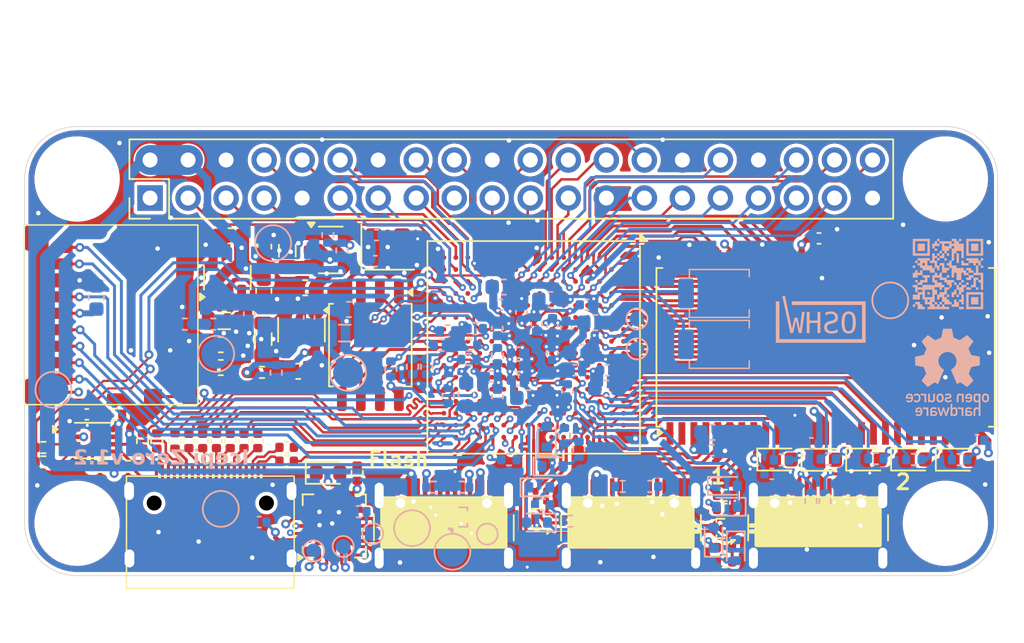
<source format=kicad_pcb>
(kicad_pcb (version 20241229) (generator "pcbnew") (generator_version "9.0")
  (title_block (title "Icepi Zero") (date "2025-07-02") (rev "v1.3") (company "Chengyin Yao (cheyao)") (comment 1 "https://github.com/cheyao/icepi-zero") (comment 9 "OSHWA FR000026"))
  (layers (0 "F.Cu" signal) (4 "In1.Cu" signal) (6 "In2.Cu" signal) (2 "B.Cu" signal) (13 "F.Paste" user) (15 "B.Paste" user) (5 "F.SilkS" user "F.Silkscreen") (7 "B.SilkS" user "B.Silkscreen") (1 "F.Mask" user) (3 "B.Mask" user) (25 "Edge.Cuts" user))
  (net 0 "")
  (net 1 "Net-(U2-FB)")
  (net 2 "Net-(U5-VREF2)")
  (net 3 "~{FLASH_CS}")
  (net 4 "FLASH_MISO")
  (net 5 "FLASH_MOSI")
  (net 6 "/Power/FILTERED_2V5")
  (net 7 "/GPDI/CONN_D2+")
  (net 8 "~{FLASH_RESET}")
  (net 9 "PROGRAMMING")
  (net 10 "/GPDI/GPDI_D2+")
  (net 11 "~{FLASH_WP}")
  (net 12 "JTAG_TMS")
  (net 13 "JTAG_TDI")
  (net 14 "/GPDI/CONN_D2-")
  (net 15 "/GPDI/GPDI_D2-")
  (net 16 "JTAG_TCK")
  (net 17 "GND")
  (net 18 "/GPDI/CONN_D1+")
  (net 19 "+5V")
  (net 20 "+3V3")
  (net 21 "/GPDI/GPDI_D1+")
  (net 22 "/GPDI/CONN_D1-")
  (net 23 "/GPDI/GPDI_D1-")
  (net 24 "/GPDI/GPDI_D0+")
  (net 25 "/GPDI/CONN_D0+")
  (net 26 "/GPDI/GPDI_D0-")
  (net 27 "/GPDI/CONN_D0-")
  (net 28 "/GPDI/GPDI_CLK+")
  (net 29 "/GPDI/CONN_CK+")
  (net 30 "/GPDI/CONN_CK-")
  (net 31 "/GPDI/GPDI_CLK-")
  (net 32 "/USB/USB1_PULL_D-")
  (net 33 "/USB/~{RXLED}")
  (net 34 "/USB/USB0_PULL_D-")
  (net 35 "/USB/USB1_PULL_D+")
  (net 36 "/USB/USB0_PULL_D+")
  (net 37 "/GPIO13")
  (net 38 "/GPIO19")
  (net 39 "/GPIO8")
  (net 40 "/GPIO21")
  (net 41 "/GPIO15")
  (net 42 "/GPIO22")
  (net 43 "/GPIO2")
  (net 44 "/GPIO16")
  (net 45 "/GPIO6")
  (net 46 "/GPIO23")
  (net 47 "/GPIO3")
  (net 48 "/GPIO14")
  (net 49 "/GPIO26")
  (net 50 "/GPIO1")
  (net 51 "/GPIO7")
  (net 52 "/GPIO25")
  (net 53 "/GPIO24")
  (net 54 "/GPIO4")
  (net 55 "/GPIO17")
  (net 56 "/GPIO9")
  (net 57 "/GPIO20")
  (net 58 "/GPIO12")
  (net 59 "/GPIO5")
  (net 60 "Net-(U4-SW)")
  (net 61 "Net-(U4-FB)")
  (net 62 "+1V1")
  (net 63 "+2V5")
  (net 64 "/GPIO11")
  (net 65 "/GPIO0")
  (net 66 "/GPIO10")
  (net 67 "/GPDI/GPDI_SDA_5V")
  (net 68 "Net-(J4-CC2)")
  (net 69 "Net-(J4-CC1)")
  (net 70 "/GPDI/GPDI_SCK_5V")
  (net 71 "/USB/D2-")
  (net 72 "JTAG_TDO")
  (net 73 "Net-(J5-CC2)")
  (net 74 "/USB/D2+")
  (net 75 "/USB/D1A+")
  (net 76 "/USB/D1A-")
  (net 77 "/USB/D0A-")
  (net 78 "Net-(J5-CC1)")
  (net 79 "Net-(U2-SW)")
  (net 80 "Net-(U6-3V3OUT)")
  (net 81 "Net-(D1-A)")
  (net 85 "DONE")
  (net 86 "INITN")
  (net 87 "/USB/D0A+")
  (net 88 "/uSD/SD_CLK")
  (net 89 "/uSD/SD_CMD")
  (net 90 "Net-(D2-A)")
  (net 91 "Net-(D3-A)")
  (net 92 "Net-(D4-A)")
  (net 93 "Net-(D5-A)")
  (net 94 "Net-(J2-CEC)")
  (net 95 "Net-(J2-UTILITY)")
  (net 96 "Net-(J2-HPD)")
  (net 97 "Net-(J3-CC1)")
  (net 98 "Net-(J3-CC2)")
  (net 100 "/uSD/SD_DAT0")
  (net 101 "/uSD/SD_DAT2")
  (net 102 "Net-(U3-SW)")
  (net 103 "Net-(U3-FB)")
  (net 104 "/uSD/SD_DET")
  (net 105 "/uSD/SD_DAT3")
  (net 106 "/uSD/SD_DAT1")
  (net 107 "/LED0")
  (net 108 "/LED2")
  (net 109 "/LED3")
  (net 110 "/LED1")
  (net 111 "/LED4")
  (net 112 "/GPDI/GPDI_CEC")
  (net 113 "/GPDI/GPDI_UTIL")
  (net 114 "/GPDI/GPDI_HPD")
  (net 115 "/GPDI/GPDI_SCK_3V3")
  (net 116 "/GPDI/GPDI_SDA_3V3")
  (net 117 "/USB/D1-")
  (net 118 "/USB/D1+")
  (net 119 "/USB/D0-")
  (net 120 "/USB/D0+")
  (net 121 "/SW0")
  (net 122 "/SW1")
  (net 123 "/DBG2")
  (net 124 "/DBG1")
  (net 130 "/SDRAM/D10")
  (net 131 "/SDRAM/D8")
  (net 137 "/SDRAM/A10")
  (net 140 "/SDRAM/D6")
  (net 141 "/SDRAM/DQM0")
  (net 143 "/SDRAM/A5")
  (net 144 "/SDRAM/CLK")
  (net 155 "/USB/~{USB_DTR}")
  (net 156 "/SDRAM/A2")
  (net 158 "/SDRAM/~{CS}")
  (net 159 "/USB/USB_RXD")
  (net 160 "/SDRAM/A9")
  (net 162 "/SDRAM/A12")
  (net 167 "/SDRAM/D14")
  (net 170 "Net-(D7-A)")
  (net 172 "Net-(D9-K)")
  (net 173 "Net-(D10-A)")
  (net 174 "Net-(D11-K)")
  (net 175 "/SDRAM/A11")
  (net 176 "Net-(D12-A)")
  (net 177 "Net-(D13-K)")
  (net 178 "Net-(D14-A)")
  (net 180 "/SDRAM/A4")
  (net 182 "/SDRAM/D13")
  (net 183 "/GLOBAL_CLK")
  (net 187 "Net-(D6-K)")
  (net 188 "Net-(D8-A)")
  (net 189 "/SDRAM/D3")
  (net 190 "/SDRAM/A0")
  (net 191 "/SDRAM/D4")
  (net 192 "/Flash/FLASH_CLK")
  (net 194 "/SDRAM/D11")
  (net 197 "/SDRAM/A3")
  (net 212 "/SDRAM/~{WE}")
  (net 220 "/SDRAM/D9")
  (net 222 "/SDRAM/BA1")
  (net 223 "/USB/~{USB_RTS}")
  (net 224 "/SDRAM/D2")
  (net 226 "/SDRAM/A8")
  (net 229 "/SDRAM/A7")
  (net 231 "/SDRAM/D7")
  (net 236 "/USB/USB_TXD")
  (net 237 "/SDRAM/D15")
  (net 238 "/SDRAM/~{RAS}")
  (net 239 "/SDRAM/A1")
  (net 240 "/SDRAM/CKE")
  (net 243 "/SDRAM/D1")
  (net 245 "/SDRAM/BA0")
  (net 250 "/SDRAM/A6")
  (net 253 "/SDRAM/D12")
  (net 255 "/SDRAM/~{CAS}")
  (net 258 "/SDRAM/D0")
  (net 259 "/SDRAM/D5")
  (net 260 "/SDRAM/DQM1")
  (net 262 "/GPIO18")
  (net 263 "/GPIO27")
  (footprint "MountingHole:MountingHole_2.7mm_M2.5" (layer "F.Cu") (at 119.5 116.5)
    (property "Reference" "H3" (hide yes))
    (property "Value" "MountingHole")
  )
  (footprint "Capacitor_SMD:C_0402_1005Metric" (layer "F.Cu") (at 131.57 111 -90)
    (property "Reference" "C31" (hide yes))
    (property "Value" "22nF")
  )
  (footprint "Capacitor_SMD:C_0402_1005Metric" (layer "F.Cu") (at 127.89 111 -90)
    (property "Reference" "C35" (hide yes))
    (property "Value" "22nF")
  )
  (footprint "Capacitor_SMD:C_0603_1608Metric" (layer "F.Cu") (at 129.1 104.57 180)
    (property "Reference" "C5" (hide yes))
    (property "Value" "22uF")
  )
  (footprint "Capacitor_SMD:C_0603_1608Metric" (layer "F.Cu") (at 129.1 106.1 180)
    (property "Reference" "C6" (hide yes))
    (property "Value" "22uF")
  )
  (footprint "Resistor_SMD:R_0402_1005Metric" (layer "F.Cu") (at 162.75 115.575)
    (property "Reference" "R27" (hide yes))
    (property "Value" "15k")
  )
  (footprint "Capacitor_SMD:C_0402_1005Metric" (layer "F.Cu") (at 169.06 97.47)
    (property "Reference" "C44" (hide yes))
    (property "Value" "100nF")
  )
  (footprint "Package_TO_SOT_SMD:SOT-23-5" (layer "F.Cu") (at 136.44 98.2425)
    (property "Reference" "U4" (hide yes))
    (property "Value" "TLV62569DBV")
  )
  (footprint "Connector_PinHeader_2.54mm:PinHeader_2x20_P2.54mm_Vertical" (layer "F.Cu") (at 124.375 94.775 90)
    (property "Reference" "J1" (hide yes))
    (property "Value" "Conn_02x20_Counter_Clockwise")
  )
  (footprint "Package_SO:VSSOP-8_2.3x2mm_P0.5mm" (layer "F.Cu") (at 120.5 110.975)
    (property "Reference" "U5" (hide yes))
    (property "Value" "PCA9306DC1")
  )
  (footprint "LED_SMD:LED_0603_1608Metric" (layer "F.Cu") (at 175.36 112.24)
    (property "Reference" "D3" (hide yes))
    (property "Value" "WHITE")
  )
  (footprint "Connector_USB:USB_C_Receptacle_GCT_USB4105-xx-A_16P_TopMnt_Horizontal" (layer "F.Cu") (at 169 117.75)
    (property "Reference" "J4" (hide yes))
    (property "Value" "USB_C_Receptacle_USB2.0_14P")
  )
  (footprint "LED_SMD:LED_0603_1608Metric" (layer "F.Cu") (at 136.2625 113.13)
    (property "Reference" "D8" (hide yes))
    (property "Value" "WHITE")
  )
  (footprint "Resistor_SMD:R_0402_1005Metric" (layer "F.Cu") (at 126.04 111 90)
    (property "Reference" "R12" (hide yes))
    (property "Value" "470")
  )
  (footprint "Resistor_SMD:R_0402_1005Metric" (layer "F.Cu") (at 121.04 112.7 180)
    (property "Reference" "R16" (hide yes))
    (property "Value" "4.7k")
  )
  (footprint "Resistor_SMD:R_0402_1005Metric" (layer "F.Cu") (at 117.25 112.4)
    (property "Reference" "R18" (hide yes))
    (property "Value" "3.3k")
  )
  (footprint "Resistor_SMD:R_0201_0603Metric" (layer "F.Cu") (at 150.475 118.025)
    (property "Reference" "R33" (hide yes))
    (property "Value" "27")
  )
  (footprint "Resistor_SMD:R_0402_1005Metric" (layer "F.Cu") (at 131.85 106.42 180)
    (property "Reference" "R8" (hide yes))
    (property "Value" "15k")
  )
  (footprint "LED_SMD:LED_0603_1608Metric" (layer "F.Cu") (at 169.3725 112.26)
    (property "Reference" "D4" (hide yes))
    (property "Value" "WHITE")
  )
  (footprint "Capacitor_SMD:C_0402_1005Metric" (layer "F.Cu") (at 133.5 111.43 180)
    (property "Reference" "C30" (hide yes))
    (property "Value" "22nF")
  )
  (footprint "Package_TO_SOT_SMD:Texas_DRT-3" (layer "F.Cu") (at 150.4675 116.1825 90)
    (property "Reference" "U9" (hide yes))
    (property "Value" "TPD2EUSB30A")
  )
  (footprint "Connector_USB:USB_C_Receptacle_GCT_USB4105-xx-A_16P_TopMnt_Horizontal" (layer "F.Cu") (at 156.5 117.75)
    (property "Reference" "J5" (hide yes))
    (property "Value" "USB_C_Receptacle_USB2.0_14P")
  )
  (footprint "Capacitor_SMD:C_0402_1005Metric" (layer "F.Cu") (at 130.65 111 -90)
    (property "Reference" "C32" (hide yes))
    (property "Value" "22nF")
  )
  (footprint "Resistor_SMD:R_0201_0603Metric" (layer "F.Cu") (at 150.83 114.69 -90)
    (property "Reference" "R38" (hide yes))
    (property "Value" "27")
  )
  (footprint "Capacitor_SMD:C_0603_1608Metric" (layer "F.Cu") (at 134.735 100.77 180)
    (property "Reference" "C17" (hide yes))
    (property "Value" "22uF")
  )
  (footprint "Resistor_SMD:R_0402_1005Metric" (layer "F.Cu") (at 138.21 113.15 90)
    (property "Reference" "R28" (hide yes))
    (property "Value" "1k")
  )
  (footprint "Capacitor_SMD:C_0603_1608Metric" (layer "F.Cu") (at 129.75 97.3 180)
    (property "Reference" "C4" (hide yes))
    (property "Value" "22uF")
  )
  (footprint "Capacitor_SMD:C_0402_1005Metric" (layer "F.Cu") (at 128.81 111 -90)
    (property "Reference" "C34" (hide yes))
    (property "Value" "22nF")
  )
  (footprint "Package_BGA:BGA-256_14.0x14.0mm_Layout16x16_P0.8mm_Ball0.45mm_Pad0.32mm_NSMD" (layer "F.Cu") (at 150 104.75 -90)
    (property "Reference" "U1" (hide yes))
    (property "Value" "ECP5-CABGA256")
  )
  (footprint "Package_SO:TSOP-II-54_22.2x10.16mm_P0.8mm" (layer "F.Cu") (at 169.5 104.75 90)
    (property "Reference" "U10" (hide yes))
    (property "Value" "W9825G6KH")
  )
  (footprint "Capacitor_SMD:C_0603_1608Metric" (layer "F.Cu") (at 131.97 100.975 -90)
    (property "Reference" "C23" (hide yes))
    (property "Value" "22uF")
  )
  (footprint "LED_SMD:LED_0603_1608Metric" (layer "F.Cu") (at 172.36 112.24)
    (property "Reference" "D2" (hide yes))
    (property "Value" "WHITE")
  )
  (footprint "MountingHole:MountingHole_2.7mm_M2.5" (layer "F.Cu") (at 119.5 93.5)
    (property "Reference" "H1" (hide yes))
    (property "Value" "MountingHole")
  )
  (footprint "Package_TO_SOT_SMD:SOT-23-5" (layer "F.Cu") (at 134.49 103.5675 -90)
    (property "Reference" "U3" (hide yes))
    (property "Value" "TLV62569DBV")
  )
  (footprint "Oscillator:Oscillator_SMD_SiT_PQFN-4Pin_2.5x2.0mm" (layer "F.Cu") (at 140.25 98.05)
    (property "Reference" "Y1" (hide yes))
    (property "Value" "SITxxxxxx-1x-33E-50.000000")
  )
  (footprint "Capacitor_SMD:C_0402_1005Metric" (layer "F.Cu") (at 129.73 111 -90)
    (property "Reference" "C33" (hide yes))
    (property "Value" "22nF")
  )
  (footprint "Resistor_SMD:R_0402_1005Metric" (layer "F.Cu") (at 162.75 118.13)
    (property "Reference" "R35" (hide yes))
    (property "Value" "1k")
  )
  (footprint "Package_TO_SOT_SMD:Texas_DRT-3" (layer "F.Cu") (at 162.75 116.85 90)
    (property "Reference" "U8" (hide yes))
    (property "Value" "TPD2EUSB30A")
  )
  (footprint "Resistor_SMD:R_0201_0603Metric" (layer "F.Cu") (at 150.13 114.69 -90)
    (property "Reference" "R40" (hide yes))
    (property "Value" "27")
  )
  (footprint "Resistor_SMD:R_0402_1005Metric" (layer "F.Cu") (at 122 109.225 180)
    (property "Reference" "R15" (hide yes))
    (property "Value" "100k")
  )
  (footprint "Resistor_SMD:R_0402_1005Metric" (layer "F.Cu") (at 122.9 112.7)
    (property "Reference" "R17" (hide yes))
    (property "Value" "4.7k")
  )
  (footprint "Connector_USB:USB_C_Receptacle_GCT_USB4105-xx-A_16P_TopMnt_Horizontal" (layer "F.Cu") (at 144 117.75)
    (property "Reference" "J3" (hide yes))
    (property "Value" "USB_C_Receptacle_USB2.0_14P")
  )
  (footprint "MountingHole:MountingHole_2.7mm_M2.5" (layer "F.Cu") (at 177.5 116.5)
    (property "Reference" "H4" (hide yes))
    (property "Value" "MountingHole")
  )
  (footprint "icepi-lib:XKB Connection A71-05H4-111N1" (layer "F.Cu") (at 128.4 114.35)
    (property "Reference" "J2" (hide yes))
    (property "Value" "HDMI_C_1.3")
  )
  (footprint "Capacitor_SMD:C_0402_1005Metric" (layer "F.Cu") (at 133.5 112.35 180)
    (property "Reference" "C29" (hide yes))
    (property "Value" "22nF")
  )
  (footprint "Capacitor_SMD:C_0402_1005Metric" (layer "F.Cu") (at 126.97 111 -90)
    (property "Reference" "C36" (hide yes))
    (property "Value" "22nF")
  )
  (footprint "MountingHole:MountingHole_2.7mm_M2.5" (layer "F.Cu") (at 177.5 93.5)
    (property "Reference" "H2" (hide yes))
    (property "Value" "MountingHole")
  )
  (footprint "Resistor_SMD:R_0402_1005Metric" (layer "F.Cu") (at 124.825 111 90)
    (property "Reference" "R13" (hide yes))
    (property "Value" "10k")
  )
  (footprint "LED_SMD:LED_0603_1608Metric" (layer "F.Cu") (at 178.35 112.25)
    (property "Reference" "D5" (hide yes))
    (property "Value" "WHITE")
  )
  (footprint "Resistor_SMD:R_0402_1005Metric" (layer "F.Cu") (at 123.875 111 90)
    (property "Reference" "R14" (hide yes))
    (property "Value" "470")
  )
  (footprint "Resistor_SMD:R_0201_0603Metric" (layer "F.Cu") (at 150.475 117.325)
    (property "Reference" "R30" (hide yes))
    (property "Value" "27")
  )
  (footprint "Capacitor_SMD:C_0603_1608Metric" (layer "F.Cu") (at 131.965 98.02 -90)
    (property "Reference" "C24" (hide yes))
    (property "Value" "10uF")
  )
  (footprint "Capacitor_SMD:C_0603_1608Metric" (layer "F.Cu") (at 134.27 106.35)
    (property "Reference" "C18" (hide yes))
    (property "Value" "22uF")
  )
  (footprint "Package_TO_SOT_SMD:SOT-23-5" (layer "F.Cu") (at 129.54 100.0875 90)
    (property "Reference" "U2" (hide yes))
    (property "Value" "TLV62569DBV")
  )
  (footprint "Inductor_SMD:L_0805_2012Metric" (layer "F.Cu") (at 129.33 102.98)
    (property "Reference" "L1" (hide yes))
    (property "Value" "2.2uH")
  )
  (footprint "Resistor_SMD:R_0402_1005Metric" (layer "F.Cu") (at 162.75 114.635)
    (property "Reference" "R26" (hide yes))
    (property "Value" "1k")
  )
  (footprint "Package_SO:SOIC-8_5.3x5.3mm_P1.27mm" (layer "F.Cu") (at 139.09 104.6 -90)
    (property "Reference" "U11" (hide yes))
    (property "Value" "W25Q128JVS")
  )
  (footprint "Inductor_SMD:L_0805_2012Metric" (layer "F.Cu") (at 133.545 98.29 90)
    (property "Reference" "L3" (hide yes))
    (property "Value" "2.2uH")
  )
  (footprint "LED_SMD:LED_0603_1608Metric" (layer "F.Cu") (at 166.4175 112.24)
    (property "Reference" "D1" (hide yes))
    (property "Value" "WHITE")
  )
  (footprint "Inductor_SMD:L_0805_2012Metric" (layer "F.Cu") (at 131.94 104.2 -90)
    (property "Reference" "L2" (hide yes))
    (property "Value" "2.2uH")
  )
  (footprint "Package_DFN_QFN:QFN-20-1EP_4x4mm_P0.5mm_EP2.5x2.5mm" (layer "F.Cu") (at 136.68 116.68 90)
    (property "Reference" "U6" (hide yes))
    (property "Value" "FT231XQ")
  )
  (footprint "Resistor_SMD:R_0402_1005Metric" (layer "F.Cu") (at 162.75 119.075)
    (property "Reference" "R39" (hide yes))
    (property "Value" "15k")
  )
  (footprint "icepi-lib:microSD_HC_SOFNG_TF-008" (layer "F.Cu") (at 118.52 102.575 -90)
    (property "Reference" "J6" (hide yes))
    (property "Value" "Micro_SD_Card_Det2")
  )
  (footprint "Resistor_SMD:R_0402_1005Metric" (layer "F.Cu") (at 117.25 111.44)
    (property "Reference" "R19" (hide yes))
    (property "Value" "3.3k")
  )
  (footprint "Capacitor_SMD:C_0402_1005Metric" (layer "F.Cu") (at 120.15 109.225 180)
    (property "Reference" "C37" (hide yes))
    (property "Value" "100pF")
  )
  (footprint "Capacitor_SMD:C_0402_1005Metric" (layer "B.Cu") (at 147.575 103.46 -90)
    (property "Reference" "C22" (hide yes))
    (property "Value" "100nF")
  )
  (footprint "Capacitor_SMD:C_0402_1005Metric" (layer "B.Cu") (at 161.925 111.625)
    (property "Reference" "C43" (hide yes))
    (property "Value" "100nF")
  )
  (footprint "Resistor_SMD:R_0402_1005Metric" (layer "B.Cu") (at 142.85 106.04 -90)
    (property "Reference" "R20" (hide yes))
    (property "Value" "4.7k")
  )
  (footprint "Capacitor_SMD:C_0402_1005Metric" (layer "B.Cu") (at 148.96 106.02)
    (property "Reference" "C15" (hide yes))
    (property "Value" "100nF")
  )
  (footprint "Diode_SMD:D_SOD-523" (layer "B.Cu") (at 150.875 110.725 90)
    (property "Reference" "D13" (hide yes))
    (property "Value" "1N914WT")
  )
  (footprint "Resistor_SMD:R_0402_1005Metric" (layer "B.Cu") (at 128.6 103.2 180)
    (property "Reference" "R6" (hide yes))
    (property "Value" "10k")
  )
  (footprint "Diode_SMD:D_SOD-523" (layer "B.Cu") (at 163.5 118.3 -90)
    (property "Reference" "D12" (hide yes))
    (property "Value" "1N914WT")
  )
  (footprint "Capacitor_SMD:C_0402_1005Metric" (layer "B.Cu") (at 150.2 103.21 -90)
    (property "Reference" "C52" (hide yes))
    (property "Value" "100nF")
  )
  (footprint "Resistor_SMD:R_0402_1005Metric" (layer "B.Cu") (at 169.68 112.21)
    (property "Reference" "R4" (hide yes))
    (property "Value" "470")
  )
  (footprint "icepi-lib:switch_button_TS-1088-AR02016" (layer "B.Cu") (at 162.4 104.55)
    (property "Reference" "SW2" (hide yes))
    (property "Value" "SW_Push")
  )
  (footprint "TestPoint:TestPoint_Pad_D2.0mm" (layer "B.Cu") (at 129.1 115.54)
    (property "Reference" "TP2" (hide yes))
    (property "Value" "TestPoint")
  )
  (footprint "TestPoint:TestPoint_Pad_D2.0mm" (layer "B.Cu") (at 132.595 97.79)
    (property "Reference" "TP4" (hide yes))
    (property "Value" "TestPoint")
  )
  (footprint "Capacitor_SMD:C_0402_1005Metric" (layer "B.Cu") (at 131.67 116.42 180)
    (property "Reference" "C38" (hide yes))
    (property "Value" "100nF")
  )
  (footprint "Capacitor_SMD:C_0402_1005Metric" (layer "B.Cu") (at 151.26 103.28 -90)
    (property "Reference" "C12" (hide yes))
    (property "Value" "100nF")
  )
  (footprint "Capacitor_SMD:C_0402_1005Metric" (layer "B.Cu") (at 135 102.75 90)
    (property "Reference" "C19" (hide yes))
    (property "Value" "100nF")
  )
  (footprint "TestPoint:TestPoint_Pad_D2.0mm" (layer "B.Cu") (at 173.82 101.61)
    (property "Reference" "TP1" (hide yes))
    (property "Value" "TestPoint")
  )
  (footprint "Capacitor_SMD:C_0402_1005Metric" (layer "B.Cu") (at 131 102.5 90)
    (property "Reference" "C7" (hide yes))
    (property "Value" "100nF")
  )
  (footprint "Capacitor_SMD:C_0603_1608Metric" (layer "B.Cu") (at 151.12 101.56)
    (property "Reference" "C2" (hide yes))
    (property "Value" "10uF")
  )
  (footprint "Capacitor_SMD:C_0603_1608Metric" (layer "B.Cu") (at 120.79 101.42 90)
    (property "Reference" "C47" (hide yes))
    (property "Value" "10uF")
  )
  (footprint "icepi-lib:switch_button_TS-1088-AR02016" (layer "B.Cu") (at 162.4 101.15)
    (property "Reference" "SW1" (hide yes))
    (property "Value" "SW_Push")
  )
  (footprint "TestPoint:TestPoint_Pad_D1.0mm" (layer "B.Cu") (at 156.9 102.85 180)
    (property "Reference" "TP14" (hide yes))
    (property "Value" "TestPoint")
  )
  (footprint "Resistor_SMD:R_0402_1005Metric" (layer "B.Cu") (at 150.6 115.27)
    (property "Reference" "R34" (hide yes))
    (property "Value" "15k")
  )
  (footprint "Resistor_SMD:R_0402_1005Metric" (layer "B.Cu") (at 168.52 115.02 -90)
    (property "Reference" "R29" (hide yes))
    (property "Value" "5.1k")
  )
  (footprint "Resistor_SMD:R_0402_1005Metric" (layer "B.Cu") (at 145.68 105.56 180)
    (property "Reference" "R48" (hide yes))
    (property "Value" "15k")
  )
  (footprint "Capacitor_SMD:C_0402_1005Metric" (layer "B.Cu") (at 165.9 113.2)
    (property "Reference" "C41" (hide yes))
    (property "Value" "100nF")
  )
  (footprint "Resistor_SMD:R_0402_1005Metric" (layer "B.Cu") (at 153.025 111.55 90)
    (property "Reference" "R42" (hide yes))
    (property "Value" "15k")
  )
  (footprint "Capacitor_SMD:C_0402_1005Metric" (layer "B.Cu") (at 153.56 101.91)
    (property "Reference" "C51" (hide yes))
    (property "Value" "100nF")
  )
  (footprint "Diode_SMD:D_SOD-523" (layer "B.Cu") (at 150.22 116.45 180)
    (property "Reference" "D9" (hide yes))
    (property "Value" "1N914WT")
  )
  (footprint "Resistor_SMD:R_0402_1005Metric" (layer "B.Cu") (at 152.05 110.65 -90)
    (property "Reference" "R41" (hide yes))
    (property "Value" "1k")
  )
  (footprint "Diode_SMD:D_SOD-523" (layer "B.Cu") (at 162.025 117.475 90)
    (property "Reference" "D11" (hide yes))
    (property "Value" "1N914WT")
  )
  (footprint "Capacitor_SMD:C_0603_1608Metric" (layer "B.Cu") (at 161.95 110.425)
    (property "Reference" "C42" (hide yes))
    (property "Value" "10uF")
  )
  (footprint "TestPoint:TestPoint_Pad_D2.0mm" (layer "B.Cu") (at 144.57 118.4)
    (property "Reference" "TP8" (hide yes))
    (property "Value" "TestPoint")
  )
  (footprint "Diode_SMD:D_SOD-523" (layer "B.Cu") (at 151.25 112.7)
    (property "Reference" "D14" (hide yes))
    (property "Value" "1N914WT")
  )
  (footprint "Resistor_SMD:R_0402_1005Metric" (layer "B.Cu") (at 140.46 106.19 90)
    (property "Reference" "R46" (hide yes))
    (property "Value" "10k")
  )
  (footprint "Inductor_SMD:L_0805_2012Metric" (layer "B.Cu") (at 137.38 103.8)
    (property "Reference" "FB1" (hide yes))
    (property "Value" "100R@100MHz")
  )
  (footprint "TestPoint:TestPoint_Pad_D1.0mm" (layer "B.Cu") (at 135.3 118.35 -90)
    (property "Reference" "TP10" (hide yes))
    (property "Value" "TestPoint")
  )
  (footprint "TestPoint:TestPoint_Pad_D2.0mm" (layer "B.Cu") (at 137.6 106.45)
    (property "Reference" "TP5" (hide yes))
    (property "Value" "TestPoint")
  )
  (footprint "Resistor_SMD:R_0402_1005Metric" (layer "B.Cu") (at 145.71 104.6)
    (property "Reference" "R43" (hide yes))
    (property "Value" "4.7k")
  )
  (footprint "Capacitor_SMD:C_0402_1005Metric" (layer "B.Cu") (at 147.8 101.91)
    (property "Reference" "C46" (hide yes))
    (property "Value" "100nF")
  )
  (footprint "TestPoint:TestPoint_Pad_D1.0mm" (layer "B.Cu") (at 146.9 117.225 -90)
    (property "Reference" "TP11" (hide yes))
    (property "Value" "TestPoint")
  )
  (footprint "Capacitor_SMD:C_0603_1608Metric" (layer "B.Cu") (at 148.005 100.72)
    (property "Reference" "C45" (hide yes))
    (property "Value" "10uF")
  )
  (footprint "Capacitor_SMD:C_0402_1005Metric" (layer "B.Cu") (at 168.55 111.16 180)
    (property "Reference" "C40" (hide yes))
    (property "Value" "100nF")
  )
  (footprint "oshw:OSHW-Certification-Mark-Logo_6x3mm_SilkScreen" (layer "B.Cu") (at 169.175 102.875 180)
    (property "Reference" "LOGO1" (hide yes))
    (property "Value" "~" (hide yes))
  )
  (footprint "Capacitor_SMD:C_0603_1608Metric" (layer "B.Cu") (at 137.66 102.22 180)
    (property "Reference" "C20" (hide yes))
    (property "Value" "10uF")
  )
  (footprint "TestPoint:TestPoint_Pad_D2.0mm" (layer "B.Cu") (at 141.875 116.825)
    (property "Reference" "TP7" (hide yes))
    (property "Value" "TestPoint")
  )
  (footprint "Resistor_SMD:R_0402_1005Metric" (layer "B.Cu") (at 138.325 115.725 180)
    (property "Reference" "R23" (hide yes))
    (property "Value" "4.7k")
  )
  (footprint "Capacitor_SMD:C_0402_1005Metric" (layer "B.Cu") (at 149.18 102.41 90)
    (property "Reference" "C3" (hide yes))
    (property "Value" "100nF")
  )
  (footprint "Resistor_SMD:R_0402_1005Metric" (layer "B.Cu") (at 148.35 112.25)
    (property "Reference" "R22" (hide yes))
    (property "Value" "4.7k")
  )
  (footprint "Capacitor_SMD:C_0402_1005Metric" (layer "B.Cu") (at 148.96 105.1)
    (property "Reference" "C16" (hide yes))
    (property "Value" "100nF")
  )
  (footprint "Resistor_SMD:R_0402_1005Metric" (layer "B.Cu") (at 144.29 107.97 90)
    (property "Reference" "R21" (hide yes))
    (property "Value" "4.7k")
  )
  (footprint "Package_TO_SOT_SMD:Texas_DRT-3" (layer "B.Cu") (at 145.0225 116.0875 90)
    (property "Reference" "U7" (hide yes))
    (property "Value" "TPD2EUSB30A")
  )
  (footprint "Resistor_SMD:R_0402_1005Metric" (layer "B.Cu") (at 145.19 114.09)
    (property "Reference" "R25" (hide yes))
    (property "Value" "5.1k")
  )
  (footprint "Resistor_SMD:R_0402_1005Metric" (layer "B.Cu") (at 144.24 103.65 180)
    (property "Reference" "R44" (hide yes))
    (property "Value" "10k")
  )
  (footprint "Resistor_SMD:R_0402_1005Metric" (layer "B.Cu") (at 132.8 106.44 -90)
    (property "Reference" "R9" (hide yes))
    (property "Value" "4.7k")
  )
  (footprint "Resistor_SMD:R_0402_1005Metric" (layer "B.Cu") (at 147.58 105.3 90)
    (property "Reference" "R49" (hide yes))
    (property "Value" "15k")
  )
  (footprint "Diode_SMD:D_SOD-523" (layer "B.Cu") (at 150.38 114.1)
    (property "Reference" "D10" (hide yes))
    (property "Value" "1N914WT")
  )
  (footprint "Resistor_SMD:R_0402_1005Metric" (layer "B.Cu") (at 141.91 106.04 -90)
    (property "Reference" "R50" (hide yes))
    (property "Value" "15k")
  )
  (footprint "Resistor_SMD:R_0402_1005Metric" (layer "B.Cu") (at 152.44 116.36 180)
    (property "Reference" "R32" (hide yes))
    (property "Value" "1k")
  )
  (footprint "LOGO" (layer "B.Cu") (at 177.675 99.85 180)
    (property "Reference" "G***" (hide yes))
    (property "Value" "LOGO" (hide yes))
  )
  (footprint "Capacitor_SMD:C_0603_1608Metric" (layer "B.Cu") (at 154.85 107.475)
    (property "Reference" "C49" (hide yes))
    (property "Value" "10uF")
  )
  (footprint "Capacitor_SMD:C_0603_1608Metric" (layer "B.Cu") (at 149.65 108.125)
    (property "Reference" "C8" (hide yes))
    (property "Value" "10uF")
  )
  (footprint "Capacitor_SMD:C_0603_1608Metric" (layer "B.Cu") (at 153.19 105.075)
    (property "Reference" "C9" (hide yes))
    (property "Value" "10uF")
  )
  (footprint "Resistor_SMD:R_0402_1005Metric" (layer "B.Cu") (at 126.7 103.2 180)
    (property "Reference" "R7" (hide yes))
    (property "Value" "12k")
  )
  (footprint "TestPoint:TestPoint_Pad_D2.0mm" (layer "B.Cu") (at 128.79 105.18)
    (property "Reference" "TP6" (hide yes))
    (property "Value" "TestPoint")
  )
  (footprint "Diode_SMD:D_SOD-523" (layer "B.Cu") (at 162.9 115.4 180)
    (property "Reference" "D7" (hide yes))
    (property "Value" "1N914WT")
  )
  (footprint "Capacitor_SMD:C_0402_1005Metric" (layer "B.Cu") (at 152.175 103.44 -90)
    (property "Reference" "C11" (hide yes))
    (property "Value" "100nF")
  )
  (footprint "Capacitor_SMD:C_0603_1608Metric" (layer "B.Cu") (at 154.125 103.1)
    (property "Reference" "C10" (hide yes))
    (property "Value" "10uF")
  )
  (footprint "Capacitor_SMD:C_0402_1005Metric" (layer "B.Cu") (at 152.25 107.7 -90)
    (property "Reference" "C48" (hide yes))
    (property "Value" "100nF")
  )
  (footprint "Resistor_SMD:R_0402_1005Metric" (layer "B.Cu") (at 143.85 104.61 180)
    (property "Reference" "R45" (hide yes))
    (property "Value" "10k")
  )
  (footprint "TestPoint:TestPoint_Pad_D2.0mm" (layer "B.Cu") (at 117.92 107.58)
    (property "Reference" "TP3" (hide yes))
    (property "Value" "TestPoint")
  )
  (footprint "Resistor_SMD:R_0402_1005Metric" (layer "B.Cu") (at 137.19 98.28 -90)
    (property "Reference" "R11" (hide yes))
    (property "Value" "3.3k")
  )
  (footprint "Resistor_SMD:R_0402_1005Metric" (layer "B.Cu") (at 178.45 112.25)
    (property "Reference" "R5" (hide yes))
    (property "Value" "470")
  )
  (footprint "Resistor_SMD:R_0402_1005Metric" (layer "B.Cu") (at 175.4 112.24)
    (property "Reference" "R3" (hide yes))
    (property "Value" "470")
  )
  (footprint "Resistor_SMD:R_0402_1005Metric" (layer "B.Cu") (at 169.46 115.02 90)
    (property "Reference" "R31" (hide yes))
    (property "Value" "5.1k")
  )
  (footprint "Resistor_SMD:R_0402_1005Metric" (layer "B.Cu") (at 157.8 114.04)
    (property "Reference" "R37" (hide yes))
    (property "Value" "5.1k")
  )
  (footprint "Resistor_SMD:R_0402_1005Metric" (layer "B.Cu") (at 172.86 112.18)
    (property "Reference" "R2" (hide yes))
    (property "Value" "470")
  )
  (footprint "Diode_SMD:D_SOD-523" (layer "B.Cu") (at 162.9 114)
    (property "Reference" "D6" (hide yes))
    (property "Value" "1N914WT")
  )
  (footprint "Capacitor_SMD:C_0402_1005Metric" (layer "B.Cu") (at 154.92 106.275)
    (property "Reference" "C50" (hide yes))
    (property "Value" "100nF")
  )
  (footprint "Capacitor_SMD:C_0402_1005Metric" (layer "B.Cu") (at 152.75 106.275)
    (property "Reference" "C21" (hide yes))
    (property "Value" "100nF")
  )
  (footprint "TestPoint:TestPoint_Pad_D1.0mm" (layer "B.Cu") (at 137.275 118.05 -90)
    (property "Reference" "TP9" (hide yes))
    (property "Value" "TestPoint")
  )
  (footprint "Capacitor_SMD:C_0402_1005Metric" (layer "B.Cu") (at 147.13 106.69 180)
    (property "Reference" "C27" (hide yes))
    (property "Value" "100nF")
  )
  (footprint "Resistor_SMD:R_0402_1005Metric" (layer "B.Cu") (at 166.56 112.27)
    (property "Reference" "R1" (hide yes))
    (property "Value" "470")
  )
  (footprint "Capacitor_SMD:C_0402_1005Metric" (layer "B.Cu") (at 139.5 97.25)
    (property "Reference" "C25" (hide yes))
    (property "Value" "100nF")
  )
  (footprint "TestPoint:TestPoint_Pad_D1.0mm" (layer "B.Cu") (at 139.25 117.2 -90)
    (property "Reference" "TP12" (hide yes))
    (property "Value" "TestPoint")
  )
  (footprint "Resistor_SMD:R_0402_1005Metric" (layer "B.Cu") (at 136.25 97.25 -90)
    (property "Reference" "R10" (hide yes))
    (property "Value" "15k")
  )
  (footprint "Capacitor_SMD:C_0402_1005Metric" (layer "B.Cu") (at 179.625 110.95 180)
    (property "Reference" "C39" (hide yes))
    (property "Value" "100nF")
  )
  (footprint "Capacitor_SMD:C_0402_1005Metric" (layer "B.Cu") (at 147.58 108.06 -90)
    (property "Reference" "C28" (hide yes))
    (property "Value" "100nF")
  )
  (footprint "TestPoint:TestPoint_Pad_D1.0mm" (layer "B.Cu") (at 156.9 104.85 180)
    (property "Reference" "TP13" (hide yes))
    (property "Value" "TestPoint")
  )
  (footprint "Resistor_SMD:R_0402_1005Metric" (layer "B.Cu") (at 155.94325 114.04)
    (property "Reference" "R36" (hide yes))
    (property "Value" "5.1k")
  )
  (footprint "Capacitor_SMD:C_0402_1005Metric" (layer "B.Cu") (at 139.42 98.99)
    (property "Reference" "C1" (hide yes))
    (property "Value" "100nF")
  )
  (footprint "Resistor_SMD:R_0402_1005Metric" (layer "B.Cu") (at 146.1 103.5)
    (property "Reference" "R47" (hide yes))
    (property "Value" "10k")
  )
  (footprint "Capacitor_SMD:C_0402_1005Metric" (layer "B.Cu") (at 151.25 105.11 90)
    (property "Reference" "C13" (hide yes))
    (property "Value" "100nF")
  )
  (footprint "Resistor_SMD:R_0402_1005Metric" (layer "B.Cu") (at 143.33 114.09)
    (property "Reference" "R24" (hide yes))
    (property "Value" "5.1k")
  )
  (footprint "Capacitor_SMD:C_0603_1608Metric" (layer "B.Cu") (at 145.49 107.91 -90)
    (property "Reference" "C26" (hide yes))
    (property "Value" "10uF")
  )
  (footprint "Capacitor_SMD:C_0402_1005Metric" (layer "B.Cu") (at 148.95 106.94)
    (property "Reference" "C14" (hide yes))
    (property "Value" "100nF")
  )
  (gr_line (start 167.2 116.65) (end 168.3 115.55) (stroke (width 0.3)) (layer "F.SilkS"))
  (gr_rect (start 152.4 114.85) (end 160.6 118.05) (stroke (width 0.3)) (fill yes) (layer "F.SilkS"))
  (gr_line (start 153 117.55) (end 157.7 117.55) (stroke (width 0.3)) (layer "F.SilkS"))
  (gr_line (start 157.7 117.55) (end 158.166975 117.033025) (stroke (width 0.3)) (layer "F.SilkS"))
  (gr_line (start 168.7 115.65) (end 168.7 114.75) (stroke (width 0.3)) (layer "F.SilkS"))
  (gr_rect (start 139.9 114.85) (end 148.1 118.05) (stroke (width 0.3)) (fill yes) (layer "F.SilkS"))
  (gr_line (start 168.7 114.75) (end 169.08 114.866359) (stroke (width 0.3)) (layer "F.SilkS"))
  (gr_rect (start 164.9 114.85) (end 173.1 117.95) (stroke (width 0.3)) (fill yes) (layer "F.SilkS"))
  (gr_line (start 168.3 114.75) (end 168.3 115.45) (stroke (width 0.3)) (layer "F.SilkS"))
  (gr_line (start 158 116.65) (end 157.5 117.15) (stroke (width 0.3)) (layer "F.SilkS"))
  (gr_line (start 158.166975 117.033025) (end 161 117.05) (stroke (width 0.3)) (layer "F.SilkS"))
  (gr_line (start 167.2 116.65) (end 164.5 116.65) (stroke (width 0.3)) (layer "F.SilkS"))
  (gr_line (start 157.5 117.15) (end 153 117.15) (stroke (width 0.3)) (layer "F.SilkS"))
  (gr_line (start 167.3 117.05) (end 168.7 115.65) (stroke (width 0.3)) (layer "F.SilkS"))
  (gr_line (start 164.5 117.05) (end 167.3 117.05) (stroke (width 0.3)) (layer "F.SilkS"))
  (gr_line (start 169.5 114.85) (end 169.7 114.65) (stroke (width 0.3)) (layer "F.SilkS"))
  (gr_line (start 169.08 114.866359) (end 169.5 114.85) (stroke (width 0.3)) (layer "F.SilkS"))
  (gr_line (start 161 116.65) (end 158 116.682324) (stroke (width 0.3)) (layer "F.SilkS"))
  (gr_poly (pts (xy 177.367624 103.502948) (xy 177.366401 103.503039) (xy 177.365183 103.503189) (xy 177.363973 103.503397) (xy 177.362773 103.50366) (xy 177.361583 103.503977) (xy 177.360406 103.504348) (xy 177.359245 103.504769) (xy 177.358099 103.505241) (xy 177.356972 103.505761) (xy 177.355866 103.506328) (xy 177.354782 103.50694) (xy 177.353721 103.507596) (xy 177.352687 103.508295) (xy 177.35168 103.509034) (xy 177.350703 103.509813) (xy 177.349757 103.51063) (xy 177.348845 103.511483) (xy 177.347967 103.512371) (xy 177.347127 103.513293) (xy 177.346325 103.514246) (xy 177.345564 103.51523) (xy 177.344845 103.516243) (xy 177.344171 103.517283) (xy 177.343542 103.518349) (xy 177.342962 103.51944) (xy 177.342432 103.520554) (xy 177.341953 103.521688) (xy 177.341528 103.522843) (xy 177.341158 103.524017) (xy 177.340846 103.525207) (xy 177.340593 103.526413) (xy 177.238516 104.074894) (xy 177.238265 104.07611) (xy 177.237957 104.077329) (xy 177.237595 104.078551) (xy 177.237181 104.079773) (xy 177.236202 104.082209) (xy 177.235035 104.084621) (xy 177.233693 104.086994) (xy 177.232192 104.089311) (xy 177.230544 104.091557) (xy 177.228763 104.093716) (xy 177.226865 104.095771) (xy 177.224862 104.097707) (xy 177.22277 104.099508) (xy 177.220601 104.101158) (xy 177.218371 104.102641) (xy 177.216093 104.103942) (xy 177.21494 104.104518) (xy 177.213781 104.105043) (xy 177.212617 104.105514) (xy 177.211449 104.10593) (xy 176.843864 104.256425) (xy 176.841585 104.257441) (xy 176.839167 104.258291) (xy 176.836632 104.258974) (xy 176.834 104.259493) (xy 176.831294 104.259849) (xy 176.828534 104.260044) (xy 176.825742 104.260079) (xy 176.822939 104.259957) (xy 176.820146 104.259678) (xy 176.817384 104.259244) (xy 176.814675 104.258658) (xy 176.812041 104.25792) (xy 176.809501 104.257033) (xy 176.807079 104.255997) (xy 176.804794 104.254815) (xy 176.802668 104.253488) (xy 176.344436 103.939004) (xy 176.343408 103.938331) (xy 176.342348 103.937711) (xy 176.34126 103.937143) (xy 176.340146 103.936627) (xy 176.339007 103.936164) (xy 176.337847 103.935752) (xy 176.336667 103.935392) (xy 176.335471 103.935084) (xy 176.33426 103.934826) (xy 176.333037 103.934619) (xy 176.330563 103.934356) (xy 176.32807 103.934294) (xy 176.325575 103.93443) (xy 176.323098 103.934762) (xy 176.320657 103.935289) (xy 176.318272 103.936007) (xy 176.317107 103.936438) (xy 176.315962 103.936917) (xy 176.314841 103.937442) (xy 176.313745 103.938014) (xy 176.312678 103.938633) (xy 176.311641 103.939298) (xy 176.310637 103.940009) (xy 176.309668 103.940766) (xy 176.308736 103.941569) (xy 176.307845 103.942417) (xy 175.921924 104.328338) (xy 175.921069 104.329237) (xy 175.920261 104.330174) (xy 175.919499 104.331148) (xy 175.918785 104.332157) (xy 175.918118 104.333198) (xy 175.917498 104.334269) (xy 175.916401 104.33649) (xy 175.915495 104.338804) (xy 175.914781 104.34119) (xy 175.914261 104.343631) (xy 175.913936 104.346108) (xy 175.913808 104.348603) (xy 175.913877 104.351097) (xy 175.914144 104.353572) (xy 175.914612 104.356009) (xy 175.915282 104.35839) (xy 175.915692 104.359553) (xy 175.916153 104.360696) (xy 175.916666 104.361815) (xy 175.917229 104.362909) (xy 175.917844 104.363974) (xy 175.91851 104.365009) (xy 176.227517 104.815383) (xy 176.228856 104.81752) (xy 176.230042 104.81981) (xy 176.231076 104.822231) (xy 176.231956 104.824764) (xy 176.232681 104.827389) (xy 176.233251 104.830084) (xy 176.233663 104.832829) (xy 176.233917 104.835604) (xy 176.234012 104.838388) (xy 176.233947 104.841162) (xy 176.233721 104.843903) (xy 176.233333 104.846593) (xy 176.232781 104.849209) (xy 176.232065 104.851733) (xy 176.231184 104.854144) (xy 176.230137 104.85642) (xy 176.067577 105.235674) (xy 176.066661 105.238004) (xy 176.06553 105.240314) (xy 176.0642 105.242588) (xy 176.062689 105.244813) (xy 176.061011 105.246976) (xy 176.059184 105.249061) (xy 176.057223 105.251057) (xy 176.055144 105.252948) (xy 176.052964 105.254721) (xy 176.050699 105.256362) (xy 176.048365 105.257857) (xy 176.045978 105.259192) (xy 176.043554 105.260354) (xy 176.04111 105.261329) (xy 176.038661 105.262103) (xy 176.036223 105.262661) (xy 175.505919 105.361245) (xy 175.505522 105.361245) (xy 175.504317 105.361505) (xy 175.503126 105.361824) (xy 175.501953 105.362199) (xy 175.500798 105.362629) (xy 175.499664 105.363111) (xy 175.49855 105.363645) (xy 175.49746 105.364227) (xy 175.496394 105.364858) (xy 175.495355 105.365534) (xy 175.494342 105.366254) (xy 175.492407 105.367818) (xy 175.4906 105.369537) (xy 175.488933 105.371395) (xy 175.487419 105.373379) (xy 175.486069 105.375474) (xy 175.484896 105.377667) (xy 175.48438 105.378795) (xy 175.483913 105.379942) (xy 175.483495 105.381105) (xy 175.48313 105.382285) (xy 175.482817 105.383478) (xy 175.48256 105.384682) (xy 175.482358 105.385897) (xy 175.482215 105.387119) (xy 175.48213 105.388348) (xy 175.482107 105.389582) (xy 175.482107 105.935364) (xy 175.482138 105.936598) (xy 175.482229 105.937828) (xy 175.482379 105.939051) (xy 175.482586 105.940267) (xy 175.482849 105.941473) (xy 175.483166 105.942668) (xy 175.483537 105.94385) (xy 175.483959 105.945016) (xy 175.48443 105.946165) (xy 175.48495 105.947296) (xy 175.485517 105.948405) (xy 175.486129 105.949493) (xy 175.486786 105.950556) (xy 175.487484 105.951593) (xy 175.488224 105.952602) (xy 175.489003 105.953581) (xy 175.489819 105.954529) (xy 175.490673 105.955443) (xy 175.491561 105.956321) (xy 175.492482 105.957163) (xy 175.493436 105.957966) (xy 175.49442 105.958728) (xy 175.495432 105.959447) (xy 175.496473 105.960122) (xy 175.497539 105.960751) (xy 175.498629 105.961331) (xy 175.499743 105.961862) (xy 175.500878 105.96234) (xy 175.502033 105.962766) (xy 175.503206 105.963135) (xy 175.504396 105.963448) (xy 175.505602 105.963701) (xy 176.022889 106.059983) (xy 176.024111 106.060235) (xy 176.025335 106.060544) (xy 176.02656 106.060907) (xy 176.027783 106.061322) (xy 176.030217 106.062305) (xy 176.032622 106.063478) (xy 176.034982 106.064827) (xy 176.037282 106.066337) (xy 176.039507 106.067995) (xy 176.041641 106.069786) (xy 176.043669 106.071696) (xy 176.045576 106.073711) (xy 176.047346 106.075817) (xy 176.048963 106.077999) (xy 176.050414 106.080243) (xy 176.051681 106.082536) (xy 176.052751 106.084863) (xy 176.053206 106.086034) (xy 176.053607 106.087209) (xy 176.215135 106.490593) (xy 176.216137 106.492885) (xy 176.216972 106.495312) (xy 176.217641 106.497854) (xy 176.218146 106.50049) (xy 176.218489 106.503198) (xy 176.218673 106.505957) (xy 176.218698 106.508747) (xy 176.218567 106.511548) (xy 176.218282 106.514336) (xy 176.217844 106.517093) (xy 176.217256 106.519797) (xy 176.216519 106.522427) (xy 176.215634 106.524962) (xy 176.214605 106.527381) (xy 176.213432 106.529664) (xy 176.212118 106.531788) (xy 175.918272 106.959937) (xy 175.917599 106.960966) (xy 175.916979 106.962026) (xy 175.916411 106.963115) (xy 175.915896 106.964231) (xy 175.915432 106.965372) (xy 175.915021 106.966534) (xy 175.91466 106.967716) (xy 175.914352 106.968915) (xy 175.914094 106.970129) (xy 175.913887 106.971355) (xy 175.913624 106.973835) (xy 175.913562 106.976336) (xy 175.913698 106.978838) (xy 175.91403 106.981323) (xy 175.914557 106.98377) (xy 175.915276 106.986162) (xy 175.915706 106.987331) (xy 175.916185 106.988478) (xy 175.91671 106.989602) (xy 175.917282 106.9907) (xy 175.917901 106.99177) (xy 175.918566 106.992809) (xy 175.919277 106.993814) (xy 175.920034 106.994784) (xy 175.920837 106.995717) (xy 175.921685 106.996608) (xy 176.307686 107.382529) (xy 176.30857 107.383377) (xy 176.309494 107.384179) (xy 176.310457 107.384935) (xy 176.311455 107.385645) (xy 176.312487 107.386309) (xy 176.31355 107.386926) (xy 176.315758 107.388019) (xy 176.318062 107.388923) (xy 176.320442 107.389637) (xy 176.32288 107.390159) (xy 176.325356 107.390487) (xy 176.327852 107.390619) (xy 176.330349 107.390555) (xy 176.332826 107.390292) (xy 176.335267 107.389829) (xy 176.337651 107.389165) (xy 176.338817 107.388756) (xy 176.339961 107.388296) (xy 176.341081 107.387785) (xy 176.342176 107.387223) (xy 176.343242 107.386609) (xy 176.344277 107.385943) (xy 176.764886 107.097256) (xy 176.767006 107.095952) (xy 176.769275 107.094808) (xy 176.771672 107.093825) (xy 176.774178 107.093004) (xy 176.77677 107.092345) (xy 176.77943 107.091848) (xy 176.782136 107.091513) (xy 176.784868 107.091342) (xy 176.787606 107.091335) (xy 176.790329 107.091492) (xy 176.793017 107.091813) (xy 176.795648 107.0923) (xy 176.798204 107.092952) (xy 176.800663 107.09377) (xy 176.803004 107.094755) (xy 176.805208 107.095906) (xy 176.990707 107.194966) (xy 176.991814 107.195499) (xy 176.992931 107.195968) (xy 176.994055 107.196373) (xy 176.995185 107.196715) (xy 176.996319 107.196996) (xy 176.997454 107.197214) (xy 176.998589 107.197372) (xy 176.999723 107.19747) (xy 177.000852 107.197509) (xy 177.001975 107.19749) (xy 177.00309 107.197412) (xy 177.004195 107.197278) (xy 177.005289 107.197088) (xy 177.006368 107.196842) (xy 177.007432 107.196541) (xy 177.008477 107.196187) (xy 177.009503 107.195779) (xy 177.010508 107.195318) (xy 177.011488 107.194806) (xy 177.012443 107.194243) (xy 177.013371 107.193629) (xy 177.014268 107.192966) (xy 177.015135 107.192255) (xy 177.015967 107.191495) (xy 177.016764 107.190688) (xy 177.017524 107.189834) (xy 177.018245 107.188934) (xy 177.018924 107.187989) (xy 177.01956 107.187) (xy 177.02015 107.185968) (xy 177.020693 107.184892) (xy 177.021187 107.183774) (xy 177.403616 106.259611) (xy 177.404063 106.258463) (xy 177.404451 106.257298) (xy 177.40478 106.256118) (xy 177.405053 106.254924) (xy 177.405269 106.25372) (xy 177.405429 106.252507) (xy 177.405534 106.251288) (xy 177.405584 106.250064) (xy 177.405581 106.248838) (xy 177.405526 106.247613) (xy 177.405418 106.246389) (xy 177.405258 106.24517) (xy 177.405048 106.243958) (xy 177.404789 106.242755) (xy 177.40448 106.241562) (xy 177.404122 106.240383) (xy 177.403717 106.239219) (xy 177.403265 106.238072) (xy 177.402767 106.236946) (xy 177.402223 106.235841) (xy 177.401635 106.23476) (xy 177.401003 106.233705) (xy 177.400327 106.232679) (xy 177.399609 106.231684) (xy 177.398849 106.230721) (xy 177.398048 106.229793) (xy 177.397207 106.228903) (xy 177.396327 106.228051) (xy 177.395408 106.227242) (xy 177.39445 106.226476) (xy 177.393456 106.225755) (xy 177.392424 106.225083) (xy 177.34599 106.196667) (xy 177.342641 106.194536) (xy 177.339069 106.192108) (xy 177.335341 106.189434) (xy 177.331524 106.186567) (xy 177.327684 106.183558) (xy 177.323889 106.18046) (xy 177.320205 106.177324) (xy 177.3167 106.174204) (xy 177.285972 106.153182) (xy 177.256647 106.130354) (xy 177.228804 106.105799) (xy 177.202524 106.079598) (xy 177.177887 106.051829) (xy 177.154973 106.022574) (xy 177.133861 105.991911) (xy 177.114631 105.959921) (xy 177.097365 105.926684) (xy 177.082141 105.892279) (xy 177.06904 105.856787) (xy 177.058141 105.820287) (xy 177.049525 105.782859) (xy 177.043272 105.744583) (xy 177.039462 105.705539) (xy 177.038174 105.665807) (xy 177.038959 105.634752) (xy 177.04129 105.604103) (xy 177.045129 105.5739) (xy 177.050438 105.54418) (xy 177.057178 105.514981) (xy 177.065313 105.486342) (xy 177.074803 105.458299) (xy 177.085611 105.430891) (xy 177.0977 105.404156) (xy 177.11103 105.378131) (xy 177.125565 105.352856) (xy 177.141265 105.328367) (xy 177.158094 105.304703) (xy 177.176014 105.281901) (xy 177.194985 105.26) (xy 177.214971 105.239038) (xy 177.235934 105.219051) (xy 177.257835 105.20008) (xy 177.280637 105.182161) (xy 177.304301 105.165331) (xy 177.32879 105.149631) (xy 177.354065 105.135096) (xy 177.380089 105.121766) (xy 177.406825 105.109677) (xy 177.434233 105.098869) (xy 177.462275 105.089379) (xy 177.490915 105.081244) (xy 177.520114 105.074504) (xy 177.549834 105.069195) (xy 177.580037 105.065356) (xy 177.610686 105.063025) (xy 177.641741 105.06224) (xy 177.672797 105.063025) (xy 177.703445 105.065355) (xy 177.733648 105.069193) (xy 177.763368 105.074501) (xy 177.792567 105.081239) (xy 177.821207 105.089372) (xy 177.84925 105.09886) (xy 177.876658 105.109666) (xy 177.903393 105.121752) (xy 177.929417 105.13508) (xy 177.954693 105.149612) (xy 177.979182 105.165311) (xy 178.002846 105.182137) (xy 178.025647 105.200054) (xy 178.047548 105.219024) (xy 178.068511 105.239008) (xy 178.088497 105.259969) (xy 178.107469 105.281868) (xy 178.125388 105.304669) (xy 178.142217 105.328332) (xy 178.157918 105.35282) (xy 178.172452 105.378096) (xy 178.185783 105.404121) (xy 178.197871 105.430857) (xy 178.208679 105.458267) (xy 178.21817 105.486312) (xy 178.226304 105.514955) (xy 178.233045 105.544158) (xy 178.238353 105.573882) (xy 178.242192 105.60409) (xy 178.244523 105.634745) (xy 178.245309 105.665807) (xy 178.244985 105.685754) (xy 178.244021 105.705538) (xy 178.242426 105.72515) (xy 178.24021 105.74458) (xy 178.237384 105.763817) (xy 178.233957 105.782852) (xy 178.229939 105.801675) (xy 178.225341 105.820276) (xy 178.220172 105.838644) (xy 178.214442 105.856771) (xy 178.208162 105.874646) (xy 178.201341 105.892258) (xy 178.19399 105.909599) (xy 178.186117 105.926658) (xy 178.168851 105.959891) (xy 178.149622 105.991878) (xy 178.12851 106.022539) (xy 178.105595 106.051794) (xy 178.080958 106.079564) (xy 178.054678 106.10577) (xy 178.026835 106.130331) (xy 177.99751 106.153169) (xy 177.966782 106.174204) (xy 177.963251 106.177324) (xy 177.959547 106.18046) (xy 177.955738 106.183558) (xy 177.951889 106.186566) (xy 177.948066 106.189434) (xy 177.944335 106.192108) (xy 177.940762 106.194536) (xy 177.937413 106.196667) (xy 177.890979 106.225083) (xy 177.889947 106.225748) (xy 177.888953 106.226462) (xy 177.887995 106.227223) (xy 177.887076 106.228029) (xy 177.886195 106.228876) (xy 177.885354 106.229764) (xy 177.883794 106.23165) (xy 177.8824 106.23367) (xy 177.88118 106.235806) (xy 177.880138 106.238039) (xy 177.879281 106.240353) (xy 177.878614 106.242729) (xy 177.878144 106.245149) (xy 177.877877 106.247597) (xy 177.877818 106.250053) (xy 177.877974 106.2525) (xy 177.878134 106.253715) (xy 177.87835 106.254921) (xy 177.878622 106.256116) (xy 177.878952 106.257297) (xy 177.87934 106.258463) (xy 177.879787 106.259611) (xy 178.262215 107.183774) (xy 178.262709 107.184892) (xy 178.263253 107.185968) (xy 178.263843 107.187) (xy 178.264479 107.187989) (xy 178.265158 107.188934) (xy 178.265878 107.189834) (xy 178.266638 107.190688) (xy 178.267435 107.191495) (xy 178.268268 107.192255) (xy 178.269134 107.192966) (xy 178.270032 107.193629) (xy 178.270959 107.194243) (xy 178.271914 107.194806) (xy 178.272895 107.195318) (xy 178.273899 107.195779) (xy 178.274925 107.196187) (xy 178.275971 107.196541) (xy 178.277035 107.196842) (xy 178.278114 107.197088) (xy 178.279207 107.197278) (xy 178.280312 107.197412) (xy 178.281428 107.19749) (xy 178.282551 107.197509) (xy 178.28368 107.19747) (xy 178.284813 107.197372) (xy 178.285949 107.197214) (xy 178.287084 107.196996) (xy 178.288218 107.196715) (xy 178.289348 107.196373) (xy 178.290472 107.195968) (xy 178.291588 107.195499) (xy 178.292695 107.194966) (xy 178.478195 107.095906) (xy 178.480399 107.094742) (xy 178.48274 107.093747) (xy 178.485199 107.092922) (xy 178.487754 107.092266) (xy 178.490386 107.091778) (xy 178.493074 107.091457) (xy 178.495797 107.091302) (xy 178.498535 107.091312) (xy 178.501267 107.091488) (xy 178.503973 107.091827) (xy 178.506633 107.092329) (xy 178.509225 107.092993) (xy 178.511731 107.093819) (xy 178.514128 107.094805) (xy 178.516397 107.095951) (xy 178.518517 107.097256) (xy 178.939125 107.385943) (xy 178.940161 107.386609) (xy 178.941227 107.387223) (xy 178.942322 107.387785) (xy 178.943442 107.388296) (xy 178.944586 107.388756) (xy 178.945752 107.389165) (xy 178.946936 107.389522) (xy 178.948137 107.389829) (xy 178.950579 107.390293) (xy 178.953058 107.390555) (xy 178.955557 107.39062) (xy 178.958056 107.390487) (xy 178.960537 107.390159) (xy 178.96298 107.389637) (xy 178.965366 107.388923) (xy 178.966533 107.388495) (xy 178.967678 107.388019) (xy 178.9688 107.387496) (xy 178.969896 107.386926) (xy 178.970963 107.386309) (xy 178.972 107.385645) (xy 178.973005 107.384935) (xy 178.973974 107.384179) (xy 178.974905 107.383377) (xy 178.975796 107.382529) (xy 179.361797 106.996608) (xy 179.362645 106.995717) (xy 179.363447 106.994785) (xy 179.364203 106.993816) (xy 179.364913 106.992812) (xy 179.365576 106.991775) (xy 179.366193 106.990707) (xy 179.367286 106.98849) (xy 179.368191 106.986178) (xy 179.368905 106.983791) (xy 179.369426 106.981348) (xy 179.369754 106.978868) (xy 179.369887 106.976369) (xy 179.369823 106.97387) (xy 179.36956 106.97139) (xy 179.369097 106.968949) (xy 179.368432 106.966563) (xy 179.368024 106.965398) (xy 179.367564 106.964254) (xy 179.367053 106.963133) (xy 179.36649 106.962039) (xy 179.365876 106.960973) (xy 179.36521 106.959937) (xy 179.071364 106.531788) (xy 179.070023 106.529664) (xy 179.068828 106.527381) (xy 179.067782 106.524962) (xy 179.066884 106.522427) (xy 179.066137 106.519797) (xy 179.065543 106.517093) (xy 179.065102 106.514336) (xy 179.064815 106.511548) (xy 179.064686 106.508747) (xy 179.064713 106.505957) (xy 179.0649 106.503198) (xy 179.065247 106.50049) (xy 179.065756 106.497854) (xy 179.066428 106.495312) (xy 179.067265 106.492885) (xy 179.068268 106.490593) (xy 179.229796 106.087209) (xy 179.230653 106.084863) (xy 179.231725 106.082536) (xy 179.232996 106.080243) (xy 179.234451 106.077999) (xy 179.236074 106.075817) (xy 179.237848 106.073711) (xy 179.23976 106.071696) (xy 179.241792 106.069786) (xy 179.243929 106.067995) (xy 179.246156 106.066337) (xy 179.248456 106.064827) (xy 179.250815 106.063478) (xy 179.253215 106.062305) (xy 179.255643 106.061322) (xy 179.258081 106.060544) (xy 179.259299 106.060235) (xy 179.260515 106.059983) (xy 179.777801 105.963701) (xy 179.779007 105.963448) (xy 179.780198 105.963135) (xy 179.781373 105.962766) (xy 179.782529 105.96234) (xy 179.783666 105.961862) (xy 179.784781 105.961331) (xy 179.785874 105.960751) (xy 179.786943 105.960122) (xy 179.787986 105.959447) (xy 179.789002 105.958728) (xy 179.790946 105.957163) (xy 179.792763 105.955443) (xy 179.79444 105.953581) (xy 179.795966 105.951593) (xy 179.797328 105.949493) (xy 179.798514 105.947296) (xy 179.799037 105.946165) (xy 179.799512 105.945016) (xy 179.799936 105.94385) (xy 179.800309 105.942668) (xy 179.800628 105.941473) (xy 179.800893 105.940267) (xy 179.801102 105.939051) (xy 179.801253 105.937828) (xy 179.801345 105.936598) (xy 179.801376 105.935364) (xy 179.801376 105.389582) (xy 179.801345 105.388348) (xy 179.801254 105.387119) (xy 179.801104 105.385897) (xy 179.800897 105.384682) (xy 179.800634 105.383478) (xy 179.800316 105.382285) (xy 179.799946 105.381106) (xy 179.799524 105.379942) (xy 179.799052 105.378795) (xy 179.798532 105.377667) (xy 179.797965 105.376559) (xy 179.797353 105.375474) (xy 179.796697 105.374414) (xy 179.795998 105.373379) (xy 179.795259 105.372372) (xy 179.79448 105.371395) (xy 179.793663 105.370449) (xy 179.79281 105.369537) (xy 179.791922 105.368659) (xy 179.791 105.367818) (xy 179.790047 105.367016) (xy 179.789063 105.366254) (xy 179.78805 105.365534) (xy 179.78701 105.364858) (xy 179.785944 105.364228) (xy 179.784853 105.363645) (xy 179.78374 105.363111) (xy 179.782605 105.362629) (xy 179.78145 105.362199) (xy 179.780277 105.361824) (xy 179.779086 105.361505) (xy 179.777881 105.361245) (xy 179.247576 105.262661) (xy 179.24636 105.26241) (xy 179.245139 105.262103) (xy 179.243915 105.261742) (xy 179.24269 105.261329) (xy 179.240246 105.260354) (xy 179.237822 105.259192) (xy 179.235435 105.257857) (xy 179.233101 105.256362) (xy 179.230835 105.254721) (xy 179.228655 105.252948) (xy 179.226577 105.251057) (xy 179.224616 105.249061) (xy 179.222788 105.246976) (xy 179.221111 105.244813) (xy 179.2196 105.242588) (xy 179.21827 105.240314) (xy 179.217679 105.239163) (xy 179.21714 105.238004) (xy 179.216654 105.236841) (xy 179.216223 105.235674) (xy 179.053663 104.85642) (xy 179.052617 104.854143) (xy 179.051738 104.85173) (xy 179.051025 104.849203) (xy 179.050477 104.846581) (xy 179.050093 104.843887) (xy 179.04987 104.841141) (xy 179.049807 104.838363) (xy 179.049903 104.835574) (xy 179.050156 104.832796) (xy 179.050565 104.830049) (xy 179.051128 104.827354) (xy 179.051844 104.824731) (xy 179.052711 104.822202) (xy 179.053727 104.819787) (xy 179.054892 104.817507) (xy 179.056203 104.815383) (xy 179.36521 104.365009) (xy 179.365883 104.363974) (xy 179.366504 104.362908) (xy 179.367071 104.361813) (xy 179.367587 104.360693) (xy 179.36805 104.359548) (xy 179.368462 104.358383) (xy 179.368822 104.357199) (xy 179.369131 104.355998) (xy 179.369388 104.354783) (xy 179.369595 104.353556) (xy 179.369858 104.351076) (xy 179.36992 104.348578) (xy 179.369784 104.346079) (xy 179.369452 104.343598) (xy 179.368926 104.341155) (xy 179.368207 104.338768) (xy 179.367776 104.337602) (xy 179.367298 104.336457) (xy 179.366772 104.335335) (xy 179.3662 104.334239) (xy 179.365581 104.333171) (xy 179.364916 104.332134) (xy 179.364205 104.33113) (xy 179.363448 104.330161) (xy 179.362645 104.32923) (xy 179.361797 104.328338) (xy 178.975876 103.942417) (xy 178.974985 103.941562) (xy 178.974053 103.940753) (xy 178.973084 103.939991) (xy 178.97208 103.939275) (xy 178.971043 103.938606) (xy 178.969975 103.937985) (xy 178.967757 103.936883) (xy 178.965446 103.935972) (xy 178.963059 103.935254) (xy 178.960616 103.934729) (xy 178.958136 103.9344) (xy 178.955637 103.934268) (xy 178.953138 103.934335) (xy 178.950658 103.934603) (xy 178.948216 103.935072) (xy 178.945831 103.935746) (xy 178.944666 103.936159) (xy 178.943522 103.936624) (xy 178.942401 103.937141) (xy 178.941307 103.93771) (xy 178.94024 103.938331) (xy 178.939205 103.939004) (xy 178.480973 104.253488) (xy 178.478861 104.254801) (xy 178.476589 104.255971) (xy 178.474176 104.256996) (xy 178.471645 104.257876) (xy 178.469017 104.258607) (xy 178.466313 104.259189) (xy 178.463554 104.259619) (xy 178.460762 104.259897) (xy 178.457958 104.260021) (xy 178.455163 104.259988) (xy 178.452398 104.259798) (xy 178.449686 104.259448) (xy 178.447046 104.258938) (xy 178.4445 104.258265) (xy 178.44207 104.257428) (xy 178.439777 104.256425) (xy 178.072112 104.10593) (xy 178.069782 104.105043) (xy 178.067472 104.103942) (xy 178.065198 104.102641) (xy 178.062972 104.101158) (xy 178.060808 104.099508) (xy 178.058721 104.097707) (xy 178.056723 104.095771) (xy 178.054828 104.093716) (xy 178.053051 104.091557) (xy 178.051405 104.089311) (xy 178.049903 104.086994) (xy 178.04856 104.084621) (xy 178.047389 104.082209) (xy 178.046404 104.079773) (xy 178.045618 104.077329) (xy 178.045045 104.074894) (xy 177.942969 103.526413) (xy 177.942716 103.525207) (xy 177.942403 103.524017) (xy 177.942034 103.522843) (xy 177.941609 103.521688) (xy 177.94113 103.520554) (xy 177.9406 103.51944) (xy 177.940019 103.518349) (xy 177.939391 103.517283) (xy 177.938717 103.516243) (xy 177.937998 103.51523) (xy 177.936435 103.513293) (xy 177.934717 103.511483) (xy 177.932859 103.509813) (xy 177.930875 103.508295) (xy 177.92878 103.50694) (xy 177.926589 103.505761) (xy 177.924317 103.504769) (xy 177.923156 103.504348) (xy 177.921979 103.503977) (xy 177.920789 103.50366) (xy 177.919589 103.503397) (xy 177.918379 103.503189) (xy 177.917161 103.503039) (xy 177.915938 103.502948) (xy 177.914712 103.502918) (xy 177.36885 103.502918)) (fill yes) (layer "B.SilkS"))
  (gr_poly (pts (xy 177.84891 109.334837) (xy 177.965433 109.334837) (xy 177.965433 109.334757) (xy 177.965433 109.274194) (xy 177.972491 109.281531) (xy 177.979933 109.288553) (xy 177.987741 109.295239) (xy 177.9959 109.301567) (xy 178.004393 109.307516) (xy 178.013204 109.313062) (xy 178.022315 109.318184) (xy 178.031711 109.322861) (xy 178.041375 109.32707) (xy 178.05129 109.330788) (xy 178.061439 109.333995) (xy 178.071808 109.336668) (xy 178.082378 109.338786) (xy 178.093133 109.340326) (xy 178.104057 109.341265) (xy 178.115134 109.341584) (xy 178.121715 109.34149) (xy 178.128183 109.341214) (xy 178.134537 109.340757) (xy 178.140779 109.340124) (xy 178.146908 109.339319) (xy 178.152925 109.338345) (xy 178.158829 109.337207) (xy 178.164621 109.335907) (xy 178.170301 109.33445) (xy 178.175869 109.332839) (xy 178.181325 109.331079) (xy 178.186671 109.329173) (xy 178.191905 109.327124) (xy 178.197027 109.324937) (xy 178.206941 109.320162) (xy 178.216413 109.314879) (xy 178.225444 109.309116) (xy 178.234037 109.302906) (xy 178.242192 109.296276) (xy 178.249912 109.289259) (xy 178.257197 109.281883) (xy 178.26405 109.274179) (xy 178.270471 109.266178) (xy 178.276204 109.258457) (xy 178.281422 109.250642) (xy 178.286144 109.242576) (xy 178.29039 109.234106) (xy 178.294181 109.225077) (xy 178.297538 109.215333) (xy 178.300478 109.20472) (xy 178.303024 109.193083) (xy 178.305196 109.180268) (xy 178.307012 109.166119) (xy 178.308494 109.150483) (xy 178.309661 109.133203) (xy 178.311132 109.093097) (xy 178.311585 109.044721) (xy 178.195065 109.044721) (xy 178.194962 109.061607) (xy 178.194559 109.078362) (xy 178.193719 109.094855) (xy 178.192302 109.110952) (xy 178.190168 109.126522) (xy 178.188789 109.134068) (xy 178.187179 109.141432) (xy 178.18532 109.148599) (xy 178.183195 109.15555) (xy 178.180787 109.162271) (xy 178.178079 109.168744) (xy 178.175052 109.174953) (xy 178.171689 109.180881) (xy 178.167974 109.186512) (xy 178.163888 109.19183) (xy 178.159415 109.196816) (xy 178.154537 109.201456) (xy 178.149236 109.205733) (xy 178.143496 109.20963) (xy 178.137298 109.21313) (xy 178.130626 109.216217) (xy 178.123462 109.218874) (xy 178.115788 109.221086) (xy 178.107588 109.222835) (xy 178.098844 109.224104) (xy 178.089538 109.224878) (xy 178.079653 109.22514) (xy 178.069772 109.224859) (xy 178.060476 109.22403) (xy 178.051746 109.222674) (xy 178.043566 109.220809) (xy 178.035918 109.218458) (xy 178.028784 109.215639) (xy 178.022145 109.212373) (xy 178.015985 109.208681) (xy 178.010285 109.204582) (xy 178.005028 109.200097) (xy 178.000196 109.195247) (xy 177.99577 109.190051) (xy 177.991734 109.184529) (xy 177.98807 109.178702) (xy 177.984759 109.17259) (xy 177.981784 109.166214) (xy 177.976771 109.152748) (xy 177.972888 109.138467) (xy 177.969993 109.123532) (xy 177.967943 109.108106) (xy 177.966597 109.092349) (xy 177.965811 109.076425) (xy 177.965354 109.044721) (xy 177.965444 109.028958) (xy 177.965811 109.013058) (xy 177.966597 108.997181) (xy 177.967943 108.981485) (xy 177.969993 108.966131) (xy 177.971326 108.958631) (xy 177.972888 108.951276) (xy 177.974697 108.944086) (xy 177.976771 108.937081) (xy 177.979127 108.93028) (xy 177.981784 108.923704) (xy 177.984759 108.917372) (xy 177.98807 108.911305) (xy 177.991734 108.905522) (xy 177.99577 108.900042) (xy 178.000196 108.894887) (xy 178.005028 108.890076) (xy 178.010285 108.885628) (xy 178.015985 108.881565) (xy 178.022145 108.877904) (xy 178.028784 108.874668) (xy 178.035918 108.871874) (xy 178.043566 108.869544) (xy 178.051746 108.867697) (xy 178.060476 108.866353) (xy 178.069772 108.865532) (xy 178.079653 108.865254) (xy 178.089636 108.865513) (xy 178.099027 108.866279) (xy 178.107845 108.867536) (xy 178.116107 108.869267) (xy 178.123833 108.871457) (xy 178.131039 108.87409) (xy 178.137743 108.877148) (xy 178.143965 108.880616) (xy 178.149721 108.884478) (xy 178.155029 108.888717) (xy 178.159909 108.893318) (xy 178.164377 108.898264) (xy 178.168451 108.903538) (xy 178.172151 108.909126) (xy 178.175493 108.91501) (xy 178.178495 108.921174) (xy 178.181177 108.927603) (xy 178.183554 108.934279) (xy 178.187472 108.948311) (xy 178.190392 108.963141) (xy 178.192458 108.978639) (xy 178.193814 108.994676) (xy 178.194605 109.011121) (xy 178.195065 109.044721) (xy 178.311585 109.044721) (xy 178.311587 109.044563) (xy 178.311477 109.019175) (xy 178.311132 108.996069) (xy 178.310534 108.975088) (xy 178.309661 108.956073) (xy 178.308494 108.938868) (xy 178.307012 108.923315) (xy 178.305196 108.909258) (xy 178.303024 108.896538) (xy 178.300478 108.884998) (xy 178.299059 108.879622) (xy 178.297538 108.874482) (xy 178.295913 108.869558) (xy 178.294181 108.864831) (xy 178.292342 108.860281) (xy 178.29039 108.855889) (xy 178.286144 108.847498) (xy 178.281422 108.839501) (xy 178.276204 108.83174) (xy 178.270471 108.824058) (xy 178.26405 108.816043) (xy 178.257197 108.80833) (xy 178.249912 108.800947) (xy 178.242192 108.793926) (xy 178.234037 108.787295) (xy 178.225444 108.781084) (xy 178.216413 108.775324) (xy 178.206941 108.770044) (xy 178.197027 108.765273) (xy 178.186671 108.761042) (xy 178.175869 108.757381) (xy 178.164621 108.754318) (xy 178.152925 108.751884) (xy 178.140779 108.750108) (xy 178.128183 108.749021) (xy 178.115134 108.748652) (xy 178.104132 108.748971) (xy 178.093413 108.749913) (xy 178.082963 108.751458) (xy 178.072768 108.753586) (xy 178.062814 108.756277) (xy 178.053089 108.75951) (xy 178.043579 108.763266) (xy 178.034271 108.767524) (xy 178.02515 108.772263) (xy 178.016204 108.777465) (xy 178.007418 108.783107) (xy 177.99878 108.789171) (xy 177.990276 108.795635) (xy 177.981893 108.802481) (xy 177.973616 108.809686) (xy 177.965433 108.817232) (xy 177.965433 108.521322) (xy 177.84891 108.521322)) (fill yes) (layer "B.SilkS"))
  (gr_poly (pts (xy 175.940448 107.833975) (xy 175.931931 107.834566) (xy 175.923592 107.835539) (xy 175.915422 107.836883) (xy 175.907415 107.838588) (xy 175.899564 107.840645) (xy 175.891861 107.843043) (xy 175.8843 107.845772) (xy 175.876872 107.848821) (xy 175.869571 107.852182) (xy 175.862389 107.855843) (xy 175.85532 107.859795) (xy 175.848356 107.864027) (xy 175.84149 107.86853) (xy 175.834715 107.873292) (xy 175.828023 107.878305) (xy 175.912557 107.978873) (xy 175.917602 107.975165) (xy 175.922487 107.971743) (xy 175.927237 107.968602) (xy 175.93188 107.965736) (xy 175.936443 107.963136) (xy 175.940954 107.960798) (xy 175.945438 107.958714) (xy 175.949923 107.956877) (xy 175.954436 107.955281) (xy 175.959004 107.953919) (xy 175.963654 107.952785) (xy 175.968412 107.951872) (xy 175.973307 107.951174) (xy 175.978364 107.950683) (xy 175.983611 107.950393) (xy 175.989075 107.950298) (xy 175.999763 107.95073) (xy 176.010343 107.952036) (xy 176.020735 107.954232) (xy 176.030858 107.957337) (xy 176.035794 107.959234) (xy 176.040633 107.961365) (xy 176.045364 107.963731) (xy 176.049978 107.966334) (xy 176.054465 107.969177) (xy 176.058814 107.972261) (xy 176.063016 107.975588) (xy 176.067061 107.979161) (xy 176.070938 107.982982) (xy 176.074638 107.987052) (xy 176.07815 107.991374) (xy 176.081465 107.995951) (xy 176.084572 108.000783) (xy 176.087461 108.005873) (xy 176.090123 108.011223) (xy 176.092548 108.016836) (xy 176.094724 108.022713) (xy 176.096643 108.028856) (xy 176.098295 108.035267) (xy 176.099668 108.04195) (xy 176.100754 108.048904) (xy 176.101542 108.056134) (xy 176.102022 108.06364) (xy 176.102184 108.071425) (xy 176.102184 108.419881) (xy 176.218707 108.419881) (xy 176.218707 107.840682) (xy 176.102184 107.840682) (xy 176.102184 107.902356) (xy 176.099962 107.902356) (xy 176.092928 107.894052) (xy 176.085528 107.886283) (xy 176.077771 107.87905) (xy 176.069666 107.872352) (xy 176.061226 107.866191) (xy 176.05246 107.860565) (xy 176.043378 107.855475) (xy 176.033991 107.850921) (xy 176.024309 107.846903) (xy 176.014343 107.84342) (xy 176.004102 107.840473) (xy 175.993598 107.838062) (xy 175.98284 107.836187) (xy 175.971839 107.834848) (xy 175.960605 107.834044) (xy 175.949149 107.833776)) (fill yes) (layer "B.SilkS"))
  (gr_poly (pts (xy 175.090759 107.834053) (xy 175.07894 107.834878) (xy 175.067255 107.836244) (xy 175.055722 107.838144) (xy 175.044356 107.840571) (xy 175.033176 107.843516) (xy 175.022199 107.846974) (xy 175.011442 107.850936) (xy 175.000921 107.855395) (xy 174.990655 107.860344) (xy 174.980661 107.865776) (xy 174.970955 107.871683) (xy 174.961555 107.878057) (xy 174.952478 107.884892) (xy 174.943741 107.892181) (xy 174.935362 107.899915) (xy 174.927357 107.908088) (xy 174.919744 107.916692) (xy 174.91254 107.92572) (xy 174.905763 107.935165) (xy 174.899429 107.945019) (xy 174.893555 107.955275) (xy 174.888159 107.965926) (xy 174.883258 107.976964) (xy 174.87887 107.988381) (xy 174.87501 108.000172) (xy 174.871698 108.012328) (xy 174.868949 108.024841) (xy 174.866781 108.037706) (xy 174.865211 108.050914) (xy 174.864256 108.064458) (xy 174.863934 108.07833) (xy 174.863934 108.174295) (xy 175.224773 108.174295) (xy 175.224603 108.18305) (xy 175.2241 108.191531) (xy 175.223269 108.199737) (xy 175.222117 108.207667) (xy 175.22065 108.215323) (xy 175.218876 108.222703) (xy 175.216801 108.229807) (xy 175.214432 108.236635) (xy 175.211775 108.243187) (xy 175.208837 108.249463) (xy 175.205624 108.255463) (xy 175.202144 108.261185) (xy 175.198403 108.26663) (xy 175.194408 108.271799) (xy 175.190165 108.276689) (xy 175.185681 108.281302) (xy 175.180962 108.285637) (xy 175.176016 108.289695) (xy 175.170848 108.293473) (xy 175.165466 108.296973) (xy 175.159877 108.300195) (xy 175.154086 108.303137) (xy 175.148101 108.305801) (xy 175.141928 108.308184) (xy 175.135574 108.310289) (xy 175.129045 108.312113) (xy 175.122348 108.313657) (xy 175.115491 108.314921) (xy 175.108478 108.315905) (xy 175.101318 108.316607) (xy 175.094017 108.317029) (xy 175.086581 108.31717) (xy 175.078196 108.316929) (xy 175.069756 108.316214) (xy 175.061286 108.315032) (xy 175.052811 108.313392) (xy 175.044356 108.311303) (xy 175.035946 108.308773) (xy 175.027606 108.305811) (xy 175.019361 108.302426) (xy 175.011235 108.298626) (xy 175.003255 108.294419) (xy 174.995445 108.289815) (xy 174.98783 108.284822) (xy 174.980435 108.279449) (xy 174.973285 108.273703) (xy 174.966405 108.267595) (xy 174.95982 108.261131) (xy 174.875285 108.333045) (xy 174.886184 108.345019) (xy 174.897467 108.356099) (xy 174.909113 108.3663) (xy 174.921102 108.375641) (xy 174.933413 108.384137) (xy 174.946028 108.391806) (xy 174.958924 108.398665) (xy 174.972083 108.40473) (xy 174.985483 108.410019) (xy 174.999105 108.414547) (xy 175.012929 108.418333) (xy 175.026933 108.421393) (xy 175.041099 108.423743) (xy 175.055405 108.425401) (xy 175.069832 108.426383) (xy 175.084359 108.426707) (xy 175.106841 108.426007) (xy 175.129544 108.423788) (xy 175.152239 108.419867) (xy 175.174693 108.414065) (xy 175.196676 108.406202) (xy 175.207419 108.401441) (xy 175.217958 108.396097) (xy 175.228264 108.390146) (xy 175.238308 108.383568) (xy 175.248062 108.376339) (xy 175.257496 108.368436) (xy 175.266581 108.359837) (xy 175.27529 108.35052) (xy 175.283592 108.340462) (xy 175.291459 108.32964) (xy 175.298863 108.318031) (xy 175.305775 108.305614) (xy 175.312164 108.292365) (xy 175.318004 108.278262) (xy 175.323265 108.263283) (xy 175.327918 108.247405) (xy 175.331934 108.230604) (xy 175.335284 108.21286) (xy 175.33794 108.194149) (xy 175.339873 108.174448) (xy 175.341054 108.153735) (xy 175.341454 108.131988) (xy 175.341087 108.111334) (xy 175.340004 108.091555) (xy 175.33877 108.07841) (xy 175.224932 108.07841) (xy 175.224931 108.07841) (xy 174.980456 108.07841) (xy 174.980919 108.070278) (xy 174.981651 108.062389) (xy 174.982646 108.054743) (xy 174.983898 108.047342) (xy 174.985404 108.040186) (xy 174.987157 108.033277) (xy 174.989152 108.026615) (xy 174.991385 108.020202) (xy 174.99385 108.014039) (xy 174.996542 108.008126) (xy 174.999455 108.002465) (xy 175.002585 107.997056) (xy 175.005927 107.991902) (xy 175.009474 107.987002) (xy 175.013223 107.982358) (xy 175.017167 107.977971) (xy 175.021302 107.973842) (xy 175.025623 107.969971) (xy 175.030124 107.966361) (xy 175.0348 107.963012) (xy 175.039646 107.959924) (xy 175.044657 107.9571) (xy 175.049828 107.95454) (xy 175.055153 107.952245) (xy 175.060628 107.950216) (xy 175.066246 107.948454) (xy 175.072004 107.94696) (xy 175.077895 107.945736) (xy 175.083915 107.944782) (xy 175.090058 107.944099) (xy 175.096319 107.943689) (xy 175.102694 107.943552) (xy 175.109072 107.943689) (xy 175.115344 107.944099) (xy 175.121504 107.944782) (xy 175.127545 107.945736) (xy 175.133463 107.94696) (xy 175.139251 107.948454) (xy 175.144903 107.950216) (xy 175.150413 107.952245) (xy 175.155776 107.95454) (xy 175.160986 107.9571) (xy 175.166037 107.959924) (xy 175.170922 107.963011) (xy 175.175637 107.966361) (xy 175.180175 107.969971) (xy 175.18453 107.973841) (xy 175.188697 107.977971) (xy 175.192669 107.982358) (xy 175.196441 107.987002) (xy 175.200007 107.991902) (xy 175.203361 107.997056) (xy 175.206497 108.002465) (xy 175.209409 108.008126) (xy 175.212091 108.014038) (xy 175.214538 108.020202) (xy 175.216744 108.026615) (xy 175.218702 108.033277) (xy 175.220408 108.040186) (xy 175.221854 108.047342) (xy 175.223035 108.054743) (xy 175.223946 108.062389) (xy 175.22458 108.070278) (xy 175.224932 108.07841) (xy 175.33877 108.07841) (xy 175.338229 108.072638) (xy 175.335789 108.054566) (xy 175.33271 108.037327) (xy 175.329018 108.020906) (xy 175.324739 108.005288) (xy 175.319898 107.990458) (xy 175.314522 107.976404) (xy 175.308636 107.963109) (xy 175.302267 107.95056) (xy 175.29544 107.938742) (xy 175.288181 107.927642) (xy 175.280517 107.917243) (xy 175.272472 107.907533) (xy 175.264074 107.898496) (xy 175.255347 107.890119) (xy 175.246318 107.882386) (xy 175.237013 107.875284) (xy 175.227457 107.868798) (xy 175.217677 107.862914) (xy 175.207699 107.857617) (xy 175.197548 107.852893) (xy 175.18725 107.848727) (xy 175.176831 107.845105) (xy 175.166318 107.842013) (xy 175.155735 107.839436) (xy 175.145109 107.83736) (xy 175.123833 107.834653) (xy 175.102695 107.833776)) (fill yes) (layer "B.SilkS"))
  (gr_poly (pts (xy 179.563855 107.834305) (xy 179.551259 107.835394) (xy 179.539113 107.837173) (xy 179.527416 107.839611) (xy 179.516167 107.842679) (xy 179.505363 107.846346) (xy 179.495004 107.850582) (xy 179.485087 107.855356) (xy 179.475611 107.86064) (xy 179.466574 107.866402) (xy 179.457975 107.872613) (xy 179.449812 107.879242) (xy 179.442084 107.88626) (xy 179.434788 107.893635) (xy 179.427923 107.901339) (xy 179.421488 107.909341) (xy 179.415755 107.917037) (xy 179.410537 107.924812) (xy 179.405815 107.932824) (xy 179.401568 107.941234) (xy 179.399617 107.945637) (xy 179.397777 107.950199) (xy 179.396046 107.95494) (xy 179.394421 107.959879) (xy 179.3929 107.965037) (xy 179.39148 107.970433) (xy 179.388934 107.982019) (xy 179.386763 107.994797) (xy 179.384947 108.008925) (xy 179.383465 108.024563) (xy 179.382298 108.041869) (xy 179.381425 108.061002) (xy 179.380826 108.082122) (xy 179.380482 108.105387) (xy 179.380372 108.130956) (xy 179.380826 108.179742) (xy 179.382298 108.219868) (xy 179.383465 108.237089) (xy 179.384947 108.252631) (xy 179.386763 108.266657) (xy 179.388934 108.279328) (xy 179.39148 108.290806) (xy 179.394421 108.301254) (xy 179.397777 108.310834) (xy 179.401568 108.319707) (xy 179.405815 108.328036) (xy 179.410537 108.335984) (xy 179.415755 108.343711) (xy 179.421488 108.35138) (xy 179.42791 108.359382) (xy 179.434765 108.367086) (xy 179.442054 108.374462) (xy 179.449779 108.38148) (xy 179.45794 108.388109) (xy 179.466539 108.39432) (xy 179.475578 108.400082) (xy 179.485057 108.405365) (xy 179.494978 108.41014) (xy 179.500105 108.412327) (xy 179.505342 108.414376) (xy 179.510691 108.416282) (xy 179.516151 108.418043) (xy 179.521722 108.419653) (xy 179.527405 108.42111) (xy 179.5332 108.42241) (xy 179.539106 108.423549) (xy 179.545125 108.424522) (xy 179.551256 108.425328) (xy 179.557499 108.42596) (xy 179.563854 108.426417) (xy 179.570323 108.426694) (xy 179.576904 108.426787) (xy 179.587906 108.426469) (xy 179.598625 108.42553) (xy 179.609075 108.423988) (xy 179.61927 108.421864) (xy 179.629224 108.419178) (xy 179.638949 108.41595) (xy 179.648459 108.412199) (xy 179.657767 108.407945) (xy 179.666888 108.403209) (xy 179.675834 108.398009) (xy 179.68462 108.392367) (xy 179.693258 108.386302) (xy 179.701762 108.379833) (xy 179.710146 108.372981) (xy 179.718422 108.365766) (xy 179.726605 108.358207) (xy 179.727002 108.817232) (xy 179.719565 108.808941) (xy 179.711812 108.801182) (xy 179.703751 108.793955) (xy 179.695389 108.787262) (xy 179.686731 108.781102) (xy 179.677786 108.775476) (xy 179.668559 108.770384) (xy 179.659057 108.765827) (xy 179.649288 108.761805) (xy 179.639257 108.758317) (xy 179.628972 108.755366) (xy 179.61844 108.75295) (xy 179.607666 108.75107) (xy 179.596658 108.749727) (xy 179.585423 108.748921) (xy 179.573967 108.748652) (xy 179.565473 108.748856) (xy 179.556927 108.749467) (xy 179.548349 108.750483) (xy 179.539761 108.751903) (xy 179.531184 108.753726) (xy 179.522639 108.75595) (xy 179.514148 108.758573) (xy 179.505731 108.761594) (xy 179.497409 108.765012) (xy 179.489204 108.768825) (xy 179.481136 108.773032) (xy 179.473228 108.777631) (xy 179.465499 108.78262) (xy 179.457971 108.787999) (xy 179.450666 108.793766) (xy 179.443604 108.799919) (xy 179.436806 108.806457) (xy 179.430294 108.813378) (xy 179.424088 108.820681) (xy 179.41821 108.828365) (xy 179.412681 108.836427) (xy 179.407522 108.844867) (xy 179.402754 108.853684) (xy 179.398398 108.862874) (xy 179.394476 108.872438) (xy 179.391008 108.882374) (xy 179.388016 108.89268) (xy 179.38552 108.903354) (xy 179.383543 108.914396) (xy 179.382104 108.925803) (xy 179.381225 108.937575) (xy 179.380927 108.949709) (xy 179.380927 109.334757) (xy 179.49745 109.334757) (xy 179.49745 108.989714) (xy 179.497593 108.982415) (xy 179.498017 108.975313) (xy 179.498718 108.968411) (xy 179.499688 108.96171) (xy 179.500922 108.955213) (xy 179.502414 108.948923) (xy 179.504157 108.942841) (xy 179.506145 108.936969) (xy 179.508373 108.931311) (xy 179.510834 108.925868) (xy 179.513523 108.920642) (xy 179.516432 108.915637) (xy 179.519557 108.910853) (xy 179.522891 108.906294) (xy 179.526428 108.901961) (xy 179.530162 108.897857) (xy 179.534087 108.893985) (xy 179.538197 108.890345) (xy 179.542485 108.886942) (xy 179.546947 108.883776) (xy 179.551575 108.880851) (xy 179.556363 108.878168) (xy 179.561306 108.87573) (xy 179.566398 108.873539) (xy 179.571632 108.871597) (xy 179.577003 108.869907) (xy 179.582503 108.86847) (xy 179.588128 108.86729) (xy 179.593872 108.866368) (xy 179.599727 108.865707) (xy 179.605688 108.865308) (xy 179.61175 108.865175) (xy 179.617814 108.865308) (xy 179.623784 108.865707) (xy 179.629653 108.866368) (xy 179.635415 108.86729) (xy 179.641064 108.86847) (xy 179.646592 108.869907) (xy 179.651994 108.871597) (xy 179.657263 108.873539) (xy 179.662392 108.87573) (xy 179.667376 108.878168) (xy 179.672207 108.880851) (xy 179.676879 108.883776) (xy 179.681387 108.886942) (xy 179.685722 108.890345) (xy 179.68988 108.893985) (xy 179.693853 108.897857) (xy 179.697636 108.901961) (xy 179.701221 108.906294) (xy 179.704602 108.910853) (xy 179.707773 108.915637) (xy 179.710727 108.920642) (xy 179.713458 108.925868) (xy 179.71596 108.931311) (xy 179.718225 108.936969) (xy 179.720248 108.942841) (xy 179.722023 108.948923) (xy 179.723542 108.955213) (xy 179.724799 108.96171) (xy 179.725788 108.968411) (xy 179.726502 108.975313) (xy 179.726936 108.982415) (xy 179.727082 108.989714) (xy 179.727082 109.334757) (xy 179.843604 109.334757) (xy 179.843604 108.130877) (xy 179.726685 108.130877) (xy 179.726227 108.162856) (xy 179.725442 108.178823) (xy 179.724095 108.194569) (xy 179.722045 108.209941) (xy 179.71915 108.224785) (xy 179.715267 108.238946) (xy 179.712911 108.245723) (xy 179.710254 108.252271) (xy 179.707279 108.258572) (xy 179.703968 108.264605) (xy 179.700304 108.270352) (xy 179.696268 108.275794) (xy 179.691843 108.280912) (xy 179.68701 108.285685) (xy 179.681753 108.290095) (xy 179.676053 108.294123) (xy 179.669893 108.297749) (xy 179.663255 108.300954) (xy 179.65612 108.303718) (xy 179.648472 108.306024) (xy 179.640292 108.30785) (xy 179.631563 108.309179) (xy 179.622266 108.30999) (xy 179.612385 108.310264) (xy 179.602402 108.310003) (xy 179.593011 108.309228) (xy 179.584193 108.307958) (xy 179.575931 108.306209) (xy 179.568206 108.303998) (xy 179.561 108.301341) (xy 179.554295 108.298256) (xy 179.548074 108.294759) (xy 179.542318 108.290867) (xy 179.537009 108.286596) (xy 179.53213 108.281964) (xy 179.527661 108.276987) (xy 179.523587 108.271683) (xy 179.519888 108.266067) (xy 179.516546 108.260156) (xy 179.513543 108.253968) (xy 179.510862 108.247519) (xy 179.508484 108.240825) (xy 179.506392 108.233905) (xy 179.504566 108.226773) (xy 179.502991 108.219448) (xy 179.501647 108.211946) (xy 179.49958 108.196478) (xy 179.498224 108.180503) (xy 179.497433 108.164155) (xy 179.497064 108.147568) (xy 179.496973 108.130877) (xy 179.497433 108.097552) (xy 179.498224 108.081149) (xy 179.49958 108.065103) (xy 179.501647 108.04955) (xy 179.504566 108.034629) (xy 179.508484 108.020477) (xy 179.510862 108.013732) (xy 179.513543 108.007231) (xy 179.516546 108.000991) (xy 179.519888 107.995028) (xy 179.523587 107.989362) (xy 179.527661 107.984007) (xy 179.53213 107.978982) (xy 179.537009 107.974304) (xy 179.542318 107.96999) (xy 179.548074 107.966057) (xy 179.554295 107.962523) (xy 179.561 107.959404) (xy 179.568206 107.956718) (xy 179.575931 107.954481) (xy 179.584193 107.952712) (xy 179.593011 107.951427) (xy 179.602402 107.950643) (xy 179.612385 107.950378) (xy 179.622364 107.950656) (xy 179.631746 107.951477) (xy 179.640549 107.95282) (xy 179.648791 107.954667) (xy 179.656491 107.956997) (xy 179.663667 107.959792) (xy 179.670338 107.96303) (xy 179.676522 107.966694) (xy 179.682238 107.970762) (xy 179.687503 107.975216) (xy 179.692336 107.980035) (xy 179.696756 107.9852) (xy 179.700781 107.990692) (xy 179.70443 107.99649) (xy 179.70772 108.002575) (xy 179.710671 108.008927) (xy 179.7133 108.015528) (xy 179.715626 108.022356) (xy 179.717668 108.029392) (xy 179.719443 108.036617) (xy 179.720971 108.044012) (xy 179.722269 108.051555) (xy 179.724251 108.067011) (xy 179.725537 108.082829) (xy 179.726273 108.098851) (xy 179.726606 108.114919) (xy 179.726685 108.130877) (xy 179.843604 108.130877) (xy 179.843604 107.840761) (xy 179.726605 107.840761) (xy 179.726605 107.901324) (xy 179.719547 107.893975) (xy 179.712105 107.886943) (xy 179.704297 107.88025) (xy 179.696138 107.873918) (xy 179.687645 107.867968) (xy 179.678834 107.862422) (xy 179.669723 107.857301) (xy 179.660327 107.852628) (xy 179.650664 107.848423) (xy 179.640749 107.844709) (xy 179.630599 107.841507) (xy 179.62023 107.838839) (xy 179.60966 107.836726) (xy 179.598905 107.83519) (xy 179.587981 107.834252) (xy 179.576904 107.833935)) (fill yes) (layer "B.SilkS"))
  (gr_poly (pts (xy 179.047586 108.749306) (xy 179.022469 108.751074) (xy 178.998554 108.754105) (xy 178.987071 108.756115) (xy 178.975918 108.758466) (xy 178.965104 108.761168) (xy 178.95464 108.764227) (xy 178.944535 108.767654) (xy 178.9348 108.771456) (xy 178.925443 108.775643) (xy 178.916476 108.780222) (xy 178.907907 108.785202) (xy 178.899746 108.790592) (xy 178.892004 108.7964) (xy 178.88469 108.802636) (xy 178.877814 108.809307) (xy 178.871386 108.816421) (xy 178.865415 108.823989) (xy 178.859913 108.832017) (xy 178.854887 108.840515) (xy 178.850349 108.849492) (xy 178.846308 108.858955) (xy 178.842773 108.868914) (xy 178.839756 108.879377) (xy 178.837265 108.890352) (xy 178.83531 108.901848) (xy 178.833902 108.913874) (xy 178.83305 108.926438) (xy 178.832763 108.939549) (xy 178.832763 109.334837) (xy 178.949286 109.334837) (xy 178.949365 109.334837) (xy 178.949365 109.283402) (xy 178.951667 109.283402) (xy 178.956355 109.290649) (xy 178.961453 109.297392) (xy 178.966992 109.303634) (xy 178.973008 109.309383) (xy 178.979533 109.314642) (xy 178.986601 109.319417) (xy 178.994244 109.323713) (xy 179.002497 109.327535) (xy 179.011393 109.330888) (xy 179.020965 109.333778) (xy 179.031246 109.336209) (xy 179.04227 109.338186) (xy 179.054071 109.339715) (xy 179.066681 109.340801) (xy 179.080134 109.341449) (xy 179.094463 109.341664) (xy 179.106405 109.341441) (xy 179.118028 109.34078) (xy 179.129329 109.339689) (xy 179.140304 109.338179) (xy 179.150949 109.336259) (xy 179.161259 109.333939) (xy 179.171231 109.331228) (xy 179.18086 109.328136) (xy 179.190143 109.324673) (xy 179.199076 109.320848) (xy 179.207655 109.31667) (xy 179.215876 109.31215) (xy 179.223734 109.307296) (xy 179.231227 109.302119) (xy 179.238349 109.296629) (xy 179.245097 109.290834) (xy 179.251467 109.284744) (xy 179.257454 109.27837) (xy 179.263056 109.27172) (xy 179.268268 109.264804) (xy 179.273085 109.257632) (xy 179.277505 109.250213) (xy 179.281522 109.242558) (xy 179.285134 109.234675) (xy 179.288336 109.226574) (xy 179.291123 109.218265) (xy 179.293493 109.209757) (xy 179.295441 109.201061) (xy 179.296963 109.192185) (xy 179.298054 109.18314) (xy 179.298713 109.173934) (xy 179.298933 109.164578) (xy 179.29881 109.158941) (xy 179.189237 109.158941) (xy 179.188871 109.166159) (xy 179.187756 109.173227) (xy 179.185868 109.180101) (xy 179.183181 109.186739) (xy 179.18153 109.189955) (xy 179.17967 109.193096) (xy 179.177598 109.196156) (xy 179.175311 109.199129) (xy 179.172805 109.202011) (xy 179.170077 109.204795) (xy 179.167126 109.207476) (xy 179.163946 109.210049) (xy 179.160535 109.212508) (xy 179.15689 109.214848) (xy 179.153009 109.217064) (xy 179.148886 109.219149) (xy 179.144521 109.221099) (xy 179.139909 109.222908) (xy 179.135047 109.224571) (xy 179.129932 109.226081) (xy 179.118932 109.228625) (xy 179.106884 109.230497) (xy 179.093761 109.231651) (xy 179.07954 109.232046) (xy 179.062067 109.231909) (xy 179.046049 109.231429) (xy 179.031442 109.230505) (xy 179.018201 109.229034) (xy 179.012078 109.228062) (xy 179.006279 109.226914) (xy 179.000799 109.225579) (xy 178.995632 109.224043) (xy 178.990772 109.222293) (xy 178.986214 109.220317) (xy 178.981952 109.218102) (xy 178.97798 109.215635) (xy 178.974293 109.212904) (xy 178.970885 109.209895) (xy 178.96775 109.206596) (xy 178.964882 109.202993) (xy 178.962277 109.199075) (xy 178.959928 109.194829) (xy 178.957829 109.190241) (xy 178.955976 109.185299) (xy 178.954362 109.17999) (xy 178.952981 109.174301) (xy 178.951828 109.16822) (xy 178.950898 109.161733) (xy 178.950184 109.154829) (xy 178.949681 109.147493) (xy 178.949384 109.139714) (xy 178.949286 109.131478) (xy 178.949286 109.089171) (xy 179.088669 109.089171) (xy 179.094991 109.089251) (xy 179.1011 109.08949) (xy 179.106996 109.089885) (xy 179.11268 109.090434) (xy 179.118153 109.091134) (xy 179.123416 109.091984) (xy 179.128469 109.092981) (xy 179.133315 109.094123) (xy 179.137952 109.095407) (xy 179.142383 109.096832) (xy 179.146607 109.098394) (xy 179.150627 109.100092) (xy 179.154442 109.101922) (xy 179.158054 109.103884) (xy 179.161463 109.105974) (xy 179.16467 109.108191) (xy 179.167677 109.110532) (xy 179.170483 109.112994) (xy 179.17309 109.115575) (xy 179.175499 109.118274) (xy 179.17771 109.121087) (xy 179.179725 109.124012) (xy 179.181543 109.127048) (xy 179.183167 109.130191) (xy 179.184596 109.13344) (xy 179.185833 109.136792) (xy 179.186876 109.140245) (xy 179.187728 109.143797) (xy 179.188389 109.147444) (xy 179.188861 109.151186) (xy 179.189143 109.155019) (xy 179.189237 109.158941) (xy 179.29881 109.158941) (xy 179.298746 109.15595) (xy 179.298184 109.147414) (xy 179.297249 109.138982) (xy 179.295941 109.130665) (xy 179.29426 109.122475) (xy 179.292208 109.114425) (xy 179.289784 109.106525) (xy 179.286991 109.09879) (xy 179.283827 109.091229) (xy 179.280294 109.083855) (xy 179.276392 109.076681) (xy 179.272123 109.069718) (xy 179.267486 109.062978) (xy 179.262482 109.056473) (xy 179.257113 109.050215) (xy 179.251377 109.044215) (xy 179.245277 109.038487) (xy 179.238813 109.033042) (xy 179.231985 109.027891) (xy 179.224794 109.023048) (xy 179.217241 109.018523) (xy 179.209326 109.014328) (xy 179.201049 109.010477) (xy 179.192413 109.00698) (xy 179.183416 109.00385) (xy 179.174061 109.001098) (xy 179.164346 108.998737) (xy 179.154274 108.996778) (xy 179.143844 108.995234) (xy 179.133058 108.994116) (xy 179.121915 108.993436) (xy 179.110417 108.993207) (xy 178.949286 108.993207) (xy 178.949286 108.932644) (xy 178.949704 108.922771) (xy 178.95023 108.918138) (xy 178.95097 108.913704) (xy 178.951927 108.909466) (xy 178.953103 108.905421) (xy 178.9545 108.901565) (xy 178.956121 108.897897) (xy 178.957968 108.894412) (xy 178.960043 108.891109) (xy 178.962348 108.887983) (xy 178.964886 108.885034) (xy 178.96766 108.882256) (xy 178.970671 108.879648) (xy 178.973922 108.877207) (xy 178.977415 108.874929) (xy 178.981152 108.872811) (xy 178.985136 108.870852) (xy 178.993853 108.867395) (xy 179.003585 108.864533) (xy 179.01435 108.862245) (xy 179.026166 108.860505) (xy 179.039053 108.859292) (xy 179.053028 108.858581) (xy 179.06811 108.858349) (xy 179.079097 108.858486) (xy 179.089369 108.858908) (xy 179.098961 108.859629) (xy 179.107909 108.860665) (xy 179.112153 108.861305) (xy 179.116248 108.862029) (xy 179.1202 108.862839) (xy 179.124013 108.863736) (xy 179.127691 108.864723) (xy 179.131239 108.865802) (xy 179.13466 108.866974) (xy 179.13796 108.868241) (xy 179.141143 108.869605) (xy 179.144213 108.871068) (xy 179.147175 108.872632) (xy 179.150033 108.874298) (xy 179.15279 108.876068) (xy 179.155453 108.877945) (xy 179.158025 108.879929) (xy 179.16051 108.882024) (xy 179.162914 108.88423) (xy 179.165239 108.88655) (xy 179.167491 108.888985) (xy 179.169675 108.891538) (xy 179.171794 108.894209) (xy 179.173852 108.897002) (xy 179.175855 108.899918) (xy 179.177807 108.902958) (xy 179.269167 108.833266) (xy 179.260589 108.82214) (xy 179.25155 108.811904) (xy 179.242046 108.802533) (xy 179.232071 108.794005) (xy 179.221619 108.786296) (xy 179.210688 108.779381) (xy 179.19927 108.773237) (xy 179.187361 108.767841) (xy 179.174957 108.763169) (xy 179.162052 108.759196) (xy 179.148641 108.7559) (xy 179.13472 108.753256) (xy 179.120282 108.751241) (xy 179.105324 108.749831) (xy 179.08984 108.749002) (xy 179.073825 108.748732)) (fill yes) (layer "B.SilkS"))
  (gr_poly (pts (xy 177.552366 109.161164) (xy 177.550063 109.161164) (xy 177.418698 108.755637) (xy 177.334164 108.755637) (xy 177.202798 109.161164) (xy 177.200416 109.161164) (xy 177.089688 108.755637) (xy 176.96626 108.755637) (xy 177.151284 109.334837) (xy 177.254154 109.334837) (xy 177.37528 108.929231) (xy 177.377582 108.929231) (xy 177.498628 109.334837) (xy 177.601499 109.334837) (xy 177.786522 108.755637) (xy 177.663173 108.755637)) (fill yes) (layer "B.SilkS"))
  (gr_poly (pts (xy 175.570832 107.833979) (xy 175.562748 107.834345) (xy 175.554771 107.83495) (xy 175.546902 107.835788) (xy 175.531487 107.838144) (xy 175.516505 107.841377) (xy 175.501958 107.845446) (xy 175.487848 107.850314) (xy 175.474175 107.855943) (xy 175.460944 107.862292) (xy 175.448154 107.869324) (xy 175.435807 107.877001) (xy 175.423906 107.885282) (xy 175.412452 107.894131) (xy 175.401446 107.903508) (xy 175.390892 107.913375) (xy 175.380789 107.923693) (xy 175.371141 107.934424) (xy 175.456786 108.010941) (xy 175.462277 108.004427) (xy 175.468056 107.998175) (xy 175.474115 107.992207) (xy 175.480446 107.986544) (xy 175.48704 107.981208) (xy 175.493888 107.976222) (xy 175.500981 107.971607) (xy 175.508311 107.967385) (xy 175.515868 107.963577) (xy 175.523645 107.960207) (xy 175.531632 107.957295) (xy 175.539821 107.954863) (xy 175.548203 107.952934) (xy 175.556769 107.951529) (xy 175.565511 107.95067) (xy 175.57442 107.950378) (xy 175.591732 107.951023) (xy 175.608111 107.952974) (xy 175.615942 107.954446) (xy 175.623531 107.956254) (xy 175.630873 107.958401) (xy 175.637967 107.960888) (xy 175.644808 107.96372) (xy 175.651394 107.9669) (xy 175.657721 107.97043) (xy 175.663787 107.974313) (xy 175.669587 107.978552) (xy 175.675119 107.983151) (xy 175.68038 107.988113) (xy 175.685366 107.993439) (xy 175.690075 107.999134) (xy 175.694503 108.005201) (xy 175.698647 108.011642) (xy 175.702504 108.01846) (xy 175.70607 108.025658) (xy 175.709343 108.03324) (xy 175.712319 108.041208) (xy 175.714996 108.049565) (xy 175.717369 108.058315) (xy 175.719436 108.067459) (xy 175.721194 108.077003) (xy 175.722639 108.086947) (xy 175.72458 108.108052) (xy 175.725233 108.130798) (xy 175.725069 108.142375) (xy 175.72458 108.153533) (xy 175.723769 108.164276) (xy 175.722639 108.174607) (xy 175.721194 108.18453) (xy 175.719436 108.194048) (xy 175.717369 108.203164) (xy 175.714996 108.211882) (xy 175.712319 108.220204) (xy 175.709343 108.228135) (xy 175.70607 108.235677) (xy 175.702504 108.242834) (xy 175.698647 108.24961) (xy 175.694503 108.256007) (xy 175.690075 108.262029) (xy 175.685366 108.26768) (xy 175.68038 108.272962) (xy 175.675119 108.277879) (xy 175.669587 108.282434) (xy 175.663787 108.286631) (xy 175.657721 108.290474) (xy 175.651394 108.293964) (xy 175.644808 108.297106) (xy 175.637967 108.299903) (xy 175.630873 108.302359) (xy 175.623531 108.304477) (xy 175.615942 108.306259) (xy 175.608111 108.30771) (xy 175.600039 108.308833) (xy 175.591732 108.30963) (xy 175.583191 108.310106) (xy 175.57442 108.310264) (xy 175.569946 108.310191) (xy 175.565512 108.309973) (xy 175.561121 108.309613) (xy 175.556773 108.309114) (xy 175.54821 108.307709) (xy 175.539832 108.30578) (xy 175.531648 108.303348) (xy 175.523666 108.300436) (xy 175.515894 108.297066) (xy 175.50834 108.293258) (xy 175.501014 108.289036) (xy 175.493923 108.284421) (xy 175.487075 108.279435) (xy 175.48048 108.274099) (xy 175.474145 108.268436) (xy 175.468079 108.262468) (xy 175.46229 108.256215) (xy 175.456786 108.249701) (xy 175.456786 108.249781) (xy 175.371141 108.326299) (xy 175.380776 108.337015) (xy 175.390869 108.347321) (xy 175.401417 108.357177) (xy 175.412418 108.366545) (xy 175.423871 108.375386) (xy 175.435772 108.383662) (xy 175.448121 108.391333) (xy 175.460914 108.398361) (xy 175.47415 108.404707) (xy 175.487827 108.410333) (xy 175.501942 108.415199) (xy 175.516494 108.419268) (xy 175.53148 108.422499) (xy 175.546898 108.424856) (xy 175.562747 108.426298) (xy 175.579024 108.426787) (xy 175.604002 108.425799) (xy 175.62869 108.422788) (xy 175.652906 108.417688) (xy 175.676466 108.410432) (xy 175.687944 108.405975) (xy 175.69919 108.400954) (xy 175.710181 108.39536) (xy 175.720894 108.389186) (xy 175.731307 108.382423) (xy 175.741396 108.375062) (xy 175.75114 108.367095) (xy 175.760515 108.358515) (xy 175.769498 108.349311) (xy 175.778066 108.339477) (xy 175.786198 108.329004) (xy 175.793869 108.317883) (xy 175.801058 108.306106) (xy 175.807741 108.293665) (xy 175.813896 108.280551) (xy 175.8195 108.266756) (xy 175.82453 108.252271) (xy 175.828963 108.237089) (xy 175.832777 108.221201) (xy 175.835948 108.204599) (xy 175.838454 108.187273) (xy 175.840273 108.169217) (xy 175.841381 108.150421) (xy 175.841755 108.130877) (xy 175.841381 108.11133) (xy 175.840273 108.092525) (xy 175.838454 108.074453) (xy 175.835948 108.057107) (xy 175.832777 108.04048) (xy 175.828963 108.024562) (xy 175.82453 108.009346) (xy 175.8195 107.994825) (xy 175.813896 107.980989) (xy 175.807742 107.967832) (xy 175.801058 107.955345) (xy 175.79387 107.94352) (xy 175.786198 107.932349) (xy 175.778067 107.921825) (xy 175.769498 107.911939) (xy 175.760515 107.902684) (xy 175.75114 107.894051) (xy 175.741397 107.886033) (xy 175.731307 107.878622) (xy 175.720894 107.871809) (xy 175.710181 107.865586) (xy 175.69919 107.859947) (xy 175.687944 107.854882) (xy 175.676467 107.850385) (xy 175.664779 107.846446) (xy 175.652906 107.843058) (xy 175.640869 107.840213) (xy 175.62869 107.837903) (xy 175.616394 107.836121) (xy 175.604002 107.834857) (xy 175.579024 107.833856)) (fill yes) (layer "B.SilkS"))
  (gr_poly (pts (xy 176.084764 108.74893) (xy 176.076254 108.749521) (xy 176.067918 108.750494) (xy 176.059748 108.751838) (xy 176.051738 108.753543) (xy 176.043882 108.7556) (xy 176.036172 108.757998) (xy 176.028603 108.760727) (xy 176.021168 108.763776) (xy 176.013861 108.767137) (xy 176.006674 108.770798) (xy 175.999602 108.77475) (xy 175.992637 108.778982) (xy 175.985774 108.783485) (xy 175.979006 108.788248) (xy 175.972326 108.793261) (xy 176.056861 108.893828) (xy 176.061906 108.89012) (xy 176.06679 108.886698) (xy 176.071541 108.883558) (xy 176.076184 108.880691) (xy 176.080747 108.878092) (xy 176.085258 108.875753) (xy 176.089742 108.873669) (xy 176.094227 108.871832) (xy 176.09874 108.870236) (xy 176.103308 108.868875) (xy 176.107958 108.867741) (xy 176.112716 108.866828) (xy 176.117611 108.866129) (xy 176.122668 108.865639) (xy 176.127915 108.865349) (xy 176.133379 108.865254) (xy 176.144067 108.865686) (xy 176.154647 108.866995) (xy 176.165039 108.869195) (xy 176.175162 108.872303) (xy 176.180098 108.874203) (xy 176.184937 108.876337) (xy 176.189668 108.878705) (xy 176.194282 108.881311) (xy 176.198769 108.884155) (xy 176.203118 108.887242) (xy 176.20732 108.890571) (xy 176.211365 108.894146) (xy 176.215242 108.897969) (xy 176.218941 108.902041) (xy 176.222454 108.906364) (xy 176.225768 108.910941) (xy 176.228876 108.915773) (xy 176.231765 108.920863) (xy 176.234427 108.926213) (xy 176.236851 108.931825) (xy 176.239028 108.9377) (xy 176.240947 108.943841) (xy 176.242598 108.950249) (xy 176.243972 108.956928) (xy 176.245058 108.963878) (xy 176.245846 108.971102) (xy 176.246326 108.978602) (xy 176.246488 108.98638) (xy 176.246488 109.334837) (xy 176.36301 109.334837) (xy 176.363089 109.334837) (xy 176.363089 108.755637) (xy 176.246567 108.755637) (xy 176.246567 108.817311) (xy 176.244265 108.817311) (xy 176.237219 108.809007) (xy 176.229809 108.801238) (xy 176.222045 108.794005) (xy 176.213936 108.787308) (xy 176.205494 108.781146) (xy 176.196729 108.77552) (xy 176.187649 108.77043) (xy 176.178265 108.765876) (xy 176.168587 108.761858) (xy 176.158625 108.758375) (xy 176.14839 108.755428) (xy 176.13789 108.753017) (xy 176.127137 108.751142) (xy 176.116139 108.749803) (xy 176.104908 108.748999) (xy 176.093453 108.748731)) (fill yes) (layer "B.SilkS"))
  (gr_poly (pts (xy 175.719409 108.749009) (xy 175.707591 108.749834) (xy 175.695907 108.7512) (xy 175.684375 108.7531) (xy 175.673012 108.755527) (xy 175.661834 108.758472) (xy 175.650859 108.76193) (xy 175.640104 108.765891) (xy 175.629587 108.77035) (xy 175.619324 108.775298) (xy 175.609333 108.780729) (xy 175.59963 108.786635) (xy 175.590234 108.793008) (xy 175.58116 108.799842) (xy 175.572427 108.807129) (xy 175.564052 108.814862) (xy 175.556051 108.823033) (xy 175.548442 108.831635) (xy 175.541241 108.84066) (xy 175.534467 108.850102) (xy 175.528137 108.859953) (xy 175.522266 108.870206) (xy 175.516874 108.880853) (xy 175.511976 108.891886) (xy 175.50759 108.9033) (xy 175.503733 108.915086) (xy 175.500422 108.927236) (xy 175.497675 108.939745) (xy 175.495508 108.952603) (xy 175.493939 108.965805) (xy 175.492986 108.979342) (xy 175.492664 108.993207) (xy 175.492664 109.089251) (xy 175.492505 109.089251) (xy 175.853423 109.089251) (xy 175.853253 109.097999) (xy 175.85275 109.106473) (xy 175.851919 109.114672) (xy 175.850767 109.122597) (xy 175.8493 109.130247) (xy 175.847526 109.137622) (xy 175.845451 109.144722) (xy 175.843082 109.151546) (xy 175.840425 109.158094) (xy 175.837487 109.164366) (xy 175.834275 109.170362) (xy 175.830794 109.176081) (xy 175.827053 109.181524) (xy 175.823058 109.18669) (xy 175.818815 109.191578) (xy 175.814331 109.196189) (xy 175.809612 109.200522) (xy 175.804666 109.204578) (xy 175.799498 109.208355) (xy 175.794117 109.211854) (xy 175.788527 109.215075) (xy 175.782736 109.218017) (xy 175.776751 109.220679) (xy 175.770578 109.223062) (xy 175.764224 109.225166) (xy 175.757695 109.22699) (xy 175.750998 109.228534) (xy 175.744141 109.229798) (xy 175.737129 109.230782) (xy 175.729968 109.231484) (xy 175.722667 109.231906) (xy 175.715231 109.232047) (xy 175.706859 109.231807) (xy 175.698429 109.231094) (xy 175.689966 109.229916) (xy 175.681495 109.22828) (xy 175.673041 109.226196) (xy 175.664631 109.223671) (xy 175.656289 109.220714) (xy 175.64804 109.217333) (xy 175.639911 109.213536) (xy 175.631926 109.209331) (xy 175.624111 109.204727) (xy 175.616491 109.199732) (xy 175.609092 109.194355) (xy 175.601938 109.188603) (xy 175.595056 109.182484) (xy 175.58847 109.176008) (xy 175.503935 109.248001) (xy 175.514847 109.259975) (xy 175.52614 109.271055) (xy 175.537792 109.281256) (xy 175.549785 109.290597) (xy 175.562099 109.299093) (xy 175.574712 109.306763) (xy 175.587607 109.313621) (xy 175.600763 109.319687) (xy 175.614159 109.324975) (xy 175.627776 109.329504) (xy 175.641595 109.33329) (xy 175.655595 109.336349) (xy 175.669756 109.3387) (xy 175.684059 109.340358) (xy 175.698483 109.34134) (xy 175.713009 109.341664) (xy 175.735491 109.340964) (xy 175.758194 109.338744) (xy 175.780889 109.334823) (xy 175.803343 109.329021) (xy 175.825326 109.321156) (xy 175.836069 109.316394) (xy 175.846608 109.311049) (xy 175.856914 109.305097) (xy 175.866958 109.298518) (xy 175.876712 109.291287) (xy 175.886146 109.283382) (xy 175.895231 109.274782) (xy 175.90394 109.265462) (xy 175.912242 109.255401) (xy 175.92011 109.244576) (xy 175.927513 109.232965) (xy 175.934425 109.220544) (xy 175.940814 109.207292) (xy 175.946654 109.193185) (xy 175.951915 109.178201) (xy 175.956568 109.162318) (xy 175.960584 109.145513) (xy 175.963934 109.127763) (xy 175.966591 109.109046) (xy 175.968524 109.089339) (xy 175.969704 109.068619) (xy 175.970105 109.046865) (xy 175.969737 109.026211) (xy 175.968654 109.006433) (xy 175.967413 108.993207) (xy 175.853582 108.993207) (xy 175.853581 108.993207) (xy 175.609106 108.993207) (xy 175.609562 108.985082) (xy 175.610288 108.977199) (xy 175.611277 108.969558) (xy 175.612526 108.962161) (xy 175.614027 108.955009) (xy 175.615778 108.948103) (xy 175.617771 108.941443) (xy 175.620002 108.935032) (xy 175.622465 108.92887) (xy 175.625157 108.922958) (xy 175.62807 108.917296) (xy 175.6312 108.911888) (xy 175.634543 108.906732) (xy 175.638091 108.901831) (xy 175.641841 108.897186) (xy 175.645788 108.892797) (xy 175.649925 108.888666) (xy 175.654248 108.884794) (xy 175.658751 108.881181) (xy 175.663429 108.877829) (xy 175.668278 108.874739) (xy 175.673292 108.871913) (xy 175.678465 108.86935) (xy 175.683792 108.867052) (xy 175.689269 108.865021) (xy 175.694889 108.863257) (xy 175.700649 108.861762) (xy 175.706542 108.860536) (xy 175.712563 108.859581) (xy 175.718707 108.858897) (xy 175.724969 108.858486) (xy 175.731344 108.858349) (xy 175.737722 108.858486) (xy 175.743994 108.858897) (xy 175.750154 108.859581) (xy 175.756195 108.860536) (xy 175.762113 108.861762) (xy 175.767901 108.863257) (xy 175.773553 108.865021) (xy 175.779063 108.867052) (xy 175.784426 108.86935) (xy 175.789636 108.871913) (xy 175.794687 108.874739) (xy 175.799572 108.877829) (xy 175.804287 108.881181) (xy 175.808825 108.884794) (xy 175.81318 108.888666) (xy 175.817347 108.892797) (xy 175.821319 108.897186) (xy 175.825091 108.901831) (xy 175.828657 108.906732) (xy 175.832011 108.911888) (xy 175.835147 108.917296) (xy 175.838059 108.922958) (xy 175.840741 108.92887) (xy 175.843188 108.935032) (xy 175.845394 108.941443) (xy 175.847352 108.948103) (xy 175.849058 108.955009) (xy 175.850504 108.962161) (xy 175.851685 108.969558) (xy 175.852596 108.977199) (xy 175.85323 108.985082) (xy 175.853582 108.993207) (xy 175.967413 108.993207) (xy 175.966879 108.987517) (xy 175.964439 108.969447) (xy 175.96136 108.952209) (xy 175.957668 108.93579) (xy 175.953389 108.920175) (xy 175.948548 108.905348) (xy 175.943172 108.891296) (xy 175.937286 108.878005) (xy 175.930917 108.865459) (xy 175.92409 108.853645) (xy 175.916831 108.842547) (xy 175.909167 108.832153) (xy 175.901122 108.822446) (xy 175.892724 108.813413) (xy 175.883997 108.80504) (xy 175.874968 108.797311) (xy 175.865663 108.790212) (xy 175.856108 108.78373) (xy 175.846328 108.777849) (xy 175.836349 108.772555) (xy 175.826198 108.767834) (xy 175.8159 108.763671) (xy 175.805481 108.760052) (xy 175.794968 108.756962) (xy 175.784385 108.754387) (xy 175.773759 108.752313) (xy 175.752483 108.749608) (xy 175.731345 108.748732)) (fill yes) (layer "B.SilkS"))
  (gr_poly (pts (xy 176.705944 108.749306) (xy 176.680827 108.751074) (xy 176.656912 108.754105) (xy 176.645429 108.756115) (xy 176.634276 108.758466) (xy 176.623462 108.761168) (xy 176.612998 108.764227) (xy 176.602894 108.767654) (xy 176.593158 108.771456) (xy 176.583802 108.775643) (xy 176.574834 108.780222) (xy 176.566265 108.785202) (xy 176.558104 108.790592) (xy 176.550362 108.7964) (xy 176.543048 108.802636) (xy 176.536172 108.809307) (xy 176.529744 108.816421) (xy 176.523773 108.823989) (xy 176.518271 108.832017) (xy 176.513245 108.840515) (xy 176.508707 108.849492) (xy 176.504666 108.858955) (xy 176.501131 108.868914) (xy 176.498114 108.879377) (xy 176.495623 108.890352) (xy 176.493668 108.901848) (xy 176.49226 108.913874) (xy 176.491408 108.926438) (xy 176.491122 108.939549) (xy 176.491122 109.334837) (xy 176.607644 109.334837) (xy 176.607724 109.334837) (xy 176.607724 109.283402) (xy 176.609946 109.283402) (xy 176.614648 109.290649) (xy 176.619758 109.297392) (xy 176.625308 109.303634) (xy 176.631333 109.309383) (xy 176.637865 109.314642) (xy 176.644939 109.319417) (xy 176.652588 109.323713) (xy 176.660845 109.327535) (xy 176.669744 109.330888) (xy 176.679319 109.333778) (xy 176.689602 109.336209) (xy 176.700627 109.338186) (xy 176.712428 109.339715) (xy 176.725039 109.340801) (xy 176.738492 109.341449) (xy 176.752821 109.341664) (xy 176.76477 109.341441) (xy 176.7764 109.34078) (xy 176.787708 109.339689) (xy 176.798688 109.338179) (xy 176.809338 109.336259) (xy 176.819654 109.333939) (xy 176.82963 109.331228) (xy 176.839264 109.328136) (xy 176.848551 109.324673) (xy 176.857488 109.320848) (xy 176.86607 109.31667) (xy 176.874294 109.31215) (xy 176.882155 109.307296) (xy 176.88965 109.302119) (xy 176.896774 109.296629) (xy 176.903524 109.290834) (xy 176.909896 109.284744) (xy 176.915885 109.27837) (xy 176.921488 109.27172) (xy 176.926701 109.264804) (xy 176.93152 109.257632) (xy 176.93594 109.250213) (xy 176.939958 109.242558) (xy 176.94357 109.234675) (xy 176.946772 109.226574) (xy 176.94956 109.218265) (xy 176.95193 109.209757) (xy 176.953878 109.201061) (xy 176.9554 109.192185) (xy 176.956492 109.18314) (xy 176.95715 109.173934) (xy 176.95737 109.164578) (xy 176.957248 109.158941) (xy 176.847595 109.158941) (xy 176.847229 109.166159) (xy 176.846114 109.173227) (xy 176.844226 109.180101) (xy 176.841539 109.186739) (xy 176.839888 109.189955) (xy 176.838028 109.193096) (xy 176.835956 109.196156) (xy 176.833669 109.199129) (xy 176.831163 109.202011) (xy 176.828436 109.204795) (xy 176.825484 109.207476) (xy 176.822304 109.210049) (xy 176.818893 109.212508) (xy 176.815249 109.214848) (xy 176.811367 109.217064) (xy 176.807245 109.219149) (xy 176.802879 109.221099) (xy 176.798267 109.222908) (xy 176.793405 109.224571) (xy 176.78829 109.226081) (xy 176.77729 109.228625) (xy 176.765242 109.230497) (xy 176.752119 109.231651) (xy 176.737898 109.232046) (xy 176.720425 109.231909) (xy 176.704408 109.231429) (xy 176.689801 109.230505) (xy 176.676559 109.229034) (xy 176.670436 109.228062) (xy 176.664637 109.226914) (xy 176.659157 109.225579) (xy 176.65399 109.224043) (xy 176.64913 109.222293) (xy 176.644572 109.220317) (xy 176.64031 109.218102) (xy 176.636338 109.215635) (xy 176.632651 109.212904) (xy 176.629243 109.209895) (xy 176.626108 109.206596) (xy 176.62324 109.202993) (xy 176.620635 109.199075) (xy 176.618286 109.194829) (xy 176.616187 109.190241) (xy 176.614334 109.185299) (xy 176.61272 109.17999) (xy 176.611339 109.174301) (xy 176.610186 109.16822) (xy 176.609256 109.161733) (xy 176.608542 109.154829) (xy 176.60804 109.147493) (xy 176.607742 109.139714) (xy 176.607644 109.131478) (xy 176.607644 109.089171) (xy 176.747027 109.089171) (xy 176.753349 109.089251) (xy 176.759458 109.08949) (xy 176.765354 109.089885) (xy 176.771038 109.090434) (xy 176.776511 109.091134) (xy 176.781774 109.091984) (xy 176.786828 109.092981) (xy 176.791673 109.094123) (xy 176.79631 109.095407) (xy 176.800741 109.096832) (xy 176.804965 109.098394) (xy 176.808985 109.100092) (xy 176.8128 109.101922) (xy 176.816412 109.103884) (xy 176.819821 109.105974) (xy 176.823028 109.108191) (xy 176.826035 109.110532) (xy 176.828841 109.112994) (xy 176.831448 109.115575) (xy 176.833857 109.118274) (xy 176.836068 109.121087) (xy 176.838083 109.124012) (xy 176.839902 109.127048) (xy 176.841525 109.130191) (xy 176.842955 109.13344) (xy 176.844191 109.136792) (xy 176.845234 109.140245) (xy 176.846086 109.143797) (xy 176.846748 109.147444) (xy 176.847219 109.151186) (xy 176.847501 109.155019) (xy 176.847595 109.158941) (xy 176.957248 109.158941) (xy 176.957183 109.15595) (xy 176.956621 109.147414) (xy 176.955684 109.138982) (xy 176.954375 109.130665) (xy 176.952693 109.122475) (xy 176.950638 109.114425) (xy 176.948213 109.106525) (xy 176.945417 109.09879) (xy 176.942251 109.091229) (xy 176.938715 109.083855) (xy 176.934811 109.076681) (xy 176.930539 109.069718) (xy 176.9259 109.062978) (xy 176.920894 109.056473) (xy 176.915522 109.050215) (xy 176.909785 109.044215) (xy 176.903683 109.038487) (xy 176.897217 109.033042) (xy 176.890388 109.027891) (xy 176.883197 109.023048) (xy 176.875643 109.018523) (xy 176.867728 109.014328) (xy 176.859452 109.010477) (xy 176.850817 109.00698) (xy 176.841822 109.00385) (xy 176.832469 109.001098) (xy 176.822757 108.998737) (xy 176.812689 108.996778) (xy 176.802263 108.995234) (xy 176.791482 108.994116) (xy 176.780346 108.993436) (xy 176.768855 108.993207) (xy 176.607724 108.993207) (xy 176.607724 108.932644) (xy 176.608141 108.922771) (xy 176.608667 108.918138) (xy 176.609408 108.913704) (xy 176.610365 108.909466) (xy 176.61154 108.905421) (xy 176.612938 108.901565) (xy 176.614558 108.897897) (xy 176.616405 108.894412) (xy 176.61848 108.891109) (xy 176.620786 108.887983) (xy 176.623324 108.885034) (xy 176.626097 108.882256) (xy 176.629108 108.879648) (xy 176.632359 108.877207) (xy 176.635852 108.874929) (xy 176.639589 108.872811) (xy 176.643573 108.870852) (xy 176.652291 108.867395) (xy 176.662022 108.864533) (xy 176.672787 108.862245) (xy 176.684604 108.860505) (xy 176.697491 108.859292) (xy 176.711466 108.858581) (xy 176.726548 108.858349) (xy 176.737534 108.858486) (xy 176.747803 108.858908) (xy 176.757392 108.859629) (xy 176.766335 108.860665) (xy 176.770575 108.861305) (xy 176.774668 108.862029) (xy 176.778616 108.862839) (xy 176.782425 108.863736) (xy 176.7861 108.864723) (xy 176.789644 108.865802) (xy 176.793062 108.866974) (xy 176.796358 108.868241) (xy 176.799537 108.869605) (xy 176.802604 108.871068) (xy 176.805562 108.872632) (xy 176.808416 108.874298) (xy 176.81117 108.876068) (xy 176.81383 108.877945) (xy 176.816398 108.879929) (xy 176.818881 108.882024) (xy 176.821282 108.88423) (xy 176.823605 108.88655) (xy 176.825855 108.888985) (xy 176.828036 108.891538) (xy 176.830154 108.894209) (xy 176.832211 108.897002) (xy 176.834213 108.899918) (xy 176.836165 108.902958) (xy 176.927605 108.833266) (xy 176.919013 108.82214) (xy 176.909962 108.811904) (xy 176.900447 108.802533) (xy 176.890462 108.794005) (xy 176.880003 108.786296) (xy 176.869065 108.779381) (xy 176.857642 108.773237) (xy 176.84573 108.767841) (xy 176.833322 108.763169) (xy 176.820414 108.759196) (xy 176.807002 108.7559) (xy 176.793079 108.753256) (xy 176.778641 108.751241) (xy 176.763682 108.749831) (xy 176.748198 108.749002) (xy 176.732184 108.748732)) (fill yes) (layer "B.SilkS"))
  (gr_poly (pts (xy 177.139033 107.833969) (xy 177.130884 107.834302) (xy 177.122944 107.834847) (xy 177.11521 107.835596) (xy 177.107681 107.836543) (xy 177.100353 107.837679) (xy 177.093223 107.838996) (xy 177.086289 107.840486) (xy 177.079548 107.842143) (xy 177.072997 107.843957) (xy 177.066633 107.845922) (xy 177.060454 107.848029) (xy 177.054457 107.850271) (xy 177.048639 107.85264) (xy 177.042997 107.855128) (xy 177.037529 107.857728) (xy 177.027103 107.863231) (xy 177.017339 107.869086) (xy 177.008215 107.875232) (xy 176.999708 107.881607) (xy 176.991797 107.888149) (xy 176.98446 107.894794) (xy 176.977675 107.901482) (xy 176.97142 107.908151) (xy 176.963376 107.917343) (xy 176.955937 107.926603) (xy 176.94909 107.936051) (xy 176.942824 107.945803) (xy 176.937126 107.955979) (xy 176.931985 107.966697) (xy 176.92739 107.978076) (xy 176.923328 107.990234) (xy 176.919788 108.00329) (xy 176.916759 108.017362) (xy 176.914227 108.032568) (xy 176.912182 108.049028) (xy 176.910612 108.066858) (xy 176.909505 108.086179) (xy 176.90885 108.107109) (xy 176.908634 108.129765) (xy 176.90885 108.152435) (xy 176.909505 108.1734) (xy 176.910612 108.192776) (xy 176.912182 108.210679) (xy 176.914227 108.227223) (xy 176.916759 108.242525) (xy 176.919788 108.2567) (xy 176.923328 108.269863) (xy 176.92739 108.282129) (xy 176.931985 108.293613) (xy 176.937126 108.304432) (xy 176.942824 108.3147) (xy 176.94909 108.324532) (xy 176.955937 108.334045) (xy 176.963376 108.343353) (xy 176.97142 108.352571) (xy 176.977676 108.359239) (xy 176.984464 108.365924) (xy 176.991804 108.372566) (xy 176.999719 108.379102) (xy 177.008231 108.385471) (xy 177.01736 108.391611) (xy 177.027129 108.397459) (xy 177.037559 108.402954) (xy 177.048672 108.408035) (xy 177.060489 108.412639) (xy 177.073032 108.416704) (xy 177.086322 108.420169) (xy 177.100382 108.422971) (xy 177.115233 108.42505) (xy 177.130897 108.426342) (xy 177.147394 108.426787) (xy 177.155748 108.426674) (xy 177.163891 108.426342) (xy 177.171824 108.425798) (xy 177.179552 108.42505) (xy 177.187075 108.424105) (xy 177.194398 108.422971) (xy 177.201524 108.421657) (xy 177.208453 108.420169) (xy 177.215191 108.418515) (xy 177.221738 108.416704) (xy 177.228098 108.414743) (xy 177.234274 108.412639) (xy 177.240269 108.4104) (xy 177.246084 108.408035) (xy 177.251724 108.405551) (xy 177.25719 108.402955) (xy 177.267612 108.397459) (xy 177.277374 108.391611) (xy 177.286496 108.385471) (xy 177.295002 108.379102) (xy 177.302912 108.372566) (xy 177.310249 108.365924) (xy 177.317034 108.359239) (xy 177.323289 108.352571) (xy 177.331333 108.343353) (xy 177.338775 108.334045) (xy 177.345626 108.324532) (xy 177.351898 108.3147) (xy 177.357601 108.304432) (xy 177.362749 108.293613) (xy 177.367351 108.282129) (xy 177.37142 108.269863) (xy 177.374968 108.2567) (xy 177.378005 108.242525) (xy 177.380543 108.227223) (xy 177.382594 108.210679) (xy 177.384169 108.192776) (xy 177.385279 108.1734) (xy 177.385938 108.152435) (xy 177.386154 108.129765) (xy 177.269552 108.129765) (xy 177.26947 108.144909) (xy 177.269216 108.158708) (xy 177.268779 108.171263) (xy 177.268146 108.182679) (xy 177.267305 108.193056) (xy 177.266245 108.202498) (xy 177.264954 108.211106) (xy 177.263421 108.218983) (xy 177.261632 108.226231) (xy 177.259576 108.232953) (xy 177.257242 108.239251) (xy 177.254617 108.245226) (xy 177.25169 108.250983) (xy 177.248449 108.256622) (xy 177.244882 108.262246) (xy 177.240977 108.267957) (xy 177.237553 108.272396) (xy 177.233697 108.276681) (xy 177.229432 108.280793) (xy 177.224781 108.284714) (xy 177.219768 108.288427) (xy 177.214416 108.291913) (xy 177.208748 108.295153) (xy 177.202788 108.29813) (xy 177.196559 108.300825) (xy 177.190085 108.30322) (xy 177.183389 108.305296) (xy 177.176494 108.307036) (xy 177.169423 108.308421) (xy 177.162201 108.309433) (xy 177.15485 108.310054) (xy 177.147394 108.310264) (xy 177.139938 108.310053) (xy 177.132587 108.30943) (xy 177.125364 108.308414) (xy 177.118293 108.307025) (xy 177.111397 108.30528) (xy 177.104699 108.303199) (xy 177.098222 108.300799) (xy 177.09199 108.2981) (xy 177.086026 108.29512) (xy 177.080353 108.291878) (xy 177.074995 108.288392) (xy 177.069974 108.284681) (xy 177.065314 108.280763) (xy 177.061038 108.276658) (xy 177.05717 108.272383) (xy 177.055395 108.270188) (xy 177.053732 108.267957) (xy 177.049827 108.262246) (xy 177.04626 108.256624) (xy 177.043019 108.25099) (xy 177.040092 108.245244) (xy 177.037467 108.239284) (xy 177.035133 108.233012) (xy 177.033077 108.226324) (xy 177.031288 108.219122) (xy 177.029754 108.211304) (xy 177.028463 108.202769) (xy 177.027404 108.193417) (xy 177.026563 108.183148) (xy 177.02593 108.171859) (xy 177.025492 108.159452) (xy 177.025157 108.130876) (xy 177.025239 108.115732) (xy 177.025492 108.101931) (xy 177.02593 108.089372) (xy 177.026563 108.077952) (xy 177.027404 108.06757) (xy 177.028463 108.058124) (xy 177.029754 108.049511) (xy 177.031288 108.04163) (xy 177.033077 108.034378) (xy 177.035133 108.027654) (xy 177.037467 108.021357) (xy 177.040092 108.015382) (xy 177.043019 108.00963) (xy 177.04626 108.003998) (xy 177.049827 107.998383) (xy 177.053732 107.992685) (xy 177.05717 107.988246) (xy 177.061041 107.983962) (xy 177.065321 107.97985) (xy 177.069985 107.975928) (xy 177.075011 107.972215) (xy 177.080374 107.96873) (xy 177.086052 107.965489) (xy 177.09202 107.962512) (xy 177.098255 107.959817) (xy 177.104734 107.957423) (xy 177.111432 107.955346) (xy 177.118327 107.953606) (xy 177.125394 107.952221) (xy 177.13261 107.951209) (xy 177.139951 107.950589) (xy 177.147394 107.950378) (xy 177.154837 107.95059) (xy 177.162178 107.951213) (xy 177.169394 107.952228) (xy 177.17646 107.953617) (xy 177.183354 107.955362) (xy 177.19005 107.957444) (xy 177.196526 107.959843) (xy 177.202758 107.962542) (xy 177.208722 107.965522) (xy 177.214395 107.968765) (xy 177.219752 107.972251) (xy 177.22477 107.975962) (xy 177.229425 107.979879) (xy 177.233694 107.983985) (xy 177.237553 107.988259) (xy 177.239321 107.990455) (xy 177.240977 107.992685) (xy 177.244869 107.998371) (xy 177.248427 108.00395) (xy 177.251661 108.009528) (xy 177.254584 108.015209) (xy 177.257207 108.021099) (xy 177.259541 108.027303) (xy 177.261599 108.033926) (xy 177.263391 108.041074) (xy 177.264929 108.048852) (xy 177.266225 108.057364) (xy 177.267289 108.066717) (xy 177.268135 108.077015) (xy 177.268772 108.088364) (xy 177.269213 108.100868) (xy 177.269552 108.129765) (xy 177.386154 108.129765) (xy 177.385938 108.107293) (xy 177.385279 108.086502) (xy 177.384169 108.067278) (xy 177.382594 108.049508) (xy 177.380543 108.033077) (xy 177.378004 108.017871) (xy 177.374967 108.003777) (xy 177.37142 107.990681) (xy 177.367351 107.978468) (xy 177.362749 107.967025) (xy 177.357601 107.956238) (xy 177.351898 107.945993) (xy 177.345626 107.936175) (xy 177.338775 107.926672) (xy 177.331333 107.917368) (xy 177.323289 107.908151) (xy 177.317035 107.901482) (xy 177.310252 107.894794) (xy 177.302919 107.888149) (xy 177.295013 107.881607) (xy 177.286512 107.875233) (xy 177.277395 107.869086) (xy 177.267638 107.863231) (xy 177.257219 107.857728) (xy 177.246117 107.85264) (xy 177.234309 107.848029) (xy 177.221773 107.843957) (xy 177.208487 107.840486) (xy 177.194428 107.837679) (xy 177.179574 107.835596) (xy 177.163904 107.834302) (xy 177.147394 107.833856)) (fill yes) (layer "B.SilkS"))
  (gr_poly (pts (xy 179.051167 107.834053) (xy 179.039342 107.834878) (xy 179.027652 107.836244) (xy 179.016114 107.838144) (xy 179.004745 107.840571) (xy 178.993562 107.843516) (xy 178.982583 107.846974) (xy 178.971824 107.850936) (xy 178.961302 107.855395) (xy 178.951036 107.860344) (xy 178.941041 107.865776) (xy 178.931335 107.871683) (xy 178.921936 107.878057) (xy 178.91286 107.884892) (xy 178.904125 107.892181) (xy 178.895748 107.899915) (xy 178.887745 107.908088) (xy 178.880134 107.916692) (xy 178.872933 107.92572) (xy 178.866157 107.935165) (xy 178.859826 107.945019) (xy 178.853954 107.955275) (xy 178.848561 107.965926) (xy 178.843663 107.976964) (xy 178.839276 107.988381) (xy 178.835419 108.000172) (xy 178.832108 108.012328) (xy 178.829361 108.024841) (xy 178.827194 108.037706) (xy 178.825625 108.050914) (xy 178.824671 108.064458) (xy 178.82435 108.07833) (xy 178.82435 108.174295) (xy 179.185347 108.174295) (xy 179.185178 108.18305) (xy 179.184673 108.191531) (xy 179.183841 108.199737) (xy 179.182687 108.207667) (xy 179.181219 108.215323) (xy 179.179443 108.222703) (xy 179.177366 108.229807) (xy 179.174994 108.236635) (xy 179.172334 108.243187) (xy 179.169393 108.249463) (xy 179.166177 108.255463) (xy 179.162694 108.261185) (xy 179.158949 108.26663) (xy 179.15495 108.271799) (xy 179.150703 108.276689) (xy 179.146215 108.281302) (xy 179.141493 108.285637) (xy 179.136543 108.289695) (xy 179.131372 108.293473) (xy 179.125986 108.296973) (xy 179.120393 108.300195) (xy 179.114599 108.303137) (xy 179.108611 108.305801) (xy 179.102435 108.308184) (xy 179.096078 108.310289) (xy 179.089547 108.312113) (xy 179.082848 108.313657) (xy 179.075989 108.314921) (xy 179.068975 108.315905) (xy 179.061814 108.316607) (xy 179.054512 108.317029) (xy 179.047076 108.31717) (xy 179.038691 108.316929) (xy 179.030251 108.316214) (xy 179.021781 108.315032) (xy 179.013306 108.313392) (xy 179.00485 108.311303) (xy 178.99644 108.308773) (xy 178.9881 108.305811) (xy 178.979855 108.302426) (xy 178.97173 108.298626) (xy 178.96375 108.294419) (xy 178.95594 108.289815) (xy 178.948325 108.284822) (xy 178.94093 108.279449) (xy 178.933779 108.273703) (xy 178.926899 108.267595) (xy 178.920314 108.261131) (xy 178.83578 108.333045) (xy 178.846692 108.345019) (xy 178.857984 108.356099) (xy 178.869637 108.3663) (xy 178.88163 108.375641) (xy 178.893943 108.384137) (xy 178.906557 108.391806) (xy 178.919452 108.398665) (xy 178.932607 108.40473) (xy 178.946004 108.410019) (xy 178.959621 108.414547) (xy 178.97344 108.418333) (xy 178.987439 108.421393) (xy 179.0016 108.423743) (xy 179.015903 108.425401) (xy 179.030327 108.426383) (xy 179.044853 108.426707) (xy 179.067321 108.426007) (xy 179.090013 108.423788) (xy 179.112696 108.419867) (xy 179.135141 108.414065) (xy 179.157117 108.406202) (xy 179.167857 108.401441) (xy 179.178393 108.396097) (xy 179.188696 108.390146) (xy 179.198738 108.383568) (xy 179.208489 108.376339) (xy 179.217921 108.368436) (xy 179.227004 108.359837) (xy 179.235711 108.35052) (xy 179.244012 108.340462) (xy 179.251879 108.32964) (xy 179.259282 108.318031) (xy 179.266192 108.305614) (xy 179.272581 108.292365) (xy 179.278421 108.278262) (xy 179.283681 108.263283) (xy 179.288333 108.247405) (xy 179.292349 108.230604) (xy 179.2957 108.21286) (xy 179.298356 108.194149) (xy 179.300289 108.174448) (xy 179.30147 108.153735) (xy 179.30187 108.131988) (xy 179.301503 108.111334) (xy 179.300419 108.091555) (xy 179.299185 108.07841) (xy 179.185347 108.07841) (xy 178.940872 108.07841) (xy 178.941329 108.070278) (xy 178.942055 108.062389) (xy 178.943045 108.054743) (xy 178.944295 108.047342) (xy 178.945798 108.040186) (xy 178.94755 108.033277) (xy 178.949546 108.026615) (xy 178.951779 108.020202) (xy 178.954245 108.014039) (xy 178.956938 108.008126) (xy 178.959854 108.002465) (xy 178.962987 107.997056) (xy 178.966332 107.991902) (xy 178.969883 107.987002) (xy 178.973635 107.982358) (xy 178.977583 107.977971) (xy 178.981722 107.973842) (xy 178.986046 107.969971) (xy 178.990551 107.966361) (xy 178.99523 107.963012) (xy 179.000079 107.959924) (xy 179.005093 107.9571) (xy 179.010265 107.95454) (xy 179.015591 107.952245) (xy 179.021066 107.950216) (xy 179.026685 107.948454) (xy 179.032441 107.94696) (xy 179.03833 107.945736) (xy 179.044347 107.944782) (xy 179.050486 107.944099) (xy 179.056742 107.943689) (xy 179.06311 107.943552) (xy 179.069481 107.943689) (xy 179.075746 107.944099) (xy 179.081899 107.944782) (xy 179.087935 107.945736) (xy 179.093847 107.94696) (xy 179.09963 107.948454) (xy 179.105278 107.950216) (xy 179.110784 107.952245) (xy 179.116144 107.95454) (xy 179.121351 107.9571) (xy 179.126399 107.959924) (xy 179.131282 107.963011) (xy 179.135995 107.966361) (xy 179.140532 107.969971) (xy 179.144887 107.973841) (xy 179.149053 107.977971) (xy 179.153025 107.982358) (xy 179.156798 107.987002) (xy 179.160365 107.991902) (xy 179.163721 107.997056) (xy 179.166859 108.002465) (xy 179.169773 108.008126) (xy 179.172459 108.014038) (xy 179.174909 108.020202) (xy 179.177119 108.026615) (xy 179.179082 108.033277) (xy 179.180792 108.040186) (xy 179.182243 108.047342) (xy 179.183431 108.054743) (xy 179.184348 108.062389) (xy 179.184988 108.070278) (xy 179.185347 108.07841) (xy 179.299185 108.07841) (xy 179.298644 108.072638) (xy 179.296204 108.054566) (xy 179.293125 108.037327) (xy 179.289433 108.020906) (xy 179.285154 108.005288) (xy 179.280313 107.990458) (xy 179.274937 107.976404) (xy 179.269051 107.963109) (xy 179.262682 107.95056) (xy 179.255855 107.938742) (xy 179.248597 107.927642) (xy 179.240932 107.917243) (xy 179.232887 107.907533) (xy 179.224489 107.898496) (xy 179.215762 107.890119) (xy 179.206733 107.882386) (xy 179.197428 107.875284) (xy 179.187873 107.868798) (xy 179.178093 107.862914) (xy 179.168114 107.857617) (xy 179.157963 107.852893) (xy 179.147665 107.848727) (xy 179.137246 107.845105) (xy 179.126733 107.842013) (xy 179.11615 107.839436) (xy 179.105525 107.83736) (xy 179.084248 107.834653) (xy 179.06311 107.833776)) (fill yes) (layer "B.SilkS"))
  (gr_poly (pts (xy 178.426472 108.74893) (xy 178.417953 108.749521) (xy 178.40961 108.750494) (xy 178.401436 108.751838) (xy 178.393424 108.753543) (xy 178.385568 108.7556) (xy 178.377861 108.757998) (xy 178.370295 108.760727) (xy 178.362864 108.763776) (xy 178.355561 108.767137) (xy 178.348379 108.770798) (xy 178.341312 108.77475) (xy 178.334352 108.778982) (xy 178.327492 108.783485) (xy 178.320727 108.788248) (xy 178.314048 108.793261) (xy 178.398582 108.893828) (xy 178.403628 108.89012) (xy 178.408515 108.886698) (xy 178.413269 108.883558) (xy 178.417916 108.880691) (xy 178.422485 108.878092) (xy 178.427 108.875753) (xy 178.431489 108.873669) (xy 178.435978 108.871832) (xy 178.440494 108.870236) (xy 178.445064 108.868875) (xy 178.449714 108.867741) (xy 178.454471 108.866828) (xy 178.459361 108.866129) (xy 178.464412 108.865639) (xy 178.469649 108.865349) (xy 178.4751 108.865254) (xy 178.485775 108.865686) (xy 178.496346 108.866995) (xy 178.506731 108.869195) (xy 178.51685 108.872303) (xy 178.521785 108.874203) (xy 178.526623 108.876337) (xy 178.531354 108.878705) (xy 178.535968 108.881311) (xy 178.540456 108.884155) (xy 178.544806 108.887242) (xy 178.54901 108.890571) (xy 178.553056 108.894146) (xy 178.556935 108.897969) (xy 178.560637 108.902041) (xy 178.564152 108.906364) (xy 178.567469 108.910941) (xy 178.570578 108.915773) (xy 178.57347 108.920863) (xy 178.576135 108.926213) (xy 178.578561 108.931825) (xy 178.58074 108.9377) (xy 178.582661 108.943841) (xy 178.584315 108.950249) (xy 178.58569 108.956928) (xy 178.586777 108.963878) (xy 178.587566 108.971102) (xy 178.588047 108.978602) (xy 178.588209 108.98638) (xy 178.588209 109.334837) (xy 178.704732 109.334837) (xy 178.704811 109.334837) (xy 178.704811 108.755637) (xy 178.588288 108.755637) (xy 178.588288 108.817311) (xy 178.585987 108.817311) (xy 178.578953 108.809007) (xy 178.571553 108.801238) (xy 178.563795 108.794005) (xy 178.555691 108.787308) (xy 178.547251 108.781146) (xy 178.538485 108.77552) (xy 178.529403 108.77043) (xy 178.520016 108.765876) (xy 178.510334 108.761858) (xy 178.500368 108.758375) (xy 178.490127 108.755428) (xy 178.479623 108.753017) (xy 178.468865 108.751142) (xy 178.457864 108.749803) (xy 178.44663 108.748999) (xy 178.435174 108.748731)) (fill yes) (layer "B.SilkS"))
  (gr_poly (pts (xy 180.17307 107.833968) (xy 180.164927 107.834301) (xy 180.156992 107.834846) (xy 180.149263 107.835596) (xy 180.141738 107.836543) (xy 180.134412 107.837678) (xy 180.127285 107.838995) (xy 180.120352 107.840486) (xy 180.113612 107.842142) (xy 180.107062 107.843957) (xy 180.100698 107.845921) (xy 180.094519 107.848029) (xy 180.088521 107.850271) (xy 180.082702 107.85264) (xy 180.077059 107.855128) (xy 180.071589 107.857727) (xy 180.061159 107.86323) (xy 180.05139 107.869086) (xy 180.042261 107.875232) (xy 180.033749 107.881607) (xy 180.025834 107.888148) (xy 180.018494 107.894794) (xy 180.011706 107.901482) (xy 180.00545 107.90815) (xy 179.997392 107.917342) (xy 179.989941 107.926603) (xy 179.983083 107.93605) (xy 179.976808 107.945803) (xy 179.971102 107.955979) (xy 179.965955 107.966697) (xy 179.961355 107.978076) (xy 179.957289 107.990234) (xy 179.953746 108.00329) (xy 179.950713 108.017361) (xy 179.94818 108.032568) (xy 179.946134 108.049027) (xy 179.944563 108.066858) (xy 179.943456 108.086179) (xy 179.942801 108.107109) (xy 179.942585 108.129765) (xy 179.942801 108.152434) (xy 179.943459 108.173399) (xy 179.94457 108.192775) (xy 179.946145 108.210678) (xy 179.948196 108.227223) (xy 179.950734 108.242525) (xy 179.953771 108.2567) (xy 179.957319 108.269862) (xy 179.961388 108.282128) (xy 179.96599 108.293613) (xy 179.971137 108.304431) (xy 179.976841 108.314699) (xy 179.983113 108.324532) (xy 179.989964 108.334044) (xy 179.997405 108.343352) (xy 180.00545 108.352571) (xy 180.011719 108.359238) (xy 180.018516 108.365924) (xy 180.025864 108.372566) (xy 180.033783 108.379102) (xy 180.042296 108.385471) (xy 180.051425 108.39161) (xy 180.061192 108.397459) (xy 180.071619 108.402954) (xy 180.082727 108.408034) (xy 180.09454 108.412638) (xy 180.107078 108.416704) (xy 180.120364 108.420168) (xy 180.134419 108.422971) (xy 180.149266 108.425049) (xy 180.164927 108.426342) (xy 180.181424 108.426786) (xy 180.189778 108.426674) (xy 180.197921 108.426342) (xy 180.205856 108.425798) (xy 180.213585 108.425049) (xy 180.22111 108.424105) (xy 180.228436 108.422971) (xy 180.235563 108.421656) (xy 180.242496 108.420168) (xy 180.249236 108.418515) (xy 180.255786 108.416704) (xy 180.26215 108.414742) (xy 180.268329 108.412638) (xy 180.274327 108.4104) (xy 180.280146 108.408035) (xy 180.28579 108.40555) (xy 180.291259 108.402954) (xy 180.301689 108.397459) (xy 180.311458 108.39161) (xy 180.320587 108.385471) (xy 180.329099 108.379102) (xy 180.337014 108.372566) (xy 180.344355 108.365924) (xy 180.351142 108.359238) (xy 180.357398 108.352571) (xy 180.365442 108.343352) (xy 180.372881 108.334044) (xy 180.379728 108.324532) (xy 180.385994 108.314699) (xy 180.391692 108.304432) (xy 180.396833 108.293613) (xy 180.401428 108.282128) (xy 180.40549 108.269862) (xy 180.40903 108.2567) (xy 180.412059 108.242525) (xy 180.414591 108.227223) (xy 180.416636 108.210678) (xy 180.418206 108.192776) (xy 180.419313 108.173399) (xy 180.419968 108.152435) (xy 180.420184 108.129765) (xy 180.303661 108.129765) (xy 180.30358 108.144909) (xy 180.303326 108.158708) (xy 180.302888 108.171263) (xy 180.302255 108.182679) (xy 180.301415 108.193056) (xy 180.300355 108.202498) (xy 180.299064 108.211106) (xy 180.29753 108.218983) (xy 180.295741 108.226231) (xy 180.293685 108.232953) (xy 180.291351 108.239251) (xy 180.288727 108.245226) (xy 180.2858 108.250983) (xy 180.282559 108.256622) (xy 180.278991 108.262246) (xy 180.275086 108.267957) (xy 180.271648 108.272396) (xy 180.267777 108.276681) (xy 180.263498 108.280793) (xy 180.258833 108.284714) (xy 180.253807 108.288427) (xy 180.248444 108.291913) (xy 180.242766 108.295153) (xy 180.236798 108.29813) (xy 180.230563 108.300825) (xy 180.224084 108.30322) (xy 180.217386 108.305296) (xy 180.210491 108.307036) (xy 180.203424 108.308421) (xy 180.196208 108.309433) (xy 180.188867 108.310054) (xy 180.181424 108.310264) (xy 180.173981 108.310053) (xy 180.16664 108.30943) (xy 180.159424 108.308414) (xy 180.152357 108.307025) (xy 180.145462 108.30528) (xy 180.138764 108.303199) (xy 180.132285 108.300799) (xy 180.12605 108.2981) (xy 180.120082 108.29512) (xy 180.114404 108.291878) (xy 180.109041 108.288392) (xy 180.104015 108.284681) (xy 180.09935 108.280763) (xy 180.095071 108.276658) (xy 180.0912 108.272383) (xy 180.089425 108.270188) (xy 180.087762 108.267957) (xy 180.083857 108.262246) (xy 180.080289 108.256624) (xy 180.077048 108.25099) (xy 180.074121 108.245244) (xy 180.071497 108.239284) (xy 180.069163 108.233012) (xy 180.067107 108.226324) (xy 180.065318 108.219122) (xy 180.063784 108.211304) (xy 180.062493 108.202769) (xy 180.061433 108.193417) (xy 180.060593 108.183148) (xy 180.05996 108.171859) (xy 180.059522 108.159452) (xy 180.059187 108.130876) (xy 180.059269 108.115732) (xy 180.059522 108.101931) (xy 180.05996 108.089372) (xy 180.060593 108.077952) (xy 180.061433 108.06757) (xy 180.062493 108.058124) (xy 180.063784 108.049511) (xy 180.065318 108.04163) (xy 180.067107 108.034378) (xy 180.069163 108.027654) (xy 180.071497 108.021357) (xy 180.074121 108.015382) (xy 180.077048 108.00963) (xy 180.080289 108.003998) (xy 180.083857 107.998383) (xy 180.087762 107.992685) (xy 180.091199 107.988246) (xy 180.095068 107.983962) (xy 180.099344 107.97985) (xy 180.104004 107.975928) (xy 180.109025 107.972215) (xy 180.114383 107.96873) (xy 180.120056 107.965489) (xy 180.12602 107.962512) (xy 180.132252 107.959817) (xy 180.138729 107.957423) (xy 180.145427 107.955346) (xy 180.152323 107.953606) (xy 180.159394 107.952221) (xy 180.166617 107.951209) (xy 180.173968 107.950589) (xy 180.181424 107.950378) (xy 180.18888 107.95059) (xy 180.196231 107.951213) (xy 180.203454 107.952228) (xy 180.210525 107.953617) (xy 180.217421 107.955362) (xy 180.224119 107.957444) (xy 180.230596 107.959843) (xy 180.236828 107.962542) (xy 180.242792 107.965522) (xy 180.248465 107.968765) (xy 180.253823 107.972251) (xy 180.258844 107.975962) (xy 180.263504 107.979879) (xy 180.26778 107.983985) (xy 180.271649 107.988259) (xy 180.273423 107.990455) (xy 180.275086 107.992685) (xy 180.278978 107.998371) (xy 180.282536 108.00395) (xy 180.28577 108.009528) (xy 180.288693 108.015209) (xy 180.291316 108.021099) (xy 180.29365 108.027303) (xy 180.295708 108.033926) (xy 180.2975 108.041074) (xy 180.299038 108.048852) (xy 180.300334 108.057364) (xy 180.301399 108.066717) (xy 180.302244 108.077015) (xy 180.302881 108.088364) (xy 180.303322 108.100868) (xy 180.303661 108.129765) (xy 180.420184 108.129765) (xy 180.419968 108.107293) (xy 180.419313 108.086502) (xy 180.418206 108.067278) (xy 180.416636 108.049507) (xy 180.414591 108.033076) (xy 180.412059 108.017871) (xy 180.40903 108.003777) (xy 180.40549 107.990681) (xy 180.401428 107.978468) (xy 180.396833 107.967025) (xy 180.391692 107.956238) (xy 180.385994 107.945992) (xy 180.379728 107.936175) (xy 180.372881 107.926671) (xy 180.365442 107.917368) (xy 180.357398 107.90815) (xy 180.351142 107.901482) (xy 180.344355 107.894794) (xy 180.337014 107.888148) (xy 180.329099 107.881607) (xy 180.320587 107.875232) (xy 180.311458 107.869086) (xy 180.301689 107.86323) (xy 180.291259 107.857728) (xy 180.280146 107.85264) (xy 180.268329 107.848029) (xy 180.255786 107.843957) (xy 180.242496 107.840486) (xy 180.228436 107.837678) (xy 180.213585 107.835596) (xy 180.197921 107.834301) (xy 180.181424 107.833856)) (fill yes) (layer "B.SilkS"))
  (gr_poly (pts (xy 177.674799 107.834214) (xy 177.656851 107.835276) (xy 177.639618 107.837021) (xy 177.623069 107.83943) (xy 177.607171 107.842482) (xy 177.591891 107.846157) (xy 177.577199 107.850435) (xy 177.563061 107.855296) (xy 177.549447 107.86072) (xy 177.536323 107.866686) (xy 177.523657 107.873175) (xy 177.511418 107.880167) (xy 177.499573 107.88764) (xy 177.488091 107.895576) (xy 177.476939 107.903954) (xy 177.466085 107.912754) (xy 177.537999 107.997209) (xy 177.546575 107.991348) (xy 177.555202 107.985742) (xy 177.563902 107.980408) (xy 177.572697 107.975363) (xy 177.581607 107.970625) (xy 177.590654 107.966209) (xy 177.599861 107.962133) (xy 177.609248 107.958414) (xy 177.618836 107.955069) (xy 177.628648 107.952116) (xy 177.638705 107.949569) (xy 177.649028 107.947448) (xy 177.659639 107.945769) (xy 177.67056 107.944548) (xy 177.681811 107.943803) (xy 177.693415 107.943551) (xy 177.700229 107.943638) (xy 177.706761 107.943895) (xy 177.713014 107.94432) (xy 177.718993 107.944908) (xy 177.724702 107.945657) (xy 177.730145 107.946561) (xy 177.735327 107.947619) (xy 177.740252 107.948826) (xy 177.744925 107.950179) (xy 177.74935 107.951673) (xy 177.753531 107.953307) (xy 177.757473 107.955075) (xy 177.761179 107.956974) (xy 177.764656 107.959002) (xy 177.767906 107.961153) (xy 177.770934 107.963425) (xy 177.773745 107.965814) (xy 177.776343 107.968316) (xy 177.778732 107.970928) (xy 177.780917 107.973646) (xy 177.782902 107.976467) (xy 177.784691 107.979387) (xy 177.78629 107.982403) (xy 177.787701 107.98551) (xy 177.78893 107.988705) (xy 177.789981 107.991985) (xy 177.790858 107.995346) (xy 177.791566 107.998785) (xy 177.792109 108.002298) (xy 177.792491 108.00588) (xy 177.792718 108.00953) (xy 177.792792 108.013243) (xy 177.792573 108.017941) (xy 177.791894 108.022612) (xy 177.790723 108.027224) (xy 177.789029 108.031747) (xy 177.78678 108.036151) (xy 177.783943 108.040405) (xy 177.780488 108.044481) (xy 177.778518 108.046441) (xy 177.776381 108.048346) (xy 177.774074 108.050191) (xy 177.771592 108.051971) (xy 177.768932 108.053685) (xy 177.766088 108.055327) (xy 177.763058 108.056894) (xy 177.759838 108.058381) (xy 177.752809 108.061106) (xy 177.744971 108.063469) (xy 177.73629 108.065441) (xy 177.726735 108.066991) (xy 177.716274 108.068091) (xy 177.62031 108.074917) (xy 177.609269 108.075858) (xy 177.598646 108.077172) (xy 177.588437 108.078852) (xy 177.578636 108.080888) (xy 177.56924 108.083273) (xy 177.560244 108.085997) (xy 177.551644 108.089053) (xy 177.543436 108.092431) (xy 177.535614 108.096125) (xy 177.528175 108.100124) (xy 177.521114 108.104422) (xy 177.514427 108.109009) (xy 177.508108 108.113877) (xy 177.502155 108.119017) (xy 177.496563 108.124422) (xy 177.491326 108.130082) (xy 177.486441 108.13599) (xy 177.481903 108.142137) (xy 177.477708 108.148515) (xy 177.473851 108.155115) (xy 177.470328 108.161929) (xy 177.467135 108.168948) (xy 177.464267 108.176164) (xy 177.461719 108.183569) (xy 177.459488 108.191154) (xy 177.457568 108.198911) (xy 177.454647 108.214906) (xy 177.45292 108.231488) (xy 177.452353 108.248589) (xy 177.452658 108.259052) (xy 177.453567 108.269231) (xy 177.455063 108.279121) (xy 177.457135 108.288721) (xy 177.459767 108.298027) (xy 177.462947 108.307036) (xy 177.46666 108.315745) (xy 177.470892 108.324151) (xy 177.475629 108.33225) (xy 177.480859 108.34004) (xy 177.486566 108.347517) (xy 177.492737 108.354678) (xy 177.499359 108.361521) (xy 177.506417 108.368041) (xy 177.513897 108.374237) (xy 177.521786 108.380104) (xy 177.53007 108.38564) (xy 177.538735 108.390841) (xy 177.557153 108.400228) (xy 177.576928 108.408239) (xy 177.597951 108.414849) (xy 177.620111 108.420034) (xy 177.643297 108.423769) (xy 177.667398 108.426028) (xy 177.692303 108.426786) (xy 177.709784 108.426384) (xy 177.727096 108.425177) (xy 177.744231 108.423163) (xy 177.761181 108.42034) (xy 177.777938 108.416707) (xy 177.794493 108.412262) (xy 177.810837 108.407003) (xy 177.826963 108.40093) (xy 177.842862 108.39404) (xy 177.858526 108.386332) (xy 177.873946 108.377803) (xy 177.889114 108.368453) (xy 177.904021 108.35828) (xy 177.91866 108.347282) (xy 177.933021 108.335458) (xy 177.947097 108.322805) (xy 177.947177 108.322805) (xy 177.866055 108.242875) (xy 177.856576 108.251805) (xy 177.846962 108.26017) (xy 177.837187 108.267969) (xy 177.827224 108.275199) (xy 177.817045 108.281859) (xy 177.806626 108.287949) (xy 177.795937 108.293465) (xy 177.784954 108.298407) (xy 177.773649 108.302774) (xy 177.761995 108.306563) (xy 177.749966 108.309773) (xy 177.737535 108.312403) (xy 177.724675 108.314452) (xy 177.711359 108.315916) (xy 177.697562 108.316796) (xy 177.683255 108.31709) (xy 177.677096 108.317017) (xy 177.671049 108.316796) (xy 177.66512 108.31643) (xy 177.659314 108.315916) (xy 177.653638 108.315257) (xy 177.648095 108.314452) (xy 177.642692 108.3135) (xy 177.637434 108.312403) (xy 177.632327 108.311161) (xy 177.627376 108.309773) (xy 177.622586 108.308241) (xy 177.617963 108.306563) (xy 177.613513 108.304741) (xy 177.60924 108.302774) (xy 177.605151 108.300663) (xy 177.601251 108.298407) (xy 177.597544 108.296008) (xy 177.594037 108.293465) (xy 177.590736 108.290779) (xy 177.587644 108.287949) (xy 177.584769 108.284976) (xy 177.582115 108.281859) (xy 177.579688 108.278601) (xy 177.577494 108.275199) (xy 177.575537 108.271655) (xy 177.573823 108.267969) (xy 177.572359 108.26414) (xy 177.571148 108.26017) (xy 177.570197 108.256058) (xy 177.56951 108.251805) (xy 177.569095 108.247411) (xy 177.568955 108.242875) (xy 177.569044 108.239103) (xy 177.569311 108.235495) (xy 177.569749 108.232046) (xy 177.570356 108.228754) (xy 177.571128 108.225615) (xy 177.572061 108.222625) (xy 177.57315 108.219781) (xy 177.574392 108.217079) (xy 177.575783 108.214516) (xy 177.577319 108.212088) (xy 177.578995 108.209791) (xy 177.580809 108.207623) (xy 177.582756 108.20558) (xy 177.584831 108.203657) (xy 177.587032 108.201852) (xy 177.589354 108.200161) (xy 177.591793 108.19858) (xy 177.594346 108.197107) (xy 177.599775 108.194466) (xy 177.605609 108.19221) (xy 177.611817 108.190312) (xy 177.618368 108.188743) (xy 177.625229 108.187474) (xy 177.63237 108.186477) (xy 177.639757 108.185724) (xy 177.742627 108.176596) (xy 177.760315 108.174519) (xy 177.777345 108.1713) (xy 177.785594 108.169266) (xy 177.793653 108.16695) (xy 177.801514 108.164354) (xy 177.80917 108.161479) (xy 177.816611 108.158326) (xy 177.823829 108.154897) (xy 177.830817 108.151192) (xy 177.837565 108.147213) (xy 177.844066 108.142962) (xy 177.85031 108.138439) (xy 177.85629 108.133646) (xy 177.861997 108.128584) (xy 177.867423 108.123255) (xy 177.87256 108.117659) (xy 177.877399 108.111798) (xy 177.881931 108.105673) (xy 177.886149 108.099285) (xy 177.890044 108.092636) (xy 177.893608 108.085727) (xy 177.896832 108.07856) (xy 177.899708 108.071134) (xy 177.902228 108.063453) (xy 177.904383 108.055516) (xy 177.906164 108.047326) (xy 177.907565 108.038883) (xy 177.908576 108.030189) (xy 177.909188 108.021245) (xy 177.909394 108.012052) (xy 177.909122 108.001191) (xy 177.908312 107.990665) (xy 177.906978 107.980475) (xy 177.905131 107.970621) (xy 177.902782 107.961104) (xy 177.899945 107.951925) (xy 177.89663 107.943084) (xy 177.892849 107.934582) (xy 177.888616 107.926419) (xy 177.88394 107.918597) (xy 177.878835 107.911115) (xy 177.873313 107.903975) (xy 177.867384 107.897177) (xy 177.861062 107.890721) (xy 177.854358 107.884609) (xy 177.847283 107.878841) (xy 177.839851 107.873417) (xy 177.832072 107.868339) (xy 177.823959 107.863607) (xy 177.815524 107.859221) (xy 177.806778 107.855182) (xy 177.797734 107.851492) (xy 177.778798 107.845156) (xy 177.75881 107.84022) (xy 177.737867 107.836687) (xy 177.716063 107.834564) (xy 177.693494 107.833855)) (fill yes) (layer "B.SilkS"))
  (gr_poly (pts (xy 176.3465 108.419961) (xy 176.463023 108.419961) (xy 176.463023 108.358207) (xy 176.465245 108.358207) (xy 176.472278 108.366511) (xy 176.479677 108.37428) (xy 176.487429 108.381513) (xy 176.495522 108.38821) (xy 176.503945 108.394372) (xy 176.512684 108.399998) (xy 176.521729 108.405088) (xy 176.531067 108.409642) (xy 176.540686 108.41366) (xy 176.550574 108.417143) (xy 176.560718 108.420089) (xy 176.571107 108.422501) (xy 176.581728 108.424376) (xy 176.59257 108.425715) (xy 176.603621 108.426519) (xy 176.614867 108.426787) (xy 176.623463 108.426583) (xy 176.632104 108.425972) (xy 176.649444 108.423536) (xy 176.666718 108.419489) (xy 176.675278 108.416866) (xy 176.683759 108.413845) (xy 176.69214 108.410427) (xy 176.700399 108.406614) (xy 176.708517 108.402407) (xy 176.716472 108.397809) (xy 176.724243 108.392819) (xy 176.731809 108.38744) (xy 176.739149 108.381673) (xy 176.746243 108.37552) (xy 176.753069 108.368983) (xy 176.759606 108.362061) (xy 176.765834 108.354758) (xy 176.771731 108.347075) (xy 176.777277 108.339012) (xy 176.782451 108.330572) (xy 176.787231 108.321756) (xy 176.791597 108.312565) (xy 176.795528 108.303001) (xy 176.799002 108.293065) (xy 176.802 108.28276) (xy 176.804499 108.272085) (xy 176.80648 108.261044) (xy 176.80792 108.249636) (xy 176.8088 108.237864) (xy 176.809098 108.22573) (xy 176.809177 108.225731) (xy 176.809177 107.840683) (xy 176.692654 107.840683) (xy 176.692654 108.185725) (xy 176.692509 108.193017) (xy 176.692075 108.200113) (xy 176.691361 108.20701) (xy 176.690372 108.213706) (xy 176.689114 108.2202) (xy 176.687595 108.226487) (xy 176.685821 108.232567) (xy 176.683798 108.238437) (xy 176.681532 108.244094) (xy 176.679031 108.249536) (xy 176.6763 108.254762) (xy 176.673345 108.259768) (xy 176.670174 108.264552) (xy 176.666793 108.269113) (xy 176.663208 108.273447) (xy 176.659426 108.277552) (xy 176.655453 108.281427) (xy 176.651295 108.285068) (xy 176.646959 108.288474) (xy 176.642452 108.291642) (xy 176.63778 108.29457) (xy 176.632948 108.297256) (xy 176.627965 108.299696) (xy 176.622835 108.30189) (xy 176.617567 108.303834) (xy 176.612165 108.305526) (xy 176.606637 108.306964) (xy 176.600988 108.308146) (xy 176.595226 108.30907) (xy 176.589357 108.309732) (xy 176.583387 108.310131) (xy 176.577323 108.310265) (xy 176.571261 108.310131) (xy 176.5653 108.309732) (xy 176.559444 108.30907) (xy 176.553701 108.308146) (xy 176.548076 108.306964) (xy 176.542575 108.305526) (xy 176.537205 108.303834) (xy 176.531971 108.30189) (xy 176.526879 108.299696) (xy 176.521936 108.297256) (xy 176.517148 108.29457) (xy 176.51252 108.291642) (xy 176.508058 108.288474) (xy 176.50377 108.285068) (xy 176.49966 108.281427) (xy 176.495735 108.277552) (xy 176.492001 108.273447) (xy 176.488464 108.269113) (xy 176.48513 108.264552) (xy 176.482005 108.259768) (xy 176.479095 108.254762) (xy 176.476407 108.249536) (xy 176.473946 108.244094) (xy 176.471718 108.238437) (xy 176.469729 108.232567) (xy 176.467986 108.226487) (xy 176.466495 108.2202) (xy 176.465261 108.213706) (xy 176.464291 108.20701) (xy 176.46359 108.200113) (xy 176.463166 108.193017) (xy 176.463023 108.185725) (xy 176.463023 107.840682) (xy 176.3465 107.840682)) (fill yes) (layer "B.SilkS"))
  (gr_poly (pts (xy 178.446683 107.83398) (xy 178.438136 107.834591) (xy 178.420971 107.837027) (xy 178.403849 107.841074) (xy 178.38694 107.846719) (xy 178.378618 107.850138) (xy 178.370413 107.853951) (xy 178.362346 107.858159) (xy 178.354437 107.862759) (xy 178.346708 107.867749) (xy 178.339181 107.873129) (xy 178.331875 107.878898) (xy 178.324813 107.885052) (xy 178.318015 107.891592) (xy 178.311503 107.898516) (xy 178.305297 107.905821) (xy 178.299419 107.913508) (xy 178.29389 107.921573) (xy 178.288731 107.930017) (xy 178.283963 107.938837) (xy 178.279608 107.948032) (xy 178.275685 107.9576) (xy 178.272218 107.96754) (xy 178.269225 107.977851) (xy 178.26673 107.988531) (xy 178.264752 107.999578) (xy 178.263313 108.010992) (xy 178.262434 108.022771) (xy 178.262137 108.034912) (xy 178.262137 108.419881) (xy 178.378659 108.419881) (xy 178.378659 108.074917) (xy 178.378799 108.067618) (xy 178.379214 108.060516) (xy 178.379901 108.053614) (xy 178.380852 108.046913) (xy 178.382063 108.040417) (xy 178.383528 108.034126) (xy 178.385241 108.028044) (xy 178.387198 108.022172) (xy 178.389393 108.016514) (xy 178.39182 108.011071) (xy 178.394473 108.005846) (xy 178.397349 108.00084) (xy 178.40044 107.996056) (xy 178.403742 107.991497) (xy 178.407248 107.987164) (xy 178.410955 107.983061) (xy 178.414855 107.979188) (xy 178.418945 107.975549) (xy 178.423217 107.972145) (xy 178.427668 107.96898) (xy 178.432291 107.966054) (xy 178.43708 107.963371) (xy 178.442031 107.960933) (xy 178.447139 107.958742) (xy 178.452396 107.9568) (xy 178.457799 107.95511) (xy 178.463342 107.953674) (xy 178.469019 107.952493) (xy 178.474824 107.951571) (xy 178.480753 107.95091) (xy 178.4868 107.950511) (xy 178.492959 107.950378) (xy 178.499121 107.950511) (xy 178.505178 107.95091) (xy 178.511121 107.951571) (xy 178.516947 107.952493) (xy 178.522649 107.953674) (xy 178.528221 107.95511) (xy 178.533658 107.9568) (xy 178.538953 107.958742) (xy 178.544101 107.960933) (xy 178.549096 107.963371) (xy 178.553931 107.966054) (xy 178.558602 107.96898) (xy 178.563102 107.972145) (xy 178.567425 107.975549) (xy 178.571566 107.979188) (xy 178.575519 107.983061) (xy 178.579277 107.987164) (xy 178.582836 107.991497) (xy 178.586188 107.996056) (xy 178.589329 108.00084) (xy 178.592252 108.005846) (xy 178.594952 108.011071) (xy 178.597422 108.016514) (xy 178.599658 108.022172) (xy 178.601652 108.028044) (xy 178.603399 108.034126) (xy 178.604894 108.040417) (xy 178.60613 108.046913) (xy 178.607101 108.053614) (xy 178.607802 108.060516) (xy 178.608227 108.067618) (xy 178.60837 108.074917) (xy 178.60837 108.419881) (xy 178.724893 108.419881) (xy 178.724813 108.419881) (xy 178.724813 107.840682) (xy 178.608291 107.840682) (xy 178.608291 107.902356) (xy 178.605989 107.902356) (xy 178.598956 107.894052) (xy 178.591555 107.886283) (xy 178.583798 107.87905) (xy 178.575694 107.872352) (xy 178.567254 107.866191) (xy 178.558487 107.860565) (xy 178.549406 107.855475) (xy 178.540019 107.850921) (xy 178.530337 107.846903) (xy 178.52037 107.84342) (xy 178.51013 107.840473) (xy 178.499625 107.838062) (xy 178.488868 107.836187) (xy 178.477867 107.834848) (xy 178.466633 107.834044) (xy 178.455177 107.833776)) (fill yes) (layer "B.SilkS"))
  (gr_arc (start 116 93.5) (mid 117.025126 91.025126) (end 119.5 90) (stroke (width 0.05)) (layer "Edge.Cuts"))
  (gr_line (start 181 93.5) (end 181 116.5) (stroke (width 0.05)) (layer "Edge.Cuts"))
  (gr_line (start 116 116.5) (end 116 93.5) (stroke (width 0.05)) (layer "Edge.Cuts"))
  (gr_arc (start 177.5 90) (mid 179.974874 91.025126) (end 181 93.5) (stroke (width 0.05)) (layer "Edge.Cuts"))
  (gr_line (start 177.5 120) (end 119.5 120) (stroke (width 0.05)) (layer "Edge.Cuts"))
  (gr_arc (start 119.5 120) (mid 117.025126 118.974874) (end 116 116.5) (stroke (width 0.05)) (layer "Edge.Cuts"))
  (gr_line (start 119.5 90) (end 177.5 90) (stroke (width 0.05)) (layer "Edge.Cuts"))
  (gr_arc (start 181 116.5) (mid 179.974874 118.974874) (end 177.5 120) (stroke (width 0.05)) (layer "Edge.Cuts"))
  (gr_text "1" (at 161.725 113.95 0) (layer "F.SilkS") (effects (font (size 1 1) (thickness 0.2) (bold yes)) (justify left bottom)))
  (gr_text "Flash" (at 138.84 112.82 0) (layer "F.SilkS") (effects (font (size 1 1) (thickness 0.2) (bold yes)) (justify left bottom)))
  (gr_text "2" (at 174.075 114.325 0) (layer "F.SilkS") (effects (font (size 1 1) (thickness 0.2) (bold yes)) (justify left bottom)))
  (gr_text "Icepi Zero v1.2\n" (at 131 112.75 0) (layer "B.SilkS") (effects (font (size 1 1) (thickness 0.2) (bold yes)) (justify left bottom mirror)))
  (segment (start 127.8 100.1) (end 127.8 99.74) (width 0.5) (layer "F.Cu") (net 1))
  (segment (start 127.8 99.74) (end 128.59 98.95) (width 0.5) (layer "F.Cu") (net 1))
  (via (at 127.8 100.1) (size 0.6) (drill 0.3) (layers "F.Cu" "B.Cu") (net 1))
  (segment (start 127.21 103.2) (end 127.21 100.69) (width 0.5) (layer "B.Cu") (net 1))
  (segment (start 127.21 100.69) (end 127.8 100.1) (width 0.5) (layer "B.Cu") (net 1))
  (segment (start 127.21 103.2) (end 128.09 103.2) (width 0.75) (layer "B.Cu") (net 1))
  (segment (start 120.984 109.229) (end 120.98 109.225) (width 0.3) (layer "F.Cu") (net 2))
  (segment (start 121.49 109.225) (end 120.98 109.225) (width 0.3) (layer "F.Cu") (net 2))
  (segment (start 121.9 110.725) (end 121.255318 110.725) (width 0.3) (layer "F.Cu") (net 2))
  (segment (start 120.984 110.453682) (end 120.984 109.229) (width 0.3) (layer "F.Cu") (net 2))
  (segment (start 120.98 109.225) (end 120.63 109.225) (width 0.3) (layer "F.Cu") (net 2))
  (segment (start 121.255318 110.725) (end 120.984 110.453682) (width 0.3) (layer "F.Cu") (net 2))
  (segment (start 146.4 104.35) (end 146.8 104.75) (width 0.17) (layer "F.Cu") (net 3))
  (segment (start 142.22 102.739) (end 141.859 102.739) (width 0.2) (layer "F.Cu") (net 3))
  (segment (start 141.859 102.739) (end 140.995 101.875) (width 0.2) (layer "F.Cu") (net 3))
  (segment (start 142.22 102.739) (end 142.148768 102.810232) (width 0.2) (layer "F.Cu") (net 3))
  (segment (start 140.995 101.875) (end 140.995 101.2125) (width 0.2) (layer "F.Cu") (net 3))
  (via (at 146.8 104.75) (size 0.45) (drill 0.2) (layers "F.Cu" "B.Cu") (net 3))
  (via (at 142.22 102.739) (size 0.45) (drill 0.2) (layers "F.Cu" "B.Cu") (net 3))
  (segment (start 146.37 104.75) (end 146.8 104.75) (width 0.17) (layer "B.Cu") (net 3))
  (segment (start 142.517574 102.739) (end 142.622574 102.634) (width 0.17) (layer "B.Cu") (net 3))
  (segment (start 146.1 103.14) (end 146.1 104.48) (width 0.17) (layer "B.Cu") (net 3))
  (segment (start 142.22 102.739) (end 142.517574 102.739) (width 0.17) (layer "B.Cu") (net 3))
  (segment (start 142.655 102.63) (end 145.59 102.63) (width 0.17) (layer "B.Cu") (net 3))
  (segment (start 145.59 102.63) (end 146.1 103.14) (width 0.17) (layer "B.Cu") (net 3))
  (segment (start 142.651 102.634) (end 142.655 102.63) (width 0.17) (layer "B.Cu") (net 3))
  (segment (start 142.622574 102.634) (end 142.651 102.634) (width 0.17) (layer "B.Cu") (net 3))
  (segment (start 141.98 103.55) (end 139.725 101.295) (width 0.2) (layer "F.Cu") (net 4))
  (segment (start 144 103.55) (end 141.98 103.55) (width 0.2) (layer "F.Cu") (net 4))
  (via (at 143.236273 103.5) (size 0.45) (drill 0.2) (layers "F.Cu" "B.Cu") (net 4))
  (segment (start 143.386273 103.65) (end 143.236273 103.5) (width 0.3) (layer "B.Cu") (net 4))
  (segment (start 143.73 103.65) (end 143.386273 103.65) (width 0.3) (layer "B.Cu") (net 4))
  (segment (start 144 104.35) (end 139.9 104.35) (width 0.2) (layer "F.Cu") (net 5))
  (segment (start 137.185 107.065) (end 137.185 107.575001) (width 0.2) (layer "F.Cu") (net 5))
  (segment (start 139.9 104.35) (end 137.185 107.065) (width 0.2) (layer "F.Cu") (net 5))
  (via (at 142.896781 104.4) (size 0.45) (drill 0.2) (layers "F.Cu" "B.Cu") (net 5))
  (segment (start 143.082 104.568) (end 143.124 104.61) (width 0.3) (layer "B.Cu") (net 5))
  (segment (start 143.082 104.414979) (end 143.082 104.568) (width 0.3) (layer "B.Cu") (net 5))
  (segment (start 143.067021 104.4) (end 143.082 104.414979) (width 0.3) (layer "B.Cu") (net 5))
  (segment (start 142.896781 104.4) (end 143.067021 104.4) (width 0.3) (layer "B.Cu") (net 5))
  (segment (start 143.124 104.61) (end 143.34 104.61) (width 0.3) (layer "B.Cu") (net 5))
  (segment (start 151.2 106.72) (end 151.61 106.31) (width 0.2) (layer "F.Cu") (net 6))
  (segment (start 148.332451 103.156329) (end 148.332451 103.217549) (width 0.2) (layer "F.Cu") (net 6))
  (segment (start 148.332451 103.217549) (end 148 103.55) (width 0.2) (layer "F.Cu") (net 6))
  (via (at 151.61 106.31) (size 0.45) (drill 0.2) (layers "F.Cu" "B.Cu") (net 6))
  (via (at 148.332451 103.156329) (size 0.45) (drill 0.2) (layers "F.Cu" "B.Cu") (net 6))
  (segment (start 148.326122 103.15) (end 147.97 103.15) (width 0.3) (layer "B.Cu") (net 6))
  (segment (start 147.25 103.05) (end 146.324 102.124) (width 0.5) (layer "B.Cu") (net 6))
  (segment (start 147.87 103.05) (end 147.25 103.05) (width 0.5) (layer "B.Cu") (net 6))
  (segment (start 147.87 102.95) (end 148.126122 102.95) (width 0.2) (layer "B.Cu") (net 6))
  (segment (start 152.06 106.35) (end 152.15 106.26) (width 0.3) (layer "B.Cu") (net 6))
  (segment (start 152.1 106.31) (end 152.15 106.26) (width 0.4) (layer "B.Cu") (net 6))
  (segment (start 146.324 102.124) (end 141.586 102.124) (width 0.5) (layer "B.Cu") (net 6))
  (segment (start 148.332451 103.156329) (end 148.326122 103.15) (width 0.3) (layer "B.Cu") (net 6))
  (segment (start 139.87 103.84) (end 138.4825 103.84) (width 0.5) (layer "B.Cu") (net 6))
  (segment (start 148.126122 102.95) (end 148.332451 103.156329) (width 0.2) (layer "B.Cu") (net 6))
  (segment (start 147.97 103.15) (end 147.87 103.05) (width 0.3) (layer "B.Cu") (net 6))
  (segment (start 141.586 102.124) (end 139.87 103.84) (width 0.5) (layer "B.Cu") (net 6))
  (segment (start 151.61 106.31) (end 152.1 106.31) (width 0.4) (layer "B.Cu") (net 6))
  (segment (start 138.4425 103.8) (end 138.4425 102.2275) (width 0.75) (layer "B.Cu") (net 6))
  (segment (start 132.6875 112.0475) (end 132.99 112.35) (width 0.165) (layer "F.Cu") (net 7))
  (segment (start 131.6615 112.3765) (end 132.118978 112.3765) (width 0.165) (layer "F.Cu") (net 7))
  (segment (start 132.447978 112.0475) (end 132.6875 112.0475) (width 0.165) (layer "F.Cu") (net 7))
  (segment (start 131.5575 113.1575) (end 131.5575 112.4805) (width 0.165) (layer "F.Cu") (net 7))
  (segment (start 132.118978 112.3765) (end 132.447978 112.0475) (width 0.165) (layer "F.Cu") (net 7))
  (segment (start 131.6 113.2) (end 131.5575 113.1575) (width 0.165) (layer "F.Cu") (net 7))
  (segment (start 131.5575 112.4805) (end 131.6615 112.3765) (width 0.165) (layer "F.Cu") (net 7))
  (segment (start 141 105.4) (end 140.95 105.4) (width 0.2) (layer "F.Cu") (net 8))
  (segment (start 142.866803 103.035) (end 143.145 103.035) (width 0.17) (layer "F.Cu") (net 8))
  (segment (start 146 102.55) (end 146 103.15) (width 0.17) (layer "F.Cu") (net 8))
  (segment (start 143.83 102.35) (end 145.8 102.35) (width 0.17) (layer "F.Cu") (net 8))
  (segment (start 142.810398 103.079898) (end 142.821905 103.079898) (width 0.17) (layer "F.Cu") (net 8))
  (segment (start 142.805295 103.085001) (end 142.810398 103.079898) (width 0.17) (layer "F.Cu") (net 8))
  (segment (start 143.145 103.035) (end 143.83 102.35) (width 0.17) (layer "F.Cu") (net 8))
  (segment (start 145.8 102.35) (end 146 102.55) (width 0.17) (layer "F.Cu") (net 8))
  (segment (start 140.95 105.4) (end 139.725 106.625) (width 0.2) (layer "F.Cu") (net 8))
  (segment (start 142.821905 103.079898) (end 142.866803 103.035) (width 0.17) (layer "F.Cu") (net 8))
  (segment (start 139.725 106.625) (end 139.725 108.3875) (width 0.2) (layer "F.Cu") (net 8))
  (segment (start 146 103.15) (end 146.4 103.55) (width 0.17) (layer "F.Cu") (net 8))
  (via (at 141 105.4) (size 0.45) (drill 0.2) (layers "F.Cu" "B.Cu") (net 8))
  (via (at 142.805295 103.085001) (size 0.45) (drill 0.2) (layers "F.Cu" "B.Cu") (net 8))
  (segment (start 140.45 105.59) (end 140.81 105.59) (width 0.2) (layer "B.Cu") (net 8))
  (segment (start 140.81 105.59) (end 141 105.4) (width 0.2) (layer "B.Cu") (net 8))
  (segment (start 142.817814 103.09752) (end 142.821905 103.09752) (width 0.17) (layer "B.Cu") (net 8))
  (segment (start 142.821905 103.09752) (end 142.841803 103.117418) (width 0.17) (layer "B.Cu") (net 8))
  (segment (start 142.785273 103.664727) (end 141.05 105.4) (width 0.17) (layer "B.Cu") (net 8))
  (segment (start 141.05 105.4) (end 141 105.4) (width 0.17) (layer "B.Cu") (net 8))
  (segment (start 142.841803 103.117418) (end 142.841803 103.256659) (width 0.17) (layer "B.Cu") (net 8))
  (segment (start 142.841803 103.256659) (end 142.785273 103.313189) (width 0.17) (layer "B.Cu") (net 8))
  (segment (start 142.805295 103.085001) (end 142.817814 103.09752) (width 0.17) (layer "B.Cu") (net 8))
  (segment (start 142.785273 103.313189) (end 142.785273 103.664727) (width 0.17) (layer "B.Cu") (net 8))
  (segment (start 144.8 105.15) (end 144.41 105.54) (width 0.17) (layer "F.Cu") (net 9))
  (via (at 144.41 105.54) (size 0.45) (drill 0.2) (layers "F.Cu" "B.Cu") (net 9))
  (segment (start 145.19 105.56) (end 144.43 105.56) (width 0.2) (layer "B.Cu") (net 9))
  (segment (start 144.43 105.56) (end 144.41 105.54) (width 0.2) (layer "B.Cu") (net 9))
  (segment (start 145.69 110.84) (end 145.6 110.75) (width 0.165) (layer "F.Cu") (net 10))
  (segment (start 145.69 111.00274) (end 145.69 110.84) (width 0.165) (layer "F.Cu") (net 10))
  (segment (start 144.61774 112.075) (end 145.69 111.00274) (width 0.165) (layer "F.Cu") (net 10))
  (segment (start 133.98 112.35) (end 134.445001 112.35) (width 0.165) (layer "F.Cu") (net 10))
  (segment (start 134.720001 112.075) (end 144.61774 112.075) (width 0.165) (layer "F.Cu") (net 10))
  (segment (start 134.445001 112.35) (end 134.720001 112.075) (width 0.165) (layer "F.Cu") (net 10))
  (segment (start 142.65 103.936) (end 142.664 103.95) (width 0.17) (layer "F.Cu") (net 11))
  (segment (start 146.55 103.95) (end 146.95 103.55) (width 0.17) (layer "F.Cu") (net 11))
  (segment (start 139.01 102.28) (end 138.455 101.725) (width 0.2) (layer "F.Cu") (net 11))
  (segment (start 140.06 102.28) (end 139.01 102.28) (width 0.2) (layer "F.Cu") (net 11))
  (segment (start 142.65 103.936) (end 141.716 103.936) (width 0.2) (layer "F.Cu") (net 11))
  (segment (start 142.664 103.95) (end 146.55 103.95) (width 0.17) (layer "F.Cu") (net 11))
  (segment (start 146.95 103.55) (end 147.2 103.55) (width 0.17) (layer "F.Cu") (net 11))
  (segment (start 146.799999 104.00996) (end 146.799999 103.700001) (width 0.17) (layer "F.Cu") (net 11))
  (segment (start 146.799999 103.700001) (end 146.95 103.55) (width 0.17) (layer "F.Cu") (net 11))
  (segment (start 141.716 103.936) (end 140.06 102.28) (width 0.2) (layer "F.Cu") (net 11))
  (via (at 146.799999 104.00996) (size 0.45) (drill 0.2) (layers "F.Cu" "B.Cu") (net 11))
  (segment (start 146.799999 103.659999) (end 146.61 103.47) (width 0.2) (layer "B.Cu") (net 11))
  (segment (start 146.62 103.829961) (end 146.799999 104.00996) (width 0.17) (layer "B.Cu") (net 11))
  (segment (start 146.62 103.66) (end 146.62 103.829961) (width 0.17) (layer "B.Cu") (net 11))
  (segment (start 146.799999 104.00996) (end 146.799999 103.659999) (width 0.2) (layer "B.Cu") (net 11))
  (segment (start 138.683162 118.624338) (end 138.589338 118.624338) (width 0.2) (layer "F.Cu") (net 12))
  (segment (start 143.65197 107.09803) (end 144 106.75) (width 0.15) (layer "F.Cu") (net 12))
  (segment (start 138.5825 118.6175) (end 137.68 118.6175) (width 0.2) (layer "F.Cu") (net 12))
  (segment (start 138.69 118.6175) (end 138.683162 118.624338) (width 0.2) (layer "F.Cu") (net 12))
  (segment (start 138.589338 118.624338) (end 138.5825 118.6175) (width 0.2) (layer "F.Cu") (net 12))
  (segment (start 143.65197 107.107892) (end 143.65197 107.09803) (width 0.15) (layer "F.Cu") (net 12))
  (via (at 146.044151 107.936) (size 0.45) (drill 0.2) (layers "F.Cu" "B.Cu") (net 12))
  (via (at 143.65197 107.107892) (size 0.45) (drill 0.2) (layers "F.Cu" "B.Cu") (net 12))
  (via (at 138.69 118.6175) (size 0.6) (drill 0.3) (layers "F.Cu" "B.Cu") (net 12))
  (segment (start 138.69 118.6175) (end 138.696338 118.623838) (width 0.2) (layer "B.Cu") (net 12))
  (segment (start 143.88 107.97) (end 143.62 107.71) (width 0.2) (layer "B.Cu") (net 12))
  (segment (start 143.62 107.71) (end 143.62 107.139862) (width 0.2) (layer "B.Cu") (net 12))
  (segment (start 146.008068 107.97) (end 143.88 107.97) (width 0.2) (layer "B.Cu") (net 12))
  (segment (start 143.62 107.139862) (end 143.65197 107.107892) (width 0.2) (layer "B.Cu") (net 12))
  (segment (start 138.696338 118.623838) (end 138.716162 118.623838) (width 0.2) (layer "B.Cu") (net 12))
  (segment (start 138.825 118.515) (end 138.825 115.775) (width 0.2) (layer "B.Cu") (net 12))
  (segment (start 146.044151 107.936) (end 146.042068 107.936) (width 0.2) (layer "B.Cu") (net 12))
  (segment (start 138.716162 118.623838) (end 138.825 118.515) (width 0.2) (layer "B.Cu") (net 12))
  (segment (start 146.042068 107.936) (end 146.008068 107.97) (width 0.2) (layer "B.Cu") (net 12))
  (segment (start 144.399998 107.209961) (end 144.399998 107.208112) (width 0.15) (layer "F.Cu") (net 13))
  (segment (start 144.399998 107.208112) (end 144.400001 107.208109) (width 0.15) (layer "F.Cu") (net 13))
  (segment (start 136.18 119.196667) (end 135.950381 119.426286) (width 0.2) (layer "F.Cu") (net 13))
  (segment (start 144.400001 107.139999) (end 144.79 106.75) (width 0.15) (layer "F.Cu") (net 13))
  (segment (start 136.18 118.6175) (end 136.18 119.196667) (width 0.2) (layer "F.Cu") (net 13))
  (segment (start 144.400001 107.208109) (end 144.400001 107.139999) (width 0.15) (layer "F.Cu") (net 13))
  (via (at 144.399998 107.209961) (size 0.45) (drill 0.2) (layers "F.Cu" "B.Cu") (net 13))
  (via (at 135.950381 119.426286) (size 0.6) (drill 0.3) (layers "F.Cu" "B.Cu") (net 13))
  (segment (start 135.950381 119.426286) (end 135.04 118.515905) (width 0.2) (layer "B.Cu") (net 13))
  (segment (start 131.2425 113.1575) (end 131.2425 112.350051) (width 0.165) (layer "F.Cu") (net 14))
  (segment (start 131.2425 112.350051) (end 131.531031 112.06152) (width 0.165) (layer "F.Cu") (net 14))
  (segment (start 131.2 113.2) (end 131.2425 113.1575) (width 0.165) (layer "F.Cu") (net 14))
  (segment (start 132.3175 111.7325) (end 132.6875 111.7325) (width 0.165) (layer "F.Cu") (net 14))
  (segment (start 131.98848 112.06152) (end 132.3175 111.7325) (width 0.165) (layer "F.Cu") (net 14))
  (segment (start 131.531031 112.06152) (end 131.98848 112.06152) (width 0.165) (layer "F.Cu") (net 14))
  (segment (start 132.6875 111.7325) (end 132.99 111.43) (width 0.165) (layer "F.Cu") (net 14))
  (segment (start 133.98 111.43) (end 134.445001 111.43) (width 0.165) (layer "F.Cu") (net 15))
  (segment (start 134.445001 111.43) (end 134.775001 111.76) (width 0.165) (layer "F.Cu") (net 15))
  (segment (start 145.03 110.98) (end 144.8 110.75) (width 0.165) (layer "F.Cu") (net 15))
  (segment (start 144.48726 111.76) (end 145.03 111.21726) (width 0.165) (layer "F.Cu") (net 15))
  (segment (start 134.775001 111.76) (end 144.48726 111.76) (width 0.165) (layer "F.Cu") (net 15))
  (segment (start 145.03 111.21726) (end 145.03 110.98) (width 0.165) (layer "F.Cu") (net 15))
  (segment (start 137.18 118.6175) (end 137.18 119.19841) (width 0.2) (layer "F.Cu") (net 16))
  (segment (start 137.18 119.19841) (end 137.430001 119.448411) (width 0.2) (layer "F.Cu") (net 16))
  (segment (start 143.55 106.35) (end 143.6 106.35) (width 0.2) (layer "F.Cu") (net 16))
  (segment (start 143.6 106.35) (end 144 105.95) (width 0.2) (layer "F.Cu") (net 16))
  (via (at 137.430001 119.448411) (size 0.6) (drill 0.3) (layers "F.Cu" "B.Cu") (net 16))
  (via (at 143.55 106.35) (size 0.45) (drill 0.2) (layers "F.Cu" "B.Cu") (net 16))
  (segment (start 137.314 119.33241) (end 137.430001 119.448411) (width 0.17) (layer "B.Cu") (net 16))
  (segment (start 143.35 106.55) (end 143.55 106.35) (width 0.2) (layer "B.Cu") (net 16))
  (segment (start 142.97 106.55) (end 143.35 106.55) (width 0.2) (layer "B.Cu") (net 16))
  (segment (start 137.430001 118.230001) (end 137.3 118.1) (width 0.17) (layer "B.Cu") (net 16))
  (segment (start 137.430001 119.448411) (end 137.430001 118.230001) (width 0.17) (layer "B.Cu") (net 16))
  (segment (start 152.397854 105.547854) (end 153.199956 105.547854) (width 0.17) (layer "F.Cu") (net 17))
  (segment (start 150.585 107.95) (end 150.575 107.96) (width 0.17) (layer "F.Cu") (net 17))
  (segment (start 167.9 110.5) (end 167.9 109.737) (width 0.2) (layer "F.Cu") (net 17))
  (segment (start 151.399 110.326) (end 151.6 110.125) (width 0.15) (layer "F.Cu") (net 17))
  (segment (start 146 105.8) (end 146 106.35) (width 0.15) (layer "F.Cu") (net 17))
  (segment (start 146.809999 110.349999) (end 146.85996 110.349999) (width 0.2) (layer "F.Cu") (net 17))
  (segment (start 129.6 113.2) (end 129.6 114.18) (width 0.2) (layer "F.Cu") (net 17))
  (segment (start 135.815761 98.230527) (end 135.803788 98.2425) (width 0.5) (layer "F.Cu") (net 17))
  (segment (start 167.9 109.737) (end 167.45 109.287) (width 0.2) (layer "F.Cu") (net 17))
  (segment (start 146.4 109.95) (end 146.786 110.336) (width 0.17) (layer "F.Cu") (net 17))
  (segment (start 130 100.25) (end 129.54 100.71) (width 0.2) (layer "F.Cu") (net 17))
  (segment (start 148.774 103.524) (end 148.774 102.776) (width 0.15) (layer "F.Cu") (net 17))
  (segment (start 136.68 116.68) (end 138.059 118.059) (width 0.2) (layer "F.Cu") (net 17))
  (segment (start 148.8 104.35) (end 149.21 104.76) (width 0.17) (layer "F.Cu") (net 17))
  (segment (start 146.786 111.061) (end 146.786 111.084) (width 0.2) (layer "F.Cu") (net 17))
  (segment (start 126.5985 102.1285) (end 129.2215 102.1285) (width 0.2) (layer "F.Cu") (net 17))
  (segment (start 162.99 111.66) (end 163.1 111.55) (width 0.2) (layer "F.Cu") (net 17))
  (segment (start 150.4 104.35) (end 150.81 103.94) (width 0.15) (layer "F.Cu") (net 17))
  (segment (start 149.999524 106.3) (end 150.349524 105.95) (width 0.3) (layer "F.Cu") (net 17))
  (segment (start 150.0425 116.4725) (end 150.21 116.64) (width 0.17) (layer "F.Cu") (net 17))
  (segment (start 152.34004 108.75) (end 151.62 108.75) (width 0.15) (layer "F.Cu") (net 17))
  (segment (start 135.803788 98.2425) (end 135.3025 98.2425) (width 0.5) (layer "F.Cu") (net 17))
  (segment (start 144.757729 105.95) (end 144.428767 106.278962) (width 0.2) (layer "F.Cu") (net 17))
  (segment (start 153.2 110.6) (end 153.2 111.18) (width 0.17) (layer "F.Cu") (net 17))
  (segment (start 146.786 111.084) (end 146.59 111.28) (width 0.2) (layer "F.Cu") (net 17))
  (segment (start 148.8 105.991141) (end 149.208767 106.399908) (width 0.2) (layer "F.Cu") (net 17))
  (segment (start 150.575 107.96) (end 149.96 107.96) (width 0.15) (layer "F.Cu") (net 17))
  (segment (start 136.25 98.708254) (end 136.25 98.664766) (width 0.5) (layer "F.Cu") (net 17))
  (segment (start 148.8 105.15) (end 149.18 105.53) (width 0.17) (layer "F.Cu") (net 17))
  (segment (start 156.66 98.65) (end 156.56 98.75) (width 0.2) (layer "F.Cu") (net 17))
  (segment (start 122.1 108.1875) (end 122.540118 108.1875) (width 0.5) (layer "F.Cu") (net 17))
  (segment (start 162.78 111.66) (end 162.99 111.66) (width 0.2) (layer "F.Cu") (net 17))
  (segment (start 165.5 98.11) (end 165.5 99) (width 0.2) (layer "F.Cu") (net 17))
  (segment (start 153.16756 110.32248) (end 153.22752 110.32248) (width 0.17) (layer "F.Cu") (net 17))
  (segment (start 151.62 108.75) (end 151.6 108.77) (width 0.15) (layer "F.Cu") (net 17))
  (segment (start 148.8 102.75) (end 148.42 102.37) (width 0.2) (layer "F.Cu") (net 17))
  (segment (start 144.8 105.95) (end 145.176 105.574) (width 0.15) (layer "F.Cu") (net 17))
  (segment (start 136.68 116.68) (end 134.35 114.35) (width 0.2) (layer "F.Cu") (net 17))
  (segment (start 128.4 113.2) (end 128.4 114.26) (width 0.2) (layer "F.Cu") (net 17))
  (segment (start 152 105.15) (end 152.397854 105.547854) (width 0.17) (layer "F.Cu") (net 17))
  (segment (start 134.51 118.85) (end 133.825 118.85) (width 0.2) (layer "F.Cu") (net 17))
  (segment (start 136.68 116.68) (end 134.51 118.85) (width 0.2) (layer "F.Cu") (net 17))
  (segment (start 133.706254 100.77) (end 131.965 99.028746) (width 0.2) (layer "F.Cu") (net 17))
  (segment (start 148.400001 103.949999) (end 148.8 103.55) (width 0.17) (layer "F.Cu") (net 17))
  (segment (start 150.4 105.95) (end 150.349524 105.95) (width 0.4) (layer "F.Cu") (net 17))
  (segment (start 148.8 105.18) (end 149.18 105.56) (width 0.2) (layer "F.Cu") (net 17))
  (segment (start 150.4 110.75) (end 150.824 110.326) (width 0.15) (layer "F.Cu") (net 17))
  (segment (start 149.200001 102.349999) (end 149.200001 101.49004) (width 0.15) (layer "F.Cu") (net 17))
  (segment (start 120.18 109.96) (end 120.543 110.323) (width 0.3) (layer "F.Cu") (net 17))
  (segment (start 149.92763 106.323234) (end 149.950864 106.3) (width 0.3) (layer "F.Cu") (net 17))
  (segment (start 143.761253 111.028747) (end 144 110.79) (width 0.15) (layer "F.Cu") (net 17))
  (segment (start 153.6 109.95) (end 153.6 110.2) (width 0.17) (layer "F.Cu") (net 17))
  (segment (start 151.56 107.95) (end 150.585 107.95) (width 0.17) (layer "F.Cu") (net 17))
  (segment (start 163.1 111.55) (end 163.1 110.5) (width 0.2) (layer "F.Cu") (net 17))
  (segment (start 160.402083 97.9) (end 160.411023 97.90894) (width 0.2) (layer "F.Cu") (net 17))
  (segment (start 148.8 102.75) (end 149.200001 102.349999) (width 0.15) (layer "F.Cu") (net 17))
  (segment (start 136.67 118.6175) (end 136.67 119.43) (width 0.2) (layer "F.Cu") (net 17))
  (segment (start 151.6 108.77) (end 151.6 109.5) (width 0.15) (layer "F.Cu") (net 17))
  (segment (start 124.575 108.0375) (end 127 108.0375) (width 0.2) (layer "F.Cu") (net 17))
  (segment (start 151.6 110.125) (end 151.6 109.5) (width 0.15) (layer "F.Cu") (net 17))
  (segment (start 118.52 100.275) (end 119.67 100.275) (width 0.2) (layer "F.Cu") (net 17))
  (segment (start 138.914 118.059) (end 139.68 118.825) (width 0.2) (layer "F.Cu") (net 17))
  (segment (start 129.54 101.81) (end 129.54 101.225) (width 0.2) (layer "F.Cu") (net 17))
  (segment (start 146.4 99.491783) (end 146.4 99.55) (width 0.15) (layer "F.Cu") (net 17))
  (segment (start 136.393259 98.877323) (end 136.356 98.840064) (width 0.5) (layer "F.Cu") (net 17))
  (segment (start 145.774 105.574) (end 146 105.8) (width 0.15) (layer "F.Cu") (net 17))
  (segment (start 150.0425 116.1825) (end 150.0425 116.4725) (width 0.17) (layer "F.Cu") (net 17))
  (segment (start 136.356 98.840064) (end 136.356 98.814254) (width 0.5) (layer "F.Cu") (net 17))
  (segment (start 146.4 105.95) (end 146 106.35) (width 0.15) (layer "F.Cu") (net 17))
  (segment (start 136.356 98.814254) (end 136.25 98.708254) (width 0.5) (layer "F.Cu") (net 17))
  (segment (start 127.2 113.2) (end 127.2 114.24) (width 0.2) (layer "F.Cu") (net 17))
  (segment (start 132 113.2) (end 132 114.12) (width 0.2) (layer "F.Cu") (net 17))
  (segment (start 153.22752 110.32248) (end 153.6 109.95) (width 0.17) (layer "F.Cu") (net 17))
  (segment (start 148.400001 103.950968) (end 148.400001 103.949999) (width 0.17) (layer "F.Cu") (net 17))
  (segment (start 153.14004 110.35) (end 153.16756 110.32248) (width 0.17) (layer "F.Cu") (net 17))
  (segment (start 138.059 118.059) (end 138.914 118.059) (width 0.2) (layer "F.Cu") (net 17))
  (segment (start 130.8 113.2) (end 130.8 114.19) (width 0.2) (layer "F.Cu") (net 17))
  (segment (start 122.540118 108.1875) (end 123.076309 108.723691) (width 0.5) (layer "F.Cu") (net 17))
  (segment (start 148.8 105.95) (end 149.22 106.37) (width 0.17) (layer "F.Cu") (net 17))
  (segment (start 151.6 107.99) (end 151.6 108.73) (width 0.15) (layer "F.Cu") (net 17))
  (segment (start 146.41 109.95) (end 146.809999 110.349999) (width 0.2) (layer "F.Cu") (net 17))
  (segment (start 153.6 99.55) (end 153.99 99.94) (width 0.2) (layer "F.Cu") (net 17))
  (segment (start 131.43 98.66) (end 131.83 98.66) (width 0.2) (layer "F.Cu") (net 17))
  (segment (start 131.97 101.42) (end 130.8 100.25) (width 0.2) (layer "F.Cu") (net 17))
  (segment (start 160.411023 97.90894) (end 160.411023 97.926303) (width 0.2) (layer "F.Cu") (net 17))
  (segment (start 148.371717 103.979252) (end 148.400001 103.950968) (width 0.17) (layer "F.Cu") (net 17))
  (segment (start 149.21 104.76) (end 149.24 104.76) (width 0.17) (layer "F.Cu") (net 17))
  (segment (start 146.786 110.336) (end 146.786 111.061) (width 0.17) (layer "F.Cu") (net 17))
  (segment (start 145.176 105.574) (end 145.774 105.574) (width 0.15) (layer "F.Cu") (net 17))
  (segment (start 120.543 110.323) (end 120.543 111.053) (width 0.3) (layer "F.Cu") (net 17))
  (segment (start 130.8 100.25) (end 130 100.25) (width 0.2) (layer "F.Cu") (net 17))
  (segment (start 129.2215 102.1285) (end 129.54 101.81) (width 0.2) (layer "F.Cu") (net 17))
  (segment (start 149.905775 106.323234) (end 149.92763 106.323234) (width 0.3) (layer "F.Cu") (net 17))
  (segment (start 151.6 108.73) (end 151.6 108.77) (width 0.15) (layer "F.Cu") (net 17))
  (segment (start 136.67 119.43) (end 136.69 119.45) (width 0.2) (layer "F.Cu") (net 17))
  (segment (start 136.25 98.664766) (end 135.815761 98.230527) (width 0.5) (layer "F.Cu") (net 17))
  (segment (start 126.52 102.05) (end 126.5985 102.1285) (width 0.2) (layer "F.Cu") (net 17))
  (segment (start 160.411023 97.926303) (end 160.7 98.21528) (width 0.2) (layer "F.Cu") (net 17))
  (segment (start 149.950864 106.3) (end 149.999524 106.3) (width 0.3) (layer "F.Cu") (net 17))
  (segment (start 143.761253 111.19) (end 143.761253 111.028747) (width 0.15) (layer "F.Cu") (net 17))
  (segment (start 162.325 116.85) (end 162.825 116.85) (width 0.2) (layer "F.Cu") (net 17))
  (segment (start 151.23 104.35) (end 151.59 103.99) (width 0.15) (layer "F.Cu") (net 17))
  (segment (start 151.56 107.95) (end 151.6 107.99) (width 0.15) (layer "F.Cu") (net 17))
  (segment (start 146.045 99.136783) (end 146.4 99.491783) (width 0.15) (layer "F.Cu") (net 17))
  (segment (start 153.6 110.2) (end 153.2 110.6) (width 0.17) (layer "F.Cu") (net 17))
  (segment (start 157.04 98.65) (end 156.66 98.65) (width 0.2) (layer "F.Cu") (net 17))
  (segment (start 150.824 110.326) (end 151.399 110.326) (width 0.15) (layer "F.Cu") (net 17))
  (segment (start 160.7 98.21528) (end 160.7 99) (width 0.2) (layer "F.Cu") (net 17))
  (segment (start 165.2687 97.878699) (end 165.5 98.11) (width 0.2) (layer "F.Cu") (net 17))
  (segment (start 156.56 98.75) (end 156 98.75) (width 0.2) (layer "F.Cu") (net 17))
  (via (at 168.25 118.25) (size 0.6) (drill 0.3) (layers "F.Cu" "B.Cu") (net 17))
  (via (at 152.34004 108.75) (size 0.45) (drill 0.2) (layers "F.Cu" "B.Cu") (net 17))
  (via (at 141.3 106.975) (size 0.45) (drill 0.2) (layers "F.Cu" "B.Cu") (net 17))
  (via (at 119.67 100.275) (size 0.6) (drill 0.3) (layers "F.Cu" "B.Cu") (net 17))
  (via (at 128.09 97.89) (size 0.6) (drill 0.3) (layers "F.Cu" "B.Cu") (net 17))
  (via (at 143.43 101.46) (size 0.45) (drill 0.2) (layers "F.Cu" "B.Cu") (net 17))
  (via (at 154.05 103.95) (size 0.45) (drill 0.2) (layers "F.Cu" "B.Cu") (net 17))
  (via (at 148.42 102.34) (size 0.45) (drill 0.2) (layers "F.Cu" "B.Cu") (net 17))
  (via (at 170.08 115.11) (size 0.45) (drill 0.2) (layers "F.Cu" "B.Cu") (net 17))
  (via (at 149.96 107.96) (size 0.45) (drill 0.2) (layers "F.Cu" "B.Cu") (net 17))
  (via (at 153.99 99.94) (size 0.45) (drill 0.2) (layers "F.Cu" "B.Cu") (net 17))
  (via (at 131.43 98.66) (size 0.6) (drill 0.3) (layers "F.Cu" "B.Cu") (net 17))
  (via (at 135.7 116.625) (size 0.6) (drill 0.3) (layers "F.Cu" "B.Cu") (net 17))
  (via (at 141.18 106.14) (size 0.6) (drill 0.3) (layers "F.Cu" "B.Cu") (net 17))
  (via (at 127.62 117.72) (size 0.6) (drill 0.3) (layers "F.Cu" "B.Cu") (net 17))
  (via (at 156.8 110.84) (size 0.6) (drill 0.3) (layers "F.Cu" "B.Cu") (net 17))
  (via (at 160.402083 97.9) (size 0.6) (drill 0.3) (layers "F.Cu" "B.Cu") (net 17))
  (via (at 126.99 104.33) (size 0.6) (drill 0.3) (layers "F.Cu" "B.Cu") (net 17))
  (via (at 125.77 96.09) (size 0.6) (drill 0.3) (layers "F.Cu" "B.Cu") (net 17))
  (via (at 136.69 119.45) (size 0.6) (drill 0.3) (layers "F.Cu" "B.Cu") (net 17))
  (via (at 170.27 96.86) (size 0.6) (drill 0.3) (layers "F.Cu" "B.Cu") (net 17))
  (via (at 162.78 111.66) (size 0.6) (drill 0.3) (layers "F.Cu" "B.Cu") (net 17))
  (via (at 142.92 107.57) (size 0.6) (drill 0.3) (layers "F.Cu" "B.Cu") (net 17))
  (via (at 180.43 105.11) (size 0.6) (drill 0.3) (layers "F.Cu" "B.Cu") (net 17))
  (via (at 144.75 113.05) (size 0.45) (drill 0.2) (layers "F.Cu" "B.Cu") (net 17))
  (via (at 148.35 90.93) (size 0.6) (drill 0.3) (layers "F.Cu" "B.Cu") (net 17))
  (via (at 162.75 116.85) (size 0.45) (drill 0.2) (layers "F.Cu" "B.Cu") (net 17))
  (via (at 154.012533 101.504255) (size 0.45) (drill 0.2) (layers "F.Cu" "B.Cu") (net 17))
  (via (at 120.18 109.96) (size 0.45) (drill 0.2) (layers "F.Cu" "B.Cu") (net 17))
  (via (at 177.5 106.75) (size 0.6) (drill 0.3) (layers "F.Cu" "B.Cu") (net 17))
  (via (at 141.07 119.12) (size 0.6) (drill 0.3) (layers "F.Cu" "B.Cu") (net 17))
  (via (at 145.156195 116.516195) (size 0.45) (drill 0.2) (layers "F.Cu" "B.Cu") (net 17))
  (via (at 142.3 107.1765) (size 0.45) (drill 0.2) (layers "F.Cu" "B.Cu") (net 17))
  (via (at 122.33 91.1) (size 0.6) (drill 0.3) (layers "F.Cu" "B.Cu") (net 17))
  (via (at 125.72 104.95) (size 0.6) (drill 0.3) (layers "F.Cu" "B.Cu") (net 17))
  (via (at 126.52 102.05) (size 0.6) (drill 0.3) (layers "F.Cu" "B.Cu") (net 17))
  (via (at 158.62 90.88) (size 0.6) (drill 0.3) (layers "F.Cu" "B.Cu") (net 17))
  (via (at 148.321232 96.418768) (size 0.6) (drill 0.3) (layers "F.Cu" "B.Cu") (net 17))
  (via (at 149.57 119.43) (size 0.45) (drill 0.2) (layers "F.Cu" "B.Cu") (net 17))
  (via (at 135.87 90.87) (size 0.6) (drill 0.3) (layers "F.Cu" "B.Cu") (net 17))
  (via (at 151.56 104.73) (size 0.45) (drill 0.2) (layers "F.Cu" "B.Cu") (net 17))
  (via (at 134.25 101.5) (size 0.6) (drill 0.3) (layers "F.Cu" "B.Cu") (net 17))
  (via (at 146.85996 110.349999) (size 0.45) (drill 0.2) (layers "F.Cu" "B.Cu") (net 17))
  (via (at 138.57 99.7) (size 0.6) (drill 0.3) (layers "F.Cu" "B.Cu") (net 17))
  (via (at 137.5 103) (size 0.6) (drill 0.3) (layers "F.Cu" "B.Cu") (net 17))
  (via (at 135.85 105.95) (size 0.6) (drill 0.3) (layers "F.Cu" "B.Cu") (net 17))
  (via (at 174.68 96.56) (size 0.6) (drill 0.3) (layers "F.Cu" "B.Cu") (net 17))
  (via (at 151.6 108.73) (size 0.45) (drill 0.2) (layers "F.Cu" "B.Cu") (net 17))
  (via (at 154.45 119.1) (size 0.6) (drill 0.3) (layers "F.Cu" "B.Cu") (net 17))
  (via (at 150.85 104.7) (size 0.45) (drill 0.2) (layers "F.Cu" "B.Cu") (net 17))
  (via (at 153.199956 105.547854) (size 0.45) (drill 0.2) (layers "F.Cu" "B.Cu") (net 17))
  (via (at 135.69 115.74) (size 0.6) (drill 0.3) (layers "F.Cu" "B.Cu") (net 17))
  (via (at 152.45 101.55) (size 0.45) (drill 0.2) (layers "F.Cu" "B.Cu") (net 17))
  (via (at 132.86 101.53) (size 0.6) (drill 0.3) (layers "F.Cu" "B.Cu") (net 17))
  (via (at 142.2 99.25) (size 0.6) (drill 0.3) (layers "F.Cu" "B.Cu") (net 17))
  (via (at 148.371717 103.979252) (size 0.45) (drill 0.2) (layers "F.Cu" "B.Cu") (net 17))
  (via (at 169.26 100.12) (size 0.6) (drill 0.3) (layers "F.Cu" "B.Cu") (net 17))
  (via (at 142.25 97.5) (size 0.45) (drill 0.2) (layers "F.Cu" "B.Cu") (net 17))
  (via (at 171.83 116.65) (size 0.6) (drill 0.3) (layers "F.Cu" "B.Cu") (net 17))
  (via (at 149.18 105.56) (size 0.45) (drill 0.2) (layers "F.Cu" "B.Cu") (net 17))
  (via (at 149.87 105.52) (size 0.45) (drill 0.2) (layers "F.Cu" "B.Cu") (net 17))
  (via (at 124.94 117.09) (size 0.6) (drill 0.3) (layers "F.Cu" "B.Cu") (net 17))
  (via (at 158.35 98.75) (size 0.6) (drill 0.3) (layers "F.Cu" "B.Cu") (net 17))
  (via (at 154.8 105.55) (size 0.45) (drill 0.2) (layers "F.Cu" "B.Cu") (net 17))
  (via (at 151.59 103.99) (size 0.45) (drill 0.2) (layers "F.Cu" "B.Cu") (net 17))
  (via (at 150.81 103.94) (size 0.45) (drill 0.2) (layers "F.Cu" "B.Cu") (net 17))
  (via (at 143.761253 111.19) (size 0.45) (drill 0.2) (layers "F.Cu" "B.Cu") (net 17))
  (via (at 149.208767 106.399908) (size 0.45) (drill 0.2) (layers "F.Cu" "B.Cu") (net 17))
  (via (at 143.61 98.17) (size 0.6) (drill 0.3) (layers "F.Cu" "B.Cu") (net 17))
  (via (at 119 109.675) (size 0.6) (drill 0.3) (layers "F.Cu" "B.Cu") (net 17))
  (via (at 136.393259 98.877323) (size 0.6) (drill 0.3) (layers "F.Cu" "B.Cu") (net 17))
  (via (at 150.25 96.27) (size 0.6) (drill 0.3) (layers "F.Cu" "B.Cu") (net 17))
  (via (at 167.15 113.1) (size 0.45) (drill 0.2) (layers "F.Cu" "B.Cu") (net 17))
  (via (at 165.2687 97.878699) (size 0.6) (drill 0.3) (layers "F.Cu" "B.Cu") (net 17))
  (via (at 132.56 113.93) (size 0.6) (drill 0.3) (layers "F.Cu" "B.Cu") (net 17))
  (via (at 172.45 113.15) (size 0.45) (drill 0.2) (layers "F.Cu" "B.Cu") (net 17))
  (via (at 149.24 104.76) (size 0.45) (drill 0.2) (layers "F.Cu" "B.Cu") (net 17))
  (via (at 171.22 113.02) (size 0.6) (drill 0.3) (layers "F.Cu" "B.Cu") (net 17))
  (via (at 116.84 113.97) (size 0.6) (drill 0.3) (layers "F.Cu" "B.Cu") (net 17))
  (via (at 140.254617 99.45) (size 0.6) (drill 0.3) (layers "F.Cu" "B.Cu") (net 17))
  (via (at 158 118.75) (size 0.6) (drill 0.3) (layers "F.Cu" "B.Cu") (net 17))
  (via (at 150.21 116.64) (size 0.45) (drill 0.2) (layers "F.Cu" "B.Cu") (net 17))
  (via (at 151.56 107.95) (size 0.45) (drill 0.2) (layers "F.Cu" "B.Cu") (net 17))
  (via (at 177.25 102.75) (size 0.6) (drill 0.3) (layers "F.Cu" "B.Cu") (net 17))
  (via (at 136.542758 116.514778) (size 0.6) (drill 0.3) (layers "F.Cu" "B.Cu") (net 17))
  (via (at 123.1 104.95) (size 0.6) (drill 0.3) (layers "F.Cu" "B.Cu") (net 17))
  (via (at 151.25 112.475) (size 0.45) (drill 0.2) (layers "F.Cu" "B.Cu") (net 17))
  (via (at 131.2 118.8) (size 0.6) (drill 0.3) (layers "F.Cu" "B.Cu") (net 17))
  (via (at 146.045 99.136783) (size 0.45) (drill 0.2) (layers "F.Cu" "B.Cu") (net 17))
  (via (at 180.16 113.91) (size 0.6) (drill 0.3) (layers "F.Cu" "B.Cu") (net 17))
  (via (at 149.200001 101.49004) (size 0.45) (drill 0.2) (layers "F.Cu" "B.Cu") (net 17))
  (via (at 167.45 109.287) (size 0.45) (drill 0.2) (layers "F.Cu" "B.Cu") (net 17))
  (via (at 151.6 109.5) (size 0.45) (drill 0.2) (layers "F.Cu" "B.Cu") (net 17))
  (via (at 116.91 95.78) (size 0.6) (drill 0.3) (layers "F.Cu" "B.Cu") (net 17))
  (via (at 175.41 104.6) (size 0.6) (drill 0.3) (layers "F.Cu" "B.Cu") (net 17))
  (via (at 150.2 98.11) (size 0.6) (drill 0.3) (layers "F.Cu" "B.Cu") (net 17))
  (via (at 180.4 97.725) (size 0.6) (drill 0.3) (layers "F.Cu" "B.Cu") (net 17))
  (via (at 146 106.35) (size 0.45) (drill 0.2) (layers "F.Cu" "B.Cu") (net 17))
  (via (at 157.04 98.65) (size 0.45) (drill 0.2) (layers "F.Cu" "B.Cu") (net 17))
  (via (at 136.99 115.76) (size 0.6) (drill 0.3) (layers "F.Cu" "B.Cu") (net 17))
  (via (at 123 110.55) (size 0.6) (drill 0.3) (layers "F.Cu" "B.Cu") (net 17))
  (via (at 149.905775 106.323234) (size 0.45) (drill 0.2) (layers "F.Cu" "B.Cu") (net 17))
  (via (at 180.325 102.675) (size 0.6) (drill 0.3) (layers "F.Cu" "B.Cu") (net 17))
  (via (at 144.428767 106.278962) (size 0.45) (drill 0.2) (layers "F.Cu" "B.Cu") (net 17))
  (via (at 140.25 98.05) (size 0.6) (drill 0.3) (layers "F.Cu" "B.Cu") (net 17))
  (via (at 141.36 99.77) (size 0.6) (drill 0.3) (layers "F.Cu" "B.Cu") (net 17))
  (via (at 164.46 112.88) (size 0.45) (drill 0.2) (layers "F.Cu" "B.Cu") (net 17))
  (via (at 153.14004 110.35) (size 0.45) (drill 0.2) (layers "F.Cu" "B.Cu") (net 17))
  (via (at 124.875 98.15) (size 0.6) (drill 0.3) (layers "F.Cu" "B.Cu") (net 17))
  (segment (start 150.56 103.69) (end 150.81 103.94) (width 0.2) (layer "B.Cu") (net 17))
  (segment (start 150.13 103.69) (end 150.56 103.69) (width 0.2) (layer "B.Cu") (net 17))
  (segment (start 148.42 102.37) (end 148.19 102.14) (width 0.4) (layer "B.Cu") (net 17))
  (segment (start 148.371717 103.979252) (end 148.342464 103.949999) (width 0.4) (layer "B.Cu") (net 17))
  (segment (start 151.82 103.76) (end 151.59 103.99) (width 0.4) (layer "B.Cu") (net 17))
  (segment (start 149.18 105.53) (end 149.18 105.62) (width 0.3) (layer "B.Cu") (net 17))
  (segment (start 149.18 105.53) (end 149.18 105.5) (width 0.3) (layer "B.Cu") (net 17))
  (segment (start 151.36 103.76) (end 151.59 103.99) (width 0.4) (layer "B.Cu") (net 17))
  (segment (start 141.3 106.975) (end 141.18 106.855) (width 0.165) (layer "B.Cu") (net 17))
  (segment (start 151.21 103.76) (end 150.99 103.76) (width 0.4) (layer "B.Cu") (net 17))
  (segment (start 149.22 106.58) (end 149.58 106.94) (width 0.3) (layer "B.Cu") (net 17))
  (segment (start 154.012533 101.504255) (end 153.867278 101.359) (width 0.2) (layer "B.Cu") (net 17))
  (segment (start 120.42 100.275) (end 120.79 100.645) (width 0.4) (layer "B.Cu") (net 17))
  (segment (start 149.24 104.76) (end 149.58 105.1) (width 0.3) (layer "B.Cu") (net 17))
  (segment (start 141.1465 106.1735) (end 139.9765 106.1735) (width 0.165) (layer "B.Cu") (net 17))
  (segment (start 119.67 100.275) (end 120.42 100.275) (width 0.4) (layer "B.Cu") (net 17))
  (segment (start 169.46 115.53) (end 168.52 115.53) (width 0.2) (layer "B.Cu") (net 17))
  (segment (start 150.74004 107.95) (end 151.56 107.95) (width 0.2) (layer "B.Cu") (net 17))
  (segment (start 145.4475 116.0875) (end 145.4475 116.22489) (width 0.17) (layer "B.Cu") (net 17))
  (segment (start 150.99 103.76) (end 150.81 103.94) (width 0.4) (layer "B.Cu") (net 17))
  (segment (start 152.13 103.76) (end 151.82 103.76) (width 0.4) (layer "B.Cu") (net 17))
  (segment (start 141.18 106.855) (end 141.18 106.14) (width 0.165) (layer "B.Cu") (net 17))
  (segment (start 149.905775 106.323234) (end 149.602541 106.02) (width 0.4) (layer "B.Cu") (net 17))
  (segment (start 153.867278 101.359) (end 152.106 101.359) (width 0.2) (layer "B.Cu") (net 17))
  (segment (start 139.9765 106.1735) (end 139.1 107.05) (width 0.165) (layer "B.Cu") (net 17))
  (segment (start 152.13 103.76) (end 151.21 103.76) (width 0.4) (layer "B.Cu") (net 17))
  (segment (start 148.19 102.14) (end 148.19 101.99) (width 0.4) (layer "B.Cu") (net 17))
  (segment (start 148.342464 103.949999) (end 147.930001 103.949999) (width 0.4) (layer "B.Cu") (net 17))
  (segment (start 149.22 106.37) (end 149.22 106.58) (width 0.3) (layer "B.Cu") (net 17))
  (segment (start 147.930001 103.949999) (end 147.87 104.01) (width 0.4) (layer "B.Cu") (net 17))
  (segment (start 149.18 105.62) (end 149.58 106.02) (width 0.3) (layer "B.Cu") (net 17))
  (segment (start 141.18 106.14) (end 141.1465 106.1735) (width 0.165) (layer "B.Cu") (net 17))
  (segment (start 149.23 106.37) (end 149.58 106.02) (width 0.3) (layer "B.Cu") (net 17))
  (segment (start 142.3 107.1765) (end 141.5015 107.1765) (width 0.165) (layer "B.Cu") (net 17))
  (segment (start 142.92 107.57) (end 142.5265 107.1765) (width 0.165) (layer "B.Cu") (net 17))
  (segment (start 149.602541 106.02) (end 149.58 106.02) (width 0.4) (layer "B.Cu") (net 17))
  (segment (start 145.4475 116.22489) (end 145.156195 116.516195) (width 0.17) (layer "B.Cu") (net 17))
  (segment (start 169.66 115.53) (end 170.08 115.11) (width 0.2) (layer "B.Cu") (net 17))
  (segment (start 149.18 105.5) (end 149.58 105.1) (width 0.3) (layer "B.Cu") (net 17))
  (segment (start 141.5015 107.1765) (end 141.3 106.975) (width 0.165) (layer "B.Cu") (net 17))
  (segment (start 149.22 106.37) (end 149.23 106.37) (width 0.3) (layer "B.Cu") (net 17))
  (segment (start 142.5265 107.1765) (end 142.3 107.1765) (width 0.165) (layer "B.Cu") (net 17))
  (segment (start 130.4 112.557948) (end 131.477948 111.48) (width 0.165) (layer "F.Cu") (net 18))
  (segment (start 130.4 113.2) (end 130.4 112.557948) (width 0.165) (layer "F.Cu") (net 18))
  (segment (start 146.4 113.157536) (end 146.441268 113.116268) (width 0.4) (layer "F.Cu") (net 19))
  (segment (start 171.4 114.07) (end 171.4 114.608281) (width 0.3) (layer "F.Cu") (net 19))
  (segment (start 131.411 99.761) (end 131.85 100.2) (width 0.75) (layer "F.Cu") (net 19))
  (segment (start 131.025501 99.485501) (end 131.126335 99.485501) (width 0.75) (layer "F.Cu") (net 19))
  (segment (start 166.6 114.6) (end 167.12 115.12) (width 0.3) (layer "F.Cu") (net 19))
  (segment (start 136.36 113.8) (end 136.51 113.95) (width 0.2) (layer "F.Cu") (net 19))
  (segment (start 141.6 113.472461) (end 141.6 114.07) (width 0.3) (layer "F.Cu") (net 19))
  (segment (start 137.095 99.675) (end 137.5775 99.1925) (width 0.75) (layer "F.Cu") (net 19))
  (segment (start 135.44 103.02) (end 135.44 102.43) (width 0.5) (layer "F.Cu") (net 19))
  (segment (start 136.731258 99.693323) (end 136.410199 99.693323) (width 0.75) (layer "F.Cu") (net 19))
  (segment (start 158.6 115.9) (end 158.6 114.89) (width 0.3) (layer "F.Cu") (net 19))
  (segment (start 136.309574 113.8) (end 136.36 113.8) (width 0.2) (layer "F.Cu") (net 19))
  (segment (start 154.1 114.514682) (end 154.58 114.994682) (width 0.3) (layer "F.Cu") (net 19))
  (segment (start 170.96 115.048281) (end 170.96 115.12) (width 0.3) (layer "F.Cu") (net 19))
  (segment (start 136.2625 113.720775) (end 136.267491 113.725766) (width 0.2) (layer "F.Cu") (net 19))
  (segment (start 136.749581 99.675) (end 136.731258 99.693323) (width 0.75) (layer "F.Cu") (net 19))
  (segment (start 128.801251 100.351251) (end 129.667 99.485501) (width 0.75) (layer "F.Cu") (net 19))
  (segment (start 137.5775 98.892501) (end 135.977499 97.2925) (width 0.5) (layer "F.Cu") (net 19))
  (segment (start 128.59 101.225) (end 128.59 100.562501) (width 0.75) (layer "F.Cu") (net 19))
  (segment (start 142.02 114.95757) (end 141.6 114.53757) (width 0.3) (layer "F.Cu") (net 19))
  (segment (start 158.6 114.89) (end 158.9 114.59) (width 0.3) (layer "F.Cu") (net 19))
  (segment (start 121.975 112.7) (end 121.975 113.175) (width 0.4) (layer "F.Cu") (net 19))
  (segment (start 136.267491 113.725766) (end 136.267491 113.757917) (width 0.2) (layer "F.Cu") (net 19))
  (segment (start 122.51 109.615) (end 122.275 109.85) (width 0.4) (layer "F.Cu") (net 19))
  (segment (start 130.49 97.335) (end 130.525 97.3) (width 1) (layer "F.Cu") (net 19))
  (segment (start 125.2 112.525) (end 125.2 113.2) (width 0.2) (layer "F.Cu") (net 19))
  (segment (start 137.17 114.37) (end 137.17 114.7425) (width 0.2) (layer "F.Cu") (net 19))
  (segment (start 124.91 112.235) (end 125.2 112.525) (width 0.2) (layer "F.Cu") (net 19))
  (segment (start 136.410199 99.693323) (end 135.485 100.618522) (width 0.75) (layer "F.Cu") (net 19))
  (segment (start 141.82276 113.249701) (end 141.6 113.472461) (width 0.3) (layer "F.Cu") (net 19))
  (segment (start 141.6 114.53757) (end 141.6 114.07) (width 0.3) (layer "F.Cu") (net 19))
  (segment (start 137.5775 99.1925) (end 137.5775 98.892501) (width 0.5) (layer "F.Cu") (net 19))
  (segment (start 158.9 114.59) (end 158.9 114.07) (width 0.3) (layer "F.Cu") (net 19))
  (segment (start 135.43 102.43) (end 135.47 102.39) (width 1) (layer "F.Cu") (net 19))
  (segment (start 130.780501 99.485501) (end 131.126335 99.485501) (width 0.75) (layer "F.Cu") (net 19))
  (segment (start 124.804662 112.235) (end 124.91 112.235) (width 0.2) (layer "F.Cu") (net 19))
  (segment (start 131.401834 99.761) (end 131.411 99.761) (width 0.75) (layer "F.Cu") (net 19))
  (segment (start 136.75 113.95) (end 137.17 114.37) (width 0.2) (layer "F.Cu") (net 19))
  (segment (start 130.49 98.1) (end 130.49 97.335) (width 1) (layer "F.Cu") (net 19))
  (segment (start 131.126335 99.485501) (end 131.401834 99.761) (width 0.75) (layer "F.Cu") (net 19))
  (segment (start 137.095 99.675) (end 136.749581 99.675) (width 0.75) (layer "F.Cu") (net 19))
  (segment (start 129.954499 99.485501) (end 130.780501 99.485501) (width 0.75) (layer "F.Cu") (net 19))
  (segment (start 141.979617 115.048083) (end 142.02 115.0077) (width 0.3) (layer "F.Cu") (net 19))
  (segment (start 131.85 100.2) (end 131.97 100.2) (width 0.75) (layer "F.Cu") (net 19))
  (segment (start 154.207 113.257) (end 154.1 113.364) (width 0.5) (layer "F.Cu") (net 19))
  (segment (start 135.485 100.618522) (end 135.485 100.77) (width 0.75) (layer "F.Cu") (net 19))
  (segment (start 130.49 98.95) (end 130.49 98.1) (width 1) (layer "F.Cu") (net 19))
  (segment (start 171.4 114.608281) (end 170.96 115.048281) (width 0.3) (layer "F.Cu") (net 19))
  (segment (start 141.82276 113.19236) (end 141.82276 113.249701) (width 0.3) (layer "F.Cu") (net 19))
  (segment (start 154.58 114.994682) (end 154.58 115.33) (width 0.3) (layer "F.Cu") (net 19))
  (segment (start 128.59 100.562501) (end 128.801251 100.351251) (width 0.75) (layer "F.Cu") (net 19))
  (segment (start 166.6 114.07) (end 166.6 114.6) (width 0.3) (layer "F.Cu") (net 19))
  (segment (start 133.54 104.705) (end 133.755 104.705) (width 0.5) (layer "F.Cu") (net 19))
  (segment (start 133.755 104.705) (end 135.44 103.02) (width 0.5) (layer "F.Cu") (net 19))
  (segment (start 154.1 113.364) (end 154.1 114.07) (width 0.5) (layer "F.Cu") (net 19))
  (segment (start 130.49 98.95) (end 129.954499 99.485501) (width 0.75) (layer "F.Cu") (net 19))
  (segment (start 122.275 109.85) (end 121.9 110.225) (width 0.4) (layer "F.Cu") (net 19))
  (segment (start 135.977499 97.2925) (end 135.3025 97.2925) (width 0.5) (layer "F.Cu") (net 19))
  (segment (start 146.4 114.07) (end 146.4 113.157536) (width 0.4) (layer "F.Cu") (net 19))
  (segment (start 135.47 102.39) (end 135.47 100.785) (width 1) (layer "F.Cu") (net 19))
  (segment (start 135.47 100.785) (end 135.485 100.77) (width 1) (layer "F.Cu") (net 19))
  (segment (start 154.1 114.07) (end 154.1 114.514682) (width 0.3) (layer "F.Cu") (net 19))
  (segment (start 121.975 112.7) (end 122.39 112.7) (width 0.4) (layer "F.Cu") (net 19))
  (segment (start 122.51 109.225) (end 122.51 109.615) (width 0.4) (layer "F.Cu") (net 19))
  (segment (start 130.49 98.95) (end 131.025501 99.485501) (width 0.75) (layer "F.Cu") (net 19))
  (segment (start 136.267491 113.757917) (end 136.309574 113.8) (width 0.2) (layer "F.Cu") (net 19))
  (segment (start 142.02 115.0077) (end 142.02 114.95757) (width 0.3) (layer "F.Cu") (net 19))
  (segment (start 121.55 112.7) (end 121.975 112.7) (width 0.4) (layer "F.Cu") (net 19))
  (segment (start 129.954499 99.485501) (end 129.667 99.485501) (width 0.75) (layer "F.Cu") (net 19))
  (segment (start 136.51 113.95) (end 136.75 113.95) (width 0.2) (layer "F.Cu") (net 19))
  (via (at 154.58 115.33) (size 0.6) (drill 0.3) (layers "F.Cu" "B.Cu") (net 19))
  (via (at 141.979617 115.048083) (size 0.6) (drill 0.3) (layers "F.Cu" "B.Cu") (net 19))
  (via (at 121.975 113.175) (size 0.6) (drill 0.3) (layers "F.Cu" "B.Cu") (net 19))
  (via (at 130.780501 99.485501) (size 0.6) (drill 0.3) (layers "F.Cu" "B.Cu") (net 19))
  (via (at 136.2625 113.720775) (size 0.6) (drill 0.3) (layers "F.Cu" "B.Cu") (net 19))
  (via (at 167.12 115.12) (size 0.6) (drill 0.3) (layers "F.Cu" "B.Cu") (net 19))
  (via (at 146.441268 113.116268) (size 0.6) (drill 0.3) (layers "F.Cu" "B.Cu") (net 19))
  (via (at 136.17 99.82) (size 0.6) (drill 0.3) (layers "F.Cu" "B.Cu") (net 19))
  (via (at 137.095 99.675) (size 0.6) (drill 0.3) (layers "F.Cu" "B.Cu") (net 19))
  (via (at 124.804662 112.235) (size 0.45) (drill 0.2) (layers "F.Cu" "B.Cu") (net 19))
  (via (at 158.6 115.9) (size 0.6) (drill 0.3) (layers "F.Cu" "B.Cu") (net 19))
  (via (at 122.275 109.85) (size 0.6) (drill 0.3) (layers "F.Cu" "B.Cu") (net 19))
  (via (at 141.82276 113.19236) (size 0.6) (drill 0.3) (layers "F.Cu" "B.Cu") (net 19))
  (via (at 130.49 98.1) (size 0.6) (drill 0.3) (layers "F.Cu" "B.Cu") (net 19))
  (via (at 154.207 113.257) (size 0.6) (drill 0.3) (layers "F.Cu" "B.Cu") (net 19))
  (via (at 170.96 115.12) (size 0.6) (drill 0.3) (layers "F.Cu" "B.Cu") (net 19))
  (segment (start 124.744124 112.65) (end 124.744124 112.295538) (width 0.4) (layer "B.Cu") (net 19))
  (segment (start 142.283488 114.826512) (end 145.49 114.826512) (width 0.5) (layer "B.Cu") (net 19))
  (segment (start 125.134124 113.04) (end 136.23 113.04) (width 0.4) (layer "B.Cu") (net 19))
  (segment (start 124.744124 112.295538) (end 124.804662 112.235) (width 0.4) (layer "B.Cu") (net 19))
  (segment (start 141.82276 113.19236) (end 142.01 113.3796) (width 0.4) (layer "B.Cu") (net 19))
  (segment (start 141.979617 115.048083) (end 142.061917 115.048083) (width 0.5) (layer "B.Cu") (net 19))
  (segment (start 145.49 114.826512) (end 145.49 114.84243) (width 0.4) (layer "B.Cu") (net 19))
  (segment (start 145.49 114.826512) (end 146.031106 114.826512) (width 0.5) (layer "B.Cu") (net 19))
  (segment (start 128.214 93.534) (end 126.915 92.235) (width 0.5) (layer "B.Cu") (net 19))
  (segment (start 128.214 95.614) (end 130.49 97.89) (width 0.75) (layer "B.Cu") (net 19))
  (segment (start 117.52 112.195) (end 117.975 112.65) (width 0.75) (layer "B.Cu") (net 19))
  (segment (start 121.02 97.03) (end 119.3 97.03) (width 1) (layer "B.Cu") (net 19))
  (segment (start 142.061917 115.048083) (end 142.283488 114.826512) (width 0.5) (layer "B.Cu") (net 19))
  (segment (start 130.49 99.195) (end 130.780501 99.485501) (width 0.75) (layer "B.Cu") (net 19))
  (segment (start 124.25 112.65) (end 124.744124 112.65) (width 0.75) (layer "B.Cu") (net 19))
  (segment (start 137.095 99.675) (end 137.076677 99.693323) (width 0.75) (layer "B.Cu") (net 19))
  (segment (start 136.22 113.678275) (end 136.22 113.05) (width 0.4) (layer "B.Cu") (net 19))
  (segment (start 124.744124 112.65) (end 125.134124 113.04) (width 0.4) (layer "B.Cu") (net 19))
  (segment (start 122.275 112.645) (end 122.28 112.65) (width 0.5) (layer "B.Cu") (net 19))
  (segment (start 123.935 92.235) (end 122.95 93.22) (width 0.75) (layer "B.Cu") (net 19))
  (segment (start 122.95 95.1) (end 121.02 97.03) (width 0.75) (layer "B.Cu") (net 19))
  (segment (start 119.3 97.03) (end 117.52 98.81) (width 1) (layer "B.Cu") (net 19))
  (segment (start 126.915 92.235) (end 123.935 92.235) (width 0.75) (layer "B.Cu") (net 19))
  (segment (start 141.6704 113.04) (end 141.82276 113.19236) (width 0.4) (layer "B.Cu") (net 19))
  (segment (start 136.2625 113.720775) (end 136.22 113.678275) (width 0.4) (layer "B.Cu") (net 19))
  (segment (start 130.49 98.1) (end 130.49 99.195) (width 0.75) (layer "B.Cu") (net 19))
  (segment (start 146.441268 114.41635) (end 146.441268 113.116268) (width 0.5) (layer "B.Cu") (net 19))
  (segment (start 146.031106 114.826512) (end 146.441268 114.41635) (width 0.5) (layer "B.Cu") (net 19))
  (segment (start 122.275 109.85) (end 122.275 112.645) (width 0.5) (layer "B.Cu") (net 19))
  (segment (start 135.573323 99.693323) (end 137.076677 99.693323) (width 0.75) (layer "B.Cu") (net 19))
  (segment (start 126.915 92.235) (end 124.375 92.235) (width 2) (layer "B.Cu") (net 19))
  (segment (start 130.780501 99.485501) (end 135.365501 99.485501) (width 0.75) (layer "B.Cu") (net 19))
  (segment (start 128.214 95.614) (end 128.214 93.534) (width 0.5) (layer "B.Cu") (net 19))
  (segment (start 136.23 113.04) (end 141.6704 113.04) (width 0.4) (layer "B.Cu") (net 19))
  (segment (start 142.01 115.0177) (end 141.979617 115.048083) (width 0.4) (layer "B.Cu") (net 19))
  (segment (start 130.49 97.89) (end 130.49 98.1) (width 0.75) (layer "B.Cu") (net 19))
  (segment (start 117.52 98.81) (end 117.52 112.195) (width 1) (layer "B.Cu") (net 19))
  (segment (start 122.95 93.22) (end 122.95 95.1) (width 0.75) (layer "B.Cu") (net 19))
  (segment (start 117.975 112.65) (end 122.28 112.65) (width 0.75) (layer "B.Cu") (net 19))
  (segment (start 122.28 112.65) (end 124.25 112.65) (width 0.75) (layer "B.Cu") (net 19))
  (segment (start 136.22 113.05) (end 136.23 113.04) (width 0.4) (layer "B.Cu") (net 19))
  (segment (start 135.365501 99.485501) (end 135.573323 99.693323) (width 0.75) (layer "B.Cu") (net 19))
  (segment (start 142.01 113.3796) (end 142.01 115.0177) (width 0.4) (layer "B.Cu") (net 19))
  (segment (start 169.5 109.74) (end 169.5 110.5) (width 0.4) (layer "F.Cu") (net 20))
  (segment (start 149.216002 103.13697) (end 149.6 103.520968) (width 0.2) (layer "F.Cu") (net 20))
  (segment (start 152.33 106.4) (end 152.24 106.4) (width 0.17) (layer "F.Cu") (net 20))
  (segment (start 150.074727 107.137904) (end 149.987904 107.137904) (width 0.17) (layer "F.Cu") (net 20))
  (segment (start 168.733162 109.021) (end 168.781 109.021) (width 0.4) (layer "F.Cu") (net 20))
  (segment (start 165.5 111.026) (end 164.75 111.776) (width 0.2) (layer "F.Cu") (net 20))
  (segment (start 148.8 106.75) (end 148.64 106.91) (width 0.2) (layer "F.Cu") (net 20))
  (segment (start 119.775001 110.725001) (end 119.775 110.725) (width 0.3) (layer "F.Cu") (net 20))
  (segment (start 148 102.75) (end 147.6 102.35) (width 0.2) (layer "F.Cu") (net 20))
  (segment (start 134.285 97.79) (end 134.285 97.775) (width 0.5) (layer "F.Cu") (net 20))
  (segment (start 167.9 99) (end 167.9 97.875) (width 0.4) (layer "F.Cu") (net 20))
  (segment (start 162.752685 97.848254) (end 163.1 98.195569) (width 0.2) (layer "F.Cu") (net 20))
  (segment (start 152.16 106.59) (end 152.16 106.57) (width 0.17) (layer "F.Cu") (net 20))
  (segment (start 152.24 106.4) (end 152.16 106.32) (width 0.17) (layer "F.Cu") (net 20))
  (segment (start 163.1 98.195569) (end 163.1 99) (width 0.2) (layer "F.Cu") (net 20))
  (segment (start 148 102.690041) (end 147.599998 102.290039) (width 0.2) (layer "F.Cu") (net 20))
  (segment (start 148 106.75) (end 147.58 106.33) (width 0.2) (layer "F.Cu") (net 20))
  (segment (start 139.3 98.8) (end 139.3 97.3) (width 1) (layer "F.Cu") (net 20))
  (segment (start 152.39 106.34) (end 152.33 106.4) (width 0.17) (layer "F.Cu") (net 20))
  (segment (start 150.074727 107.137904) (end 151.6 107.137904) (width 0.17) (layer "F.Cu") (net 20))
  (segment (start 116.74 111.44) (end 116.74 109.71) (width 0.2) (layer "F.Cu") (net 20))
  (segment (start 119.775 110.725) (end 119.1 110.725) (width 0.3) (layer "F.Cu") (net 20))
  (segment (start 152 102.736906) (end 152.393251 102.343655) (width 0.3) (layer "F.Cu") (net 20))
  (segment (start 149.987904 107.137904) (end 149.6 106.75) (width 0.17) (layer "F.Cu") (net 20))
  (segment (start 152.16 106.57) (end 152.39 106.34) (width 0.17) (layer "F.Cu") (net 20))
  (segment (start 132.635 97.245) (end 133.5275 97.245) (width 0.75) (layer "F.Cu") (net 20))
  (segment (start 149.6 103.55) (end 150.4 102.75) (width 0.2) (layer "F.Cu") (net 20))
  (segment (start 131.965 97.245) (end 132.635 97.245) (width 0.75) (layer "F.Cu") (net 20))
  (segment (start 149.215 103.135969) (end 149.215 103.078056) (width 0.2) (layer "F.Cu") (net 20))
  (segment (start 164.75 111.776) (end 164.75 112.2) (width 0.2) (layer "F.Cu") (net 20))
  (segment (start 118.52 102.475) (end 119.68 102.475) (width 0.2) (layer "F.Cu") (net 20))
  (segment (start 119.585 107.75) (end 119.6 107.735) (width 0.2) (layer "F.Cu") (net 20))
  (segment (start 152 103.55) (end 152.16 103.39) (width 0.3) (layer "F.Cu") (net 20))
  (segment (start 149.213999 103.13697) (end 149.216002 103.13697) (width 0.2) (layer "F.Cu") (net 20))
  (segment (start 140.457536 107.333591) (end 140.995 107.871055) (width 0.4) (layer "F.Cu") (net 20))
  (segment (start 160.7 110.5) (end 160.7 111.58) (width 0.4) (layer "F.Cu") (net 20))
  (segment (start 150.074727 107.137904) (end 150.4 106.812631) (width 0.17) (layer "F.Cu") (net 20))
  (segment (start 148.64 106.91) (end 148.16 106.91) (width 0.2) (layer "F.Cu") (net 20))
  (segment (start 148.96 106.91) (end 148.8 106.75) (width 0.2) (layer "F.Cu") (net 20))
  (segment (start 152.16 106.59) (end 152.16 106.32) (width 0.17) (layer "F.Cu") (net 20))
  (segment (start 149.213999 103.13697) (end 149.215 103.135969) (width 0.2) (layer "F.Cu") (net 20))
  (segment (start 168.58 97.47) (end 168.305 97.47) (width 0.4) (layer "F.Cu") (net 20))
  (segment (start 148.16 106.91) (end 148 106.75) (width 0.2) (layer "F.Cu") (net 20))
  (segment (start 118.7 107.75) (end 119.585 107.75) (width 0.2) (layer "F.Cu") (net 20))
  (segment (start 148 102.75) (end 148 102.690041) (width 0.2) (layer "F.Cu") (net 20))
  (segment (start 152.16 103.39) (end 152.16 102.91) (width 0.3) (layer "F.Cu") (net 20))
  (segment (start 149.44 106.91) (end 148.96 106.91) (width 0.2) (layer "F.Cu") (net 20))
  (segment (start 152.16 106.59) (end 152.16 106.11) (width 0.2) (layer "F.Cu") (net 20))
  (segment (start 159.1 110.5) (end 158.28 110.5) (width 0.5) (layer "F.Cu") (net 20))
  (segment (start 150.39 102.75) (end 150.02 102.38) (width 0.2) (layer "F.Cu") (net 20))
  (segment (start 149.215 103.078056) (end 149.543056 102.75) (width 0.2) (layer "F.Cu") (net 20))
  (segment (start 147.65 107.1) (end 148 106.75) (width 0.2) (layer "F.Cu") (net 20))
  (segment (start 150.8 102.35) (end 151.6 102.35) (width 0.17) (layer "F.Cu") (net 20))
  (segment (start 152 105.95) (end 152.39 106.34) (width 0.17) (layer "F.Cu") (net 20))
  (segment (start 151.6 102.35) (end 152 102.75) (width 0.17) (layer "F.Cu") (net 20))
  (segment (start 151.987904 106.75) (end 151.6 107.137904) (width 0.2) (layer "F.Cu") (net 20))
  (segment (start 152.39 106.34) (end 153.97 106.34) (width 0.17) (layer "F.Cu") (net 20))
  (segment (start 179.9 110.5) (end 180.375 110.975) (width 0.4) (layer "F.Cu") (net 20))
  (segment (start 152.16 106.11) (end 152 105.95) (width 0.2) (layer "F.Cu") (net 20))
  (segment (start 152.16 106.32) (end 152.16 106.11) (width 0.17) (layer "F.Cu") (net 20))
  (segment (start 149.6 102.75) (end 150.4 103.55) (width 0.2) (layer "F.Cu") (net 20))
  (segment (start 145.6 105.95) (end 145.2 106.35) (width 0.15) (layer "F.Cu") (net 20))
  (segment (start 116.74 111.44) (end 116.74 112.4) (width 0.2) (layer "F.Cu") (net 20))
  (segment (start 134.285 97.775) (end 133.7375 97.2275) (width 0.5) (layer "F.Cu") (net 20))
  (segment (start 158.28 110.5) (end 158.08 110.7) (width 0.5) (layer "F.Cu") (net 20))
  (segment (start 168.305 97.47) (end 167.9 97.875) (width 0.4) (layer "F.Cu") (net 20))
  (segment (start 150.4 102.75) (end 150.8 102.35) (width 0.17) (layer "F.Cu") (net 20))
  (segment (start 152 106.75) (end 152.16 106.59) (width 0.2) (layer "F.Cu") (net 20))
  (segment (start 150.35 106.8) (end 149.65 106.8) (width 0.17) (layer "F.Cu") (net 20))
  (segment (start 180.375 110.975) (end 180.375 111.8) (width 0.4) (layer "F.Cu") (net 20))
  (segment (start 152 102.75) (end 152 102.736906) (width 0.3) (layer "F.Cu") (net 20))
  (segment (start 116.74 109.71) (end 118.7 107.75) (width 0.2) (layer "F.Cu") (net 20))
  (segment (start 149.6 106.75) (end 149.44 106.91) (width 0.2) (layer "F.Cu") (net 20))
  (segment (start 119.940918 110.725001) (end 119.775001 110.725001) (width 0.3) (layer "F.Cu") (net 20))
  (segment (start 152.16 102.91) (end 152 102.75) (width 0.3) (layer "F.Cu") (net 20))
  (segment (start 149.65 102.75) (end 150.02 102.38) (width 0.2) (layer "F.Cu") (net 20))
  (segment (start 168.781 109.021) (end 169.5 109.74) (width 0.4) (layer "F.Cu") (net 20))
  (via (at 119.940918 110.725001) (size 0.6) (drill 0.3) (layers "F.Cu" "B.Cu") (net 20))
  (via (at 132.635 97.245) (size 0.6) (drill 0.3) (layers "F.Cu" "B.Cu") (net 20))
  (via (at 133.775 98.37) (size 0.6) (drill 0.3) (layers "F.Cu" "B.Cu") (net 20))
  (via (at 160.7 111.58) (size 0.6) (drill 0.3) (layers "F.Cu" "B.Cu") (net 20))
  (via (at 145.2 106.35) (size 0.45) (drill 0.2) (layers "F.Cu" "B.Cu") (net 20))
  (via (at 133.015 98.28) (size 0.6) (drill 0.3) (layers "F.Cu" "B.Cu") (net 20))
  (via (at 162.752685 97.848254) (size 0.6) (drill 0.3) (layers "F.Cu" "B.Cu") (net 20))
  (via (at 138.94 98.05) (size 0.6) (drill 0.3) (layers "F.Cu" "B.Cu") (net 20))
  (via (at 140.457536 107.333591) (size 0.6) (drill 0.3) (layers "F.Cu" "B.Cu") (net 20))
  (via (at 164.75 112.2) (size 0.6) (drill 0.3) (layers "F.Cu" "B.Cu") (net 20))
  (via (at 145.200002 103.209962) (size 0.45) (drill 0.2) (layers "F.Cu" "B.Cu") (net 20))
  (via (at 149.213999 103.13697) (size 0.45) (drill 0.2) (layers "F.Cu" "B.Cu") (net 20))
  (via (at 147.073947 112.108664) (size 0.45) (drill 0.2) (layers "F.Cu" "B.Cu") (net 20))
  (via (at 180.375 111.8) (size 0.6) (drill 0.3) (layers "F.Cu" "B.Cu") (net 20))
  (via (at 119.68 102.475) (size 0.6) (drill 0.3) (layers "F.Cu" "B.Cu") (net 20))
  (via (at 147.599998 102.290039) (size 0.45) (drill 0.2) (layers "F.Cu" "B.Cu") (net 20))
  (via (at 168.733162 109.021) (size 0.6) (drill 0.3) (layers "F.Cu" "B.Cu") (net 20))
  (via (at 147.65 107.1) (size 0.45) (drill 0.2) (layers "F.Cu" "B.Cu") (net 20))
  (via (at 150.074727 107.137904) (size 0.45) (drill 0.2) (layers "F.Cu" "B.Cu") (net 20))
  (via (at 147.58 106.33) (size 0.45) (drill 0.2) (layers "F.Cu" "B.Cu") (net 20))
  (via (at 153.97 106.34) (size 0.45) (drill 0.2) (layers "F.Cu" "B.Cu") (net 20))
  (via (at 150.02 102.38) (size 0.45) (drill 0.2) (layers "F.Cu" "B.Cu") (net 20))
  (via (at 134.28 97.79) (size 0.6) (drill 0.3) (layers "F.Cu" "B.Cu") (net 20))
  (via (at 119.6 107.735) (size 0.6) (drill 0.3) (layers "F.Cu" "B.Cu") (net 20))
  (via (at 158.08 110.7) (size 0.6) (drill 0.3) (layers "F.Cu" "B.Cu") (net 20))
  (via (at 167.9 97.875) (size 0.6) (drill 0.3) (layers "F.Cu" "B.Cu") (net 20))
  (via (at 151.6 107.137904) (size 0.45) (drill 0.2) (layers "F.Cu" "B.Cu") (net 20))
  (via (at 152.425 102.32) (size 0.45) (drill 0.2) (layers "F.Cu" "B.Cu") (net 20))
  (segment (start 120.51 102.475) (end 120.79 102.195) (width 0.4) (layer "B.Cu") (net 20))
  (segment (start 161.445 111.625) (end 161.445 110.695) (width 0.5) (layer "B.Cu") (net 20))
  (segment (start 154 106.31) (end 153.97 106.34) (width 0.4) (layer "B.Cu") (net 20))
  (segment (start 147.73 107.58) (end 147.73 107.18) (width 0.4) (layer "B.Cu") (net 20))
  (segment (start 161.445 111.625) (end 160.745 111.625) (width 0.5) (layer "B.Cu") (net 20))
  (segment (start 147.23 101.99) (end 147.24 101.99) (width 0.4) (layer "B.Cu") (net 20))
  (segment (start 142.85 105.53) (end 141.91 105.53) (width 0.2) (layer "B.Cu") (net 20))
  (segment (start 147.235 100.8) (end 147.235 101.985) (width 0.4) (layer "B.Cu") (net 20))
  (segment (start 147.409 107.341) (end 147.65 107.1) (width 0.4) (layer "B.Cu") (net 20))
  (segment (start 147.58 105.79) (end 147.58 106.33) (width 0.5) (layer "B.Cu") (net 20))
  (segment (start 145.255486 106.35) (end 146.045486 105.56) (width 0.2) (layer "B.Cu") (net 20))
  (segment (start 138.94 97.818828) (end 137.861172 96.74) (width 1) (layer "B.Cu") (net 20))
  (segment (start 169.08 109.367838) (end 169.08 111.075) (width 0.4) (layer "B.Cu") (net 20))
  (segment (start 153.97 106.34) (end 153.97 106.6) (width 0.4) (layer "B.Cu") (net 20))
  (segment (start 145.13 106.28) (end 145.2 106.35) (width 0.2) (layer "B.Cu") (net 20))
  (segment (start 119.68 102.475) (end 120.51 102.475) (width 0.4) (layer "B.Cu") (net 20))
  (segment (start 145.340976 106.35) (end 146.130976 105.56) (width 0.2) (layer "B.Cu") (net 20))
  (segment (start 145.2 103.89) (end 145.59 103.5) (width 0.4) (layer "B.Cu") (net 20))
  (segment (start 138.94 98.05) (end 138.94 97.818828) (width 1) (layer "B.Cu") (net 20))
  (segment (start 161.445 110.695) (end 161.175 110.425) (width 0.5) (layer "B.Cu") (net 20))
  (segment (start 143.726 105.244) (end 144.36 104.61) (width 0.2) (layer "B.Cu") (net 20))
  (segment (start 180.375 111.22) (end 180.105 110.95) (width 0.4) (layer "B.Cu") (net 20))
  (segment (start 151.074 102.279) (end 150.8725 102.0775) (width 0.2) (layer "B.Cu") (net 20))
  (segment (start 151.6 107.137904) (end 151.967904 107.137904) (width 0.4) (layer "B.Cu") (net 20))
  (segment (start 134.3 97.26) (end 132.65 97.26) (width 1) (layer "B.Cu") (net 20))
  (segment (start 145.49 106.64) (end 145.2 106.35) (width 0.4) (layer "B.Cu") (net 20))
  (segment (start 147.24 101.99) (end 147.6 102.35) (width 0.4) (layer "B.Cu") (net 20))
  (segment (start 150.02 102.38) (end 150.02 101.895) (width 0.3) (layer "B.Cu") (net 20))
  (segment (start 149.620968 102.73) (end 150.17 102.73) (width 0.5) (layer "B.Cu") (net 20))
  (segment (start 147.58 106.33) (end 147.58 107.58) (width 0.5) (layer "B.Cu") (net 20))
  (segment (start 142.896 105.244) (end 143.726 105.244) (width 0.2) (layer "B.Cu") (net 20))
  (segment (start 142.855 108.48) (end 144.29 108.48) (width 0.2) (layer "B.Cu") (net 20))
  (segment (start 165.42 112.87) (end 165.42 113.2) (width 0.2) (layer "B.Cu") (net 20))
  (segment (start 161.175 110.425) (end 161.175 111.105) (width 0.5) (layer "B.Cu") (net 20))
  (segment (start 147.58 106.33) (end 147.3 106.05) (width 0.2) (layer "B.Cu") (net 20))
  (segment (start 147.073947 112.108664) (end 147.073947 112.223947) (width 0.2) (layer "B.Cu") (net 20))
  (segment (start 154.44 106.31) (end 154 106.31) (width 0.4) (layer "B.Cu") (net 20))
  (segment (start 153.97 106.6) (end 154.34 106.6) (width 0.4) (layer "B.Cu") (net 20))
  (segment (start 147.1 112.25) (end 147.84 112.25) (width 0.2) (layer "B.Cu") (net 20))
  (segment (start 180.375 111.8) (end 180.375 111.22) (width 0.4) (layer "B.Cu") (net 20))
  (segment (start 134.418828 96.74) (end 134.3 96.858828) (width 1) (layer "B.Cu") (net 20))
  (segment (start 147.32 101.99) (end 147.32 100.885) (width 0.5) (layer "B.Cu") (net 20))
  (segment (start 147.235 101.985) (end 147.23 101.99) (width 0.4) (layer "B.Cu") (net 20))
  (segment (start 154.44 107.21) (end 154.15 107.5) (width 0.4) (layer "B.Cu") (net 20))
  (segment (start 150.3225 102.0775) (end 150.02 102.38) (width 0.4) (layer "B.Cu") (net 20))
  (segment (start 138.94 98.8) (end 138.94 98.05) (width 1) (layer "B.Cu") (net 20))
  (segment (start 153.97 106.925) (end 153.97 107.32) (width 0.4) (layer "B.Cu") (net 20))
  (segment (start 154.44 106.925) (end 154.44 107.21) (width 0.4) (layer "B.Cu") (net 20))
  (segment (start 152.393251 102.343655) (end 152.328596 102.279) (width 0.2) (layer "B.Cu") (net 20))
  (segment (start 140.457536 107.333591) (end 140.457536 106.617536) (width 0.2) (layer "B.Cu") (net 20))
  (segment (start 154.34 106.6) (end 154.44 106.7) (width 0.4) (layer "B.Cu") (net 20))
  (segment (start 137.861172 96.74) (end 134.418828 96.74) (width 1) (layer "B.Cu") (net 20))
  (segment (start 154.44 106.31) (end 154.44 106.7) (width 0.4) (layer "B.Cu") (net 20))
  (segment (start 132.65 97.26) (end 132.635 97.245) (width 1) (layer "B.Cu") (net 20))
  (segment (start 150.02 101.895) (end 150.365 101.55) (width 0.3) (layer "B.Cu") (net 20))
  (segment (start 154.44 106.925) (end 153.97 106.925) (width 0.4) (layer "B.Cu") (net 20))
  (segment (start 147.3 106.05) (end 146.63 106.05) (width 0.2) (layer "B.Cu") (net 20))
  (segment (start 145.2 106.35) (end 145.255486 106.35) (width 0.2) (layer "B.Cu") (net 20))
  (segment (start 154.44 106.7) (end 154.44 106.925) (width 0.4) (layer "B.Cu") (net 20))
  (segment (start 146.16 105.56) (end 145.2 104.6) (width 0.2) (layer "B.Cu") (net 20))
  (segment (start 160.745 111.625) (end 160.7 111.58) (width 0.5) (layer "B.Cu") (net 20))
  (segment (start 145.2 106.35) (end 145.340976 106.35) (width 0.2) (layer "B.Cu") (net 20))
  (segment (start 150.8725 102.0775) (end 150.355 101.56) (width 0.2) (layer "B.Cu") (net 20))
  (segment (start 147.73 107.18) (end 147.65 107.1) (width 0.4) (layer "B.Cu") (net 20))
  (segment (start 153.97 106.6) (end 153.97 106.925) (width 0.4) (layer "B.Cu") (net 20))
  (segment (start 134.3 96.858828) (end 134.3 97.26) (width 1) (layer "B.Cu") (net 20))
  (segment (start 145.49 107.115) (end 145.49 106.64) (width 0.4) (layer "B.Cu") (net 20))
  (segment (start 152.393251 102.343655) (end 152.646345 102.343655) (width 0.3) (layer "B.Cu") (net 20))
  (segment (start 134.21 97.26) (end 134.3 97.26) (width 0.5) (layer "B.Cu") (net 20))
  (segment (start 149.213999 103.13697) (end 149.620968 102.73) (width 0.5) (layer "B.Cu") (net 20))
  (segment (start 152.646345 102.343655) (end 153.08 101.91) (width 0.3) (layer "B.Cu") (net 20))
  (segment (start 140.623945 107.5) (end 141.875 107.5) (width 0.2) (layer "B.Cu") (net 20))
  (segment (start 161.175 111.105) (end 160.7 111.58) (width 0.5) (layer "B.Cu") (net 20))
  (segment (start 141.875 107.5) (end 142.855 108.48) (width 0.2) (layer "B.Cu") (net 20))
  (segment (start 150.17 102.73) (end 150.17 101.745) (width 0.4) (layer "B.Cu") (net 20))
  (segment (start 145.2 104.6) (end 145.2 103.89) (width 0.4) (layer "B.Cu") (net 20))
  (segment (start 168.733162 109.021) (end 169.08 109.367838) (width 0.4) (layer "B.Cu") (net 20))
  (segment (start 150.8725 102.0775) (end 150.3225 102.0775) (width 0.4) (layer "B.Cu") (net 20))
  (segment (start 142.6 105.54) (end 142.896 105.244) (width 0.2) (layer "B.Cu") (net 20))
  (segment (start 164.75 112.2) (end 165.42 112.87) (width 0.2) (layer "B.Cu") (net 20))
  (segment (start 140.457536 107.333591) (end 140.623945 107.5) (width 0.2) (layer "B.Cu") (net 20))
  (segment (start 146.63 106.05) (end 146.21 105.63) (width 0.2) (layer "B.Cu") (net 20))
  (segment (start 147.073947 112.223947) (end 147.1 112.25) (width 0.2) (layer "B.Cu") (net 20))
  (segment (start 152.328596 102.279) (end 151.074 102.279) (width 0.2) (layer "B.Cu") (net 20))
  (segment (start 133.879522 109.925) (end 135.244522 111.29) (width 0.165) (layer "F.Cu") (net 21))
  (segment (start 131.2675 110.1875) (end 131.2675 110.03524) (width 0.165) (layer "F.Cu") (net 21))
  (segment (start 135.244522 111.29) (end 142.83274 111.29) (width 0.165) (layer "F.Cu") (net 21))
  (segment (start 131.57 110.49) (end 131.2675 110.1875) (width 0.165) (layer "F.Cu") (net 21))
  (segment (start 144.17 110.35) (end 144.57 109.95) (width 0.165) (layer "F.Cu") (net 21))
  (segment (start 144.57 109.95) (end 144.8 109.95) (width 0.165) (layer "F.Cu") (net 21))
  (segment (start 131.37774 109.925) (end 133.879522 109.925) (width 0.165) (layer "F.Cu") (net 21))
  (segment (start 131.2675 110.03524) (end 131.37774 109.925) (width 0.165) (layer "F.Cu") (net 21))
  (segment (start 142.83274 111.29) (end 143.77274 110.35) (width 0.165) (layer "F.Cu") (net 21))
  (segment (start 143.77274 110.35) (end 144.17 110.35) (width 0.165) (layer "F.Cu") (net 21))
  (segment (start 130 112.13) (end 130 113.2) (width 0.165) (layer "F.Cu") (net 22))
  (segment (start 130.65 111.48) (end 130 112.13) (width 0.165) (layer "F.Cu") (net 22))
  (segment (start 130.9525 109.90476) (end 130.9525 110.1875) (width 0.165) (layer "F.Cu") (net 23))
  (segment (start 143.196824 110.307901) (end 143.181268 110.292345) (width 0.165) (layer "F.Cu") (net 23))
  (segment (start 142.70226 110.975) (end 135.375 110.975) (width 0.165) (layer "F.Cu") (net 23))
  (segment (start 142.93226 110.745) (end 142.981155 110.696101) (width 0.165) (layer "F.Cu") (net 23))
  (segment (start 142.9656 110.508012) (end 142.981155 110.523567) (width 0.165) (layer "F.Cu") (net 23))
  (segment (start 131.24726 109.61) (end 130.9525 109.90476) (width 0.165) (layer "F.Cu") (net 23))
  (segment (start 134.01 109.61) (end 131.24726 109.61) (width 0.165) (layer "F.Cu") (net 23))
  (segment (start 143.434392 110.242866) (end 143.369359 110.3079) (width 0.165) (layer "F.Cu") (net 23))
  (segment (start 143.83776 109.8395) (end 143.800695 109.876565) (width 0.165) (layer "F.Cu") (net 23))
  (segment (start 142.93226 110.745) (end 142.70226 110.975) (width 0.165) (layer "F.Cu") (net 23))
  (segment (start 143.499425 109.876565) (end 143.434392 109.941597) (width 0.165) (layer "F.Cu") (net 23))
  (segment (start 143.008734 110.292345) (end 142.9656 110.335478) (width 0.165) (layer "F.Cu") (net 23))
  (segment (start 143.8895 109.8395) (end 143.83776 109.8395) (width 0.165) (layer "F.Cu") (net 23))
  (segment (start 144 109.95) (end 143.8895 109.8395) (width 0.165) (layer "F.Cu") (net 23))
  (segment (start 135.375 110.975) (end 134.01 109.61) (width 0.165) (layer "F.Cu") (net 23))
  (segment (start 143.369359 110.3079) (end 143.369359 110.307901) (width 0.165) (layer "F.Cu") (net 23))
  (segment (start 130.9525 110.1875) (end 130.65 110.49) (width 0.165) (layer "F.Cu") (net 23))
  (arc (start 143.800695 109.876565) (mid 143.725377 109.907763) (end 143.65006 109.876565) (width 0.165) (layer "F.Cu") (net 23))
  (arc (start 143.181268 110.292345) (mid 143.095001 110.256612) (end 143.008734 110.292345) (width 0.165) (layer "F.Cu") (net 23))
  (arc (start 143.434392 110.092232) (mid 143.465589 110.167549) (end 143.434392 110.242866) (width 0.165) (layer "F.Cu") (net 23))
  (arc (start 142.9656 110.335478) (mid 142.929867 110.421745) (end 142.9656 110.508012) (width 0.165) (layer "F.Cu") (net 23))
  (arc (start 143.434392 109.941597) (mid 143.403195 110.016914) (end 143.434392 110.092232) (width 0.165) (layer "F.Cu") (net 23))
  (arc (start 143.369359 110.307901) (mid 143.283091 110.343634) (end 143.196824 110.307901) (width 0.165) (layer "F.Cu") (net 23))
  (arc (start 143.65006 109.876565) (mid 143.574743 109.845367) (end 143.499425 109.876565) (width 0.165) (layer "F.Cu") (net 23))
  (arc (start 142.981155 110.523567) (mid 143.016888 110.609834) (end 142.981155 110.696101) (width 0.165) (layer "F.Cu") (net 23))
  (segment (start 129.4275 110.092978) (end 130.442978 109.0775) (width 0.165) (layer "F.Cu") (net 24))
  (segment (start 129.4275 110.1875) (end 129.4275 110.092978) (width 0.165) (layer "F.Cu") (net 24))
  (segment (start 129.73 110.49) (end 129.4275 110.1875) (width 0.165) (layer "F.Cu") (net 24))
  (segment (start 144.8 108.55275) (end 144.8 108.35) (width 0.165) (layer "F.Cu") (net 24))
  (segment (start 144.39 108.96275) (end 144.8 108.55275) (width 0.165) (layer "F.Cu") (net 24))
  (segment (start 130.442978 109.0775) (end 134.582022 109.0775) (width 0.165) (layer "F.Cu") (net 24))
  (segment (start 143.395081 109.532878) (end 143.754404 109.532878) (width 0.165) (layer "F.Cu") (net 24))
  (segment (start 143.321978 109.5335) (end 143.394499 109.5335) (width 0.165) (layer "F.Cu") (net 24))
  (segment (start 142.424478 110.431) (end 143.321978 109.5335) (width 0.165) (layer "F.Cu") (net 24))
  (segment (start 143.394499 109.5335) (end 143.395081 109.532878) (width 0.165) (layer "F.Cu") (net 24))
  (segment (start 144.2165 109.5335) (end 144.39 109.36) (width 0.165) (layer "F.Cu") (net 24))
  (segment (start 144.39 109.36) (end 144.39 108.96275) (width 0.165) (layer "F.Cu") (net 24))
  (segment (start 135.935522 110.431) (end 142.424478 110.431) (width 0.165) (layer "F.Cu") (net 24))
  (segment (start 143.754404 109.532878) (end 143.754986 109.5335) (width 0.165) (layer "F.Cu") (net 24))
  (segment (start 143.754986 109.5335) (end 144.2165 109.5335) (width 0.165) (layer "F.Cu") (net 24))
  (segment (start 134.582022 109.0775) (end 135.935522 110.431) (width 0.165) (layer "F.Cu") (net 24))
  (segment (start 129.2 113.2) (end 129.2 112.01) (width 0.165) (layer "F.Cu") (net 25))
  (segment (start 129.2 112.01) (end 129.73 111.48) (width 0.165) (layer "F.Cu") (net 25))
  (segment (start 142.39 110.02) (end 142.43546 109.974536) (width 0.165) (layer "F.Cu") (net 26))
  (segment (start 142.303427 109.669969) (end 142.43546 109.802002) (width 0.165) (layer "F.Cu") (net 26))
  (segment (start 143.26 109.15) (end 143.255 109.155) (width 0.165) (layer "F.Cu") (net 26))
  (segment (start 142.823664 109.586335) (end 142.823664 109.586336) (width 0.165) (layer "F.Cu") (net 26))
  (segment (start 142.734787 109.238657) (end 142.866796 109.370666) (width 0.165) (layer "F.Cu") (net 26))
  (segment (start 142.651129 109.586336) (end 142.519095 109.454302) (width 0.165) (layer "F.Cu") (net 26))
  (segment (start 136.075 110.125) (end 142.285 110.125) (width 0.165) (layer "F.Cu") (net 26))
  (segment (start 142.866796 109.5432) (end 142.823664 109.586335) (width 0.165) (layer "F.Cu") (net 26))
  (segment (start 129.1125 110.2175) (end 129.1125 109.9625) (width 0.165) (layer "F.Cu") (net 26))
  (segment (start 143.082465 109.155) (end 142.950455 109.02299) (width 0.165) (layer "F.Cu") (net 26))
  (segment (start 144 109.15) (end 143.26 109.15) (width 0.165) (layer "F.Cu") (net 26))
  (segment (start 142.346561 109.454302) (end 142.303427 109.497435) (width 0.165) (layer "F.Cu") (net 26))
  (segment (start 130.3125 108.7625) (end 134.7125 108.7625) (width 0.165) (layer "F.Cu") (net 26))
  (segment (start 142.777921 109.02299) (end 142.734787 109.066123) (width 0.165) (layer "F.Cu") (net 26))
  (segment (start 134.7125 108.7625) (end 136.075 110.125) (width 0.165) (layer "F.Cu") (net 26))
  (segment (start 129.1125 109.9625) (end 130.3125 108.7625) (width 0.165) (layer "F.Cu") (net 26))
  (segment (start 128.81 110.52) (end 129.1125 110.2175) (width 0.165) (layer "F.Cu") (net 26))
  (segment (start 142.285 110.125) (end 142.39 110.02) (width 0.165) (layer "F.Cu") (net 26))
  (arc (start 142.303427 109.497435) (mid 142.267694 109.583702) (end 142.303427 109.669969) (width 0.165) (layer "F.Cu") (net 26))
  (arc (start 142.950455 109.02299) (mid 142.864188 108.987257) (end 142.777921 109.02299) (width 0.165) (layer "F.Cu") (net 26))
  (arc (start 143.255 109.155) (mid 143.168732 109.190733) (end 143.082465 109.155) (width 0.165) (layer "F.Cu") (net 26))
  (arc (start 142.43546 109.802002) (mid 142.471193 109.888269) (end 142.43546 109.974536) (width 0.165) (layer "F.Cu") (net 26))
  (arc (start 142.734787 109.066123) (mid 142.699054 109.15239) (end 142.734787 109.238657) (width 0.165) (layer "F.Cu") (net 26))
  (arc (start 142.866796 109.370666) (mid 142.902529 109.456933) (end 142.866796 109.5432) (width 0.165) (layer "F.Cu") (net 26))
  (arc (start 142.519095 109.454302) (mid 142.432828 109.418569) (end 142.346561 109.454302) (width 0.165) (layer "F.Cu") (net 26))
  (arc (start 142.823664 109.586336) (mid 142.737396 109.622069) (end 142.651129 109.586336) (width 0.165) (layer "F.Cu") (net 26))
  (segment (start 128.8 113.2) (end 128.8 111.49) (width 0.165) (layer "F.Cu") (net 27))
  (segment (start 127.5875 110.1875) (end 127.89 110.49) (width 0.165) (layer "F.Cu") (net 28))
  (segment (start 127.5875 110.127978) (end 127.5875 110.1875) (width 0.165) (layer "F.Cu") (net 28))
  (segment (start 128.19774 110.055) (end 127.660478 110.055) (width 0.165) (layer "F.Cu") (net 28))
  (segment (start 144.1865 108.7335) (end 143.0875 108.7335) (width 0.165) (layer "F.Cu") (net 28))
  (segment (start 127.660478 110.055) (end 127.5875 110.127978) (width 0.165) (layer "F.Cu") (net 28))
  (segment (start 130.07524 108.1775) (end 128.19774 110.055) (width 0.165) (layer "F.Cu") (net 28))
  (segment (start 136.55 109.55) (end 135.1775 108.1775) (width 0.165) (layer "F.Cu") (net 28))
  (segment (start 141.815478 109.55) (end 136.55 109.55) (width 0.165) (layer "F.Cu") (net 28))
  (segment (start 143.01 108.656) (end 142.709478 108.656) (width 0.165) (layer "F.Cu") (net 28))
  (segment (start 142.709478 108.656) (end 141.815478 109.55) (width 0.165) (layer "F.Cu") (net 28))
  (segment (start 135.1775 108.1775) (end 130.07524 108.1775) (width 0.165) (layer "F.Cu") (net 28))
  (segment (start 144.4 108.52) (end 144.1865 108.7335) (width 0.165) (layer "F.Cu") (net 28))
  (segment (start 144.8 107.55) (end 144.4 107.95) (width 0.165) (layer "F.Cu") (net 28))
  (segment (start 143.0875 108.7335) (end 143.01 108.656) (width 0.165) (layer "F.Cu") (net 28))
  (segment (start 144.4 107.95) (end 144.4 108.52) (width 0.165) (layer "F.Cu") (net 28))
  (segment (start 128 113.2) (end 128 111.59) (width 0.165) (layer "F.Cu") (net 29))
  (segment (start 127.6 112.435) (end 126.97 111.805) (width 0.165) (layer "F.Cu") (net 30))
  (segment (start 127.6 113.2) (end 127.6 112.435) (width 0.165) (layer "F.Cu") (net 30))
  (segment (start 126.97 111.805) (end 126.97 111.48) (width 0.165) (layer "F.Cu") (net 30))
  (segment (start 144 108.35) (end 142.57 108.35) (width 0.165) (layer "F.Cu") (net 31))
  (segment (start 141.590327 108.866869) (end 141.73546 109.012002) (width 0.165) (layer "F.Cu") (net 31))
  (segment (start 142.021663 108.435533) (end 142.166796 108.580666) (width 0.165) (layer "F.Cu") (net 31))
  (segment (start 127.53 109.74) (end 127.2725 109.9975) (width 0.165) (layer "F.Cu") (net 31))
  (segment (start 142.57 108.35) (end 142.555 108.365) (width 0.165) (layer "F.Cu") (net 31))
  (segment (start 142.123664 108.796335) (end 142.123664 108.796336) (width 0.165) (layer "F.Cu") (net 31))
  (segment (start 127.2725 109.9975) (end 127.2725 110.1875) (width 0.165) (layer "F.Cu") (net 31))
  (segment (start 141.73546 109.184536) (end 141.692328 109.227671) (width 0.165) (layer "F.Cu") (net 31))
  (segment (start 142.166796 108.7532) (end 142.123664 108.796335) (width 0.165) (layer "F.Cu") (net 31))
  (segment (start 141.692328 109.227671) (end 141.684999 109.235) (width 0.165) (layer "F.Cu") (net 31))
  (segment (start 141.951129 108.796336) (end 141.805995 108.651202) (width 0.165) (layer "F.Cu") (net 31))
  (segment (start 142.064797 108.219866) (end 142.021663 108.262999) (width 0.165) (layer "F.Cu") (net 31))
  (segment (start 141.684999 109.235) (end 136.680478 109.235) (width 0.165) (layer "F.Cu") (net 31))
  (segment (start 141.633461 108.651202) (end 141.590327 108.694335) (width 0.165) (layer "F.Cu") (net 31))
  (segment (start 127.2725 110.1875) (end 126.97 110.49) (width 0.165) (layer "F.Cu") (net 31))
  (segment (start 129.94476 107.8625) (end 128.06726 109.74) (width 0.165) (layer "F.Cu") (net 31))
  (segment (start 135.307978 107.8625) (end 129.94476 107.8625) (width 0.165) (layer "F.Cu") (net 31))
  (segment (start 128.06726 109.74) (end 127.53 109.74) (width 0.165) (layer "F.Cu") (net 31))
  (segment (start 136.680478 109.235) (end 135.307978 107.8625) (width 0.165) (layer "F.Cu") (net 31))
  (segment (start 142.382465 108.365) (end 142.237331 108.219866) (width 0.165) (layer "F.Cu") (net 31))
  (arc (start 141.590327 108.694335) (mid 141.554594 108.780602) (end 141.590327 108.866869) (width 0.165) (layer "F.Cu") (net 31))
  (arc (start 142.555 108.365) (mid 142.468732 108.400733) (end 142.382465 108.365) (width 0.165) (layer "F.Cu") (net 31))
  (arc (start 142.166796 108.580666) (mid 142.202529 108.666933) (end 142.166796 108.7532) (width 0.165) (layer "F.Cu") (net 31))
  (arc (start 142.237331 108.219866) (mid 142.151064 108.184133) (end 142.064797 108.219866) (width 0.165) (layer "F.Cu") (net 31))
  (arc (start 142.021663 108.262999) (mid 141.98593 108.349266) (end 142.021663 108.435533) (width 0.165) (layer "F.Cu") (net 31))
  (arc (start 141.73546 109.012002) (mid 141.771193 109.098269) (end 141.73546 109.184536) (width 0.165) (layer "F.Cu") (net 31))
  (arc (start 141.805995 108.651202) (mid 141.719728 108.615469) (end 141.633461 108.651202) (width 0.165) (layer "F.Cu") (net 31))
  (arc (start 142.123664 108.796336) (mid 142.037396 108.832069) (end 141.951129 108.796336) (width 0.165) (layer "F.Cu") (net 31))
  (segment (start 152.8 106.775) (end 152.8 106.75) (width 0.2) (layer "F.Cu") (net 32))
  (segment (start 153.175001 107.150001) (end 152.8 106.775) (width 0.2) (layer "F.Cu") (net 32))
  (segment (start 153.259962 107.150001) (end 153.175001 107.150001) (width 0.2) (layer "F.Cu") (net 32))
  (via (at 153.259962 107.150001) (size 0.45) (drill 0.2) (layers "F.Cu" "B.Cu") (net 32))
  (segment (start 163.6 115.4) (end 163.6 114) (width 0.2) (layer "B.Cu") (net 32))
  (segment (start 157.675 110.075) (end 158.42991 110.075) (width 0.2) (layer "B.Cu") (net 32))
  (segment (start 154.069483 110.2) (end 154.169483 110.3) (width 0.17) (layer "B.Cu") (net 32))
  (segment (start 158.42991 110.075) (end 160.85491 112.5) (width 0.2) (layer "B.Cu") (net 32))
  (segment (start 152.79104 108.921557) (end 154.069483 110.2) (width 0.17) (layer "B.Cu") (net 32))
  (segment (start 160.85491 112.5) (end 162.9 112.5) (width 0.2) (layer "B.Cu") (net 32))
  (segment (start 162.9 112.5) (end 163.6 113.2) (width 0.2) (layer "B.Cu") (net 32))
  (segment (start 153.259962 107.150001) (end 152.79104 107.618923) (width 0.17) (layer "B.Cu") (net 32))
  (segment (start 154.169483 110.3) (end 157.45 110.3) (width 0.2) (layer "B.Cu") (net 32))
  (segment (start 157.45 110.3) (end 157.675 110.075) (width 0.2) (layer "B.Cu") (net 32))
  (segment (start 152.79104 107.618923) (end 152.79104 108.921557) (width 0.17) (layer "B.Cu") (net 32))
  (segment (start 163.6 113.2) (end 163.6 114) (width 0.2) (layer "B.Cu") (net 32))
  (segment (start 136.18 114.39) (end 135.475 113.685) (width 0.17) (layer "F.Cu") (net 33))
  (segment (start 136.18 114.7425) (end 136.18 114.39) (width 0.17) (layer "F.Cu") (net 33))
  (segment (start 135.475 113.685) (end 135.475 113.13) (width 0.17) (layer "F.Cu") (net 33))
  (segment (start 150.709396 108.963096) (end 150.522492 109.15) (width 0.2) (layer "F.Cu") (net 34))
  (segment (start 150.522492 109.15) (end 150.4 109.15) (width 0.2) (layer "F.Cu") (net 34))
  (via (at 150.709396 108.963096) (size 0.45) (drill 0.2) (layers "F.Cu" "B.Cu") (net 34))
  (segment (start 149.68 109.992492) (end 149.68 114.1) (width 0.2) (layer "B.Cu") (net 34))
  (segment (start 149.52 116.45) (end 149.52 114.26) (width 0.2) (layer "B.Cu") (net 34))
  (segment (start 149.52 114.26) (end 149.68 114.1) (width 0.2) (layer "B.Cu") (net 34))
  (segment (start 150.709396 108.963096) (end 149.68 109.992492) (width 0.2) (layer "B.Cu") (net 34))
  (segment (start 152.400001 109.49004) (end 152.45996 109.49004) (width 0.17) (layer "F.Cu") (net 35))
  (segment (start 152.45996 109.49004) (end 152.8 109.15) (width 0.17) (layer "F.Cu") (net 35))
  (via (at 152.400001 109.49004) (size 0.45) (drill 0.2) (layers "F.Cu" "B.Cu") (net 35))
  (segment (start 152.919703 109.49004) (end 152.400001 109.49004) (width 0.17) (layer "B.Cu") (net 35))
  (segment (start 162.025 116.775) (end 161.352068 116.775) (width 0.2) (layer "B.Cu") (net 35))
  (segment (start 156.345 111.575) (end 155.5 110.73) (width 0.2) (layer "B.Cu") (net 35))
  (segment (start 160.066 115.488932) (end 160.066 113.391) (width 0.2) (layer "B.Cu") (net 35))
  (segment (start 162.1 117.05) (end 162.1 116.775) (width 0.2) (layer "B.Cu") (net 35))
  (segment (start 158.25 111.575) (end 156.345 111.575) (width 0.2) (layer "B.Cu") (net 35))
  (segment (start 163.5 117.6) (end 162.65 117.6) (width 0.2) (layer "B.Cu") (net 35))
  (segment (start 153.326851 109.899) (end 153.326851 109.897188) (width 0.17) (layer "B.Cu") (net 35))
  (segment (start 162.65 117.6) (end 162.1 117.05) (width 0.2) (layer "B.Cu") (net 35))
  (segment (start 154.061719 110.73) (end 153.941364 110.609645) (width 0.2) (layer "B.Cu") (net 35))
  (segment (start 153.60604 110.274321) (end 153.60604 110.186121) (width 0.17) (layer "B.Cu") (net 35))
  (segment (start 153.941364 110.609645) (end 153.60604 110.274321) (width 0.17) (layer "B.Cu") (net 35))
  (segment (start 153.60604 110.186121) (end 153.59104 110.171121) (width 0.17) (layer "B.Cu") (net 35))
  (segment (start 160.066 113.391) (end 158.25 111.575) (width 0.2) (layer "B.Cu") (net 35))
  (segment (start 161.352068 116.775) (end 160.066 115.488932) (width 0.2) (layer "B.Cu") (net 35))
  (segment (start 155.5 110.73) (end 154.061719 110.73) (width 0.2) (layer "B.Cu") (net 35))
  (segment (start 153.326851 109.897188) (end 152.919703 109.49004) (width 0.17) (layer "B.Cu") (net 35))
  (segment (start 153.59104 110.171121) (end 153.59104 110.163189) (width 0.17) (layer "B.Cu") (net 35))
  (segment (start 153.59104 110.163189) (end 153.326851 109.899) (width 0.17) (layer "B.Cu") (net 35))
  (segment (start 151.2 109.95) (end 151.2 109.869849) (width 0.2) (layer "F.Cu") (net 36))
  (segment (start 151.2 109.869849) (end 150.931 109.600849) (width 0.2) (layer "F.Cu") (net 36))
  (via (at 150.931 109.600849) (size 0.45) (drill 0.2) (layers "F.Cu" "B.Cu") (net 36))
  (segment (start 150.55 112.5) (end 150.284 112.234) (width 0.2) (layer "B.Cu") (net 36))
  (segment (start 150.284 112.234) (end 150.284 110.416) (width 0.2) (layer "B.Cu") (net 36))
  (segment (start 150.284 110.416) (end 150.875 109.825) (width 0.2) (layer "B.Cu") (net 36))
  (segment (start 148.53 93.48) (end 148.53 95.75) (width 0.17) (layer "F.Cu") (net 37))
  (segment (start 149.2 96.42) (end 149.2 99.15) (width 0.17) (layer "F.Cu") (net 37))
  (segment (start 149.775 92.235) (end 148.53 93.48) (width 0.17) (layer "F.Cu") (net 37))
  (segment (start 149.2 99.15) (end 149.6 99.55) (width 0.17) (layer "F.Cu") (net 37))
  (segment (start 148.53 95.75) (end 149.2 96.42) (width 0.17) (layer "F.Cu") (net 37))
  (segment (start 159.73798 94.775) (end 158.53998 95.973) (width 0.17) (layer "F.Cu") (net 38))
  (segment (start 158.53998 95.973) (end 154.707 95.973) (width 0.17) (layer "F.Cu") (net 38))
  (segment (start 154.707 95.973) (end 152.8 97.88) (width 0.17) (layer "F.Cu") (net 38))
  (segment (start 152.8 97.88) (end 152.8 98.75) (width 0.17) (layer "F.Cu") (net 38))
  (segment (start 142.155 94.795) (end 145.214 97.854) (width 0.17) (layer "F.Cu") (net 39))
  (segment (start 145.214 99.164) (end 145.6 99.55) (width 0.17) (layer "F.Cu") (net 39))
  (segment (start 145.214 97.854) (end 145.214 99.164) (width 0.17) (layer "F.Cu") (net 39))
  (segment (start 150.02 99.93) (end 149.6 100.35) (width 0.17) (layer "F.Cu") (net 40))
  (via (at 150.02 99.93) (size 0.45) (drill 0.2) (layers "F.Cu" "B.Cu") (net 40))
  (segment (start 150.02 99.93) (end 150.02 99.755) (width 0.17) (layer "B.Cu") (net 40))
  (segment (start 151.76 98.015) (end 151.76 97.22) (width 0.17) (layer "B.Cu") (net 40))
  (segment (start 153.43 93.795) (end 153.837 93.388) (width 0.17) (layer "B.Cu") (net 40))
  (segment (start 161.322 93.388) (end 162.475 92.235) (width 0.17) (layer "B.Cu") (net 40))
  (segment (start 151.76 97.22) (end 153.43 95.55) (width 0.17) (layer "B.Cu") (net 40))
  (segment (start 153.837 93.388) (end 161.322 93.388) (width 0.17) (layer "B.Cu") (net 40))
  (segment (start 150.02 99.755) (end 151.76 98.015) (width 0.17) (layer "B.Cu") (net 40))
  (segment (start 153.43 95.55) (end 153.43 93.795) (width 0.17) (layer "B.Cu") (net 40))
  (segment (start 150.4 99.55) (end 150.8 99.15) (width 0.17) (layer "F.Cu") (net 41))
  (segment (start 150.89 95.56) (end 150.89 93.66) (width 0.17) (layer "F.Cu") (net 41))
  (segment (start 150.89 93.66) (end 152.315 92.235) (width 0.17) (layer "F.Cu") (net 41))
  (segment (start 150.8 99.15) (end 150.8 95.65) (width 0.17) (layer "F.Cu") (net 41))
  (segment (start 150.8 95.65) (end 150.89 95.56) (width 0.17) (layer "F.Cu") (net 41))
  (segment (start 152.8 100.290038) (end 152.459961 99.949999) (width 0.17) (layer "F.Cu") (net 42))
  (via (at 152.459961 99.949999) (size 0.45) (drill 0.2) (layers "F.Cu" "B.Cu") (net 42))
  (segment (start 152.459961 99.930039) (end 155.96 96.43) (width 0.17) (layer "B.Cu") (net 42))
  (segment (start 155.96 96.43) (end 163.36 96.43) (width 0.17) (layer "B.Cu") (net 42))
  (segment (start 163.36 96.43) (end 165.015 94.775) (width 0.17) (layer "B.Cu") (net 42))
  (segment (start 152.459961 99.949999) (end 152.459961 99.930039) (width 0.17) (layer "B.Cu") (net 42))
  (segment (start 131.995 94.775) (end 133.08 95.86) (width 0.17) (layer "F.Cu") (net 43))
  (segment (start 133.08 95.86) (end 142.62 95.86) (width 0.17) (layer "F.Cu") (net 43))
  (segment (start 144.8 98.04) (end 144.8 98.75) (width 0.17) (layer "F.Cu") (net 43))
  (segment (start 142.62 95.86) (end 144.8 98.04) (width 0.17) (layer "F.Cu") (net 43))
  (segment (start 151.2 94.18) (end 151.2 98.75) (width 0.17) (layer "F.Cu") (net 44))
  (segment (start 154.224694 92.235) (end 152.929694 93.53) (width 0.17) (layer "F.Cu") (net 44))
  (segment (start 152.929694 93.53) (end 151.85 93.53) (width 0.17) (layer "F.Cu") (net 44))
  (segment (start 151.85 93.53) (end 151.2 94.18) (width 0.17) (layer "F.Cu") (net 44))
  (segment (start 145.985 101.515) (end 146.35 101.15) (width 0.2) (layer "F.Cu") (net 45))
  (via (at 146.01 101.49) (size 0.45) (drill 0.2) (layers "F.Cu" "B.Cu") (net 45))
  (segment (start 145.977359 101.515) (end 146.39 101.102359) (width 0.2) (layer "B.Cu") (net 45))
  (segment (start 146.01 101.49) (end 146.391 101.109) (width 0.2) (layer "B.Cu") (net 45))
  (segment (start 146.39 100.54) (end 146.39 100.33) (width 0.2) (layer "B.Cu") (net 45))
  (segment (start 143.4 94.406382) (end 142.627618 93.634) (width 0.2) (layer "B.Cu") (net 45))
  (segment (start 142.627618 93.634) (end 138.474 93.634) (width 0.2) (layer "B.Cu") (net 45))
  (segment (start 146.391 101.109) (end 146.391 100.541) (width 0.2) (layer "B.Cu") (net 45))
  (segment (start 138.474 93.634) (end 137.075 92.235) (width 0.2) (layer "B.Cu") (net 45))
  (segment (start 145.58 99.52) (end 145.58 97.58) (width 0.2) (layer "B.Cu") (net 45))
  (segment (start 146.391 100.541) (end 146.39 100.54) (width 0.2) (layer "B.Cu") (net 45))
  (segment (start 146.39 100.33) (end 145.58 99.52) (width 0.2) (layer "B.Cu") (net 45))
  (segment (start 145.58 97.58) (end 143.4 95.4) (width 0.2) (layer "B.Cu") (net 45))
  (segment (start 143.4 95.4) (end 143.4 94.406382) (width 0.2) (layer "B.Cu") (net 45))
  (segment (start 153.21 100.74) (end 152.8 101.15) (width 0.2) (layer "F.Cu") (net 46))
  (via (at 153.21 100.74) (size 0.45) (drill 0.2) (layers "F.Cu" "B.Cu") (net 46))
  (segment (start 153.21 100.044999) (end 153.21 100.74) (width 0.17) (layer "B.Cu") (net 46))
  (segment (start 167.555 94.775) (end 165.47 96.86) (width 0.17) (layer "B.Cu") (net 46))
  (segment (start 156.394999 96.86) (end 153.21 100.044999) (width 0.17) (layer "B.Cu") (net 46))
  (segment (start 165.47 96.86) (end 156.394999 96.86) (width 0.17) (layer "B.Cu") (net 46))
  (segment (start 144.35 96.49) (end 144.61 96.49) (width 0.17) (layer "F.Cu") (net 47))
  (segment (start 131.995 92.235) (end 133.459 93.699) (width 0.17) (layer "F.Cu") (net 47))
  (segment (start 142.769 93.699) (end 143.231 94.161) (width 0.17) (layer "F.Cu") (net 47))
  (segment (start 143.231 95.371) (end 144.35 96.49) (width 0.17) (layer "F.Cu") (net 47))
  (segment (start 144.61 96.49) (end 145.6 97.48) (width 0.17) (layer "F.Cu") (net 47))
  (segment (start 143.231 94.161) (end 143.231 95.371) (width 0.17) (layer "F.Cu") (net 47))
  (segment (start 145.6 97.48) (end 145.6 98.75) (width 0.17) (layer "F.Cu") (net 47))
  (segment (start 133.459 93.699) (end 142.769 93.699) (width 0.17) (layer "F.Cu") (net 47))
  (segment (start 151.6 96.59) (end 152.315 95.875) (width 0.17) (layer "F.Cu") (net 48))
  (segment (start 152.315 95.875) (end 152.315 94.775) (width 0.17) (layer "F.Cu") (net 48))
  (segment (start 151.2 99.55) (end 151.6 99.15) (width 0.17) (layer "F.Cu") (net 48))
  (segment (start 151.6 99.15) (end 151.6 96.59) (width 0.17) (layer "F.Cu") (net 48))
  (segment (start 154.14 93.34) (end 168.99 93.34) (width 0.17) (layer "F.Cu") (net 49))
  (segment (start 168.99 93.34) (end 170.095 92.235) (width 0.17) (layer "F.Cu") (net 49))
  (segment (start 153.41 95.6) (end 153.41 94.07) (width 0.17) (layer "F.Cu") (net 49))
  (segment (start 152 98.75) (end 152 97.01) (width 0.17) (layer "F.Cu") (net 49))
  (segment (start 152 97.01) (end 153.41 95.6) (width 0.17) (layer "F.Cu") (net 49))
  (segment (start 153.41 94.07) (end 154.14 93.34) (width 0.17) (layer "F.Cu") (net 49))
  (segment (start 129.455 94.775) (end 130.919 96.239) (width 0.17) (layer "F.Cu") (net 50))
  (segment (start 144.4 99.15) (end 144.8 99.55) (width 0.17) (layer "F.Cu") (net 50))
  (segment (start 130.919 96.239) (end 142.479 96.239) (width 0.17) (layer "F.Cu") (net 50))
  (segment (start 144.4 98.16) (end 144.4 99.15) (width 0.17) (layer "F.Cu") (net 50))
  (segment (start 142.479 96.239) (end 144.4 98.16) (width 0.17) (layer "F.Cu") (net 50))
  (segment (start 145.6 100.36) (end 145.6 100.35) (width 0.3) (layer "F.Cu") (net 51))
  (segment (start 145.855 100.667688) (end 145.855 100.615) (width 0.3) (layer "F.Cu") (net 51))
  (segment (start 145.925 100.737688) (end 145.855 100.667688) (width 0.3) (layer "F.Cu") (net 51))
  (segment (start 145.925 100.737688) (end 145.808399 100.737688) (width 0.17) (layer "F.Cu") (net 51))
  (segment (start 145.855 100.615) (end 145.6 100.36) (width 0.3) (layer "F.Cu") (net 51))
  (via (at 145.925 100.737688) (size 0.45) (drill 0.2) (layers "F.Cu" "B.Cu") (net 51))
  (segment (start 145.901601 100.737688) (end 145.12 99.956087) (width 0.17) (layer "B.Cu") (net 51))
  (segment (start 145.12 97.87) (end 143.44 96.19) (width 0.17) (layer "B.Cu") (net 51))
  (segment (start 143.44 96.19) (end 141.03 96.19) (width 0.17) (layer "B.Cu") (net 51))
  (segment (start 145.12 99.956087) (end 145.12 97.87) (width 0.17) (layer "B.Cu") (net 51))
  (segment (start 145.925 100.737688) (end 145.901601 100.737688) (width 0.17) (layer "B.Cu") (net 51))
  (segment (start 141.03 96.19) (end 139.615 94.775) (width 0.17) (layer "B.Cu") (net 51))
  (segment (start 153.99 100.76) (end 153.6 101.15) (width 0.17) (layer "F.Cu") (net 52))
  (via (at 153.99 100.76) (size 0.45) (drill 0.2) (layers "F.Cu" "B.Cu") (net 52))
  (segment (start 153.99 100.76) (end 157.46 97.29) (width 0.17) (layer "B.Cu") (net 52))
  (segment (start 157.46 97.29) (end 167.58 97.29) (width 0.17) (layer "B.Cu") (net 52))
  (segment (start 167.58 97.29) (end 170.095 94.775) (width 0.17) (layer "B.Cu") (net 52))
  (segment (start 150.828768 99.921232) (end 150.4 100.35) (width 0.17) (layer "F.Cu") (net 53))
  (via (at 150.828768 99.921232) (size 0.45) (drill 0.2) (layers "F.Cu" "B.Cu") (net 53))
  (segment (start 154.08082 93.699) (end 153.77 94.00982) (width 0.17) (layer "B.Cu") (net 53))
  (segment (start 166.091 93.699) (end 154.08082 93.699) (width 0.17) (layer "B.Cu") (net 53))
  (segment (start 167.555 92.235) (end 166.091 93.699) (width 0.17) (layer "B.Cu") (net 53))
  (segment (start 153.77 94.00982) (end 153.77 96.78) (width 0.17) (layer "B.Cu") (net 53))
  (segment (start 153.77 96.78) (end 150.828768 99.721232) (width 0.17) (layer "B.Cu") (net 53))
  (segment (start 150.828768 99.721232) (end 150.828768 99.921232) (width 0.17) (layer "B.Cu") (net 53))
  (segment (start 143.59491 95.196604) (end 144.408306 96.01) (width 0.17) (layer "F.Cu") (net 54))
  (segment (start 135.64 93.34) (end 142.84982 93.34) (width 0.17) (layer "F.Cu") (net 54))
  (segment (start 144.408306 96.01) (end 144.79 96.01) (width 0.17) (layer "F.Cu") (net 54))
  (segment (start 134.535 92.235) (end 135.64 93.34) (width 0.17) (layer "F.Cu") (net 54))
  (segment (start 144.79 96.01) (end 146.4 97.62) (width 0.17) (layer "F.Cu") (net 54))
  (segment (start 143.59491 94.08509) (end 143.59491 95.196604) (width 0.17) (layer "F.Cu") (net 54))
  (segment (start 146.4 97.62) (end 146.4 98.75) (width 0.17) (layer "F.Cu") (net 54))
  (segment (start 142.84982 93.34) (end 143.59491 94.08509) (width 0.17) (layer "F.Cu") (net 54))
  (segment (start 151.56 99.932131) (end 151.56 99.99) (width 0.17) (layer "F.Cu") (net 55))
  (segment (start 151.56 99.99) (end 151.2 100.35) (width 0.17) (layer "F.Cu") (net 55))
  (via (at 151.56 99.932131) (size 0.45) (drill 0.2) (layers "F.Cu" "B.Cu") (net 55))
  (segment (start 156.405 94.775) (end 157.395 94.775) (width 0.17) (layer "B.Cu") (net 55))
  (segment (start 151.56 99.932131) (end 151.56 99.62) (width 0.17) (layer "B.Cu") (net 55))
  (segment (start 151.56 99.62) (end 156.405 94.775) (width 0.17) (layer "B.Cu") (net 55))
  (segment (start 145.771 96.221) (end 145.771 94.201) (width 0.165) (layer "F.Cu") (net 56))
  (segment (start 145.07 93.5) (end 143.65 93.5) (width 0.165) (layer "F.Cu") (net 56))
  (segment (start 147.2 99.55) (end 147.5835 99.1665) (width 0.165) (layer "F.Cu") (net 56))
  (segment (start 147.5835 98.0335) (end 145.771 96.221) (width 0.165) (layer "F.Cu") (net 56))
  (segment (start 147.5835 99.1665) (end 147.5835 98.0335) (width 0.165) (layer "F.Cu") (net 56))
  (segment (start 145.771 94.201) (end 145.07 93.5) (width 0.165) (layer "F.Cu") (net 56))
  (segment (start 143.65 93.5) (end 142.385 92.235) (width 0.165) (layer "F.Cu") (net 56))
  (segment (start 152.39 100.77) (end 152.39 100.74) (width 0.17) (layer "F.Cu") (net 57))
  (segment (start 152.39 100.74) (end 152 100.35) (width 0.17) (layer "F.Cu") (net 57))
  (via (at 152.39 100.77) (size 0.45) (drill 0.2) (layers "F.Cu" "B.Cu") (net 57))
  (segment (start 161.26 95.99) (end 162.475 94.775) (width 0.17) (layer "B.Cu") (net 57))
  (segment (start 155.75 95.99) (end 161.26 95.99) (width 0.17) (layer "B.Cu") (net 57))
  (segment (start 152.01 100.39) (end 152.01 99.73) (width 0.17) (layer "B.Cu") (net 57))
  (segment (start 152.39 100.77) (end 152.01 100.39) (width 0.17) (layer "B.Cu") (net 57))
  (segment (start 152.01 99.73) (end 155.75 95.99) (width 0.17) (layer "B.Cu") (net 57))
  (segment (start 149.6 98.75) (end 149.6 94.95) (width 0.17) (layer "F.Cu") (net 58))
  (segment (start 145.207608 100.757608) (end 144.8 100.35) (width 0.3) (layer "F.Cu") (net 59))
  (segment (start 145.251207 100.757608) (end 145.248815 100.76) (width 0.17) (layer "F.Cu") (net 59))
  (segment (start 145.251207 100.757608) (end 145.207608 100.757608) (width 0.3) (layer "F.Cu") (net 59))
  (via (at 145.251207 100.757608) (size 0.45) (drill 0.2) (layers "F.Cu" "B.Cu") (net 59))
  (segment (start 144.38 98.13) (end 142.85 96.6) (width 0.17) (layer "B.Cu") (net 59))
  (segment (start 142.85 96.6) (end 138.9 96.6) (width 0.17) (layer "B.Cu") (net 59))
  (segment (start 145.251207 100.757608) (end 144.38 99.886401) (width 0.17) (layer "B.Cu") (net 59))
  (segment (start 138.9 96.6) (end 137.075 94.775) (width 0.17) (layer "B.Cu") (net 59))
  (segment (start 144.38 99.886401) (end 144.38 98.13) (width 0.17) (layer "B.Cu") (net 59))
  (segment (start 133.54 99.3525) (end 135.1425 99.3525) (width 0.75) (layer "F.Cu") (net 60))
  (segment (start 135.1425 99.3525) (end 135.3025 99.1925) (width 0.75) (layer "F.Cu") (net 60))
  (segment (start 137.720905 97.8998) (end 137.5775 97.756395) (width 0.3) (layer "F.Cu") (net 61))
  (segment (start 137.5775 97.756395) (end 137.5775 97.2925) (width 0.3) (layer "F.Cu") (net 61))
  (segment (start 137.720905 97.929095) (end 137.720905 97.8998) (width 0.3) (layer "F.Cu") (net 61))
  (via (at 137.720905 97.929095) (size 0.6) (drill 0.3) (layers "F.Cu" "B.Cu") (net 61))
  (segment (start 137.51 97.76) (end 136.25 97.76) (width 0.3) (layer "B.Cu") (net 61))
  (segment (start 137.720905 97.929095) (end 137.679095 97.929095) (width 0.3) (layer "B.Cu") (net 61))
  (segment (start 137.679095 97.929095) (end 137.51 97.76) (width 0.3) (layer "B.Cu") (net 61))
  (segment (start 130.125 104.57) (end 130.125 103.7) (width 1) (layer "F.Cu") (net 62))
  (segment (start 150.81 103.12) (end 151.18 102.75) (width 0.15) (layer "F.Cu") (net 62))
  (segment (start 148 105.15) (end 148.4 105.55) (width 0.2) (layer "F.Cu") (net 62))
  (segment (start 130.125 103.415) (end 130.56 102.98) (width 1) (layer "F.Cu") (net 62))
  (segment (start 148 104.35) (end 148.4 104.75) (width 0.2) (layer "F.Cu") (net 62))
  (segment (start 151.2 105.15) (end 151.57 105.52) (width 0.15) (layer "F.Cu") (net 62))
  (segment (start 151.62 103.17) (end 151.58 103.17) (width 0.15) (layer "F.Cu") (net 62))
  (segment (start 130.125 103.7) (end 130.125 103.415) (width 1) (layer "F.Cu") (net 62))
  (segment (start 151.58 103.17) (end 151.2 103.55) (width 0.15) (layer "F.Cu") (net 62))
  (segment (start 148 105.95) (end 148.41 106.36) (width 0.17) (layer "F.Cu") (net 62))
  (via (at 150.81 103.12) (size 0.45) (drill 0.2) (layers "F.Cu" "B.Cu") (net 62))
  (via (at 148.4 104.75) (size 0.45) (drill 0.2) (layers "F.Cu" "B.Cu") (net 62))
  (via (at 148.4 105.55) (size 0.45) (drill 0.2) (layers "F.Cu" "B.Cu") (net 62))
  (via (at 130.9 104.65) (size 0.6) (drill 0.3) (layers "F.Cu" "B.Cu") (net 62))
  (via (at 129.3 103.8) (size 0.6) (drill 0.3) (layers "F.Cu" "B.Cu") (net 62))
  (via (at 130.6 105.3) (size 0.6) (drill 0.3) (layers "F.Cu" "B.Cu") (net 62))
  (via (at 151.57 105.52) (size 0.45) (drill 0.2) (layers "F.Cu" "B.Cu") (net 62))
  (via (at 131 103.8) (size 0.6) (drill 0.3) (layers "F.Cu" "B.Cu") (net 62))
  (via (at 130.125 103.7) (size 0.6) (drill 0.3) (layers "F.Cu" "B.Cu") (net 62))
  (via (at 148.41 106.36) (size 0.45) (drill 0.2) (layers "F.Cu" "B.Cu") (net 62))
  (via (at 151.61 103.11) (size 0.45) (drill 0.2) (layers "F.Cu" "B.Cu") (net 62))
  (segment (start 148.62 106.02) (end 148.4 105.8) (width 0.3) (layer "B.Cu") (net 62))
  (segment (start 148.4 105.55) (end 148.4 105.32) (width 0.3) (layer "B.Cu") (net 62))
  (segment (start 148.41 106.36) (end 148.41 106.23) (width 0.3) (layer "B.Cu") (net 62))
  (segment (start 148.41 106.36) (end 148.41 106.73) (width 0.3) (layer "B.Cu") (net 62))
  (segment (start 148.41 106.23) (end 148.62 106.02) (width 0.3) (layer "B.Cu") (net 62))
  (segment (start 148.62 107.835) (end 148.925 108.14) (width 0.4) (layer "B.Cu") (net 62))
  (segment (start 151.56 103.11) (end 151.52 103.11) (width 0.4) (layer "B.Cu") (net 62))
  (segment (start 152.25 103.1) (end 152.13 102.98) (width 0.4) (layer "B.Cu") (net 62))
  (segment (start 151.44 105.65) (end 151.57 105.52) (width 0.3) (layer "B.Cu") (net 62))
  (segment (start 129.3 104.67) (end 128.79 105.18) (width 0.75) (layer "B.Cu") (net 62))
  (segment (start 151.21 102.8) (end 150.89 103.12) (width 0.4) (layer "B.Cu") (net 62))
  (segment (start 151.94 103.17) (end 151.62 103.17) (width 0.4) (layer "B.Cu") (net 62))
  (segment (start 148.62 106.94) (end 148.62 107.835) (width 0.4) (layer "B.Cu") (net 62))
  (segment (start 148.4 105.8) (end 148.4 105.55) (width 0.3) (layer "B.Cu") (net 62))
  (segment (start 153.3 103.1) (end 153.3 103.995) (width 0.5) (layer "B.Cu") (net 62))
  (segment (start 150.89 103.12) (end 150.81 103.12) (width 0.4) (layer "B.Cu") (net 62))
  (segment (start 153.3 103.995) (end 152.265 105.03) (width 0.5) (layer "B.Cu") (net 62))
  (segment (start 151.1 105.65) (end 151.44 105.65) (width 0.3) (layer "B.Cu") (net 62))
  (segment (start 148.41 106.73) (end 148.62 106.94) (width 0.3) (layer "B.Cu") (net 62))
  (segment (start 151.62 103.17) (end 151.56 103.11) (width 0.4) (layer "B.Cu") (net 62))
  (segment (start 148.4 105.32) (end 148.62 105.1) (width 0.3) (layer "B.Cu") (net 62))
  (segment (start 152.06 105.03) (end 151.57 105.52) (width 0.4) (layer "B.Cu") (net 62))
  (segment (start 152.265 105.03) (end 152.06 105.03) (width 0.4) (layer "B.Cu") (net 62))
  (segment (start 151.52 103.11) (end 151.21 102.8) (width 0.4) (layer "B.Cu") (net 62))
  (segment (start 152.13 102.98) (end 151.94 103.17) (width 0.4) (layer "B.Cu") (net 62))
  (segment (start 153.3 103.1) (end 152.25 103.1) (width 0.4) (layer "B.Cu") (net 62))
  (segment (start 132.36 105.6825) (end 131.94 105.2625) (width 0.5) (layer "F.Cu") (net 63))
  (segment (start 132.36 106.42) (end 132.36 105.6825) (width 0.5) (layer "F.Cu") (net 63))
  (segment (start 133.495 106.35) (end 133.0275 106.35) (width 0.5) (layer "F.Cu") (net 63))
  (segment (start 132.36 106.42) (end 133.425 106.42) (width 0.5) (layer "F.Cu") (net 63))
  (segment (start 133.0275 106.35) (end 131.94 105.2625) (width 0.5) (layer "F.Cu") (net 63))
  (via (at 132.6 104.2) (size 0.6) (drill 0.3) (layers "F.Cu" "B.Cu") (net 63))
  (via (at 131.8 104.2) (size 0.6) (drill 0.3) (layers "F.Cu" "B.Cu") (net 63))
  (via (at 132.8 105) (size 0.6) (drill 0.3) (layers "F.Cu" "B.Cu") (net 63))
  (segment (start 132.8 105) (end 132.8 104.4) (width 0.75) (layer "B.Cu") (net 63))
  (segment (start 132.6 104.2) (end 131.8 104.2) (width 0.75) (layer "B.Cu") (net 63))
  (segment (start 132.8 104.4) (end 132.6 104.2) (width 0.75) (layer "B.Cu") (net 63))
  (segment (start 136.3175 104.8775) (end 136.3175 103.8) (width 0.5) (layer "B.Cu") (net 63))
  (segment (start 137.59 106.15) (end 136.3175 104.8775) (width 0.5) (layer "B.Cu") (net 63))
  (segment (start 147.235 94.775) (end 147.235 96.075) (width 0.17) (layer "F.Cu") (net 64))
  (segment (start 148.4 97.24) (end 148.4 99.15) (width 0.17) (layer "F.Cu") (net 64))
  (segment (start 147.235 96.075) (end 148.4 97.24) (width 0.17) (layer "F.Cu") (net 64))
  (segment (start 148.4 99.15) (end 148 99.55) (width 0.17) (layer "F.Cu") (net 64))
  (segment (start 126.915 94.775) (end 128.69 96.55) (width 0.17) (layer "F.Cu") (net 65))
  (segment (start 128.69 96.55) (end 142.3 96.55) (width 0.17) (layer "F.Cu") (net 65))
  (segment (start 142.3 96.55) (end 143 97.25) (width 0.17) (layer "F.Cu") (net 65))
  (segment (start 143 98.32) (end 144 99.32) (width 0.17) (layer "F.Cu") (net 65))
  (segment (start 143 97.25) (end 143 98.32) (width 0.17) (layer "F.Cu") (net 65))
  (segment (start 144 99.32) (end 144 99.55) (width 0.17) (layer "F.Cu") (net 65))
  (segment (start 146.1 95.64) (end 148 97.54) (width 0.17) (layer "F.Cu") (net 66))
  (segment (start 146.1 93.64) (end 146.1 95.64) (width 0.17) (layer "F.Cu") (net 66))
  (segment (start 144.695 92.235) (end 146.1 93.64) (width 0.17) (layer "F.Cu") (net 66))
  (segment (start 148 97.54) (end 148 98.75) (width 0.17) (layer "F.Cu") (net 66))
  (segment (start 122.435 111.725) (end 121.9 111.725) (width 0.2) (layer "F.Cu") (net 67))
  (segment (start 126 113.2) (end 126 113.9) (width 0.2) (layer "F.Cu") (net 67))
  (segment (start 126 113.9) (end 125.775 114.125) (width 0.2) (layer "F.Cu") (net 67))
  (segment (start 123.41 112.7) (end 122.435 111.725) (width 0.2) (layer "F.Cu") (net 67))
  (segment (start 125.775 114.125) (end 124.5 114.125) (width 0.2) (layer "F.Cu") (net 67))
  (segment (start 124.5 114.125) (end 123.41 113.035) (width 0.2) (layer "F.Cu") (net 67))
  (segment (start 123.41 113.035) (end 123.41 112.7) (width 0.2) (layer "F.Cu") (net 67))
  (segment (start 170.58 113.2) (end 170.75 113.37) (width 0.2) (layer "F.Cu") (net 68))
  (segment (start 169.82 113.12) (end 169.9 113.2) (width 0.2) (layer "F.Cu") (net 68))
  (segment (start 170.75 113.37) (end 170.75 114.07) (width 0.2) (layer "F.Cu") (net 68))
  (segment (start 169.9 113.2) (end 170.58 113.2) (width 0.2) (layer "F.Cu") (net 68))
  (via (at 169.82 113.12) (size 0.45) (drill 0.2) (layers "F.Cu" "B.Cu") (net 68))
  (segment (start 169.82 113.12) (end 169.46 113.48) (width 0.2) (layer "B.Cu") (net 68))
  (segment (start 169.46 113.48) (end 169.46 114.51) (width 0.2) (layer "B.Cu") (net 68))
  (segment (start 167.75 113.47) (end 167.75 114.07) (width 0.2) (layer "F.Cu") (net 69))
  (segment (start 167.85 113.37) (end 167.75 113.47) (width 0.2) (layer "F.Cu") (net 69))
  (segment (start 167.85 113.21) (end 167.85 113.37) (width 0.2) (layer "F.Cu") (net 69))
  (via (at 167.85 113.21) (size 0.45) (drill 0.2) (layers "F.Cu" "B.Cu") (net 69))
  (segment (start 168.52 113.88) (end 168.52 114.51) (width 0.2) (layer "B.Cu") (net 69))
  (segment (start 167.85 113.21) (end 168.52 113.88) (width 0.2) (layer "B.Cu") (net 69))
  (segment (start 125.875854 112.225) (end 125.425 111.774146) (width 0.17) (layer "F.Cu") (net 70))
  (segment (start 125.275 111) (end 123.35 111) (width 0.17) (layer "F.Cu") (net 70))
  (segment (start 123.125 111.225) (end 123.35 111) (width 0.2) (layer "F.Cu") (net 70))
  (segment (start 125.425 111.15) (end 125.275 111) (width 0.17) (layer "F.Cu") (net 70))
  (segment (start 126.4 113.2) (end 126.4 112.43) (width 0.17) (layer "F.Cu") (net 70))
  (segment (start 125.425 111.774146) (end 125.425 111.15) (width 0.17) (layer "F.Cu") (net 70))
  (segment (start 126.4 112.43) (end 126.195 112.225) (width 0.17) (layer "F.Cu") (net 70))
  (segment (start 126.195 112.225) (end 125.875854 112.225) (width 0.17) (layer "F.Cu") (net 70))
  (segment (start 120.53 112.7) (end 120.53 111.970001) (width 0.2) (layer "F.Cu") (net 70))
  (segment (start 121.9 111.225) (end 123.125 111.225) (width 0.2) (layer "F.Cu") (net 70))
  (segment (start 121.275001 111.225) (end 121.9 111.225) (width 0.2) (layer "F.Cu") (net 70))
  (segment (start 120.53 111.970001) (end 121.275001 111.225) (width 0.2) (layer "F.Cu") (net 70))
  (segment (start 142.484187 116.246975) (end 143.316975 115.414187) (width 0.21605) (layer "F.Cu") (net 71))
  (segment (start 140.174398 116.022975) (end 140.174398 115.945076) (width 0.21605) (layer "F.Cu") (net 71))
  (segment (start 143.471 113.279) (end 143.979 113.279) (width 0.15) (layer "F.Cu") (net 71))
  (segment (start 143.316975 115.414187) (end 143.316975 114.999476) (width 0.21605) (layer "F.Cu") (net 71))
  (segment (start 141.070398 116.246975) (end 141.1 116.246975) (width 0.21605) (layer "F.Cu") (net 71))
  (segment (start 143.25 113.5) (end 143.471 113.279) (width 0.15) (layer "F.Cu") (net 71))
  (segment (start 140.958398 116.246975) (end 141.070398 116.246975) (width 0.21605) (layer "F.Cu") (net 71))
  (segment (start 138.6175 116.18) (end 139.236251 116.18) (width 0.21605) (layer "F.Cu") (net 71))
  (segment (start 141.1 116.246975) (end 142.484187 116.246975) (width 0.21605) (layer "F.Cu") (net 71))
  (segment (start 143.316975 114.999476) (end 143.25 114.932501) (width 0.21605) (layer "F.Cu") (net 71))
  (segment (start 144.25 113.55) (end 144.25 114.07) (width 0.15) (layer "F.Cu") (net 71))
  (segment (start 143.979 113.279) (end 144.25 113.55) (width 0.15) (layer "F.Cu") (net 71))
  (segment (start 139.303226 116.246975) (end 139.950398 116.246975) (width 0.21605) (layer "F.Cu") (net 71))
  (segment (start 143.25 114.07) (end 143.25 113.5) (width 0.15) (layer "F.Cu") (net 71))
  (segment (start 143.25 114.932501) (end 143.25 114.07) (width 0.21605) (layer "F.Cu") (net 71))
  (segment (start 140.398398 115.721076) (end 140.510398 115.721076) (width 0.21605) (layer "F.Cu") (net 71))
  (segment (start 140.734398 115.945076) (end 140.734398 116.022975) (width 0.21605) (layer "F.Cu") (net 71))
  (segment (start 139.236251 116.18) (end 139.303226 116.246975) (width 0.21605) (layer "F.Cu") (net 71))
  (via (at 143.133723 115.441511) (size 0.45) (drill 0.2) (layers "F.Cu" "B.Cu") (net 71))
  (arc (start 140.734398 116.022975) (mid 140.800006 116.181367) (end 140.958398 116.246975) (width 0.21605) (layer "F.Cu") (net 71))
  (arc (start 139.950398 116.246975) (mid 140.10879 116.181367) (end 140.174398 116.022975) (width 0.21605) (layer "F.Cu") (net 71))
  (arc (start 140.174398 115.945076) (mid 140.240006 115.786684) (end 140.398398 115.721076) (width 0.21605) (layer "F.Cu") (net 71))
  (arc (start 140.510398 115.721076) (mid 140.66879 115.786684) (end 140.734398 115.945076) (width 0.21605) (layer "F.Cu") (net 71))
  (segment (start 143.9875 115.7375) (end 143.65 115.4) (width 0.2) (layer "B.Cu") (net 71))
  (segment (start 144.5975 115.7375) (end 143.9875 115.7375) (width 0.2) (layer "B.Cu") (net 71))
  (segment (start 143.175234 115.4) (end 143.133723 115.441511) (width 0.2) (layer "B.Cu") (net 71))
  (segment (start 142.125 116.450234) (end 143.133723 115.441511) (width 0.2) (layer "B.Cu") (net 71))
  (segment (start 143.65 115.4) (end 143.175234 115.4) (width 0.2) (layer "B.Cu") (net 71))
  (segment (start 149.199999 110.40996) (end 149.199999 109.609959) (width 0.15) (layer "F.Cu") (net 72))
  (segment (start 146.99 108.74) (end 146.8 108.55) (width 0.15) (layer "F.Cu") (net 72))
  (segment (start 146.8 106.35) (end 147.2 105.95) (width 0.15) (layer "F.Cu") (net 72))
  (segment (start 145.355 117.68) (end 138.6175 117.68) (width 0.17) (layer "F.Cu") (net 72))
  (segment (start 149.199999 109.609959) (end 149.199998 109.609958) (width 0.15) (layer "F.Cu") (net 72))
  (segment (start 149.199998 109.609958) (end 149.199998 108.935998) (width 0.15) (layer "F.Cu") (net 72))
  (segment (start 145.85 117.185) (end 145.355 117.68) (width 0.17) (layer "F.Cu") (net 72))
  (segment (start 146.8 108.55) (end 146.8 106.35) (width 0.15) (layer "F.Cu") (net 72))
  (segment (start 149.199998 108.935998) (end 149.004 108.74) (width 0.15) (layer "F.Cu") (net 72))
  (segment (start 149.004 108.74) (end 146.99 108.74) (width 0.15) (layer "F.Cu") (net 72))
  (via (at 149.199999 110.40996) (size 0.45) (drill 0.2) (layers "F.Cu" "B.Cu") (net 72))
  (via (at 145.85 117.185) (size 0.45) (drill 0.2) (layers "F.Cu" "B.Cu") (net 72))
  (segment (start 148.86 112.25) (end 149.199999 111.910001) (width 0.2) (layer "B.Cu") (net 72))
  (segment (start 149.199999 111.910001) (end 149.199999 110.40996) (width 0.2) (layer "B.Cu") (net 72))
  (segment (start 145.85 117.185) (end 146.665 117.185) (width 0.2) (layer "B.Cu") (net 72))
  (segment (start 158.25 114.687042) (end 158.25 114.07) (width 0.2) (layer "F.Cu") (net 73))
  (segment (start 157.92371 115.075454) (end 157.92371 115.013332) (width 0.2) (layer "F.Cu") (net 73))
  (segment (start 157.92371 115.013332) (end 158.25 114.687042) (width 0.2) (layer "F.Cu") (net 73))
  (via (at 157.92371 115.075454) (size 0.6) (drill 0.3) (layers "F.Cu" "B.Cu") (net 73))
  (segment (start 158.20675 114.792414) (end 157.92371 115.075454) (width 0.2) (layer "B.Cu") (net 73))
  (segment (start 158.20675 114.04) (end 158.20675 114.792414) (width 0.2) (layer "B.Cu") (net 73))
  (segment (start 143.683025 114.999476) (end 143.683025 115.565813) (width 0.21605) (layer "F.Cu") (net 74))
  (segment (start 143.966001 114.861) (end 144.543308 114.861) (width 0.15) (layer "F.Cu") (net 74))
  (segment (start 144.543308 114.861) (end 144.75 114.654308) (width 0.15) (layer "F.Cu") (net 74))
  (segment (start 143.75 114.644999) (end 143.966001 114.861) (width 0.15) (layer "F.Cu") (net 74))
  (segment (start 143.75 114.07) (end 143.75 114.932501) (width 0.21605) (layer "F.Cu") (net 74))
  (segment (start 139.236251 116.68) (end 138.6175 116.68) (width 0.21605) (layer "F.Cu") (net 74))
  (segment (start 143.75 114.932501) (end 143.683025 114.999476) (width 0.21605) (layer "F.Cu") (net 74))
  (segment (start 143.75 114.07) (end 143.75 114.644999) (width 0.15) (layer "F.Cu") (net 74))
  (segment (start 143.683025 115.565813) (end 142.635813 116.613025) (width 0.21605) (layer "F.Cu") (net 74))
  (segment (start 142.635813 116.613025) (end 139.303226 116.613025) (width 0.21605) (layer "F.Cu") (net 74))
  (segment (start 139.303226 116.613025) (end 139.236251 116.68) (width 0.21605) (layer "F.Cu") (net 74))
  (segment (start 144.75 114.654308) (end 144.75 114.07) (width 0.15) (layer "F.Cu") (net 74))
  (via (at 143.45012 115.95) (size 0.45) (drill 0.2) (layers "F.Cu" "B.Cu") (net 74))
  (segment (start 144.575 118.4) (end 144.575 116.46) (width 0.2) (layer "B.Cu") (net 74))
  (segment (start 143.93762 116.4375) (end 143.45012 115.95) (width 0.2) (layer "B.Cu") (net 74))
  (segment (start 144.5975 116.4375) (end 143.93762 116.4375) (width 0.2) (layer "B.Cu") (net 74))
  (segment (start 151.776626 117.54105) (end 151.459651 117.858025) (width 0.21605) (layer "F.Cu") (net 75))
  (segment (start 151.459651 117.858025) (end 150.991975 117.858025) (width 0.21605) (layer "F.Cu") (net 75))
  (segment (start 163.26 119.075) (end 163.26 118.13) (width 0.2) (layer "F.Cu") (net 75))
  (segment (start 169.45797 114.886) (end 168.991001 114.886) (width 0.2) (layer "F.Cu") (net 75))
  (segment (start 163.566976 117.033025) (end 163.400001 117.2) (width 0.21605) (layer "F.Cu") (net 75))
  (segment (start 163.26 118.13) (end 163.26 117.285) (width 0.2) (layer "F.Cu") (net 75))
  (segment (start 161.925975 117.061293) (end 161.925975 117.033025) (width 0.21605) (layer "F.Cu") (net 75))
  (segment (start 150.825 118.025) (end 150.795 118.025) (width 0.21605) (layer "F.Cu") (net 75))
  (segment (start 161.925975 117.033025) (end 158.166975 117.033025) (width 0.21605) (layer "F.Cu") (net 75))
  (segment (start 163.26 117.285) (end 163.175 117.2) (width 0.2) (layer "F.Cu") (net 75))
  (segment (start 168.991001 114.886) (end 168.75 114.644999) (width 0.2) (layer "F.Cu") (net 75))
  (segment (start 150.991975 117.858025) (end 150.825 118.025) (width 0.21605) (layer "F.Cu") (net 75))
  (segment (start 163.400001 117.2) (end 163.175 117.2) (width 0.21605) (layer "F.Cu") (net 75))
  (segment (start 168.75 114.932501) (end 168.683025 114.999476) (width 0.21605) (layer "F.Cu") (net 75))
  (segment (start 162.364682 117.5) (end 161.925975 117.061293) (width 0.21605) (layer "F.Cu") (net 75))
  (segment (start 167.325813 117.033025) (end 163.566976 117.033025) (width 0.21605) (layer "F.Cu") (net 75))
  (segment (start 169.75 114.07) (end 169.75 114.59397) (width 0.2) (layer "F.Cu") (net 75))
  (segment (start 168.683025 115.675813) (end 167.325813 117.033025) (width 0.21605) (layer "F.Cu") (net 75))
  (segment (start 163.175 117.2) (end 162.875 117.5) (width 0.21605) (layer "F.Cu") (net 75))
  (segment (start 158.166975 117.033025) (end 157.65895 117.54105) (width 0.21605) (layer "F.Cu") (net 75))
  (segment (start 169.75 114.59397) (end 169.45797 114.886) (width 0.2) (layer "F.Cu") (net 75))
  (segment (start 162.875 117.5) (end 162.364682 117.5) (width 0.21605) (layer "F.Cu") (net 75))
  (segment (start 168.75 114.644999) (end 168.75 114.07) (width 0.2) (layer "F.Cu") (net 75))
  (segment (start 168.75 114.07) (end 168.75 114.932501) (width 0.21605) (layer "F.Cu") (net 75))
  (segment (start 168.683025 114.999476) (end 168.683025 115.675813) (width 0.21605) (layer "F.Cu") (net 75))
  (segment (start 157.65895 117.54105) (end 151.776626 117.54105) (width 0.21605) (layer "F.Cu") (net 75))
  (segment (start 163.566976 116.666975) (end 163.400001 116.5) (width 0.21605) (layer "F.Cu") (net 76))
  (segment (start 163.400001 116.5) (end 163.175 116.5) (width 0.21605) (layer "F.Cu") (net 76))
  (segment (start 168.25 113.54603) (end 168.25 114.07) (width 0.2) (layer "F.Cu") (net 76))
  (segment (start 162.9 116.225) (end 162.339682 116.225) (width 0.21605) (layer "F.Cu") (net 76))
  (segment (start 163.26 114.635) (end 163.26 115.575) (width 0.2) (layer "F.Cu") (net 76))
  (segment (start 168.25 114.07) (end 168.25 114.932501) (width 0.21605) (layer "F.Cu") (net 76))
  (segment (start 158.015349 116.666975) (end 157.507324 117.175) (width 0.21605) (layer "F.Cu") (net 76))
  (segment (start 151.308025 117.491975) (end 150.991975 117.491975) (width 0.21605) (layer "F.Cu") (net 76))
  (segment (start 168.54203 113.254) (end 168.25 113.54603) (width 0.2) (layer "F.Cu") (net 76))
  (segment (start 150.825 117.325) (end 150.795 117.325) (width 0.21605) (layer "F.Cu") (net 76))
  (segment (start 168.316975 115.524187) (end 167.174187 116.666975) (width 0.21605) (layer "F.Cu") (net 76))
  (segment (start 169.25 114.07) (end 169.25 113.495001) (width 0.2) (layer "F.Cu") (net 76))
  (segment (start 168.316975 114.999476) (end 168.316975 115.524187) (width 0.21605) (layer "F.Cu") (net 76))
  (segment (start 150.991975 117.491975) (end 150.825 117.325) (width 0.21605) (layer "F.Cu") (net 76))
  (segment (start 168.25 114.932501) (end 168.316975 114.999476) (width 0.21605) (layer "F.Cu") (net 76))
  (segment (start 161.925975 116.666975) (end 158.015349 116.666975) (width 0.21605) (layer "F.Cu") (net 76))
  (segment (start 163.26 115.575) (end 163.26 116.415) (width 0.2) (layer "F.Cu") (net 76))
  (segment (start 161.925975 116.638707) (end 161.925975 116.666975) (width 0.21605) (layer "F.Cu") (net 76))
  (segment (start 169.25 113.495001) (end 169.008999 113.254) (width 0.2) (layer "F.Cu") (net 76))
  (segment (start 163.26 116.415) (end 163.175 116.5) (width 0.2) (layer "F.Cu") (net 76))
  (segment (start 162.339682 116.225) (end 161.925975 116.638707) (width 0.21605) (layer "F.Cu") (net 76))
  (segment (start 169.008999 113.254) (end 168.54203 113.254) (width 0.2) (layer "F.Cu") (net 76))
  (segment (start 157.507324 117.175) (end 151.625 117.175) (width 0.21605) (layer "F.Cu") (net 76))
  (segment (start 163.175 116.5) (end 162.9 116.225) (width 0.21605) (layer "F.Cu") (net 76))
  (segment (start 151.625 117.175) (end 151.308025 117.491975) (width 0.21605) (layer "F.Cu") (net 76))
  (segment (start 167.174187 116.666975) (end 163.566976 116.666975) (width 0.21605) (layer "F.Cu") (net 76))
  (segment (start 156.5 114.9) (end 156.05 114.9) (width 0.2) (layer "F.Cu") (net 77))
  (segment (start 155.75 114.6) (end 155.75 114.07) (width 0.2) (layer "F.Cu") (net 77))
  (segment (start 155.849 114.699) (end 155.75 114.6) (width 0.2) (layer "F.Cu") (net 77))
  (segment (start 156.05 114.9) (end 156.046 114.896) (width 0.2) (layer "F.Cu") (net 77))
  (segment (start 156.75 114.07) (end 156.75 114.65) (width 0.2) (layer "F.Cu") (net 77))
  (segment (start 151.117501 115.8325) (end 150.8925 115.8325) (width 0.21605) (layer "F.Cu") (net 77))
  (segment (start 150.8925 115.8325) (end 150.8925 115.0725) (width 0.21605) (layer "F.Cu") (net 77))
  (segment (start 151.360001 116.075) (end 151.117501 115.8325) (width 0.21605) (layer "F.Cu") (net 77))
  (segment (start 156.006162 116.075) (end 151.360001 116.075) (width 0.21605) (layer "F.Cu") (net 77))
  (segment (start 150.8925 115.0725) (end 150.83 115.01) (width 0.21605) (layer "F.Cu") (net 77))
  (segment (start 156.816975 114.999476) (end 156.816975 115.264187) (width 0.21605) (layer "F.Cu") (net 77))
  (segment (start 156.75 114.65) (end 156.5 114.9) (width 0.2) (layer "F.Cu") (net 77))
  (segment (start 156.046 114.896) (end 156.037888 114.896) (width 0.2) (layer "F.Cu") (net 77))
  (segment (start 155.849 114.707112) (end 155.849 114.699) (width 0.2) (layer "F.Cu") (net 77))
  (segment (start 156.037888 114.896) (end 155.849 114.707112) (width 0.2) (layer "F.Cu") (net 77))
  (segment (start 156.75 114.07) (end 156.75 114.932501) (width 0.21605) (layer "F.Cu") (net 77))
  (segment (start 156.75 114.932501) (end 156.816975 114.999476) (width 0.21605) (layer "F.Cu") (net 77))
  (segment (start 156.816975 115.264187) (end 156.006162 116.075) (width 0.21605) (layer "F.Cu") (net 77))
  (via (at 151.59 115.8925) (size 0.45) (drill 0.2) (layers "F.Cu" "B.Cu") (net 77))
  (segment (start 151.11 115.27) (end 151.11 115.4125) (width 0.2) (layer "B.Cu") (net 77))
  (segment (start 151.11 115.4125) (end 151.59 115.8925) (width 0.2) (layer "B.Cu") (net 77))
  (segment (start 152.01 116.12) (end 151.8175 116.12) (width 0.2) (layer "B.Cu") (net 77))
  (segment (start 151.8175 116.12) (end 151.59 115.8925) (width 0.2) (layer "B.Cu") (net 77))
  (segment (start 155.567236 115.189025) (end 155.25 114.871789) (width 0.2) (layer "F.Cu") (net 78))
  (segment (start 155.25 114.871789) (end 155.25 114.07) (width 0.2) (layer "F.Cu") (net 78))
  (via (at 155.567236 115.189025) (size 0.6) (drill 0.3) (layers "F.Cu" "B.Cu") (net 78))
  (segment (start 155.33 114.04) (end 155.33 114.951789) (width 0.2) (layer "B.Cu") (net 78))
  (segment (start 155.33 114.951789) (end 155.567236 115.189025) (width 0.2) (layer "B.Cu") (net 78))
  (segment (start 129.215324 102.84) (end 129.664 102.391324) (width 0.3) (layer "F.Cu") (net 79))
  (segment (start 129.966324 102.089) (end 130.49 101.565324) (width 0.3) (layer "F.Cu") (net 79))
  (segment (start 129.664 102.391324) (end 129.664 102.381542) (width 0.3) (layer "F.Cu") (net 79))
  (segment (start 129.664 102.381542) (end 129.956542 102.089) (width 0.3) (layer "F.Cu") (net 79))
  (segment (start 129.956542 102.089) (end 129.966324 102.089) (width 0.3) (layer "F.Cu") (net 79))
  (segment (start 128.4075 102.84) (end 129.215324 102.84) (width 0.3) (layer "F.Cu") (net 79))
  (segment (start 138.6075 115.68) (end 137.90625 114.97875) (width 0.3) (layer "F.Cu") (net 80))
  (segment (start 132.745 117.099827) (end 132.745 117.455) (width 0.3) (layer "F.Cu") (net 80))
  (segment (start 137.90625 114.50625) (end 138.21 114.2025) (width 0.3) (layer "F.Cu") (net 80))
  (segment (start 134.7125 117.65) (end 134.7425 117.68) (width 0.3) (layer "F.Cu") (net 80))
  (segment (start 132.94 117.65) (end 134.7125 117.65) (width 0.3) (layer "F.Cu") (net 80))
  (segment (start 138.21 114.2025) (end 138.21 113.66) (width 0.3) (layer "F.Cu") (net 80))
  (segment (start 137.90625 114.97875) (end 137.90625 114.50625) (width 0.3) (layer "F.Cu") (net 80))
  (segment (start 132.745 117.455) (end 132.94 117.65) (width 0.3) (layer "F.Cu") (net 80))
  (via (at 138.21 114.2025) (size 0.6) (drill 0.3) (layers "F.Cu" "B.Cu") (net 80))
  (via (at 132.745 117.099827) (size 0.6) (drill 0.3) (layers "F.Cu" "B.Cu") (net 80))
  (segment (start 132.15 116.42) (end 132.15 116.504827) (width 0.2) (layer "B.Cu") (net 80))
  (segment (start 132.15 116.504827) (end 132.745 117.099827) (width 0.2) (layer "B.Cu") (net 80))
  (via (at 167.74 111.97) (size 0.45) (drill 0.2) (layers "F.Cu" "B.Cu") (net 81))
  (segment (start 167.44 112.27) (end 167.74 111.97) (width 0.3) (layer "B.Cu") (net 81))
  (segment (start 167.07 112.27) (end 167.44 112.27) (width 0.3) (layer "B.Cu") (net 81))
  (segment (start 146.82383 105.550001) (end 146.210001 105.550001) (width 0.2) (layer "F.Cu") (net 85))
  (segment (start 146.825 105.551171) (end 146.82383 105.550001) (width 0.2) (layer "F.Cu") (net 85))
  (segment (start 146.210001 105.550001) (end 145.81 105.15) (width 0.2) (layer "F.Cu") (net 85))
  (segment (start 145.81 105.15) (end 145.6 105.15) (width 0.2) (layer "F.Cu") (net 85))
  (via (at 146.825 105.551171) (size 0.45) (drill 0.2) (layers "F.Cu" "B.Cu") (net 85))
  (segment (start 146.825 105.551171) (end 146.825 105.549464) (width 0.2) (layer "B.Cu") (net 85))
  (segment (start 146.848355 105.533427) (end 147.611782 104.77) (width 0.2) (layer "B.Cu") (net 85))
  (segment (start 146.841037 105.533427) (end 146.848355 105.533427) (width 0.2) (layer "B.Cu") (net 85))
  (segment (start 146.825 105.549464) (end 146.841037 105.533427) (width 0.2) (layer "B.Cu") (net 85))
  (segment (start 143.533583 105.709) (end 143.533583 105.656417) (width 0.2) (layer "F.Cu") (net 86))
  (segment (start 143.533583 105.656417) (end 144 105.19) (width 0.2) (layer "F.Cu") (net 86))
  (via (at 143.533583 105.709) (size 0.45) (drill 0.2) (layers "F.Cu" "B.Cu") (net 86))
  (segment (start 143.533583 105.709) (end 143.216583 106.026) (width 0.17) (layer "B.Cu") (net 86))
  (segment (start 142.434 106.026) (end 141.91 106.55) (width 0.17) (layer "B.Cu") (net 86))
  (segment (start 143.216583 106.026) (end 142.434 106.026) (width 0.17) (layer "B.Cu") (net 86))
  (segment (start 157.25 114.07) (end 157.25 114.932501) (width 0.21605) (layer "F.Cu") (net 87))
  (segment (start 150.47 115.721366) (end 150.13 115.381366) (width 0.21605) (layer "F.Cu") (net 87))
  (segment (start 150.13 115.381366) (end 150.13 115.01) (width 0.21605) (layer "F.Cu") (net 87))
  (segment (start 156.136919 116.461919) (end 156.125288 116.47355) (width 0.21605) (layer "F.Cu") (net 87))
  (segment (start 156.885226 116.585756) (end 156.834313 116.63667) (width 0.21605) (layer "F.Cu") (net 87))
  (segment (start 157.161918 115.640567) (end 157.394285 115.872934) (width 0.21605) (layer "F.Cu") (net 87))
  (segment (start 156.25 113.45) (end 156.456 113.244) (width 0.2) (layer "F.Cu") (net 87))
  (segment (start 150.8925 116.5325) (end 150.47 116.11) (width 0.21605) (layer "F.Cu") (net 87))
  (segment (start 157.183025 114.999476) (end 157.183025 115.415813) (width 0.21605) (layer "F.Cu") (net 87))
  (segment (start 157.183025 115.415813) (end 157.161919 115.436919) (width 0.21605) (layer "F.Cu") (net 87))
  (segment (start 156.703713 115.895128) (end 156.652802 115.946037) (width 0.21605) (layer "F.Cu") (net 87))
  (segment (start 157.139727 116.127493) (end 156.907361 115.895127) (width 0.21605) (layer "F.Cu") (net 87))
  (segment (start 156.456 113.244) (end 156.998999 113.244) (width 0.2) (layer "F.Cu") (net 87))
  (segment (start 156.6528 116.149685) (end 156.885225 116.38211) (width 0.21605) (layer "F.Cu") (net 87))
  (segment (start 157.394286 116.07658) (end 157.343373 116.127494) (width 0.21605) (layer "F.Cu") (net 87))
  (segment (start 157.25 113.495001) (end 157.25 114.07) (width 0.2) (layer "F.Cu") (net 87))
  (segment (start 156.998999 113.244) (end 157.25 113.495001) (width 0.2) (layer "F.Cu") (net 87))
  (segment (start 156.125288 116.47355) (end 150.95145 116.47355) (width 0.21605) (layer "F.Cu") (net 87))
  (segment (start 156.25 114.07) (end 156.25 113.45) (width 0.2) (layer "F.Cu") (net 87))
  (segment (start 156.143684 116.455155) (end 156.136919 116.461919) (width 0.21605) (layer "F.Cu") (net 87))
  (segment (start 156.194595 116.404246) (end 156.143684 116.455155) (width 0.21605) (layer "F.Cu") (net 87))
  (segment (start 156.630667 116.636669) (end 156.398243 116.404245) (width 0.21605) (layer "F.Cu") (net 87))
  (segment (start 156.652802 115.946037) (end 156.652801 115.946037) (width 0.21605) (layer "F.Cu") (net 87))
  (segment (start 150.95145 116.47355) (end 150.8925 116.5325) (width 0.21605) (layer "F.Cu") (net 87))
  (segment (start 157.25 114.932501) (end 157.183025 114.999476) (width 0.21605) (layer "F.Cu") (net 87))
  (segment (start 150.47 116.11) (end 150.47 115.721366) (width 0.21605) (layer "F.Cu") (net 87))
  (arc (start 157.394285 115.872934) (mid 157.436462 115.974757) (end 157.394286 116.07658) (width 0.21605) (layer "F.Cu") (net 87))
  (arc (start 157.161919 115.436919) (mid 157.119741 115.538744) (end 157.161918 115.640567) (width 0.21605) (layer "F.Cu") (net 87))
  (arc (start 156.885225 116.38211) (mid 156.927402 116.483933) (end 156.885226 116.585756) (width 0.21605) (layer "F.Cu") (net 87))
  (arc (start 156.834313 116.63667) (mid 156.732491 116.678845) (end 156.630667 116.636669) (width 0.21605) (layer "F.Cu") (net 87))
  (arc (start 156.398243 116.404245) (mid 156.296419 116.362069) (end 156.194595 116.404246) (width 0.21605) (layer "F.Cu") (net 87))
  (arc (start 156.652801 115.946037) (mid 156.610623 116.047862) (end 156.6528 116.149685) (width 0.21605) (layer "F.Cu") (net 87))
  (arc (start 157.343373 116.127494) (mid 157.241551 116.169669) (end 157.139727 116.127493) (width 0.21605) (layer "F.Cu") (net 87))
  (arc (start 156.907361 115.895127) (mid 156.805537 115.852951) (end 156.703713 115.895128) (width 0.21605) (layer "F.Cu") (net 87))
  (segment (start 145.199998 110.350002) (end 145.6 109.95) (width 0.17) (layer "F.Cu") (net 88))
  (segment (start 145.199998 110.409962) (end 145.199998 110.350002) (width 0.17) (layer "F.Cu") (net 88))
  (segment (start 118.52 101.375) (end 119.65 101.375) (width 0.2) (layer "F.Cu") (net 88))
  (via (at 119.65 101.375) (size 0.6) (drill 0.3) (layers "F.Cu" "B.Cu") (net 88))
  (via (at 145.199998 110.409962) (size 0.45) (drill 0.2) (layers "F.Cu" "B.Cu") (net 88))
  (segment (start 136.401574 110.326574) (end 135.616 109.541) (width 0.2) (layer "B.Cu") (net 88))
  (segment (start 125.651 109.541) (end 121.55 105.44) (width 0.2) (layer "B.Cu") (net 88))
  (segment (start 121.55 101.54) (end 121.385 101.375) (width 0.2) (layer "B.Cu") (net 88))
  (segment (start 121.55 105.44) (end 121.55 101.54) (width 0.2) (layer "B.Cu") (net 88))
  (segment (start 136.401574 110.326574) (end 145.11661 110.326574) (width 0.2) (layer "B.Cu") (net 88))
  (segment (start 145.11661 110.326574) (end 145.199998 110.409962) (width 0.2) (layer "B.Cu") (net 88))
  (segment (start 135.616 109.541) (end 125.651 109.541) (width 0.2) (layer "B.Cu") (net 88))
  (segment (start 121.385 101.375) (end 119.65 101.375) (width 0.2) (layer "B.Cu") (net 88))
  (segment (start 146.057613 110.350002) (end 145.940039 110.350002) (width 0.2) (layer "F.Cu") (net 89))
  (segment (start 146.4 110.692389) (end 146.057613 110.350002) (width 0.2) (layer "F.Cu") (net 89))
  (segment (start 118.52 103.575) (end 119.7 103.575) (width 0.2) (layer "F.Cu") (net 89))
  (via (at 119.7 103.575) (size 0.6) (drill 0.3) (layers "F.Cu" "B.Cu") (net 89))
  (via (at 145.940039 110.350002) (size 0.45) (drill 0.2) (layers "F.Cu" "B.Cu") (net 89))
  (segment (start 134.757 109.882) (end 125.282 109.882) (width 0.2) (layer "B.Cu") (net 89))
  (segment (start 135.542574 110.667574) (end 134.757 109.882) (width 0.2) (layer "B.Cu") (net 89))
  (segment (start 125.282 109.882) (end 120.675 105.275) (width 0.2) (layer "B.Cu") (net 89))
  (segment (start 119.705 103.575) (end 119.7 103.575) (width 0.2) (layer "B.Cu") (net 89))
  (segment (start 120.675 104.545) (end 119.705 103.575) (width 0.2) (layer "B.Cu") (net 89))
  (segment (start 144.617574 110.667574) (end 135.542574 110.667574) (width 0.2) (layer "B.Cu") (net 89))
  (segment (start 145.940039 110.350002) (end 145.940039 110.359961) (width 0.2) (layer "B.Cu") (net 89))
  (segment (start 145.424038 110.875962) (end 144.825962 110.875962) (width 0.2) (layer "B.Cu") (net 89))
  (segment (start 144.825962 110.875962) (end 144.617574 110.667574) (width 0.2) (layer "B.Cu") (net 89))
  (segment (start 120.675 105.275) (end 120.675 104.545) (width 0.2) (layer "B.Cu") (net 89))
  (segment (start 145.940039 110.359961) (end 145.424038 110.875962) (width 0.2) (layer "B.Cu") (net 89))
  (segment (start 173.212068 112.24) (end 173.758026 111.694042) (width 0.3) (layer "F.Cu") (net 90))
  (via (at 173.758026 111.694042) (size 0.6) (drill 0.3) (layers "F.Cu" "B.Cu") (net 90))
  (segment (start 173.758026 111.694042) (end 173.758026 111.791974) (width 0.3) (layer "B.Cu") (net 90))
  (segment (start 173.758026 111.791974) (end 173.37 112.18) (width 0.3) (layer "B.Cu") (net 90))
  (segment (start 176.207904 112.24) (end 176.752903 111.695001) (width 0.3) (layer "F.Cu") (net 91))
  (via (at 176.752903 111.695001) (size 0.6) (drill 0.3) (layers "F.Cu" "B.Cu") (net 91))
  (segment (start 176.752903 111.697097) (end 176.21 112.24) (width 0.3) (layer "B.Cu") (net 91))
  (segment (start 176.21 112.24) (end 175.91 112.24) (width 0.3) (layer "B.Cu") (net 91))
  (segment (start 176.752903 111.695001) (end 176.752903 111.697097) (width 0.3) (layer "B.Cu") (net 91))
  (segment (start 170.764614 111.681947) (end 170.738053 111.681947) (width 0.2) (layer "F.Cu") (net 92))
  (segment (start 170.738053 111.681947) (end 170.16 112.26) (width 0.2) (layer "F.Cu") (net 92))
  (via (at 170.764614 111.681947) (size 0.6) (drill 0.3) (layers "F.Cu" "B.Cu") (net 92))
  (segment (start 170.236561 112.21) (end 170.764614 111.681947) (width 0.2) (layer "B.Cu") (net 92))
  (segment (start 179.567978 111.682771) (end 179.1375 112.113249) (width 0.2) (layer "F.Cu") (net 93))
  (via (at 179.567978 111.682771) (size 0.6) (drill 0.3) (layers "F.Cu" "B.Cu") (net 93))
  (segment (start 179.567978 111.682771) (end 179.000749 112.25) (width 0.2) (layer "B.Cu") (net 93))
  (segment (start 126.8 112.27) (end 126.04 111.51) (width 0.2) (layer "F.Cu") (net 94))
  (segment (start 126.8 113.2) (end 126.8 112.27) (width 0.2) (layer "F.Cu") (net 94))
  (segment (start 125.6 112.388966) (end 124.825 111.613966) (width 0.17) (layer "F.Cu") (net 95))
  (segment (start 125.6 113.2) (end 125.6 112.388966) (width 0.17) (layer "F.Cu") (net 95))
  (segment (start 124.8 112.890776) (end 123.875 111.965776) (width 0.2) (layer "F.Cu") (net 96))
  (segment (start 123.875 111.965776) (end 123.875 111.51) (width 0.2) (layer "F.Cu") (net 96))
  (segment (start 142.836963 113.179827) (end 142.75 113.26679) (width 0.3) (layer "F.Cu") (net 97))
  (segment (start 142.75 113.26679) (end 142.75 114.07) (width 0.3) (layer "F.Cu") (net 97))
  (via (at 142.836963 113.179827) (size 0.6) (drill 0.3) (layers "F.Cu" "B.Cu") (net 97))
  (segment (start 142.82 113.19679) (end 142.836963 113.179827) (width 0.3) (layer "B.Cu") (net 97))
  (segment (start 142.82 114.09) (end 142.82 113.19679) (width 0.3) (layer "B.Cu") (net 97))
  (segment (start 145.75 113.265347) (end 145.75 114.07) (width 0.3) (layer "F.Cu") (net 98))
  (segment (start 145.705063 113.22041) (end 145.75 113.265347) (width 0.3) (layer "F.Cu") (net 98))
  (via (at 145.705063 113.22041) (size 0.6) (drill 0.3) (layers "F.Cu" "B.Cu") (net 98))
  (segment (start 145.705063 113.22041) (end 145.7 113.225473) (width 0.3) (layer "B.Cu") (net 98))
  (segment (start 145.7 113.225473) (end 145.7 114.09) (width 0.3) (layer "B.Cu") (net 98))
  (segment (start 146.000002 109.496727) (end 145.653275 109.15) (width 0.17) (layer "F.Cu") (net 100))
  (segment (start 146.005498 109.496727) (end 146.000002 109.496727) (width 0.17) (layer "F.Cu") (net 100))
  (segment (start 146.007968 109.499197) (end 146.005498 109.496727) (width 0.17) (layer "F.Cu") (net 100))
  (segment (start 118.52 99.175) (end 119.65 99.175) (width 0.2) (layer "F.Cu") (net 100))
  (via (at 119.65 99.175) (size 0.6) (drill 0.3) (layers "F.Cu" "B.Cu") (net 100))
  (via (at 146.007968 109.499197) (size 0.45) (drill 0.2) (layers "F.Cu" "B.Cu") (net 100))
  (segment (start 137.391 109.966) (end 136.625 109.2) (width 0.2) (layer "B.Cu") (net 100))
  (segment (start 120.525 99.175) (end 119.65 99.175) (width 0.2) (layer "B.Cu") (net 100))
  (segment (start 144.45 109.95) (end 137.375 109.95) (width 0.2) (layer "B.Cu") (net 100))
  (segment (start 125.95 109.2) (end 122 105.25) (width 0.2) (layer "B.Cu") (net 100))
  (segment (start 122 100.65) (end 120.525 99.175) (width 0.2) (layer "B.Cu") (net 100))
  (segment (start 122 105.25) (end 122 100.65) (width 0.2) (layer "B.Cu") (net 100))
  (segment (start 145.750803 109.499197) (end 145.306038 109.943962) (width 0.2) (layer "B.Cu") (net 100))
  (segment (start 137.375 109.95) (end 136.625 109.2) (width 0.2) (layer "B.Cu") (net 100))
  (segment (start 145.306038 109.943962) (end 144.456038 109.943962) (width 0.2) (layer "B.Cu") (net 100))
  (segment (start 144.456038 109.943962) (end 144.45 109.95) (width 0.2) (layer "B.Cu") (net 100))
  (segment (start 136.625 109.2) (end 125.95 109.2) (width 0.2) (layer "B.Cu") (net 100))
  (segment (start 146.007968 109.499197) (end 145.750803 109.499197) (width 0.2) (layer "B.Cu") (net 100))
  (segment (start 118.52 105.775) (end 119.65 105.775) (width 0.2) (layer "F.Cu") (net 101))
  (segment (start 147.23 109.95) (end 147.478221 110.198221) (width 0.17) (layer "F.Cu") (net 101))
  (segment (start 147.478221 110.198221) (end 147.478221 110.304779) (width 0.17) (layer "F.Cu") (net 101))
  (via (at 147.478221 110.304779) (size 0.45) (drill 0.2) (layers "F.Cu" "B.Cu") (net 101))
  (via (at 119.65 105.775) (size 0.6) (drill 0.3) (layers "F.Cu" "B.Cu") (net 101))
  (segment (start 145.88 112.1) (end 135.05 112.1) (width 0.2) (layer "B.Cu") (net 101))
  (segment (start 147.478221 110.501779) (end 145.88 112.1) (width 0.2) (layer "B.Cu") (net 101))
  (segment (start 133.55 110.6) (end 124.475 110.6) (width 0.2) (layer "B.Cu") (net 101))
  (segment (start 147.478221 110.304779) (end 147.478221 110.501779) (width 0.2) (layer "B.Cu") (net 101))
  (segment (start 124.475 110.6) (end 119.65 105.775) (width 0.2) (layer "B.Cu") (net 101))
  (segment (start 135.05 112.1) (end 133.55 110.6) (width 0.2) (layer "B.Cu") (net 101))
  (segment (start 131.94 103.1375) (end 132.8325 103.1375) (width 0.75) (layer "F.Cu") (net 102))
  (segment (start 132.8325 103.1375) (end 133.54 102.43) (width 0.75) (layer "F.Cu") (net 102))
  (segment (start 131.33 106.43) (end 131.34 106.42) (width 0.75) (layer "F.Cu") (net 103))
  (segment (start 130.85132 106.43) (end 131.33 106.43) (width 0.75) (layer "F.Cu") (net 103))
  (segment (start 134.7 105.11) (end 135.035 105.11) (width 0.4) (layer "F.Cu") (net 103))
  (segment (start 135.035 105.11) (end 135.44 104.705) (width 0.4) (layer "F.Cu") (net 103))
  (via (at 130.85132 106.43) (size 0.6) (drill 0.3) (layers "F.Cu" "B.Cu") (net 103))
  (via (at 134.7 105.11) (size 0.6) (drill 0.3) (layers "F.Cu" "B.Cu") (net 103))
  (segment (start 134.7 105.11) (end 133.88 105.93) (width 0.4) (layer "B.Cu") (net 103))
  (segment (start 131.35132 105.93) (end 130.85132 106.43) (width 0.4) (layer "B.Cu") (net 103))
  (segment (start 133.88 105.93) (end 131.35132 105.93) (width 0.4) (layer "B.Cu") (net 103))
  (segment (start 118.585 106.89) (end 119.715 106.89) (width 0.2) (layer "F.Cu") (net 104))
  (segment (start 147.277661 110.827661) (end 147.2 110.75) (width 0.2) (layer "F.Cu") (net 104))
  (segment (start 147.277661 111.359949) (end 147.277661 110.827661) (width 0.2) (layer "F.Cu") (net 104))
  (segment (start 147.181305 111.456305) (end 147.277661 111.359949) (width 0.2) (layer "F.Cu") (net 104))
  (via (at 119.65 106.875) (size 0.6) (drill 0.3) (layers "F.Cu" "B.Cu") (net 104))
  (via (at 147.181305 111.456305) (size 0.45) (drill 0.2) (layers "F.Cu" "B.Cu") (net 104))
  (segment (start 147.181305 111.456305) (end 147.121347 111.516263) (width 0.2) (layer "B.Cu") (net 104))
  (segment (start 120.102272 106.875) (end 119.65 106.875) (width 0.2) (layer "B.Cu") (net 104))
  (segment (start 125.270662 112.041976) (end 124.997686 111.769) (width 0.2) (layer "B.Cu") (net 104))
  (segment (start 145.941 112.584) (end 125.811272 112.584) (width 0.2) (layer "B.Cu") (net 104))
  (segment (start 147.121347 111.516263) (end 147.008737 111.516263) (width 0.2) (layer "B.Cu") (net 104))
  (segment (start 125.270662 112.04339) (end 125.270662 112.041976) (width 0.2) (layer "B.Cu") (net 104))
  (segment (start 124.996272 111.769) (end 120.102272 106.875) (width 0.2) (layer "B.Cu") (net 104))
  (segment (start 125.811272 112.584) (end 125.270662 112.04339) (width 0.2) (layer "B.Cu") (net 104))
  (segment (start 147.008737 111.516263) (end 145.941 112.584) (width 0.2) (layer "B.Cu") (net 104))
  (segment (start 124.997686 111.769) (end 124.996272 111.769) (width 0.2) (layer "B.Cu") (net 104))
  (segment (start 147.141156 109.15) (end 147.2 109.15) (width 0.17) (layer "F.Cu") (net 105))
  (segment (start 146.748533 109.542623) (end 147.141156 109.15) (width 0.17) (layer "F.Cu") (net 105))
  (segment (start 118.52 104.675) (end 119.69 104.675) (width 0.2) (layer "F.Cu") (net 105))
  (via (at 119.69 104.675) (size 0.6) (drill 0.3) (layers "F.Cu" "B.Cu") (net 105))
  (via (at 146.748533 109.542623) (size 0.45) (drill 0.2) (layers "F.Cu" "B.Cu") (net 105))
  (segment (start 146.775043 109.516113) (end 146.748533 109.542623) (width 0.2) (layer "B.Cu") (net 105))
  (segment (start 125.025 110.225) (end 119.69 104.89) (width 0.2) (layer "B.Cu") (net 105))
  (segment (start 146.4 109.891156) (end 146.4 110.73) (width 0.15) (layer "B.Cu") (net 105))
  (segment (start 142.65 111.1) (end 134.79 111.1) (width 0.2) (layer "B.Cu") (net 105))
  (segment (start 143.206 111.656) (end 142.65 111.1) (width 0.2) (layer "B.Cu") (net 105))
  (segment (start 119.69 104.89) (end 119.69 104.675) (width 0.2) (layer "B.Cu") (net 105))
  (segment (start 145.474 111.656) (end 143.206 111.656) (width 0.2) (layer "B.Cu") (net 105))
  (segment (start 125.138754 110.225) (end 125.025 110.225) (width 0.2) (layer "B.Cu") (net 105))
  (segment (start 133.913 110.223) (end 125.140754 110.223) (width 0.2) (layer "B.Cu") (net 105))
  (segment (start 146.4 110.73) (end 145.474 111.656) (width 0.2) (layer "B.Cu") (net 105))
  (segment (start 134.79 111.1) (end 133.913 110.223) (width 0.2) (layer "B.Cu") (net 105))
  (segment (start 146.748533 109.542623) (end 146.4 109.891156) (width 0.2) (layer "B.Cu") (net 105))
  (segment (start 125.140754 110.223) (end 125.138754 110.225) (width 0.2) (layer "B.Cu") (net 105))
  (segment (start 118.52 98.075) (end 119.68 98.075) (width 0.2) (layer "F.Cu") (net 106))
  (segment (start 145.037735 109.387735) (end 144.8 109.15) (width 0.17) (layer "F.Cu") (net 106))
  (segment (start 145.037735 109.46853) (end 145.037735 109.387735) (width 0.17) (layer "F.Cu") (net 106))
  (via (at 119.68 98.075) (size 0.6) (drill 0.3) (layers "F.Cu" "B.Cu") (net 106))
  (via (at 145.037735 109.46853) (size 0.45) (drill 0.2) (layers "F.Cu" "B.Cu") (net 106))
  (segment (start 120.195 98.075) (end 119.68 98.075) (width 0.2) (layer "B.Cu") (net 106))
  (segment (start 145.006265 109.5) (end 138.59 109.5) (width 0.2) (layer "B.Cu") (net 106))
  (segment (start 126.15 108.8) (end 122.46 105.11) (width 0.2) (layer "B.Cu") (net 106))
  (segment (start 137.89 108.8) (end 126.15 108.8) (width 0.2) (layer "B.Cu") (net 106))
  (segment (start 145.037735 109.46853) (end 145.006265 109.5) (width 0.2) (layer "B.Cu") (net 106))
  (segment (start 138.59 109.5) (end 137.89 108.8) (width 0.2) (layer "B.Cu") (net 106))
  (segment (start 122.46 105.11) (end 122.46 100.34) (width 0.2) (layer "B.Cu") (net 106))
  (segment (start 122.46 100.34) (end 120.195 98.075) (width 0.2) (layer "B.Cu") (net 106))
  (segment (start 152.85 108.35) (end 152.8 108.35) (width 0.165) (layer "F.Cu") (net 107))
  (segment (start 153.259464 108.749578) (end 153.249578 108.749578) (width 0.165) (layer "F.Cu") (net 107))
  (segment (start 153.249578 108.749578) (end 152.85 108.35) (width 0.165) (layer "F.Cu") (net 107))
  (via (at 153.259464 108.749578) (size 0.45) (drill 0.2) (layers "F.Cu" "B.Cu") (net 107))
  (segment (start 153.324998 108.824998) (end 153.324998 108.949998) (width 0.2) (layer "B.Cu") (net 107))
  (segment (start 166.05 110.35) (end 166.05 112.27) (width 0.2) (layer "B.Cu") (net 107))
  (segment (start 153.259464 108.759464) (end 153.324998 108.824998) (width 0.2) (layer "B.Cu") (net 107))
  (segment (start 154.2875 109.9125) (end 157.1175 109.9125) (width 0.2) (layer "B.Cu") (net 107))
  (segment (start 157.45 109.58) (end 165.28 109.58) (width 0.2) (layer "B.Cu") (net 107))
  (segment (start 153.259464 108.749578) (end 153.259464 108.759464) (width 0.2) (layer "B.Cu") (net 107))
  (segment (start 153.324998 108.949998) (end 154.2875 109.9125) (width 0.2) (layer "B.Cu") (net 107))
  (segment (start 157.1175 109.9125) (end 157.45 109.58) (width 0.2) (layer "B.Cu") (net 107))
  (segment (start 165.28 109.58) (end 166.05 110.35) (width 0.2) (layer "B.Cu") (net 107))
  (segment (start 153.2 107.89161) (end 153.2 107.891161) (width 0.2) (layer "F.Cu") (net 108))
  (segment (start 152.858839 107.55) (end 152.8 107.55) (width 0.2) (layer "F.Cu") (net 108))
  (segment (start 153.253596 107.945206) (end 153.2 107.89161) (width 0.2) (layer "F.Cu") (net 108))
  (segment (start 153.2 107.891161) (end 152.858839 107.55) (width 0.2) (layer "F.Cu") (net 108))
  (via (at 153.253596 107.945206) (size 0.45) (drill 0.2) (layers "F.Cu" "B.Cu") (net 108))
  (segment (start 154.4 109) (end 154.324806 108.924806) (width 0.15) (layer "B.Cu") (net 108))
  (segment (start 156.565 109.175) (end 157.83 107.91) (width 0.2) (layer "B.Cu") (net 108))
  (segment (start 157.83 107.91) (end 169.96 107.91) (width 0.2) (layer "B.Cu") (net 108))
  (segment (start 153.68339 108.375) (end 153.253596 107.945206) (width 0.2) (layer "B.Cu") (net 108))
  (segment (start 154.575 109.175) (end 154.4 109) (width 0.15) (layer "B.Cu") (net 108))
  (segment (start 154.125 108.375) (end 153.68339 108.375) (width 0.2) (layer "B.Cu") (net 108))
  (segment (start 172.35 110.3) (end 172.35 112.18) (width 0.2) (layer "B.Cu") (net 108))
  (segment (start 169.96 107.91) (end 172.35 110.3) (width 0.2) (layer "B.Cu") (net 108))
  (segment (start 155.05 109.175) (end 154.575 109.175) (width 0.2) (layer "B.Cu") (net 108))
  (segment (start 155.05 109.175) (end 156.565 109.175) (width 0.2) (layer "B.Cu") (net 108))
  (segment (start 154.324806 108.924806) (end 154.324806 108.574806) (width 0.15) (layer "B.Cu") (net 108))
  (segment (start 154.324806 108.574806) (end 154.125 108.375) (width 0.2) (layer "B.Cu") (net 108))
  (segment (start 154.701939 108.651939) (end 154.4 108.35) (width 0.2) (layer "F.Cu") (net 109))
  (segment (start 154.810303 108.701801) (end 154.760441 108.651939) (width 0.2) (layer "F.Cu") (net 109))
  (segment (start 154.760441 108.651939) (end 154.701939 108.651939) (width 0.2) (layer "F.Cu") (net 109))
  (via (at 154.810303 108.701801) (size 0.45) (drill 0.2) (layers "F.Cu" "B.Cu") (net 109))
  (segment (start 170.58 107.53) (end 174.89 111.84) (width 0.2) (layer "B.Cu") (net 109))
  (segment (start 154.860074 108.65) (end 156.36 108.65) (width 0.2) (layer "B.Cu") (net 109))
  (segment (start 154.820074 108.69) (end 154.860074 108.65) (width 0.2) (layer "B.Cu") (net 109))
  (segment (start 154.810303 108.701801) (end 154.820074 108.69203) (width 0.2) (layer "B.Cu") (net 109))
  (segment (start 174.89 111.84) (end 174.89 112.24) (width 0.2) (layer "B.Cu") (net 109))
  (segment (start 154.820074 108.69203) (end 154.820074 108.69) (width 0.2) (layer "B.Cu") (net 109))
  (segment (start 157.48 107.53) (end 170.58 107.53) (width 0.2) (layer "B.Cu") (net 109))
  (segment (start 156.36 108.65) (end 157.48 107.53) (width 0.2) (layer "B.Cu") (net 109))
  (segment (start 153.884115 108.84) (end 153.884115 108.865885) (width 0.165) (layer "F.Cu") (net 110))
  (segment (start 153.884115 108.865885) (end 153.6 109.15) (width 0.165) (layer "F.Cu") (net 110))
  (via (at 153.884115 108.84) (size 0.45) (drill 0.2) (layers "F.Cu" "B.Cu") (net 110))
  (segment (start 168.88 108.38) (end 169.551 109.051) (width 0.2) (layer "B.Cu") (net 110))
  (segment (start 158.04 108.38) (end 168.88 108.38) (width 0.2) (layer "B.Cu") (net 110))
  (segment (start 156.895 109.525) (end 158.04 108.38) (width 0.2) (layer "B.Cu") (net 110))
  (segment (start 169.551 111.829) (end 169.17 112.21) (width 0.2) (layer "B.Cu") (net 110))
  (segment (start 153.884115 108.84) (end 153.85 108.874115) (width 0.2) (layer "B.Cu") (net 110))
  (segment (start 169.551 109.051) (end 169.551 111.829) (width 0.2) (layer "B.Cu") (net 110))
  (segment (start 153.85 108.95) (end 154.425 109.525) (width 0.2) (layer "B.Cu") (net 110))
  (segment (start 154.425 109.525) (end 156.895 109.525) (width 0.2) (layer "B.Cu") (net 110))
  (segment (start 153.85 108.874115) (end 153.85 108.95) (width 0.2) (layer "B.Cu") (net 110))
  (segment (start 154.826738 107.979623) (end 154.821115 107.974) (width 0.15) (layer "F.Cu") (net 111))
  (segment (start 154.821115 107.974) (end 153.976 107.974) (width 0.15) (layer "F.Cu") (net 111))
  (segment (start 153.976 107.974) (end 153.6 108.35) (width 0.15) (layer "F.Cu") (net 111))
  (via (at 154.85 107.95) (size 0.45) (drill 0.2) (layers "F.Cu" "B.Cu") (net 111))
  (segment (start 177.94 111.79) (end 177.94 112.25) (width 0.2) (layer "B.Cu") (net 111))
  (segment (start 157.6 106.8) (end 170.75 106.8) (width 0.2) (layer "B.Cu") (net 111))
  (segment (start 177.2 111.05) (end 177.94 111.79) (width 0.2) (layer "B.Cu") (net 111))
  (segment (start 156.225 108.175) (end 157.6 106.8) (width 0.2) (layer "B.Cu") (net 111))
  (segment (start 156.175 108.225) (end 156.225 108.175) (width 0.2) (layer "B.Cu") (net 111))
  (segment (start 170.75 106.8) (end 175 111.05) (width 0.2) (layer "B.Cu") (net 111))
  (segment (start 156.225 108.175) (end 156.176 108.224) (width 0.2) (layer "B.Cu") (net 111))
  (segment (start 175 111.05) (end 177.2 111.05) (width 0.2) (layer "B.Cu") (net 111))
  (segment (start 155.071115 108.224) (end 154.826738 107.979623) (width 0.2) (layer "B.Cu") (net 111))
  (segment (start 156.176 108.224) (end 155.071115 108.224) (width 0.2) (layer "B.Cu") (net 111))
  (segment (start 127.82 109.42) (end 129.9 107.34) (width 0.15) (layer "F.Cu") (net 112))
  (segment (start 129.9 107.34) (end 136.05 107.34) (width 0.15) (layer "F.Cu") (net 112))
  (segment (start 136.05 107.34) (end 139.585 103.805) (width 0.15) (layer "F.Cu") (net 112))
  (segment (start 139.585 103.22) (end 139.946066 102.858934) (width 0.15) (layer "F.Cu") (net 112))
  (segment (start 139.585 103.805) (end 139.585 103.22) (width 0.15) (layer "F.Cu") (net 112))
  (segment (start 144.41 101.509) (end 144.8 101.899) (width 0.2) (layer "F.Cu") (net 112))
  (segment (start 126.04 110.49) (end 127.11 109.42) (width 0.15) (layer "F.Cu") (net 112))
  (segment (start 144.383071 101.509) (end 144.41 101.509) (width 0.2) (layer "F.Cu") (net 112))
  (segment (start 139.946066 102.858934) (end 139.981324 102.858935) (width 0.15) (layer "F.Cu") (net 112))
  (segment (start 127.11 109.42) (end 127.82 109.42) (width 0.15) (layer "F.Cu") (net 112))
  (via (at 144.383071 101.509) (size 0.45) (drill 0.2) (layers "F.Cu" "B.Cu") (net 112))
  (via (at 139.981324 102.858935) (size 0.45) (drill 0.2) (layers "F.Cu" "B.Cu") (net 112))
  (segment (start 139.981324 102.858935) (end 139.981324 102.823676) (width 0.15) (layer "B.Cu") (net 112))
  (segment (start 142.562 101.658) (end 143.201 101.019) (width 0.15) (layer "B.Cu") (net 112))
  (segment (start 141.147 101.658) (end 142.562 101.658) (width 0.15) (layer "B.Cu") (net 112))
  (segment (start 143.893071 101.019) (end 144.383071 101.509) (width 0.15) (layer "B.Cu") (net 112))
  (segment (start 143.201 101.019) (end 143.893071 101.019) (width 0.15) (layer "B.Cu") (net 112))
  (segment (start 139.981324 102.823676) (end 141.147 101.658) (width 0.15) (layer "B.Cu") (net 112))
  (segment (start 135.575 107.05) (end 129.685 107.05) (width 0.15) (layer "F.Cu") (net 113))
  (segment (start 129.685 107.05) (end 127.646 109.089) (width 0.15) (layer "F.Cu") (net 113))
  (segment (start 126.49 109.09) (end 125.09 110.49) (width 0.15) (layer "F.Cu") (net 113))
  (segment (start 145.189 101.509) (end 145.6 101.92) (width 0.2) (layer "F.Cu") (net 113))
  (segment (start 127.028464 109.09) (end 126.49 109.09) (width 0.15) (layer "F.Cu") (net 113))
  (segment (start 127.029464 109.089) (end 127.028464 109.09) (width 0.15) (layer "F.Cu") (net 113))
  (segment (start 139.13 103.020654) (end 139.13 103.495) (width 0.15) (layer "F.Cu") (net 113))
  (segment (start 145.183073 101.509) (end 145.189 101.509) (width 0.2) (layer "F.Cu") (net 113))
  (segment (start 139.401654 102.749) (end 139.13 103.020654) (width 0.15) (layer "F.Cu") (net 113))
  (segment (start 139.13 103.495) (end 135.575 107.05) (width 0.15) (layer "F.Cu") (net 113))
  (segment (start 127.646 109.089) (end 127.029464 109.089) (width 0.15) (layer "F.Cu") (net 113))
  (segment (start 139.401656 102.749) (end 139.401654 102.749) (width 0.15) (layer "F.Cu") (net 113))
  (via (at 145.183073 101.509) (size 0.45) (drill 0.2) (layers "F.Cu" "B.Cu") (net 113))
  (via (at 139.401656 102.749) (size 0.45) (drill 0.2) (layers "F.Cu" "B.Cu") (net 113))
  (segment (start 144.402073 100.728) (end 145.183073 101.509) (width 0.15) (layer "B.Cu") (net 113))
  (segment (start 139.421002 102.748998) (end 140.88 101.29) (width 0.15) (layer "B.Cu") (net 113))
  (segment (start 140.88 101.29) (end 142.36 101.29) (width 0.15) (layer "B.Cu") (net 113))
  (segment (start 139.401656 102.749) (end 139.401654 102.748998) (width 0.15) (layer "B.Cu") (net 113))
  (segment (start 142.922 100.728) (end 144.402073 100.728) (width 0.15) (layer "B.Cu") (net 113))
  (segment (start 139.401654 102.748998) (end 139.421002 102.748998) (width 0.15) (layer "B.Cu") (net 113))
  (segment (start 142.36 101.29) (end 142.922 100.728) (width 0.15) (layer "B.Cu") (net 113))
  (segment (start 124.616 110.004) (end 124.49087 110.004) (width 0.15) (layer "F.Cu") (net 114))
  (segment (start 147.628767 109.521233) (end 147.571233 109.521233) (width 0.17) (layer "F.Cu") (net 114))
  (segment (start 124.289 110.331) (end 124.14 110.48) (width 0.15) (layer "F.Cu") (net 114))
  (segment (start 127.526572 108.791) (end 125.829 108.791) (width 0.15) (layer "F.Cu") (net 114))
  (segment (start 125.829 108.791) (end 124.616 110.004) (width 0.15) (layer "F.Cu") (net 114))
  (segment (start 124.289 110.20587) (end 124.289 110.331) (width 0.15) (layer "F.Cu") (net 114))
  (segment (start 124.49087 110.004) (end 124.289 110.20587) (width 0.15) (layer "F.Cu") (net 114))
  (segment (start 127.99 108.327572) (end 127.526572 108.791) (width 0.15) (layer "F.Cu") (net 114))
  (segment (start 148 109.15) (end 147.628767 109.521233) (width 0.17) (layer "F.Cu") (net 114))
  (segment (start 127.99 107.806446) (end 127.99 108.327572) (width 0.15) (layer "F.Cu") (net 114))
  (via (at 141.685 107.967871) (size 0.45) (drill 0.2) (layers "F.Cu" "B.Cu") (net 114))
  (via (at 127.99 107.806446) (size 0.6) (drill 0.3) (layers "F.Cu" "B.Cu") (net 114))
  (via (at 147.571233 109.521233) (size 0.45) (drill 0.2) (layers "F.Cu" "B.Cu") (net 114))
  (segment (start 141.685 107.967871) (end 141.612129 107.967871) (width 0.2) (layer "B.Cu") (net 114))
  (segment (start 128.208319 108.25) (end 127.99 108.031681) (width 0.2) (layer "B.Cu") (net 114))
  (segment (start 127.99 108.031681) (end 127.99 107.806446) (width 0.2) (layer "B.Cu") (net 114))
  (segment (start 141.33 108.25) (end 128.208319 108.25) (width 0.2) (layer "B.Cu") (net 114))
  (segment (start 141.612129 107.967871) (end 141.33 108.25) (width 0.2) (layer "B.Cu") (net 114))
  (segment (start 124.39 106.19) (end 124.39 106.21) (width 0.15) (layer "F.Cu") (net 115))
  (segment (start 142.983162 99.896838) (end 143.436324 100.35) (width 0.2) (layer "F.Cu") (net 115))
  (segment (start 143.436324 100.35) (end 144 100.35) (width 0.2) (layer "F.Cu") (net 115))
  (segment (start 119.1 108.65) (end 120.43022 108.65) (width 0.17) (layer "F.Cu") (net 115))
  (segment (start 117.76 109.99) (end 119.1 108.65) (width 0.17) (layer "F.Cu") (net 115))
  (segment (start 124.39 106.21) (end 123.11 107.49) (width 0.15) (layer "F.Cu") (net 115))
  (segment (start 117.76 111.44) (end 117.76 109.99) (width 0.17) (layer "F.Cu") (net 115))
  (segment (start 117.975 111.225) (end 119.1 111.225) (width 0.17) (layer "F.Cu") (net 115))
  (segment (start 123.11 107.49) (end 121.59022 107.49) (width 0.15) (layer "F.Cu") (net 115))
  (segment (start 121.59022 107.49) (end 120.987359 108.092861) (width 0.15) (layer "F.Cu") (net 115))
  (segment (start 117.76 111.44) (end 117.975 111.225) (width 0.17) (layer "F.Cu") (net 115))
  (segment (start 120.43022 108.65) (end 120.987359 108.092861) (width 0.17) (layer "F.Cu") (net 115))
  (via (at 124.39 106.19) (size 0.6) (drill 0.3) (layers "F.Cu" "B.Cu") (net 115))
  (via (at 142.983162 99.896838) (size 0.6) (drill 0.3) (layers "F.Cu" "B.Cu") (net 115))
  (segment (start 135.258844 100.25) (end 130.4 100.25) (width 0.2) (layer "B.Cu") (net 115))
  (segment (start 135.318167 100.309323) (end 135.258844 100.25) (width 0.2) (layer "B.Cu") (net 115))
  (segment (start 135.94591 100.361) (end 135.894233 100.309323) (width 0.2) (layer "B.Cu") (net 115))
  (segment (start 129.25 99.1) (end 125.93 99.1) (width 0.2) (layer "B.Cu") (net 115))
  (segment (start 142.983162 99.896838) (end 142.183162 99.896838) (width 0.2) (layer "B.Cu") (net 115))
  (segment (start 141.13591 100.311) (end 141.07491 100.25) (width 0.2) (layer "B.Cu") (net 115))
  (segment (start 136.39409 100.361) (end 135.94591 100.361) (width 0.2) (layer "B.Cu") (net 115))
  (segment (start 123.76 101.27) (end 123.76 105.56) (width 0.2) (layer "B.Cu") (net 115))
  (segment (start 135.894233 100.309323) (end 135.318167 100.309323) (width 0.2) (layer "B.Cu") (net 115))
  (segment (start 136.445767 100.309323) (end 136.39409 100.361) (width 0.2) (layer "B.Cu") (net 115))
  (segment (start 123.76 105.56) (end 124.39 106.19) (width 0.2) (layer "B.Cu") (net 115))
  (segment (start 125.93 99.1) (end 123.76 101.27) (width 0.2) (layer "B.Cu") (net 115))
  (segment (start 142.183162 99.896838) (end 141.83 100.25) (width 0.2) (layer "B.Cu") (net 115))
  (segment (start 130.4 100.25) (end 129.25 99.1) (width 0.2) (layer "B.Cu") (net 115))
  (segment (start 141.07491 100.25) (end 137.391156 100.25) (width 0.2) (layer "B.Cu") (net 115))
  (segment (start 137.391156 100.25) (end 137.331833 100.309323) (width 0.2) (layer "B.Cu") (net 115))
  (segment (start 141.64509 100.25) (end 141.58409 100.311) (width 0.2) (layer "B.Cu") (net 115))
  (segment (start 141.58409 100.311) (end 141.13591 100.311) (width 0.2) (layer "B.Cu") (net 115))
  (segment (start 137.331833 100.309323) (end 136.445767 100.309323) (width 0.2) (layer "B.Cu") (net 115))
  (segment (start 141.83 100.25) (end 141.64509 100.25) (width 0.2) (layer "B.Cu") (net 115))
  (segment (start 142.75 100.49) (end 143.03 100.77) (width 0.2) (layer "F.Cu") (net 116))
  (segment (start 122.76 106.99) (end 121.26 106.99) (width 0.15) (layer "F.Cu") (net 116))
  (segment (start 143.62 100.77) (end 144 101.15) (width 0.2) (layer "F.Cu") (net 116))
  (segment (start 117.274 109.876) (end 117.274 111.914) (width 0.15) (layer "F.Cu") (net 116))
  (segment (start 124.3 105.24) (end 124.3 105.45) (width 0.15) (layer "F.Cu") (net 116))
  (segment (start 142.481156 100.440524) (end 142.530632 100.49) (width 0.2) (layer "F.Cu") (net 116))
  (segment (start 117.76 112.4) (end 118.425 112.4) (width 0.15) (layer "F.Cu") (net 116))
  (segment (start 143.03 100.77) (end 143.62 100.77) (width 0.2) (layer "F.Cu") (net 116))
  (segment (start 120 108.25) (end 118.9 108.25) (width 0.15) (layer "F.Cu") (net 116))
  (segment (start 142.530632 100.49) (end 142.75 100.49) (width 0.2) (layer "F.Cu") (net 116))
  (segment (start 121.26 106.99) (end 120 108.25) (width 0.15) (layer "F.Cu") (net 116))
  (segment (start 124.3 105.45) (end 122.76 106.99) (width 0.15) (layer "F.Cu") (net 116))
  (segment (start 117.274 111.914) (end 117.76 112.4) (width 0.15) (layer "F.Cu") (net 116))
  (segment (start 118.9 108.25) (end 117.274 109.876) (width 0.15) (layer "F.Cu") (net 116))
  (segment (start 118.425 112.4) (end 119.1 111.725) (width 0.15) (layer "F.Cu") (net 116))
  (via (at 124.3 105.24) (size 0.6) (drill 0.3) (layers "F.Cu" "B.Cu") (net 116))
  (via (at 142.481156 100.440524) (size 0.6) (drill 0.3) (layers "F.Cu" "B.Cu") (net 116))
  (segment (start 124.3 101.4) (end 126.15 99.55) (width 0.2) (layer "B.Cu") (net 116))
  (segment (start 124.3 105.24) (end 124.3 101.4) (width 0.2) (layer "B.Cu") (net 116))
  (segment (start 126.15 99.55) (end 128.9 99.55) (width 0.2) (layer "B.Cu") (net 116))
  (segment (start 130.16 100.81) (end 142.11168 100.81) (width 0.2) (layer "B.Cu") (net 116))
  (segment (start 142.11168 100.81) (end 142.481156 100.440524) (width 0.2) (layer "B.Cu") (net 116))
  (segment (start 128.9 99.55) (end 130.16 100.81) (width 0.2) (layer "B.Cu") (net 116))
  (segment (start 150.125 117.325) (end 149.958025 117.491975) (width 0.21605) (layer "F.Cu") (net 117))
  (segment (start 149.958025 117.491975) (end 149.691975 117.491975) (width 0.21605) (layer "F.Cu") (net 117))
  (segment (start 149.66 109.89) (end 149.87 109.89) (width 0.17) (layer "F.Cu") (net 117))
  (segment (start 150 113.306975) (end 150 110.928449) (width 0.21605) (layer "F.Cu") (net 117))
  (segment (start 150 110.02) (end 150 110.928449) (width 0.17) (layer "F.Cu") (net 117))
  (segment (start 149.48205 113.824925) (end 150 113.306975) (width 0.21605) (layer "F.Cu") (net 117))
  (segment (start 149.6 109.95) (end 149.66 109.89) (width 0.17) (layer "F.Cu") (net 117))
  (segment (start 149.87 109.89) (end 150 110.02) (width 0.17) (layer "F.Cu") (net 117))
  (segment (start 149.48205 117.28205) (end 149.48205 113.824925) (width 0.21605) (layer "F.Cu") (net 117))
  (segment (start 149.691975 117.491975) (end 149.48205 117.28205) (width 0.21605) (layer "F.Cu") (net 117))
  (segment (start 150.155 117.325) (end 150.125 117.325) (width 0.21605) (layer "F.Cu") (net 117))
  (segment (start 149.958025 117.849025) (end 149.958025 117.858025) (width 0.21605) (layer "F.Cu") (net 118))
  (segment (start 149.24585 111.54598) (end 149.45758 111.54598) (width 0.21605) (layer "F.Cu") (net 118))
  (segment (start 149.6 111.75961) (end 149.6 111.8) (width 0.21605) (layer "F.Cu") (net 118))
  (segment (start 149.10343 111.33235) (end 149.10343 111.40356) (width 0.21605) (layer "F.Cu") (net 118))
  (segment (start 149.125 113.664299) (end 149.125 117.429944) (width 0.21605) (layer "F.Cu") (net 118))
  (segment (start 149.45758 111.18993) (end 149.24585 111.18993) (width 0.21605) (layer "F.Cu") (net 118))
  (segment (start 149.125 117.429944) (end 149.544081 117.849025) (width 0.21605) (layer "F.Cu") (net 118))
  (segment (start 149.6 111.8) (end 149.6 113.189299) (width 0.21605) (layer "F.Cu") (net 118))
  (segment (start 149.6 110.75) (end 149.6 111.04751) (width 0.21605) (layer "F.Cu") (net 118))
  (segment (start 149.6 113.189299) (end 149.125 113.664299) (width 0.21605) (layer "F.Cu") (net 118))
  (segment (start 150.125 118.025) (end 150.155 118.025) (width 0.21605) (layer "F.Cu") (net 118))
  (segment (start 149.6 111.6884) (end 149.6 111.75961) (width 0.21605) (layer "F.Cu") (net 118))
  (segment (start 149.544081 117.849025) (end 149.958025 117.849025) (width 0.21605) (layer "F.Cu") (net 118))
  (segment (start 149.958025 117.858025) (end 150.125 118.025) (width 0.21605) (layer "F.Cu") (net 118))
  (arc (start 149.6 111.04751) (mid 149.558286 111.148216) (end 149.45758 111.18993) (width 0.21605) (layer "F.Cu") (net 118))
  (arc (start 149.45758 111.54598) (mid 149.558286 111.587694) (end 149.6 111.6884) (width 0.21605) (layer "F.Cu") (net 118))
  (arc (start 149.10343 111.40356) (mid 149.145144 111.504266) (end 149.24585 111.54598) (width 0.21605) (layer "F.Cu") (net 118))
  (arc (start 149.24585 111.18993) (mid 149.145144 111.231644) (end 149.10343 111.33235) (width 0.21605) (layer "F.Cu") (net 118))
  (segment (start 152.8 110.75) (end 152.46902 111.08098) (width 0.21605) (layer "F.Cu") (net 119))
  (segment (start 152.17 112.803184) (end 150.83 114.143184) (width 0.21605) (layer "F.Cu") (net 119))
  (segment (start 150.83 114.143184) (end 150.83 114.37) (width 0.21605) (layer "F.Cu") (net 119))
  (segment (start 152.17 111.741101) (end 152.17 112.803184) (width 0.21605) (layer "F.Cu") (net 119))
  (segment (start 152.17 111.38) (end 152.17 111.741101) (width 0.21605) (layer "F.Cu") (net 119))
  (segment (start 152.46902 111.08098) (end 152.17 111.38) (width 0.21605) (layer "F.Cu") (net 119))
  (segment (start 151.80395 111.132399) (end 151.600775 110.929224) (width 0.21605) (layer "F.Cu") (net 120))
  (segment (start 151.80395 112.632866) (end 151.80395 111.132399) (width 0.21605) (layer "F.Cu") (net 120))
  (segment (start 151.59 110.918449) (end 151.600775 110.929224) (width 0.17) (layer "F.Cu") (net 120))
  (segment (start 151.59 110.6) (end 151.59 110.918449) (width 0.17) (layer "F.Cu") (net 120))
  (segment (start 151.956746 109.993254) (end 151.956746 110.233254) (width 0.17) (layer "F.Cu") (net 120))
  (segment (start 150.13 114.37) (end 150.13 114.306816) (width 0.21605) (layer "F.Cu") (net 120))
  (segment (start 151.956746 110.233254) (end 151.59 110.6) (width 0.17) (layer "F.Cu") (net 120))
  (segment (start 150.13 114.306816) (end 151.80395 112.632866) (width 0.21605) (layer "F.Cu") (net 120))
  (via (at 151.696975 111.775) (size 0.45) (drill 0.2) (layers "F.Cu" "B.Cu") (net 120))
  (segment (start 153.025 110.99) (end 152.22 110.99) (width 0.2) (layer "B.Cu") (net 120))
  (segment (start 152.05 111.16) (end 152.05 111.421975) (width 0.2) (layer "B.Cu") (net 120))
  (segment (start 152.22 110.99) (end 152.05 111.16) (width 0.2) (layer "B.Cu") (net 120))
  (segment (start 152.05 111.421975) (end 151.696975 111.775) (width 0.2) (layer "B.Cu") (net 120))
  (segment (start 154.791822 101.541822) (end 154.4 101.15) (width 0.2) (layer "F.Cu") (net 121))
  (segment (start 154.791822 101.600568) (end 154.791822 101.541822) (width 0.2) (layer "F.Cu") (net 121))
  (via (at 154.791822 101.600568) (size 0.45) (drill 0.2) (layers "F.Cu" "B.Cu") (net 121))
  (segment (start 155.43 101.02) (end 159.87 101.02) (width 0.2) (layer "B.Cu") (net 121))
  (segment (start 154.849432 101.600568) (end 155.43 101.02) (width 0.2) (layer "B.Cu") (net 121))
  (segment (start 154.791822 101.600568) (end 154.849432 101.600568) (width 0.2) (layer "B.Cu") (net 121))
  (segment (start 154.776296 102.26) (end 154.71 102.26) (width 0.2) (layer "F.Cu") (net 122))
  (segment (start 154.71 102.26) (end 154.4 101.95) (width 0.2) (layer "F.Cu") (net 122))
  (via (at 154.776296 102.26) (size 0.45) (drill 0.2) (layers "F.Cu" "B.Cu") (net 122))
  (segment (start 154.92 102.26) (end 154.776296 102.26) (width 0.2) (layer "B.Cu") (net 122))
  (segment (start 155.82 101.36) (end 158.35 101.36) (width 0.2) (layer "B.Cu") (net 122))
  (segment (start 158.35 101.36) (end 160 103.01) (width 0.2) (layer "B.Cu") (net 122))
  (segment (start 160 104.46) (end 160 103.01) (width 0.2) (layer "B.Cu") (net 122))
  (segment (start 154.92 102.26) (end 155.82 101.36) (width 0.2) (layer "B.Cu") (net 122))
  (segment (start 154.4 104.35) (end 154.8 104.75) (width 0.2) (layer "F.Cu") (net 123))
  (via (at 154.8 104.75) (size 0.45) (drill 0.2) (layers "F.Cu" "B.Cu") (net 123))
  (segment (start 154.8 104.75) (end 154.87325 104.82325) (width 0.2) (layer "B.Cu") (net 123))
  (segment (start 154.87325 104.82325) (end 156.87325 104.82325) (width 0.2) (layer "B.Cu") (net 123))
  (segment (start 154.855002 103.945732) (end 154.80927 103.9) (width 0.2) (layer "F.Cu") (net 124))
  (segment (start 154.80927 103.9) (end 154.75 103.9) (width 0.2) (layer "F.Cu") (net 124))
  (segment (start 154.75 103.9) (end 154.4 103.55) (width 0.2) (layer "F.Cu") (net 124))
  (via (at 154.82 103.96) (size 0.45) (drill 0.2) (layers "F.Cu" "B.Cu") (net 124))
  (segment (start 154.855002 103.945732) (end 154.917603 104.008333) (width 0.2) (layer "B.Cu") (net 124))
  (segment (start 156.9 102.85) (end 155.741667 104.008333) (width 0.2) (layer "B.Cu") (net 124))
  (segment (start 154.917603 104.008333) (end 155.741667 104.008333) (width 0.2) (layer "B.Cu") (net 124))
  (segment (start 164.14309 95.988) (end 159.049007 95.988) (width 0.2) (layer "F.Cu") (net 130))
  (segment (start 166.3 98.14491) (end 164.14309 95.988) (width 0.2) (layer "F.Cu") (net 130))
  (segment (start 153.21 98.241014) (end 153.21 98.56) (width 0.2) (layer "F.Cu") (net 130))
  (segment (start 155.152015 96.299) (end 153.21 98.241014) (width 0.2) (layer "F.Cu") (net 130))
  (segment (start 159.049007 95.988) (end 158.738007 96.299) (width 0.2) (layer "F.Cu") (net 130))
  (segment (start 152.8 99.55) (end 153.21 99.14) (width 0.17) (layer "F.Cu") (net 130))
  (segment (start 158.738007 96.299) (end 155.152015 96.299) (width 0.2) (layer "F.Cu") (net 130))
  (segment (start 153.21 99.14) (end 153.21 98.6) (width 0.17) (layer "F.Cu") (net 130))
  (segment (start 166.3 99) (end 166.3 98.14491) (width 0.2) (layer "F.Cu") (net 130))
  (segment (start 168.7 99.81) (end 168.7 99.526) (width 0.2) (layer "F.Cu") (net 131))
  (segment (start 168.17 100.34) (end 168.7 99.81) (width 0.2) (layer "F.Cu") (net 131))
  (segment (start 156 99.55) (end 157.82 99.55) (width 0.2) (layer "F.Cu") (net 131))
  (segment (start 158.61 100.34) (end 168.17 100.34) (width 0.2) (layer "F.Cu") (net 131))
  (segment (start 157.82 99.55) (end 158.61 100.34) (width 0.2) (layer "F.Cu") (net 131))
  (segment (start 156.401 106.081) (end 172.331 106.081) (width 0.2) (layer "F.Cu") (net 137))
  (segment (start 172.331 106.081) (end 175.9 109.65) (width 0.2) (layer "F.Cu") (net 137))
  (segment (start 156 105.95) (end 156.27 105.95) (width 0.2) (layer "F.Cu") (net 137))
  (segment (start 175.9 109.65) (end 175.9 110.5) (width 0.2) (layer "F.Cu") (net 137))
  (segment (start 156.27 105.95) (end 156.401 106.081) (width 0.2) (layer "F.Cu") (net 137))
  (segment (start 157.821 109.549) (end 158.207 109.163) (width 0.2) (layer "F.Cu") (net 140))
  (segment (start 166.289 109.163) (end 167.1 109.974) (width 0.2) (layer "F.Cu") (net 140))
  (segment (start 156.1681 109.549) (end 157.821 109.549) (width 0.2) (layer "F.Cu") (net 140))
  (segment (start 155.2 109.95) (end 155.6 109.55) (width 0.17) (layer "F.Cu") (net 140))
  (segment (start 158.207 109.163) (end 166.289 109.163) (width 0.2) (layer "F.Cu") (net 140))
  (segment (start 155.6 109.55) (end 156.15 109.55) (width 0.17) (layer "F.Cu") (net 140))
  (segment (start 155.2 109.15) (end 155.6 108.75) (width 0.17) (layer "F.Cu") (net 141))
  (segment (start 155.6 108.75) (end 156.15 108.75) (width 0.17) (layer "F.Cu") (net 141))
  (segment (start 157.211 108.749) (end 156.07 108.749) (width 0.2) (layer "F.Cu") (net 141))
  (segment (start 170.3 110.5) (end 170.3 109.68) (width 0.2) (layer "F.Cu") (net 141))
  (segment (start 157.479 108.481) (end 157.211 108.749) (width 0.2) (layer "F.Cu") (net 141))
  (segment (start 169.101 108.481) (end 157.479 108.481) (width 0.2) (layer "F.Cu") (net 141))
  (segment (start 170.3 109.68) (end 169.101 108.481) (width 0.2) (layer "F.Cu") (net 141))
  (segment (start 156.861246 103.619) (end 156.859 103.619) (width 0.2) (layer "F.Cu") (net 143))
  (segment (start 173.831 104.019) (end 157.261246 104.019) (width 0.2) (layer "F.Cu") (net 143))
  (segment (start 156.79 103.55) (end 156 103.55) (width 0.2) (layer "F.Cu") (net 143))
  (segment (start 156.859 103.619) (end 156.79 103.55) (width 0.2) (layer "F.Cu") (net 143))
  (segment (start 157.261246 104.019) (end 156.861246 103.619) (width 0.2) (layer "F.Cu") (net 143))
  (segment (start 178.3 99.55) (end 173.831 104.019) (width 0.2) (layer "F.Cu") (net 143))
  (segment (start 158.36 101.17) (end 170.66 101.17) (width 0.2) (layer "F.Cu") (net 144))
  (segment (start 170.66 101.17) (end 171.9 99.93) (width 0.2) (layer "F.Cu") (net 144))
  (segment (start 171.9 99.93) (end 171.9 99) (width 0.2) (layer "F.Cu") (net 144))
  (segment (start 157.54 100.35) (end 158.36 101.17) (width 0.2) (layer "F.Cu") (net 144))
  (segment (start 156 100.35) (end 157.54 100.35) (width 0.2) (layer "F.Cu") (net 144))
  (segment (start 134.12 116.68) (end 134.7425 116.68) (width 0.2) (layer "F.Cu") (net 155))
  (segment (start 148.425 109.525) (end 148 109.95) (width 0.17) (layer "F.Cu") (net 155))
  (via (at 148.425 109.525) (size 0.45) (drill 0.2) (layers "F.Cu" "B.Cu") (net 155))
  (via (at 134.12 116.68) (size 0.45) (drill 0.2) (layers "F.Cu" "B.Cu") (net 155))
  (segment (start 156.829 105.049) (end 156.529 104.749) (width 0.2) (layer "F.Cu") (net 156))
  (segment (start 173.197246 105.049) (end 156.829 105.049) (width 0.2) (layer "F.Cu") (net 156))
  (segment (start 173.8 105.05) (end 173.198246 105.05) (width 0.2) (layer "F.Cu") (net 156))
  (segment (start 173.198246 105.05) (end 173.197246 105.049) (width 0.2) (layer "F.Cu") (net 156))
  (segment (start 155.2 105.15) (end 155.6 104.75) (width 0.17) (layer "F.Cu") (net 156))
  (segment (start 155.6 104.75) (end 156.15 104.75) (width 0.17) (layer "F.Cu") (net 156))
  (segment (start 156.529 104.749) (end 156.04 104.749) (width 0.2) (layer "F.Cu") (net 156))
  (segment (start 178.3 109.55) (end 173.8 105.05) (width 0.2) (layer "F.Cu") (net 156))
  (segment (start 178.3 110.5) (end 178.3 109.55) (width 0.2) (layer "F.Cu") (net 156))
  (segment (start 173.5 110.5) (end 173.5 109.837) (width 0.2) (layer "F.Cu") (net 158))
  (segment (start 173.5 109.837) (end 170.779999 107.116999) (width 0.2) (layer "F.Cu") (net 158))
  (segment (start 156.32 107.15) (end 156.1 107.15) (width 0.2) (layer "F.Cu") (net 158))
  (segment (start 156.353001 107.116999) (end 156.32 107.15) (width 0.2) (layer "F.Cu") (net 158))
  (segment (start 155.2 107.55) (end 155.6 107.15) (width 0.17) (layer "F.Cu") (net 158))
  (segment (start 155.6 107.15) (end 156.15 107.15) (width 0.17) (layer "F.Cu") (net 158))
  (segment (start 170.779999 107.116999) (end 156.353001 107.116999) (width 0.2) (layer "F.Cu") (net 158))
  (segment (start 135.68 118.72) (end 135 119.4) (width 0.2) (layer "F.Cu") (net 159))
  (segment (start 148.425 110.325) (end 148.8 109.95) (width 0.17) (layer "F.Cu") (net 159))
  (via (at 148.425 110.325) (size 0.45) (drill 0.2) (layers "F.Cu" "B.Cu") (net 159))
  (via (at 135 119.4) (size 0.6) (drill 0.3) (layers "F.Cu" "B.Cu") (net 159))
  (segment (start 157.252493 102.068) (end 157.839492 102.655) (width 0.2) (layer "F.Cu") (net 160))
  (segment (start 157.132248 101.95) (end 157.250246 102.068) (width 0.2) (layer "F.Cu") (net 160))
  (segment (start 157.839492 102.655) (end 172.025 102.655) (width 0.2) (layer "F.Cu") (net 160))
  (segment (start 156 101.95) (end 157.132248 101.95) (width 0.2) (layer "F.Cu") (net 160))
  (segment (start 157.250246 102.068) (end 157.252493 102.068) (width 0.2) (layer "F.Cu") (net 160))
  (segment (start 172.025 102.655) (end 175.1 99.58) (width 0.2) (layer "F.Cu") (net 160))
  (segment (start 173.5 100.01) (end 173.5 99) (width 0.2) (layer "F.Cu") (net 162))
  (segment (start 157.361247 101.209) (end 158.125246 101.973) (width 0.2) (layer "F.Cu") (net 162))
  (segment (start 171.537 101.973) (end 173.5 100.01) (width 0.2) (layer "F.Cu") (net 162))
  (segment (start 156 101.15) (end 157.3 101.15) (width 0.2) (layer "F.Cu") (net 162))
  (segment (start 157.359 101.209) (end 157.361247 101.209) (width 0.2) (layer "F.Cu") (net 162))
  (segment (start 157.3 101.15) (end 157.359 101.209) (width 0.2) (layer "F.Cu") (net 162))
  (segment (start 158.125246 101.973) (end 171.537 101.973) (width 0.2) (layer "F.Cu") (net 162))
  (segment (start 159.6385 97.663) (end 155.717 97.663) (width 0.2) (layer "F.Cu") (net 167))
  (segment (start 154.8 99.95) (end 154.8 98.6) (width 0.17) (layer "F.Cu") (net 167))
  (segment (start 154.4 100.35) (end 154.8 99.95) (width 0.17) (layer "F.Cu") (net 167))
  (segment (start 159.9415 97.36) (end 159.6385 97.663) (width 0.2) (layer "F.Cu") (net 167))
  (segment (start 161.5 98.2) (end 160.66 97.36) (width 0.2) (layer "F.Cu") (net 167))
  (segment (start 161.5 99) (end 161.5 98.2) (width 0.2) (layer "F.Cu") (net 167))
  (segment (start 160.66 97.36) (end 159.9415 97.36) (width 0.2) (layer "F.Cu") (net 167))
  (segment (start 155.717 97.663) (end 154.8 98.58) (width 0.2) (layer "F.Cu") (net 167))
  (segment (start 162.24 115.575) (end 162.16 115.575) (width 0.2) (layer "F.Cu") (net 170))
  (segment (start 162.16 115.575) (end 161.685 115.1) (width 0.2) (layer "F.Cu") (net 170))
  (via (at 161.685 115.1) (size 0.45) (drill 0.2) (layers "F.Cu" "B.Cu") (net 170))
  (segment (start 161.9 115.1) (end 162.2 115.4) (width 0.2) (layer "B.Cu") (net 170))
  (segment (start 161.685 115.1) (end 161.9 115.1) (width 0.2) (layer "B.Cu") (net 170))
  (segment (start 152.95 116.36) (end 152.389 116.921) (width 0.2) (layer "B.Cu") (net 172))
  (segment (start 151.391 116.921) (end 150.92 116.45) (width 0.2) (layer "B.Cu") (net 172))
  (segment (start 152.389 116.921) (end 151.391 116.921) (width 0.2) (layer "B.Cu") (net 172))
  (segment (start 150.09 115.09) (end 151.08 114.1) (width 0.21605) (layer "B.Cu") (net 173))
  (segment (start 150.09 115.27) (end 150.09 115.09) (width 0.21605) (layer "B.Cu") (net 173))
  (segment (start 162.24 118.13) (end 162.155 118.13) (width 0.2) (layer "F.Cu") (net 174))
  (segment (start 162.155 118.13) (end 161.675 117.65) (width 0.2) (layer "F.Cu") (net 174))
  (via (at 161.675 117.65) (size 0.45) (drill 0.2) (layers "F.Cu" "B.Cu") (net 174))
  (segment (start 161.675 117.65) (end 161.675 117.75) (width 0.2) (layer "B.Cu") (net 174))
  (segment (start 161.675 117.75) (end 162.1 118.175) (width 0.2) (layer "B.Cu") (net 174))
  (segment (start 174.3 99) (end 174.3 99.77) (width 0.2) (layer "F.Cu") (net 175))
  (segment (start 156.14 101.55) (end 156.15 101.54) (width 0.17) (layer "F.Cu") (net 175))
  (segment (start 155.6 101.55) (end 156.14 101.55) (width 0.17) (layer "F.Cu") (net 175))
  (segment (start 174.3 99.77) (end 171.756 102.314) (width 0.2) (layer "F.Cu") (net 175))
  (segment (start 157.984 102.314) (end 157.22 101.55) (width 0.2) (layer "F.Cu") (net 175))
  (segment (start 171.756 102.314) (end 157.984 102.314) (width 0.2) (layer "F.Cu") (net 175))
  (segment (start 155.2 101.95) (end 155.6 101.55) (width 0.17) (layer "F.Cu") (net 175))
  (segment (start 157.22 101.55) (end 156.1671 101.55) (width 0.2) (layer "F.Cu") (net 175))
  (segment (start 162.300697 119.075) (end 162.62922 118.746477) (width 0.2) (layer "F.Cu") (net 176))
  (segment (start 162.24 119.075) (end 162.300697 119.075) (width 0.2) (layer "F.Cu") (net 176))
  (via (at 162.62922 118.746477) (size 0.45) (drill 0.2) (layers "F.Cu" "B.Cu") (net 176))
  (segment (start 163.5 119) (end 162.882743 119) (width 0.4) (layer "B.Cu") (net 176))
  (segment (start 162.882743 119) (end 162.62922 118.746477) (width 0.4) (layer "B.Cu") (net 176))
  (segment (start 150.875 111.225) (end 150.965 111.225) (width 0.2) (layer "B.Cu") (net 177))
  (segment (start 150.965 111.225) (end 152.05 110.14) (width 0.2) (layer "B.Cu") (net 177))
  (segment (start 152.535 112.5) (end 153.025 112.01) (width 0.2) (layer "B.Cu") (net 178))
  (segment (start 151.95 112.5) (end 152.535 112.5) (width 0.2) (layer "B.Cu") (net 178))
  (segment (start 155.6 103.95) (end 156.1 103.95) (width 0.17) (layer "F.Cu") (net 180))
  (segment (start 179.1 99.59) (end 174.33 104.36) (width 0.2) (layer "F.Cu") (net 180))
  (segment (start 157.12 104.36) (end 156.72 103.96) (width 0.2) (layer "F.Cu") (net 180))
  (segment (start 174.33 104.36) (end 157.12 104.36) (width 0.2) (layer "F.Cu") (net 180))
  (segment (start 155.2 104.35) (end 155.6 103.95) (width 0.17) (layer "F.Cu") (net 180))
  (segment (start 156.72 103.96) (end 156.14826 103.96) (width 0.2) (layer "F.Cu") (net 180))
  (segment (start 154.4 98.497754) (end 154.4 98.75) (width 0.2) (layer "F.Cu") (net 182))
  (segment (start 155.575753 97.322) (end 154.4 98.497754) (width 0.2) (layer "F.Cu") (net 182))
  (segment (start 159.328 97.322) (end 155.575753 97.322) (width 0.2) (layer "F.Cu") (net 182))
  (segment (start 162.3 98.19) (end 161.129 97.019) (width 0.2) (layer "F.Cu") (net 182))
  (segment (start 162.3 98.4) (end 162.3 98.19) (width 0.2) (layer "F.Cu") (net 182))
  (segment (start 159.631 97.019) (end 159.328 97.322) (width 0.2) (layer "F.Cu") (net 182))
  (segment (start 161.129 97.019) (end 159.631 97.019) (width 0.2) (layer "F.Cu") (net 182))
  (segment (start 146.824 99.126) (end 146.824 99.657745) (width 0.15) (layer "F.Cu") (net 183))
  (segment (start 147.2 98.75) (end 146.824 99.126) (width 0.15) (layer "F.Cu") (net 183))
  (segment (start 146.47 99.95) (end 143.82 99.95) (width 0.15) (layer "F.Cu") (net 183))
  (segment (start 143.82 99.95) (end 143.8 99.95) (width 0.2) (layer "F.Cu") (net 183))
  (segment (start 143.8 99.95) (end 141.25 97.4) (width 0.2) (layer "F.Cu") (net 183))
  (segment (start 146.531745 99.95) (end 146.47 99.95) (width 0.15) (layer "F.Cu") (net 183))
  (segment (start 146.824 99.657745) (end 146.531745 99.95) (width 0.15) (layer "F.Cu") (net 183))
  (segment (start 162.24 114.635) (end 162.22 114.635) (width 0.2) (layer "F.Cu") (net 187))
  (segment (start 162.22 114.635) (end 161.685 114.1) (width 0.2) (layer "F.Cu") (net 187))
  (via (at 161.685 114.1) (size 0.45) (drill 0.2) (layers "F.Cu" "B.Cu") (net 187))
  (segment (start 162.1 114.1) (end 162.2 114) (width 0.2) (layer "B.Cu") (net 187))
  (segment (start 161.685 114.1) (end 162.1 114.1) (width 0.2) (layer "B.Cu") (net 187))
  (segment (start 137.05 113.13) (end 137.72 113.13) (width 0.17) (layer "F.Cu") (net 188))
  (segment (start 137.72 113.13) (end 138.21 112.64) (width 0.17) (layer "F.Cu") (net 188))
  (segment (start 154 110.35) (end 154 110.85) (width 0.17) (layer "F.Cu") (net 189))
  (segment (start 155.458506 112.543) (end 154 111.084494) (width 0.2) (layer "F.Cu") (net 189))
  (segment (start 159.313 112.803) (end 159.053 112.543) (width 0.2) (layer "F.Cu") (net 189))
  (segment (start 163.9 110.5) (end 163.9 111.38) (width 0.2) (layer "F.Cu") (net 189))
  (segment (start 159.053 112.543) (end 155.458506 112.543) (width 0.2) (layer "F.Cu") (net 189))
  (segment (start 163.9 111.38) (end 162.477 112.803) (width 0.2) (layer "F.Cu") (net 189))
  (segment (start 162.477 112.803) (end 159.313 112.803) (width 0.2) (layer "F.Cu") (net 189))
  (segment (start 154.4 109.95) (end 154 110.35) (width 0.17) (layer "F.Cu") (net 189))
  (segment (start 154 111.084494) (end 154 110.85) (width 0.2) (layer "F.Cu") (net 189))
  (segment (start 155.2 105.95) (end 155.6 105.55) (width 0.17) (layer "F.Cu") (net 190))
  (segment (start 156.12 105.549) (end 156.351247 105.549) (width 0.2) (layer "F.Cu") (net 190))
  (segment (start 172.79 105.74) (end 176.7 109.65) (width 0.2) (layer "F.Cu") (net 190))
  (segment (start 156.351247 105.549) (end 156.542247 105.74) (width 0.2) (layer "F.Cu") (net 190))
  (segment (start 156.542247 105.74) (end 172.79 105.74) (width 0.2) (layer "F.Cu") (net 190))
  (segment (start 155.6 105.55) (end 156.15 105.55) (width 0.17) (layer "F.Cu") (net 190))
  (segment (start 176.7 109.65) (end 176.7 110.5) (width 0.2) (layer "F.Cu") (net 190))
  (segment (start 164.7 110.5) (end 164.7 111.25) (width 0.2) (layer "F.Cu") (net 191))
  (segment (start 158.584 112.884) (end 155.317259 112.884) (width 0.2) (layer "F.Cu") (net 191))
  (segment (start 164.7 111.25) (end 162.806 113.144) (width 0.2) (layer "F.Cu") (net 191))
  (segment (start 158.844 113.144) (end 158.584 112.884) (width 0.2) (layer "F.Cu") (net 191))
  (segment (start 155.317259 112.884) (end 153.6 111.166741) (width 0.2) (layer "F.Cu") (net 191))
  (segment (start 153.6 111.166741) (end 153.6 110.75) (width 0.2) (layer "F.Cu") (net 191))
  (segment (start 162.806 113.144) (end 158.844 113.144) (width 0.2) (layer "F.Cu") (net 191))
  (segment (start 138.45 108.3825) (end 138.45 106.8) (width 0.2) (layer "F.Cu") (net 192))
  (segment (start 146 104.75) (end 146.4 105.15) (width 0.17) (layer "F.Cu") (net 192))
  (segment (start 138.45 106.8) (end 140.36 104.89) (width 0.2) (layer "F.Cu") (net 192))
  (segment (start 143.624 104.75) (end 146 104.75) (width 0.17) (layer "F.Cu") (net 192))
  (segment (start 143.61 104.764) (end 143.624 104.75) (width 0.17) (layer "F.Cu") (net 192))
  (segment (start 143.484 104.89) (end 143.61 104.764) (width 0.2) (layer "F.Cu") (net 192))
  (segment (start 140.36 104.89) (end 143.484 104.89) (width 0.2) (layer "F.Cu") (net 192))
  (segment (start 155.293261 96.64) (end 153.6 98.33326) (width 0.2) (layer "F.Cu") (net 194))
  (segment (start 153.6 98.33326) (end 153.6 98.75) (width 0.2) (layer "F.Cu") (net 194))
  (segment (start 163.069 96.329) (end 159.221 96.329) (width 0.2) (layer "F.Cu") (net 194))
  (segment (start 164.7 99) (end 164.7 97.96) (width 0.2) (layer "F.Cu") (net 194))
  (segment (start 158.91 96.64) (end 155.293261 96.64) (width 0.2) (layer "F.Cu") (net 194))
  (segment (start 164.7 97.96) (end 163.069 96.329) (width 0.2) (layer "F.Cu") (net 194))
  (segment (start 159.221 96.329) (end 158.91 96.64) (width 0.2) (layer "F.Cu") (net 194))
  (segment (start 156.01 104.36) (end 156.63 104.36) (width 0.2) (layer "F.Cu") (net 197))
  (segment (start 179.1 109.485) (end 179.1 110.5) (width 0.2) (layer "F.Cu") (net 197))
  (segment (start 174.316 104.701) (end 179.1 109.485) (width 0.2) (layer "F.Cu") (net 197))
  (segment (start 156.971 104.701) (end 174.316 104.701) (width 0.2) (layer "F.Cu") (net 197))
  (segment (start 156.63 104.36) (end 156.971 104.701) (width 0.2) (layer "F.Cu") (net 197))
  (segment (start 171.1 110.5) (end 171.1 109.8) (width 0.2) (layer "F.Cu") (net 212))
  (segment (start 157.06 108.35) (end 156 108.35) (width 0.2) (layer "F.Cu") (net 212))
  (segment (start 157.270001 108.139999) (end 157.06 108.35) (width 0.2) (layer "F.Cu") (net 212))
  (segment (start 171.1 109.8) (end 169.439999 108.139999) (width 0.2) (layer "F.Cu") (net 212))
  (segment (start 169.439999 108.139999) (end 157.270001 108.139999) (width 0.2) (layer "F.Cu") (net 212))
  (segment (start 167.1 99) (end 167.1 99.7) (width 0.2) (layer "F.Cu") (net 220))
  (segment (start 158.756 99.996) (end 157.911 99.151) (width 0.2) (layer "F.Cu") (net 220))
  (segment (start 166.804 99.996) (end 158.756 99.996) (width 0.2) (layer "F.Cu") (net 220))
  (segment (start 167.1 99.7) (end 166.804 99.996) (width 0.2) (layer "F.Cu") (net 220))
  (segment (start 155.2 99.55) (end 155.6 99.15) (width 0.17) (layer "F.Cu") (net 220))
  (segment (start 155.6 99.15) (end 156.09 99.15) (width 0.17) (layer "F.Cu") (net 220))
  (segment (start 157.911 99.151) (end 156.12 99.151) (width 0.2) (layer "F.Cu") (net 220))
  (segment (start 156.09 99.15) (end 156.1 99.16) (width 0.17) (layer "F.Cu") (net 220))
  (segment (start 155.2 106.75) (end 155.6 106.35) (width 0.17) (layer "F.Cu") (net 222))
  (segment (start 156.252099 106.434999) (end 156.1661 106.349) (width 0.2) (layer "F.Cu") (net 222))
  (segment (start 175.1 109.65) (end 171.884999 106.434999) (width 0.2) (layer "F.Cu") (net 222))
  (segment (start 171.884999 106.434999) (end 156.252099 106.434999) (width 0.2) (layer "F.Cu") (net 222))
  (segment (start 175.1 110.5) (end 175.1 109.65) (width 0.2) (layer "F.Cu") (net 222))
  (segment (start 155.6 106.35) (end 156.15 106.35) (width 0.17) (layer "F.Cu") (net 222))
  (segment (start 148.125 111.15) (end 148.125 110.964527) (width 0.17) (layer "F.Cu") (net 223))
  (segment (start 148.1 111.175) (end 148.125 111.15) (width 0.17) (layer "F.Cu") (net 223))
  (segment (start 133.789401 117.18) (end 134.7425 117.18) (width 0.2) (layer "F.Cu") (net 223))
  (segment (start 148.125 110.964527) (end 148 110.839527) (width 0.17) (layer "F.Cu") (net 223))
  (segment (start 148 110.839527) (end 148 110.75) (width 0.17) (layer "F.Cu") (net 223))
  (segment (start 133.744401 117.135) (end 133.789401 117.18) (width 0.2) (layer "F.Cu") (net 223))
  (via (at 133.744401 117.135) (size 0.45) (drill 0.2) (layers "F.Cu" "B.Cu") (net 223))
  (via (at 148.1 111.175) (size 0.45) (drill 0.2) (layers "F.Cu" "B.Cu") (net 223))
  (segment (start 155.599754 112.202) (end 159.552 112.202) (width 0.2) (layer "F.Cu") (net 224))
  (segment (start 159.812 112.462) (end 161.248 112.462) (width 0.2) (layer "F.Cu") (net 224))
  (segment (start 161.248 112.462) (end 162.3 111.41) (width 0.2) (layer "F.Cu") (net 224))
  (segment (start 154.4 110.75) (end 154.4 111.002246) (width 0.2) (layer "F.Cu") (net 224))
  (segment (start 159.552 112.202) (end 159.812 112.462) (width 0.2) (layer "F.Cu") (net 224))
  (segment (start 154.4 111.002246) (end 155.599754 112.202) (width 0.2) (layer "F.Cu") (net 224))
  (segment (start 162.3 111.41) (end 162.3 110.5) (width 0.2) (layer "F.Cu") (net 224))
  (segment (start 157.111246 102.409) (end 157.109 102.409) (width 0.2) (layer "F.Cu") (net 226))
  (segment (start 157.109 102.409) (end 157.05 102.35) (width 0.2) (layer "F.Cu") (net 226))
  (segment (start 155.6 102.35) (end 156.15 102.35) (width 0.17) (layer "F.Cu") (net 226))
  (segment (start 175.9 99.58) (end 172.484 102.996) (width 0.2) (layer "F.Cu") (net 226))
  (segment (start 155.2 102.75) (end 155.6 102.35) (width 0.17) (layer "F.Cu") (net 226))
  (segment (start 172.484 102.996) (end 157.698246 102.996) (width 0.2) (layer "F.Cu") (net 226))
  (segment (start 157.698246 102.996) (end 157.111246 102.409) (width 0.2) (layer "F.Cu") (net 226))
  (segment (start 157.05 102.35) (end 156.1671 102.35) (width 0.2) (layer "F.Cu") (net 226))
  (segment (start 156.97 102.75) (end 157.557 103.337) (width 0.2) (layer "F.Cu") (net 229))
  (segment (start 156 102.75) (end 156.97 102.75) (width 0.2) (layer "F.Cu") (net 229))
  (segment (start 176.7 99.666) (end 176.7 99) (width 0.2) (layer "F.Cu") (net 229))
  (segment (start 157.557 103.337) (end 173.029 103.337) (width 0.2) (layer "F.Cu") (net 229))
  (segment (start 173.029 103.337) (end 176.7 99.666) (width 0.2) (layer "F.Cu") (net 229))
  (segment (start 157.828 108.822) (end 167.688 108.822) (width 0.2) (layer "F.Cu") (net 231))
  (segment (start 156 109.15) (end 157.5 109.15) (width 0.2) (layer "F.Cu") (net 231))
  (segment (start 167.688 108.822) (end 168.7 109.834) (width 0.2) (layer "F.Cu") (net 231))
  (segment (start 168.7 109.834) (end 168.7 110.5) (width 0.2) (layer "F.Cu") (net 231))
  (segment (start 157.5 109.15) (end 157.828 108.822) (width 0.2) (layer "F.Cu") (net 231))
  (segment (start 148.515186 111.608392) (end 148.6 111.523578) (width 0.17) (layer "F.Cu") (net 236))
  (segment (start 148.6 111.523578) (end 148.6 111) (width 0.17) (layer "F.Cu") (net 236))
  (segment (start 133.434958 116.54638) (end 133.55362 116.54638) (width 0.2) (layer "F.Cu") (net 236))
  (segment (start 133.55362 116.54638) (end 133.92 116.18) (width 0.2) (layer "F.Cu") (net 236))
  (segment (start 133.92 116.18) (end 134.7425 116.18) (width 0.2) (layer "F.Cu") (net 236))
  (segment (start 148.6 111) (end 148.825 110.775) (width 0.17) (layer "F.Cu") (net 236))
  (via (at 148.515186 111.608392) (size 0.45) (drill 0.2) (layers "F.Cu" "B.Cu") (net 236))
  (via (at 133.434958 116.54638) (size 0.6) (drill 0.3) (layers "F.Cu" "B.Cu") (net 236))
  (segment (start 159.9 98.26) (end 159.644 98.004) (width 0.2) (layer "F.Cu") (net 237))
  (segment (start 159.9 98.474) (end 159.9 98.26) (width 0.2) (layer "F.Cu") (net 237))
  (segment (start 155.946 98.004) (end 155.2 98.75) (width 0.2) (layer "F.Cu") (net 237))
  (segment (start 159.644 98.004) (end 155.946 98.004) (width 0.2) (layer "F.Cu") (net 237))
  (segment (start 156.47 107.55) (end 156.562001 107.457999) (width 0.2) (layer "F.Cu") (net 238))
  (segment (start 170.257999 107.457999) (end 172.7 109.9) (width 0.2) (layer "F.Cu") (net 238))
  (segment (start 156 107.55) (end 156.47 107.55) (width 0.2) (layer "F.Cu") (net 238))
  (segment (start 156.562001 107.457999) (end 170.257999 107.457999) (width 0.2) (layer "F.Cu") (net 238))
  (segment (start 177.5 109.65) (end 177.5 110.5) (width 0.2) (layer "F.Cu") (net 239))
  (segment (start 173.24 105.39) (end 177.5 109.65) (width 0.2) (layer "F.Cu") (net 239))
  (segment (start 156.44 105.15) (end 156.68 105.39) (width 0.2) (layer "F.Cu") (net 239))
  (segment (start 156 105.15) (end 156.44 105.15) (width 0.2) (layer "F.Cu") (net 239))
  (segment (start 156.68 105.39) (end 173.24 105.39) (width 0.2) (layer "F.Cu") (net 239))
  (segment (start 172.7 99) (end 172.7 100.18) (width 0.2) (layer "F.Cu") (net 240))
  (segment (start 157.39 100.75) (end 156.1671 100.75) (width 0.2) (layer "F.Cu") (net 240))
  (segment (start 172.7 100.18) (end 171.248 101.632) (width 0.2) (layer "F.Cu") (net 240))
  (segment (start 155.2 101.15) (end 155.6 100.75) (width 0.17) (layer "F.Cu") (net 240))
  (segment (start 158.272 101.632) (end 157.39 100.75) (width 0.2) (layer "F.Cu") (net 240))
  (segment (start 156.14 100.75) (end 156.15 100.76) (width 0.17) (layer "F.Cu") (net 240))
  (segment (start 171.248 101.632) (end 158.272 101.632) (width 0.2) (layer "F.Cu") (net 240))
  (segment (start 155.6 100.75) (end 156.14 100.75) (width 0.17) (layer "F.Cu") (net 240))
  (segment (start 160.92409 112.121) (end 160.271 112.121) (width 0.2) (layer "F.Cu") (net 243))
  (segment (start 154.786 110.9) (end 154.786 109.536) (width 0.17) (layer "F.Cu") (net 243))
  (segment (start 161.5 111.54509) (end 160.92409 112.121) (width 0.2) (layer "F.Cu") (net 243))
  (segment (start 160.011 111.861) (end 155.741 111.861) (width 0.2) (layer "F.Cu") (net 243))
  (segment (start 160.271 112.121) (end 160.011 111.861) (width 0.2) (layer "F.Cu") (net 243))
  (segment (start 154.786 109.536) (end 154.4 109.15) (width 0.17) (layer "F.Cu") (net 243))
  (segment (start 155.741 111.861) (end 154.78 110.9) (width 0.2) (layer "F.Cu") (net 243))
  (segment (start 161.5 110.5) (end 161.5 111.54509) (width 0.2) (layer "F.Cu") (net 243))
  (segment (start 156.025999 106.775999) (end 170.784246 106.776) (width 0.2) (layer "F.Cu") (net 245))
  (segment (start 171.325999 106.775999) (end 174.3 109.75) (width 0.2) (layer "F.Cu") (net 245))
  (segment (start 174.3 109.75) (end 174.3 110.5) (width 0.2) (layer "F.Cu") (net 245))
  (segment (start 170.784247 106.775999) (end 171.325999 106.775999) (width 0.2) (layer "F.Cu") (net 245))
  (segment (start 170.784246 106.776) (end 170.784247 106.775999) (width 0.2) (layer "F.Cu") (net 245))
  (segment (start 177.5 99.526) (end 173.348 103.678) (width 0.2) (layer "F.Cu") (net 250))
  (segment (start 155.6 103.15) (end 156.15 103.15) (width 0.17) (layer "F.Cu") (net 250))
  (segment (start 155.2 103.55) (end 155.6 103.15) (width 0.17) (layer "F.Cu") (net 250))
  (segment (start 173.348 103.678) (end 157.408 103.678) (width 0.2) (layer "F.Cu") (net 250))
  (segment (start 156.88 103.15) (end 156.1671 103.15) (width 0.2) (layer "F.Cu") (net 250))
  (segment (start 157.408 103.678) (end 156.88 103.15) (width 0.2) (layer "F.Cu") (net 250))
  (segment (start 154 99.15) (end 154 98.61) (width 0.17) (layer "F.Cu") (net 253))
  (segment (start 159.119 96.981) (end 155.434507 96.981) (width 0.2) (layer "F.Cu") (net 253))
  (segment (start 155.434507 96.981) (end 154 98.415507) (width 0.2) (layer "F.Cu") (net 253))
  (segment (start 163.9 99) (end 163.9 98.05) (width 0.2) (layer "F.Cu") (net 253))
  (segment (start 154.4 99.55) (end 154 99.15) (width 0.17) (layer "F.Cu") (net 253))
  (segment (start 154 98.415507) (end 154 98.63) (width 0.2) (layer "F.Cu") (net 253))
  (segment (start 163.9 98.05) (end 162.52 96.67) (width 0.2) (layer "F.Cu") (net 253))
  (segment (start 154 98.61) (end 154.01 98.6) (width 0.17) (layer "F.Cu") (net 253))
  (segment (start 159.43 96.67) (end 159.119 96.981) (width 0.2) (layer "F.Cu") (net 253))
  (segment (start 162.52 96.67) (end 159.43 96.67) (width 0.2) (layer "F.Cu") (net 253))
  (segment (start 169.898999 107.798999) (end 157.451001 107.798999) (width 0.2) (layer "F.Cu") (net 255))
  (segment (start 156.72 107.96) (end 156.11 107.96) (width 0.2) (layer "F.Cu") (net 255))
  (segment (start 157.45 107.8) (end 156.88 107.8) (width 0.2) (layer "F.Cu") (net 255))
  (segment (start 171.9 110.5) (end 171.9 109.8) (width 0.2) (layer "F.Cu") (net 255))
  (segment (start 157.451001 107.798999) (end 157.45 107.8) (width 0.2) (layer "F.Cu") (net 255))
  (segment (start 171.9 109.8) (end 169.898999 107.798999) (width 0.2) (layer "F.Cu") (net 255))
  (segment (start 156.88 107.8) (end 156.72 107.96) (width 0.2) (layer "F.Cu") (net 255))
  (segment (start 155.2 108.35) (end 155.6 107.95) (width 0.17) (layer "F.Cu") (net 255))
  (segment (start 155.6 107.95) (end 156.17 107.95) (width 0.17) (layer "F.Cu") (net 255))
  (segment (start 155.97 111.52) (end 155.2 110.75) (width 0.2) (layer "F.Cu") (net 258))
  (segment (start 159.406 111.52) (end 155.97 111.52) (width 0.2) (layer "F.Cu") (net 258))
  (segment (start 159.9 111.026) (end 159.406 111.52) (width 0.2) (layer "F.Cu") (net 258))
  (segment (start 166.3 109.834) (end 165.97 109.504) (width 0.2) (layer "F.Cu") (net 259))
  (segment (start 166.3 110.5) (end 166.3 109.834) (width 0.2) (layer "F.Cu") (net 259))
  (segment (start 158.656 109.504) (end 158.21 109.95) (width 0.2) (layer "F.Cu") (net 259))
  (segment (start 165.97 109.504) (end 158.656 109.504) (width 0.2) (layer "F.Cu") (net 259))
  (segment (start 158.21 109.95) (end 156 109.95) (width 0.2) (layer "F.Cu") (net 259))
  (segment (start 155.2 100.35) (end 155.6 99.95) (width 0.17) (layer "F.Cu") (net 260))
  (segment (start 171.1 99.59) (end 170.009 100.681) (width 0.2) (layer "F.Cu") (net 260))
  (segment (start 158.468754 100.681) (end 157.737754 99.95) (width 0.2) (layer "F.Cu") (net 260))
  (segment (start 170.009 100.681) (end 158.468754 100.681) (width 0.2) (layer "F.Cu") (net 260))
  (segment (start 155.6 99.95) (end 156.14 99.95) (width 0.17) (layer "F.Cu") (net 260))
  (segment (start 156.14 99.95) (end 156.15 99.96) (width 0.17) (layer "F.Cu") (net 260))
  (segment (start 157.737754 99.95) (end 156.1671 99.95) (width 0.2) (layer "F.Cu") (net 260))
  (segment (start 149.190729 99.900655) (end 149.190729 99.959271) (width 0.17) (layer "F.Cu") (net 262))
  (segment (start 149.190729 99.959271) (end 148.8 100.35) (width 0.17) (layer "F.Cu") (net 262))
  (via (at 149.190729 99.900655) (size 0.45) (drill 0.2) (layers "F.Cu" "B.Cu") (net 262))
  (segment (start 151.05 98.041384) (end 149.190729 99.900655) (width 0.17) (layer "B.Cu") (net 262))
  (segment (start 151.05 91.79) (end 151.05 98.041384) (width 0.17) (layer "B.Cu") (net 262))
  (segment (start 157.395 92.235) (end 156.17 91.01) (width 0.17) (layer "B.Cu") (net 262))
  (segment (start 151.83 91.01) (end 151.05 91.79) (width 0.17) (layer "B.Cu") (net 262))
  (segment (start 156.17 91.01) (end 151.83 91.01) (width 0.17) (layer "B.Cu") (net 262))
  (segment (start 153.73 94.26) (end 153.73 96.2) (width 0.17) (layer "F.Cu") (net 263))
  (segment (start 152.4 99.15) (end 152 99.55) (width 0.17) (layer "F.Cu") (net 263))
  (segment (start 152.4 97.53) (end 152.4 99.15) (width 0.17) (layer "F.Cu") (net 263))
  (segment (start 154.339 93.651) (end 153.73 94.26) (width 0.17) (layer "F.Cu") (net 263))
  (segment (start 153.73 96.2) (end 152.4 97.53) (width 0.17) (layer "F.Cu") (net 263))
  (segment (start 171.219 93.651) (end 154.339 93.651) (width 0.17) (layer "F.Cu") (net 263))
  (segment (start 172.635 92.235) (end 171.219 93.651) (width 0.17) (layer "F.Cu") (net 263))
  (zone (net 0) (net_name "") (layer "F.Cu") (connect_pads (clearance 0)) (min_thickness 0.25)
    (keepout (tracks allowed) (vias allowed) (pads allowed) (copperpour not_allowed) (footprints allowed))
    (fill (thermal_gap 0.5) (thermal_bridge_width 0.5))
    (polygon (pts (xy 141.5 107.8) (xy 141.5 108.45) (xy 144.2 108.45) (xy 144.2 107.8)))
  )
  (zone (net 0) (net_name "") (layer "F.Cu") (connect_pads (clearance 0)) (min_thickness 0.25)
    (keepout (tracks allowed) (vias allowed) (pads allowed) (copperpour not_allowed) (footprints allowed))
    (fill (thermal_gap 0.5) (thermal_bridge_width 0.5))
    (polygon (pts (xy 132.119995 112.913049) (xy 144.884995 112.903146) (xy 144.884995 112.14334) (xy 132.119995 112.153243)))
  )
  (zone (net 0) (net_name "") (layer "F.Cu") (connect_pads (clearance 0)) (min_thickness 0.25)
    (keepout (tracks allowed) (vias allowed) (pads allowed) (copperpour not_allowed) (footprints allowed))
    (fill (thermal_gap 0.5) (thermal_bridge_width 0.5))
    (polygon (pts (xy 143.2 110.65) (xy 143.2 111.55) (xy 144.2 111.55) (xy 144.2 110.65)))
  )
  (zone (net 63) (net_name "+2V5") (layer "F.Cu") (priority 2) (connect_pads yes (clearance 0.25)) (min_thickness 0.25) (fill yes (thermal_gap 0.5) (thermal_bridge_width 0.5))
    (polygon (pts (xy 134.34 106.9) (xy 131.2 106.9) (xy 131.2 103.8) (xy 133 103.8) (xy 133 105.6) (xy 134.34 105.6)))
  )
  (zone (net 62) (net_name "+1V1") (layer "F.Cu") (priority 5) (connect_pads yes (clearance 0.25)) (min_thickness 0.25) (fill yes (thermal_gap 0.5) (thermal_bridge_width 0.5))
    (polygon (pts (xy 131.2 106.7) (xy 129.1 106.7) (xy 129.1 102.1) (xy 131.2 102.1)))
  )
  (zone (net 20) (net_name "+3V3") (layers "F.Cu" "B.Cu") (priority 1) (connect_pads yes (clearance 0.25)) (min_thickness 0.25) (fill yes (thermal_gap 0.5) (thermal_bridge_width 0.5))
    (polygon (pts (xy 131.345002 96.530376) (xy 131.360355 97.82) (xy 132.595 97.82) (xy 132.595 98.89) (xy 134.405 98.89) (xy 134.415 96.54)))
  )
  (zone (net 17) (net_name "GND") (layers "F.Cu" "B.Cu" "In1.Cu") (connect_pads thru_hole_only (clearance 0.25)) (min_thickness 0.2) (fill yes (thermal_gap 0.5) (thermal_bridge_width 0.5))
    (polygon (pts (xy 181 120) (xy 181 90) (xy 116 90) (xy 116 120)))
  )
  (zone (net 0) (net_name "") (layers "F.Cu" "B.Cu" "In1.Cu" "In2.Cu") (connect_pads (clearance 0)) (min_thickness 0.25)
    (keepout (tracks allowed) (vias allowed) (pads allowed) (copperpour not_allowed) (footprints allowed))
    (fill (thermal_gap 0.5) (thermal_bridge_width 0.5))
    (polygon (pts (xy 131.87 110.32) (xy 126.66 110.32) (xy 126.66 111.7) (xy 131.87 111.7)))
  )
  (zone (net 0) (net_name "") (layers "F.Cu" "B.Cu" "In1.Cu" "In2.Cu") (connect_pads (clearance 0)) (min_thickness 0.25)
    (keepout (tracks allowed) (vias allowed) (pads allowed) (copperpour not_allowed) (footprints allowed))
    (fill (thermal_gap 0.5) (thermal_bridge_width 0.5))
    (polygon (pts (xy 134.08 112.66) (xy 134.08 111.12) (xy 132.87 111.12) (xy 132.87 112.66)))
  )
  (zone (net 63) (net_name "+2V5") (layer "B.Cu") (priority 7) (connect_pads yes (clearance 0.25)) (min_thickness 0.25) (fill yes (thermal_gap 0.5) (thermal_bridge_width 0.5))
    (polygon (pts (xy 131.25 104.75) (xy 131.25 105.7) (xy 134.25 105.7) (xy 134.25 104.7) (xy 136.85 104.7) (xy 136.85 102.8) (xy 131.25 102.8)))
  )
  (zone (net 19) (net_name "+5V") (layer "B.Cu") (priority 11) (connect_pads yes (clearance 0)) (min_thickness 0.25) (fill yes (thermal_gap 0.5) (thermal_bridge_width 0.5))
    (polygon (pts (xy 145.6 114.75) (xy 145.6 116.75) (xy 147.6 116.75) (xy 147.6 117.95) (xy 149 117.95) (xy 149 118.75) (xy 151.6 118.75) (xy 151.6 117.95) (xy 154.95 117.95) (xy 154.95 113.225) (xy 153.9 113.225) (xy 153.9 116.95) (xy 149 116.95) (xy 149 114.75)))
  )
  (zone (net 62) (net_name "+1V1") (layer "B.Cu") (priority 9) (connect_pads yes (clearance 0.2)) (min_thickness 0.25) (fill yes (thermal_gap 0.5) (thermal_bridge_width 0.5))
    (polygon (pts (xy 131.3 105.65) (xy 128.6 105.65) (xy 128.6 102.55) (xy 131.3 102.55)))
  )
  (zone (net 20) (net_name "+3V3") (layer "B.Cu") (priority 3) (connect_pads yes (clearance 0.25)) (min_thickness 0.25) (fill yes (thermal_gap 0.5) (thermal_bridge_width 0.5))
    (polygon (pts (xy 144.31 104.12) (xy 143.85 104.12) (xy 143.85 105.09) (xy 144.88 105.09) (xy 144.88 106.61) (xy 145.64 106.61) (xy 145.66 104.12) (xy 145.99 104.12) (xy 145.99 103.02) (xy 144.31 103.02)))
  )
  (zone (net 6) (net_name "/Power/FILTERED_2V5") (layer "B.Cu") (priority 8) (connect_pads yes (clearance 0.15)) (min_thickness 0.2) (fill yes (thermal_gap 0.5) (thermal_bridge_width 0.5))
    (polygon (pts (xy 152.75 106.9) (xy 152.75 105.75) (xy 150.75 105.75) (xy 150.75 101.75) (xy 138 101.74) (xy 138 104.75) (xy 149.75 104.75) (xy 149.75 106.9)))
  )
)
</source>
